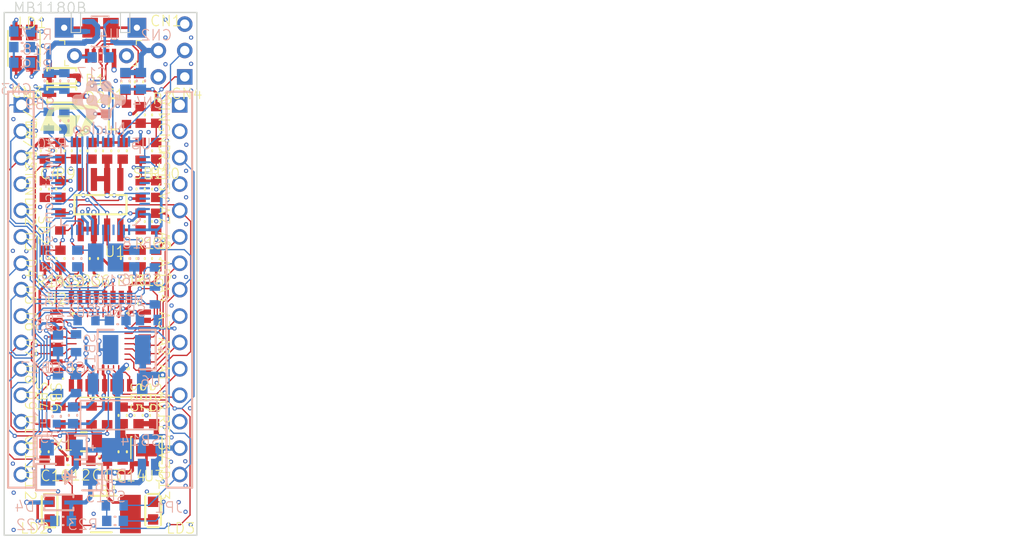
<source format=kicad_pcb>
(kicad_pcb (version 4) (host pcbnew "(2014-07-21 BZR 5016)-product")
  (layers (0 F.Cu signal) (1 In1.Cu signal) (2 In2.Cu signal) (31 B.Cu signal) (34 B.Paste user) (35 F.Paste user) (36 B.SilkS user) (37 F.SilkS user) (38 B.Mask user) (39 F.Mask user) (44 Edge.Cuts user))
  (net 0 "")
  (net 1 "Net1")
  (net 2 "NetSB11_1")
  (net 3 "NetSB13_1")
  (net 4 "NetSB12_1")
  (net 5 "U5V_ST_LINK")
  (net 6 "PF1")
  (net 7 "PF0")
  (net 8 "NetR10_1")
  (net 9 "USB_RENUMN")
  (net 10 "USB_DP")
  (net 11 "USB_DM")
  (net 12 "T_SWO")
  (net 13 "T_JTDO")
  (net 14 "T_JTDI")
  (net 15 "STM_JTMS")
  (net 16 "STM_JTCK")
  (net 17 "PB7")
  (net 18 "PB6")
  (net 19 "PB5")
  (net 20 "PB4")
  (net 21 "PB1")
  (net 22 "PB0")
  (net 23 "PA12")
  (net 24 "PA11")
  (net 25 "PA10")
  (net 26 "PA9")
  (net 27 "PA8")
  (net 28 "PA7")
  (net 29 "PA6")
  (net 30 "PA5")
  (net 31 "PA4")
  (net 32 "PA1")
  (net 33 "PA0")
  (net 34 "NetLD3_1")
  (net 35 "GND")
  (net 36 "AVDD")
  (net 37 "NetL1_2")
  (net 38 "VIN")
  (net 39 "NetR5_1")
  (net 40 "NetR13_2")
  (net 41 "NetR16_2")
  (net 42 "NetR6_2")
  (net 43 "NetCN1_4")
  (net 44 "PA14")
  (net 45 "NetC13_1")
  (net 46 "NetC17_2")
  (net 47 "AIN_1")
  (net 48 "LED_STLINK")
  (net 49 "MCO")
  (net 50 "NetC12_1")
  (net 51 "NetLD1_2")
  (net 52 "NetLD1_3")
  (net 53 "NetLD1_4")
  (net 54 "NetLD2_1")
  (net 55 "NRST")
  (net 56 "OSC_IN")
  (net 57 "OSC_OUT")
  (net 58 "PA2")
  (net 59 "PA3")
  (net 60 "PA13")
  (net 61 "PA15")
  (net 62 "PB3")
  (net 63 "STLINK_RX")
  (net 64 "STLINK_TX")
  (net 65 "STM_RST")
  (net 66 "T_SWDIO_IN")
  (net 67 "U5V")
  (net 68 "VDD")
  (net 69 "BOOT0")
  (net 70 "+3V3")
  (net 71 "+3V3_ST_LINK")
  (net 72 "NetC15_2")
  (net 73 "NetR1_2")
  (net 74 "NetR3_2")
  (net 75 "E5V")
  (net 76 "+5V")
  (net 77 "NetR7_1")
  (net 78 "NetSB7_2")
  (net 79 "NetSB4_2")
  (net 80 "PWR_ENN")
  (net 81 "T_NRST")
  (net 82 "NetR23_2")
  (net 83 "VO")
  (module "SB_0603" (layer B.Cu) (at 89.26875 -60.2272)
    (fp_text reference "SB18" hide)
    (fp_text value "SB18" (at 0 0) (layer F.SilkS) (effects (font (thickness 0.05))))
    (fp_text value "Circuit Breaker" hide)
    (pad "1" smd rect (at 0.00000 -0.85725 270) (size 0.8128 1.016) (layers B.Cu) (net 30 "PA5"))
    (pad "2" smd rect (at 0.00000 0.85725 270) (size 0.8128 1.016) (layers B.Cu) (net 17 "PB7"))
  )
  (module "SB_0603" (layer B.Cu) (at 89.2624 -56.6712)
    (fp_text reference "SB16" hide)
    (fp_text value "SB16" (at 0 0) (layer F.SilkS) (effects (font (thickness 0.05))))
    (fp_text value "Circuit Breaker" hide)
    (pad "1" smd rect (at 0.00000 -0.85725 270) (size 0.8128 1.016) (layers B.Cu) (net 29 "PA6"))
    (pad "2" smd rect (at 0.00000 0.85725 270) (size 0.8128 1.016) (layers B.Cu) (net 18 "PB6"))
  )
  (module "HDR_1x2_1R27_R_M" (layer B.Cu) (at 88.6536 -38.9166)
    (fp_text reference "JP1" hide)
    (fp_text value "JP1" (at 0 0) (layer F.SilkS) (effects (font (thickness 0.05))))
    (fp_text value "" hide)
    (pad "2" smd rect (at -0.64000 -1.24460 90) (size 1.6 0.8) (layers B.Cu) (net 68 "VDD"))
    (pad "1" smd rect (at 0.63500 -1.24460 90) (size 1.6 0.8) (layers B.Cu) (net 70 "+3V3"))
  )
  (module "XTAL_2SM_3R2x2R5" (layer B.Cu) (at 83.5728 -60.3288)
    (fp_text reference "X2" hide)
    (fp_text value "X2" (at 0 0) (layer F.SilkS) (effects (font (thickness 0.05))))
    (fp_text value "Crystal Oscillator" hide)
    (pad "1" smd rect (at 0.00000 0.00000) (size 1.5 2.7) (layers B.Cu) (net 57 "OSC_OUT"))
    (pad "2" smd rect (at 1.90000 0.00000) (size 1.5 2.7) (layers B.Cu) (net 56 "OSC_IN"))
  )
  (module "Molex_1050170001" (layer F.Cu) (at 84.03 -79.7344)
    (fp_text reference "CN1" hide)
    (fp_text value "CN1" (at 0 0) (layer F.SilkS) (effects (font (thickness 0.05))))
    (fp_text value "" hide)
    (pad "9" smd rect (at -1.00000 -2.70000 180) (size 1.5 1.9) (layers F.Cu) (net 35 "GND"))
    (pad "8" smd rect (at 1.00000 -2.70000) (size 1.5 1.9) (layers F.Cu) (net 35 "GND"))
    (pad "1" smd rect (at 1.30000 0.00000 270) (size 1.35 0.4) (layers F.Cu) (net 67 "U5V"))
    (pad "2" smd rect (at 0.65000 0.00000 270) (size 1.35 0.4) (layers F.Cu) (net 11 "USB_DM"))
    (pad "3" smd rect (at 0.00000 0.00000 270) (size 1.35 0.4) (layers F.Cu) (net 10 "USB_DP"))
    (pad "4" smd rect (at -0.65000 0.00000 270) (size 1.35 0.4) (layers F.Cu) (net 43 "NetCN1_4"))
    (pad "5" smd rect (at -1.30000 0.00000 270) (size 1.35 0.4) (layers F.Cu) (net 35 "GND"))
    (pad "10" thru_hole rect (at -3.50000 -2.70000) (size 1.8 1.9) (drill 0.6) (layers *.Cu) (net 35 "GND"))
    (pad "7" thru_hole rect (at 3.50000 -2.70000 180) (size 1.8 1.9) (drill 0.6) (layers *.Cu) (net 35 "GND"))
    (pad "6" thru_hole circle (at 2.50000 0.00000 180) (size 1.45 1.45) (drill 0.85) (layers *.Cu) (net 35 "GND"))
    (pad "11" thru_hole circle (at -2.50000 0.00000) (size 1.45 1.45) (drill 0.85) (layers *.Cu) (net 35 "GND"))
  )
  (module "SOT-223" (layer B.Cu) (at 85.681 -44.9872)
    (fp_text reference "U6" hide)
    (fp_text value "U6" (at 0 0) (layer F.SilkS) (effects (font (thickness 0.05))))
    (fp_text value "" hide)
    (pad "1" smd rect (at -2.36220 -3.17500 270) (size 2.032 1.016) (layers B.Cu) (net 35 "GND"))
    (pad "3" smd rect (at 2.36220 -3.17500 270) (size 2.032 1.016) (layers B.Cu) (net 38 "VIN"))
    (pad "4" smd rect (at 0.00000 3.17500 270) (size 2.286 3.048) (layers B.Cu) (net 75 "E5V"))
    (pad "2" smd rect (at 0.00000 -3.17500 270) (size 2.032 1.016) (layers B.Cu) (net 75 "E5V"))
  )
  (module "SOT23-3" (layer F.Cu) (at 85.5286 -74.1464)
    (fp_text reference "T1" hide)
    (fp_text value "T1" (at 0 0) (layer F.SilkS) (effects (font (thickness 0.05))))
    (fp_text value "NPN Bipolar Transistor" hide)
    (pad "2" smd rect (at 1.00000 0.98000 270) (size 0.8 0.9) (layers F.Cu) (net 74 "NetR3_2"))
    (pad "1" smd rect (at 1.00000 -0.98000 270) (size 0.8 0.9) (layers F.Cu) (net 73 "NetR1_2"))
    (pad "3" smd rect (at -1.00000 0.00000 270) (size 0.8 0.9) (layers F.Cu) (net 71 "+3V3_ST_LINK"))
  )
  (module "0603C" (layer B.Cu) (at 87.9162 -77.3214)
    (fp_text reference "C16" hide)
    (fp_text value "C16" (at 0 0) (layer F.SilkS) (effects (font (thickness 0.05))))
    (fp_text value "0603  X5R 1�" hide)
    (pad "2" smd rect (at 0.00000 0.80000 180) (size 1 0.9) (layers B.Cu) (net 35 "GND"))
    (pad "1" smd rect (at 0.00000 -0.80000 180) (size 1 0.9) (layers B.Cu) (net 71 "+3V3_ST_LINK"))
  )
  (module "0603C" (layer B.Cu) (at 86.4176 -77.3214)
    (fp_text reference "C19" hide)
    (fp_text value "C19" (at 0 0) (layer F.SilkS) (effects (font (thickness 0.05))))
    (fp_text value "Capacitor 0402 / 0603 / 0805" hide)
    (pad "2" smd rect (at 0.00000 -0.80000) (size 1 0.9) (layers B.Cu) (net 71 "+3V3_ST_LINK"))
    (pad "1" smd rect (at 0.00000 0.80000) (size 1 0.9) (layers B.Cu) (net 35 "GND"))
  )
  (module "SB_0603" (layer B.Cu) (at 82.6838 -54.309)
    (fp_text reference "SB12" hide)
    (fp_text value "SB12" (at 0 0) (layer F.SilkS) (effects (font (thickness 0.05))))
    (fp_text value "Circuit Breaker" hide)
    (pad "2" smd rect (at 0.85725 0.00000) (size 0.8128 1.016) (layers B.Cu) (net 69 "BOOT0"))
    (pad "1" smd rect (at -0.85725 0.00000) (size 0.8128 1.016) (layers B.Cu) (net 4 "NetSB12_1"))
  )
  (module "TAN_A" (layer B.Cu) (at 80.2962 -42.0408)
    (fp_text reference "C25" hide)
    (fp_text value "C25" (at 0 0) (layer F.SilkS) (effects (font (thickness 0.05))))
    (fp_text value "Polarized Capacitor (Radial)" hide)
    (pad "1" smd rect (at 1.39700 0.00000 180) (size 1.27 1.524) (layers B.Cu) (net 75 "E5V"))
    (pad "2" smd rect (at -1.39700 0.00000 180) (size 1.27 1.524) (layers B.Cu) (net 35 "GND"))
  )
  (module "TAN_B" (layer B.Cu) (at 86.5446 -51.4642)
    (fp_text reference "C22" hide)
    (fp_text value "C22" (at 0 0) (layer F.SilkS) (effects (font (thickness 0.05))))
    (fp_text value "Polarized Capacitor (Radial)" hide)
    (pad "1" smd rect (at 1.55000 0.00000 90) (size 2.8 1.5) (layers B.Cu) (net 38 "VIN"))
    (pad "2" smd rect (at -1.55000 0.00000 90) (size 2.8 1.5) (layers B.Cu) (net 35 "GND"))
  )
  (module "XTAL_2SM_3R2X1R5" (layer F.Cu) (at 82.4298 -42.5996)
    (fp_text reference "X1" hide)
    (fp_text value "X1" (at 0 0) (layer F.SilkS) (effects (font (thickness 0.05))))
    (fp_text value "Crystal" hide)
    (pad "1" smd rect (at -1.25000 0.00000) (size 1 1.8) (layers F.Cu) (net 50 "NetC12_1"))
    (pad "2" smd rect (at 1.25000 0.00000) (size 1 1.8) (layers F.Cu) (net 45 "NetC13_1"))
  )
  (module "SO-8" (layer F.Cu) (at 84.03 -65.4088)
    (fp_text reference "U1" hide)
    (fp_text value "U1" (at 0 0) (layer F.SilkS) (effects (font (thickness 0.05))))
    (fp_text value "" hide)
    (pad "1" smd rect (at -1.90500 2.42500 180) (size 0.6 2.2) (layers F.Cu) (net 67 "U5V"))
    (pad "2" smd rect (at -0.63500 2.42500 180) (size 0.6 2.2) (layers F.Cu) (net 67 "U5V"))
    (pad "3" smd rect (at 0.63500 2.42500 180) (size 0.6 2.2) (layers F.Cu) (net 80 "PWR_ENN"))
    (pad "4" smd rect (at 1.90500 2.42500 180) (size 0.6 2.2) (layers F.Cu) (net 35 "GND"))
    (pad "8" smd rect (at -1.90500 -2.42500 180) (size 0.6 2.2) (layers F.Cu))
    (pad "7" smd rect (at -0.63500 -2.42500 180) (size 0.6 2.2) (layers F.Cu) (net 5 "U5V_ST_LINK"))
    (pad "6" smd rect (at 0.63500 -2.42500 180) (size 0.6 2.2) (layers F.Cu) (net 5 "U5V_ST_LINK"))
    (pad "5" smd rect (at 1.90500 -2.42500 180) (size 0.6 2.2) (layers F.Cu) (net 77 "NetR7_1"))
  )
  (module "DFN6_0R95_3x3_TP" (layer F.Cu) (at 88.4496 -41.7868)
    (fp_text reference "U3" hide)
    (fp_text value "U3" (at 0 0) (layer F.SilkS) (effects (font (thickness 0.05))))
    (fp_text value "" hide)
    (pad "6" smd rect (at -0.95001 -1.30002) (size 0.45 0.5) (layers F.Cu) (net 76 "+5V"))
    (pad "0" smd rect (at 0.00000 0.00000 90) (size 1.2 2) (layers F.Cu) (net 35 "GND"))
    (pad "2" smd rect (at 0.00000 1.30002) (size 0.45 0.5) (layers F.Cu) (net 35 "GND"))
    (pad "1" smd rect (at -0.95001 1.30002) (size 0.45 0.5) (layers F.Cu) (net 76 "+5V"))
    (pad "3" smd rect (at 0.95001 1.30002) (size 0.45 0.5) (layers F.Cu))
    (pad "5" smd rect (at 0.00000 -1.30002) (size 0.45 0.5) (layers F.Cu))
    (pad "4" smd rect (at 0.95001 -1.30002) (size 0.45 0.5) (layers F.Cu) (net 83 "VO"))
  )
  (module "LQFP48_0R5_7x7" (layer B.Cu) (at 84.03 -67.2376)
    (fp_text reference "U5" hide)
    (fp_text value "U5" (at 0 0) (layer F.SilkS) (effects (font (thickness 0.05))))
    (fp_text value "Medium-density performance line ARM-based 32-bit MCU with 64KB Flash" hide)
    (pad "42" smd rect (at 4.25000 -0.25000 90) (size 0.2 1) (layers B.Cu))
    (pad "41" smd rect (at 4.25000 -0.75000 90) (size 0.2 1) (layers B.Cu))
    (pad "38" smd rect (at 4.25000 -2.25000 90) (size 0.2 1) (layers B.Cu) (net 9 "USB_RENUMN"))
    (pad "39" smd rect (at 4.25000 -1.75000 90) (size 0.2 1) (layers B.Cu) (net 8 "NetR10_1"))
    (pad "40" smd rect (at 4.25000 -1.25000 90) (size 0.2 1) (layers B.Cu))
    (pad "10" smd rect (at -1.75000 4.25000 180) (size 0.2 1) (layers B.Cu) (net 47 "AIN_1"))
    (pad "19" smd rect (at -4.25000 -0.25000 90) (size 0.2 1) (layers B.Cu))
    (pad "8" smd rect (at -0.75000 4.25000 180) (size 0.2 1) (layers B.Cu) (net 35 "GND"))
    (pad "47" smd rect (at 4.25000 2.25000 90) (size 0.2 1) (layers B.Cu) (net 35 "GND"))
    (pad "20" smd rect (at -4.25000 -0.75000 90) (size 0.2 1) (layers B.Cu) (net 35 "GND"))
    (pad "23" smd rect (at -4.25000 -2.25000 90) (size 0.2 1) (layers B.Cu) (net 35 "GND"))
    (pad "35" smd rect (at 2.25000 -4.25000 180) (size 0.2 1) (layers B.Cu) (net 35 "GND"))
    (pad "4" smd rect (at 1.25000 4.25000 180) (size 0.2 1) (layers B.Cu))
    (pad "11" smd rect (at -2.25000 4.25000 180) (size 0.2 1) (layers B.Cu))
    (pad "14" smd rect (at -4.25000 2.25000 90) (size 0.2 1) (layers B.Cu))
    (pad "30" smd rect (at -0.25001 -4.25000 180) (size 0.2 1) (layers B.Cu) (net 48 "LED_STLINK"))
    (pad "3" smd rect (at 1.75000 4.25000 180) (size 0.2 1) (layers B.Cu) (net 40 "NetR13_2"))
    (pad "2" smd rect (at 2.25000 4.25000 180) (size 0.2 1) (layers B.Cu) (net 41 "NetR16_2"))
    (pad "44" smd rect (at 4.25000 0.75000 90) (size 0.2 1) (layers B.Cu) (net 42 "NetR6_2"))
    (pad "29" smd rect (at -0.75000 -4.25000 180) (size 0.2 1) (layers B.Cu) (net 39 "NetR5_1"))
    (pad "5" smd rect (at 0.75000 4.25000 180) (size 0.2 1) (layers B.Cu) (net 56 "OSC_IN"))
    (pad "6" smd rect (at 0.25000 4.25000 180) (size 0.2 1) (layers B.Cu) (net 57 "OSC_OUT"))
    (pad "37" smd rect (at 4.25000 -2.75000 90) (size 0.2 1) (layers B.Cu) (net 16 "STM_JTCK"))
    (pad "34" smd rect (at 1.75000 -4.25000 180) (size 0.2 1) (layers B.Cu) (net 15 "STM_JTMS"))
    (pad "7" smd rect (at -0.25001 4.25000 180) (size 0.2 1) (layers B.Cu) (net 65 "STM_RST"))
    (pad "15" smd rect (at -4.25000 1.75000 90) (size 0.2 1) (layers B.Cu) (net 44 "PA14"))
    (pad "26" smd rect (at -2.25000 -4.25000 180) (size 0.2 1) (layers B.Cu) (net 44 "PA14"))
    (pad "17" smd rect (at -4.25000 0.75000 90) (size 0.2 1) (layers B.Cu) (net 14 "T_JTDI"))
    (pad "16" smd rect (at -4.25000 1.25000 90) (size 0.2 1) (layers B.Cu) (net 13 "T_JTDO"))
    (pad "27" smd rect (at -1.75000 -4.25000 180) (size 0.2 1) (layers B.Cu) (net 60 "PA13"))
    (pad "25" smd rect (at -2.75000 -4.25000 180) (size 0.2 1) (layers B.Cu) (net 66 "T_SWDIO_IN"))
    (pad "13" smd rect (at -4.25000 2.75000 90) (size 0.2 1) (layers B.Cu) (net 63 "STLINK_RX"))
    (pad "12" smd rect (at -2.75000 4.25000 180) (size 0.2 1) (layers B.Cu) (net 64 "STLINK_TX"))
    (pad "32" smd rect (at 0.74999 -4.25000 180) (size 0.2 1) (layers B.Cu) (net 11 "USB_DM"))
    (pad "33" smd rect (at 1.25000 -4.25000 180) (size 0.2 1) (layers B.Cu) (net 10 "USB_DP"))
    (pad "28" smd rect (at -1.25000 -4.25000 180) (size 0.2 1) (layers B.Cu) (net 80 "PWR_ENN"))
    (pad "18" smd rect (at -4.25000 0.25000 90) (size 0.2 1) (layers B.Cu) (net 81 "T_NRST"))
    (pad "31" smd rect (at 0.24999 -4.25000 180) (size 0.2 1) (layers B.Cu) (net 12 "T_SWO"))
    (pad "1" smd rect (at 2.75000 4.25000 180) (size 0.2 1) (layers B.Cu) (net 71 "+3V3_ST_LINK"))
    (pad "48" smd rect (at 4.25000 2.75000 90) (size 0.2 1) (layers B.Cu) (net 71 "+3V3_ST_LINK"))
    (pad "9" smd rect (at -1.25000 4.25000 180) (size 0.2 1) (layers B.Cu) (net 71 "+3V3_ST_LINK"))
    (pad "46" smd rect (at 4.25000 1.75000 90) (size 0.2 1) (layers B.Cu))
    (pad "21" smd rect (at -4.25000 -1.25000 90) (size 0.2 1) (layers B.Cu))
    (pad "43" smd rect (at 4.25000 0.25000 90) (size 0.2 1) (layers B.Cu))
    (pad "45" smd rect (at 4.25000 1.25000 90) (size 0.2 1) (layers B.Cu))
    (pad "22" smd rect (at -4.25000 -1.75000 90) (size 0.2 1) (layers B.Cu))
    (pad "24" smd rect (at -4.25000 -2.75000 90) (size 0.2 1) (layers B.Cu) (net 71 "+3V3_ST_LINK"))
    (pad "36" smd rect (at 2.75000 -4.25000 180) (size 0.2 1) (layers B.Cu) (net 71 "+3V3_ST_LINK"))
  )
  (module "SOT23-5L" (layer B.Cu) (at 84.0046 -82.0712)
    (fp_text reference "U4" hide)
    (fp_text value "U4" (at 0 0) (layer F.SilkS) (effects (font (thickness 0.05))))
    (fp_text value "Ultra low drop-low noise BiCMOS voltage, regulators low ESR capacitors compatible" hide)
    (pad "5" smd rect (at 1.35000 0.95000 90) (size 0.4064 0.762) (layers B.Cu) (net 71 "+3V3_ST_LINK"))
    (pad "4" smd rect (at 1.35000 -0.95000 90) (size 0.4064 0.762) (layers B.Cu) (net 46 "NetC17_2"))
    (pad "2" smd rect (at -1.35000 0.00000 90) (size 0.4064 0.762) (layers B.Cu) (net 35 "GND"))
    (pad "3" smd rect (at -1.35000 -0.95000 90) (size 0.4064 0.762) (layers B.Cu) (net 72 "NetC15_2"))
    (pad "1" smd rect (at -1.35000 0.95000 90) (size 0.4064 0.762) (layers B.Cu) (net 72 "NetC15_2"))
  )
  (module "SB_0603" (layer B.Cu) (at 88.6782 -54.309)
    (fp_text reference "SB11" hide)
    (fp_text value "SB11" (at 0 0) (layer F.SilkS) (effects (font (thickness 0.05))))
    (fp_text value "Circuit Breaker" hide)
    (pad "2" smd rect (at 0.85725 0.00000) (size 0.8128 1.016) (layers B.Cu) (net 35 "GND"))
    (pad "1" smd rect (at -0.85725 0.00000) (size 0.8128 1.016) (layers B.Cu) (net 2 "NetSB11_1"))
  )
  (module "SB_0603" (layer B.Cu) (at 81.6678 -48.1368)
    (fp_text reference "SB10" hide)
    (fp_text value "SB10" (at 0 0) (layer F.SilkS) (effects (font (thickness 0.05))))
    (fp_text value "Circuit Breaker" hide)
    (pad "2" smd rect (at 0.00000 -0.85724 90) (size 0.8128 1.016) (layers B.Cu) (net 68 "VDD"))
    (pad "1" smd rect (at 0.00000 0.85726 90) (size 0.8128 1.016) (layers B.Cu) (net 37 "NetL1_2"))
  )
  (module "SB_0603" (layer F.Cu) (at 80.1692 -45.13325)
    (fp_text reference "SB6" hide)
    (fp_text value "SB6" (at 0 0) (layer F.SilkS) (effects (font (thickness 0.05))))
    (fp_text value "Circuit Breaker" hide)
    (pad "2" smd rect (at 0.00000 -0.85725 90) (size 0.8128 1.016) (layers F.Cu) (net 79 "NetSB4_2"))
    (pad "1" smd rect (at 0.00000 0.85725 90) (size 0.8128 1.016) (layers F.Cu) (net 7 "PF0"))
  )
  (module "SB_0603" (layer F.Cu) (at 81.6678 -45.13325)
    (fp_text reference "SB5" hide)
    (fp_text value "SB5" (at 0 0) (layer F.SilkS) (effects (font (thickness 0.05))))
    (fp_text value "Circuit Breaker" hide)
    (pad "2" smd rect (at 0.00000 -0.85725 90) (size 0.8128 1.016) (layers F.Cu) (net 79 "NetSB4_2"))
    (pad "1" smd rect (at 0.00000 0.85725 90) (size 0.8128 1.016) (layers F.Cu) (net 50 "NetC12_1"))
  )
  (module "SB_0603" (layer F.Cu) (at 83.1664 -45.13325)
    (fp_text reference "SB7" hide)
    (fp_text value "SB7" (at 0 0) (layer F.SilkS) (effects (font (thickness 0.05))))
    (fp_text value "Circuit Breaker" hide)
    (pad "2" smd rect (at 0.00000 -0.85725 90) (size 0.8128 1.016) (layers F.Cu) (net 78 "NetSB7_2"))
    (pad "1" smd rect (at 0.00000 0.85725 90) (size 0.8128 1.016) (layers F.Cu) (net 45 "NetC13_1"))
  )
  (module "SB_0603" (layer B.Cu) (at 81.6678 -52.0738)
    (fp_text reference "SB13" hide)
    (fp_text value "SB13" (at 0 0) (layer F.SilkS) (effects (font (thickness 0.05))))
    (fp_text value "Circuit Breaker" hide)
    (pad "2" smd rect (at 0.00000 -0.85725 90) (size 0.8128 1.016) (layers B.Cu) (net 35 "GND"))
    (pad "1" smd rect (at 0.00000 0.85725 90) (size 0.8128 1.016) (layers B.Cu) (net 3 "NetSB13_1"))
  )
  (module "SB_0603" (layer F.Cu) (at 84.665 -45.13325)
    (fp_text reference "SB8" hide)
    (fp_text value "SB8" (at 0 0) (layer F.SilkS) (effects (font (thickness 0.05))))
    (fp_text value "Circuit Breaker" hide)
    (pad "2" smd rect (at 0.00000 -0.85725 90) (size 0.8128 1.016) (layers F.Cu) (net 78 "NetSB7_2"))
    (pad "1" smd rect (at 0.00000 0.85725 90) (size 0.8128 1.016) (layers F.Cu) (net 6 "PF1"))
  )
  (module "SB_0603" (layer F.Cu) (at 80.1692 -63.7832)
    (fp_text reference "SB2" hide)
    (fp_text value "SB2" (at 0 0) (layer F.SilkS) (effects (font (thickness 0.05))))
    (fp_text value "Circuit Breaker" hide)
    (pad "2" smd rect (at 0.00000 -0.85725 90) (size 0.8128 1.016) (layers F.Cu) (net 63 "STLINK_RX"))
    (pad "1" smd rect (at 0.00000 0.85725 90) (size 0.8128 1.016) (layers F.Cu) (net 58 "PA2"))
  )
  (module "SB_0603" (layer F.Cu) (at 87.8908 -70.5904)
    (fp_text reference "SB1" hide)
    (fp_text value "SB1" (at 0 0) (layer F.SilkS) (effects (font (thickness 0.05))))
    (fp_text value "Circuit Breaker" hide)
    (pad "2" smd rect (at 0.00000 0.85725 270) (size 0.8128 1.016) (layers F.Cu) (net 8 "NetR10_1"))
    (pad "1" smd rect (at 0.00000 -0.85725 270) (size 0.8128 1.016) (layers F.Cu) (net 71 "+3V3_ST_LINK"))
  )
  (module "0603R" (layer F.Cu) (at 86.1636 -70.5904)
    (fp_text reference "R7" hide)
    (fp_text value "R7" (at 0 0) (layer F.SilkS) (effects (font (thickness 0.05))))
    (fp_text value "Resistor" hide)
    (pad "2" smd rect (at 0.00000 -0.80000 180) (size 1 0.9) (layers F.Cu) (net 35 "GND"))
    (pad "1" smd rect (at 0.00000 0.80000 180) (size 1 0.9) (layers F.Cu) (net 77 "NetR7_1"))
  )
  (module "0603R" (layer F.Cu) (at 86.3922 -60.2272)
    (fp_text reference "R15" hide)
    (fp_text value "R15" (at 0 0) (layer F.SilkS) (effects (font (thickness 0.05))))
    (fp_text value "Resistor" hide)
    (pad "2" smd rect (at 0.00000 -0.80000 180) (size 1 0.9) (layers F.Cu) (net 80 "PWR_ENN"))
    (pad "1" smd rect (at 0.00000 0.80000 180) (size 1 0.9) (layers F.Cu) (net 67 "U5V"))
  )
  (module "0603R" (layer B.Cu) (at 85.681 -54.309)
    (fp_text reference "R21" hide)
    (fp_text value "R21" (at 0 0) (layer F.SilkS) (effects (font (thickness 0.05))))
    (fp_text value "Resistor" hide)
    (pad "2" smd rect (at 0.80000 0.00000 270) (size 1 0.9) (layers B.Cu) (net 35 "GND"))
    (pad "1" smd rect (at -0.80000 0.00000 270) (size 1 0.9) (layers B.Cu) (net 69 "BOOT0"))
  )
  (module "0603R" (layer B.Cu) (at 80.4232 -34.9796)
    (fp_text reference "R22" hide)
    (fp_text value "R22" (at 0 0) (layer F.SilkS) (effects (font (thickness 0.05))))
    (fp_text value "Resistor 0402 / 0603 / 0805" hide)
    (pad "2" smd rect (at 0.80000 0.00000 270) (size 1 0.9) (layers B.Cu) (net 76 "+5V"))
    (pad "1" smd rect (at -0.80000 0.00000 270) (size 1 0.9) (layers B.Cu) (net 54 "NetLD2_1"))
  )
  (module "0603R" (layer B.Cu) (at 85.427 -34.9796)
    (fp_text reference "R23" hide)
    (fp_text value "R23" (at 0 0) (layer F.SilkS) (effects (font (thickness 0.05))))
    (fp_text value "Resistor" hide)
    (pad "2" smd rect (at -0.80000 0.00000 90) (size 1 0.9) (layers B.Cu) (net 82 "NetR23_2"))
    (pad "1" smd rect (at 0.80000 0.00000 90) (size 1 0.9) (layers B.Cu) (net 34 "NetLD3_1"))
  )
  (module "0603R" (layer F.Cu) (at 80.16919 -60.2272)
    (fp_text reference "R12" hide)
    (fp_text value "R12" (at 0 0) (layer F.SilkS) (effects (font (thickness 0.05))))
    (fp_text value "Resistor 0402 / 0603 / 0805" hide)
    (pad "2" smd rect (at 0.00000 -0.80000 180) (size 1 0.9) (layers F.Cu) (net 47 "AIN_1"))
    (pad "1" smd rect (at 0.00000 0.80000 180) (size 1 0.9) (layers F.Cu) (net 35 "GND"))
  )
  (module "0603R" (layer F.Cu) (at 81.6678 -70.5904)
    (fp_text reference "R5" hide)
    (fp_text value "R5" (at 0 0) (layer F.SilkS) (effects (font (thickness 0.05))))
    (fp_text value "Resistor 0402 / 0603 / 0805" hide)
    (pad "2" smd rect (at 0.00000 0.80000) (size 1 0.9) (layers F.Cu) (net 49 "MCO"))
    (pad "1" smd rect (at 0.00000 -0.80000) (size 1 0.9) (layers F.Cu) (net 39 "NetR5_1"))
  )
  (module "0603R" (layer B.Cu) (at 80.5502 -73.486)
    (fp_text reference "R20" hide)
    (fp_text value "R20" (at 0 0) (layer F.SilkS) (effects (font (thickness 0.05))))
    (fp_text value "Resistor 0402 / 0603 / 0805" hide)
    (pad "2" smd rect (at 0.00000 -0.80000) (size 1 0.9) (layers B.Cu) (net 60 "PA13"))
    (pad "1" smd rect (at 0.00000 0.80000) (size 1 0.9) (layers B.Cu) (net 66 "T_SWDIO_IN"))
  )
  (module "0603R" (layer F.Cu) (at 78.6706 -60.2272)
    (fp_text reference "R14" hide)
    (fp_text value "R14" (at 0 0) (layer F.SilkS) (effects (font (thickness 0.05))))
    (fp_text value "Resistor 0402 / 0603 / 0805" hide)
    (pad "2" smd rect (at 0.00000 -0.80000 180) (size 1 0.9) (layers F.Cu) (net 47 "AIN_1"))
    (pad "1" smd rect (at 0.00000 0.80000 180) (size 1 0.9) (layers F.Cu) (net 83 "VO"))
  )
  (module "0603R" (layer B.Cu) (at 76.4862 -80.5726)
    (fp_text reference "R18" hide)
    (fp_text value "R18" (at 0 0) (layer F.SilkS) (effects (font (thickness 0.05))))
    (fp_text value "Resistor 0402 / 0603 / 0805" hide)
    (pad "2" smd rect (at 0.80000 0.00000 270) (size 1 0.9) (layers B.Cu) (net 51 "NetLD1_2"))
    (pad "1" smd rect (at -0.80000 0.00000 270) (size 1 0.9) (layers B.Cu) (net 48 "LED_STLINK"))
  )
  (module "0603R" (layer B.Cu) (at 76.4862 -79.074)
    (fp_text reference "R19" hide)
    (fp_text value "R19" (at 0 0) (layer F.SilkS) (effects (font (thickness 0.05))))
    (fp_text value "Resistor 0402 / 0603 / 0805" hide)
    (pad "2" smd rect (at 0.80000 0.00000 270) (size 1 0.9) (layers B.Cu) (net 52 "NetLD1_3"))
    (pad "1" smd rect (at -0.80000 0.00000 270) (size 1 0.9) (layers B.Cu) (net 48 "LED_STLINK"))
  )
  (module "0603R" (layer B.Cu) (at 76.4862 -82.0712)
    (fp_text reference "R17" hide)
    (fp_text value "R17" (at 0 0) (layer F.SilkS) (effects (font (thickness 0.05))))
    (fp_text value "Resistor 0402 / 0603 / 0805" hide)
    (pad "2" smd rect (at 0.80000 0.00000 270) (size 1 0.9) (layers B.Cu) (net 71 "+3V3_ST_LINK"))
    (pad "1" smd rect (at -0.80000 0.00000 270) (size 1 0.9) (layers B.Cu) (net 53 "NetLD1_4"))
  )
  (module "0603R" (layer F.Cu) (at 86.443 -77.2198)
    (fp_text reference "R1" hide)
    (fp_text value "R1" (at 0 0) (layer F.SilkS) (effects (font (thickness 0.05))))
    (fp_text value "Resistor 0402 / 0603 / 0805" hide)
    (pad "2" smd rect (at 0.00000 0.80000) (size 1 0.9) (layers F.Cu) (net 73 "NetR1_2"))
    (pad "1" smd rect (at 0.00000 -0.80000) (size 1 0.9) (layers F.Cu) (net 10 "USB_DP"))
  )
  (module "0603R" (layer F.Cu) (at 87.7384 -77.2198)
    (fp_text reference "R2" hide)
    (fp_text value "R2" (at 0 0) (layer F.SilkS) (effects (font (thickness 0.05))))
    (fp_text value "Resistor 0402 / 0603 / 0805" hide)
    (pad "2" smd rect (at 0.00000 0.80000) (size 1 0.9) (layers F.Cu) (net 35 "GND"))
    (pad "1" smd rect (at 0.00000 -0.80000) (size 1 0.9) (layers F.Cu) (net 43 "NetCN1_4"))
  )
  (module "0603R" (layer F.Cu) (at 87.8908 -74.0448)
    (fp_text reference "R4" hide)
    (fp_text value "R4" (at 0 0) (layer F.SilkS) (effects (font (thickness 0.05))))
    (fp_text value "Resistor" hide)
    (pad "2" smd rect (at 0.00000 -0.80000 180) (size 1 0.9) (layers F.Cu) (net 67 "U5V"))
    (pad "1" smd rect (at 0.00000 0.80000 180) (size 1 0.9) (layers F.Cu) (net 74 "NetR3_2"))
  )
  (module "0603R" (layer F.Cu) (at 89.3894 -70.5904)
    (fp_text reference "R8" hide)
    (fp_text value "R8" (at 0 0) (layer F.SilkS) (effects (font (thickness 0.05))))
    (fp_text value "Resistor 0402 / 0603 / 0805" hide)
    (pad "2" smd rect (at 0.00000 0.80000) (size 1 0.9) (layers F.Cu) (net 9 "USB_RENUMN"))
    (pad "1" smd rect (at 0.00000 -0.80000) (size 1 0.9) (layers F.Cu) (net 74 "NetR3_2"))
  )
  (module "0603R" (layer F.Cu) (at 89.3894 -74.0448)
    (fp_text reference "R3" hide)
    (fp_text value "R3" (at 0 0) (layer F.SilkS) (effects (font (thickness 0.05))))
    (fp_text value "Resistor" hide)
    (pad "2" smd rect (at 0.00000 0.80000) (size 1 0.9) (layers F.Cu) (net 74 "NetR3_2"))
    (pad "1" smd rect (at 0.00000 -0.80000) (size 1 0.9) (layers F.Cu) (net 35 "GND"))
  )
  (module "0603R" (layer F.Cu) (at 87.8908 -66.9074)
    (fp_text reference "R11" hide)
    (fp_text value "R11" (at 0 0) (layer F.SilkS) (effects (font (thickness 0.05))))
    (fp_text value "Resistor" hide)
    (pad "2" smd rect (at 0.00000 -0.80000 180) (size 1 0.9) (layers F.Cu) (net 8 "NetR10_1"))
    (pad "1" smd rect (at 0.00000 0.80000 180) (size 1 0.9) (layers F.Cu) (net 75 "E5V"))
  )
  (module "0603R" (layer F.Cu) (at 83.1664 -70.5904)
    (fp_text reference "R6" hide)
    (fp_text value "R6" (at 0 0) (layer F.SilkS) (effects (font (thickness 0.05))))
    (fp_text value "Resistor 0402 / 0603 / 0805" hide)
    (pad "2" smd rect (at 0.00000 0.80000) (size 1 0.9) (layers F.Cu) (net 42 "NetR6_2"))
    (pad "1" smd rect (at 0.00000 -0.80000) (size 1 0.9) (layers F.Cu) (net 35 "GND"))
  )
  (module "0603R" (layer F.Cu) (at 89.3894 -66.9074)
    (fp_text reference "R10" hide)
    (fp_text value "R10" (at 0 0) (layer F.SilkS) (effects (font (thickness 0.05))))
    (fp_text value "Resistor" hide)
    (pad "2" smd rect (at 0.00000 0.80000) (size 1 0.9) (layers F.Cu) (net 35 "GND"))
    (pad "1" smd rect (at 0.00000 -0.80000) (size 1 0.9) (layers F.Cu) (net 8 "NetR10_1"))
  )
  (module "0603R" (layer F.Cu) (at 87.8908 -60.2272)
    (fp_text reference "R16" hide)
    (fp_text value "R16" (at 0 0) (layer F.SilkS) (effects (font (thickness 0.05))))
    (fp_text value "Resistor 0402 / 0603 / 0805" hide)
    (pad "2" smd rect (at 0.00000 -0.80000 180) (size 1 0.9) (layers F.Cu) (net 41 "NetR16_2"))
    (pad "1" smd rect (at 0.00000 0.80000 180) (size 1 0.9) (layers F.Cu) (net 35 "GND"))
  )
  (module "0603R" (layer F.Cu) (at 87.8908 -63.7832)
    (fp_text reference "R13" hide)
    (fp_text value "R13" (at 0 0) (layer F.SilkS) (effects (font (thickness 0.05))))
    (fp_text value "Resistor 0402 / 0603 / 0805" hide)
    (pad "2" smd rect (at 0.00000 -0.80000 180) (size 1 0.9) (layers F.Cu) (net 40 "NetR13_2"))
    (pad "1" smd rect (at 0.00000 0.80000 180) (size 1 0.9) (layers F.Cu) (net 35 "GND"))
  )
  (module "0603D_R" (layer F.Cu) (at 79.1278 -35.9702)
    (fp_text reference "LD2" hide)
    (fp_text value "LD2" (at 0 0) (layer F.SilkS) (effects (font (thickness 0.05))))
    (fp_text value "" hide)
    (pad "2" smd rect (at 0.00000 0.85001 90) (size 1 1) (layers F.Cu) (net 35 "GND"))
    (pad "1" smd rect (at 0.00000 -0.85001 90) (size 1 1) (layers F.Cu) (net 54 "NetLD2_1"))
  )
  (module "0603D_G" (layer F.Cu) (at 89.0846 -35.9702)
    (fp_text reference "LD3" hide)
    (fp_text value "LD3" (at 0 0) (layer F.SilkS) (effects (font (thickness 0.05))))
    (fp_text value "Typical RED, GREEN, YELLOW, AMBER GaAs LED" hide)
    (pad "2" smd rect (at 0.00000 0.85001 90) (size 1 1) (layers F.Cu) (net 35 "GND"))
    (pad "1" smd rect (at 0.00000 -0.85001 90) (size 1 1) (layers F.Cu) (net 34 "NetLD3_1"))
  )
  (module "HSMF-A201" (layer F.Cu) (at 76.664 -80.471)
    (fp_text reference "LD1" hide)
    (fp_text value "LD1" (at 0 0) (layer F.SilkS) (effects (font (thickness 0.05))))
    (fp_text value "Bicolor Led" hide)
    (pad "1" smd rect (at 0.75000 -1.50000 180) (size 1.1 1.5) (layers F.Cu) (net 35 "GND"))
    (pad "2" smd rect (at 0.75000 1.50000 180) (size 1.1 1.5) (layers F.Cu) (net 51 "NetLD1_2"))
    (pad "3" smd rect (at -0.75000 1.50000 180) (size 1.1 1.5) (layers F.Cu) (net 52 "NetLD1_3"))
    (pad "4" smd rect (at -0.75000 -1.50000 180) (size 1.1 1.5) (layers F.Cu) (net 53 "NetLD1_4"))
  )
  (module "0603L" (layer B.Cu) (at 79.8136 -45.038)
    (fp_text reference "L1" hide)
    (fp_text value "L1" (at 0 0) (layer F.SilkS) (effects (font (thickness 0.05))))
    (fp_text value "Inductor" hide)
    (pad "2" smd rect (at 0.00000 -0.69850 90) (size 0.762 0.762) (layers B.Cu) (net 37 "NetL1_2"))
    (pad "1" smd rect (at 0.00000 0.69850 90) (size 0.762 0.762) (layers B.Cu) (net 36 "AVDD"))
  )
  (module "SOD-323" (layer B.Cu) (at 80.0168 -36.7576)
    (fp_text reference "D4" hide)
    (fp_text value "D4" (at 0 0) (layer F.SilkS) (effects (font (thickness 0.05))))
    (fp_text value "BAT60JFILM" hide)
    (pad "2" smd rect (at 1.20000 0.00000 90) (size 0.4 1.35) (layers B.Cu) (net 76 "+5V"))
    (pad "1" smd rect (at -1.20000 0.00000 90) (size 0.4 1.35) (layers B.Cu) (net 5 "U5V_ST_LINK"))
  )
  (module "SOD-323" (layer F.Cu) (at 80.2962 -75.9752)
    (fp_text reference "D2" hide)
    (fp_text value "D2" (at 0 0) (layer F.SilkS) (effects (font (thickness 0.05))))
    (fp_text value "BAT60JFILM" hide)
    (pad "2" smd rect (at -1.20000 0.00000 90) (size 0.4 1.35) (layers F.Cu) (net 72 "NetC15_2"))
    (pad "1" smd rect (at 1.20000 0.00000 90) (size 0.4 1.35) (layers F.Cu) (net 75 "E5V"))
  )
  (module "SOD-323" (layer F.Cu) (at 80.2962 -77.804)
    (fp_text reference "D1" hide)
    (fp_text value "D1" (at 0 0) (layer F.SilkS) (effects (font (thickness 0.05))))
    (fp_text value "BAT60JFILM" hide)
    (pad "2" smd rect (at -1.20000 0.00000 90) (size 0.4 1.35) (layers F.Cu) (net 72 "NetC15_2"))
    (pad "1" smd rect (at 1.20000 0.00000 90) (size 0.4 1.35) (layers F.Cu) (net 67 "U5V"))
  )
  (module "0603C" (layer F.Cu) (at 84.665 -70.5904)
    (fp_text reference "C1" hide)
    (fp_text value "C1" (at 0 0) (layer F.SilkS) (effects (font (thickness 0.05))))
    (fp_text value "Capacitor 0402 / 0603 / 0805" hide)
    (pad "2" smd rect (at 0.00000 0.80000) (size 1 0.9) (layers F.Cu) (net 5 "U5V_ST_LINK"))
    (pad "1" smd rect (at 0.00000 -0.80000) (size 1 0.9) (layers F.Cu) (net 35 "GND"))
  )
  (module "0603C" (layer F.Cu) (at 83.395 -60.2272)
    (fp_text reference "C6" hide)
    (fp_text value "C6" (at 0 0) (layer F.SilkS) (effects (font (thickness 0.05))))
    (fp_text value "0603  X5R 1�" hide)
    (pad "2" smd rect (at 0.00000 -0.80000 180) (size 1 0.9) (layers F.Cu) (net 67 "U5V"))
    (pad "1" smd rect (at 0.00000 0.80000 180) (size 1 0.9) (layers F.Cu) (net 35 "GND"))
  )
  (module "0603C" (layer F.Cu) (at 83.903 -40.7708)
    (fp_text reference "C13" hide)
    (fp_text value "C13" (at 0 0) (layer F.SilkS) (effects (font (thickness 0.05))))
    (fp_text value "Capacitor" hide)
    (pad "2" smd rect (at 0.80000 0.00000 90) (size 1 0.9) (layers F.Cu) (net 35 "GND"))
    (pad "1" smd rect (at -0.80000 0.00000 90) (size 1 0.9) (layers F.Cu) (net 45 "NetC13_1"))
  )
  (module "0603C" (layer F.Cu) (at 80.9058 -40.7708)
    (fp_text reference "C12" hide)
    (fp_text value "C12" (at 0 0) (layer F.SilkS) (effects (font (thickness 0.05))))
    (fp_text value "Capacitor" hide)
    (pad "2" smd rect (at -0.80000 0.00000 270) (size 1 0.9) (layers F.Cu) (net 35 "GND"))
    (pad "1" smd rect (at 0.80000 0.00000 270) (size 1 0.9) (layers F.Cu) (net 50 "NetC12_1"))
  )
  (module "0603C" (layer B.Cu) (at 81.3884 -45.1396)
    (fp_text reference "C24" hide)
    (fp_text value "C24" (at 0 0) (layer F.SilkS) (effects (font (thickness 0.05))))
    (fp_text value "Capacitor" hide)
    (pad "2" smd rect (at 0.00000 -0.80000) (size 1 0.9) (layers B.Cu) (net 35 "GND"))
    (pad "1" smd rect (at 0.00000 0.80000) (size 1 0.9) (layers B.Cu) (net 36 "AVDD"))
  )
  (module "0603C" (layer F.Cu) (at 89.3894 -60.2272)
    (fp_text reference "C7" hide)
    (fp_text value "C7" (at 0 0) (layer F.SilkS) (effects (font (thickness 0.05))))
    (fp_text value "Capacitor" hide)
    (pad "2" smd rect (at 0.00000 -0.80000 180) (size 1 0.9) (layers F.Cu) (net 35 "GND"))
    (pad "1" smd rect (at 0.00000 0.80000 180) (size 1 0.9) (layers F.Cu) (net 68 "VDD"))
  )
  (module "0603C" (layer B.Cu) (at 79.9406 -52.0738)
    (fp_text reference "C23" hide)
    (fp_text value "C23" (at 0 0) (layer F.SilkS) (effects (font (thickness 0.05))))
    (fp_text value "Capacitor" hide)
    (pad "2" smd rect (at 0.00000 -0.80000) (size 1 0.9) (layers B.Cu) (net 35 "GND"))
    (pad "1" smd rect (at 0.00000 0.80000) (size 1 0.9) (layers B.Cu) (net 68 "VDD"))
  )
  (module "0603C" (layer F.Cu) (at 86.1636 -41.6344)
    (fp_text reference "C14" hide)
    (fp_text value "C14" (at 0 0) (layer F.SilkS) (effects (font (thickness 0.05))))
    (fp_text value "0603  X5R 1�" hide)
    (pad "2" smd rect (at 0.00000 0.80000) (size 1 0.9) (layers F.Cu) (net 35 "GND"))
    (pad "1" smd rect (at 0.00000 -0.80000) (size 1 0.9) (layers F.Cu) (net 76 "+5V"))
  )
  (module "0603C" (layer F.Cu) (at 86.1636 -45.13325)
    (fp_text reference "C8" hide)
    (fp_text value "C8" (at 0 0) (layer F.SilkS) (effects (font (thickness 0.05))))
    (fp_text value "Capacitor 0402 / 0603 / 0805" hide)
    (pad "2" smd rect (at 0.00000 0.80000) (size 1 0.9) (layers F.Cu) (net 76 "+5V"))
    (pad "1" smd rect (at 0.00000 -0.80000) (size 1 0.9) (layers F.Cu) (net 35 "GND"))
  )
  (module "0603C" (layer F.Cu) (at 89.1862 -45.13325)
    (fp_text reference "C10" hide)
    (fp_text value "C10" (at 0 0) (layer F.SilkS) (effects (font (thickness 0.05))))
    (fp_text value "Capacitor 0402 / 0603 / 0805" hide)
    (pad "2" smd rect (at 0.00000 0.80000) (size 1 0.9) (layers F.Cu) (net 83 "VO"))
    (pad "1" smd rect (at 0.00000 -0.80000) (size 1 0.9) (layers F.Cu) (net 35 "GND"))
  )
  (module "0603C" (layer F.Cu) (at 87.6876 -45.13325)
    (fp_text reference "C9" hide)
    (fp_text value "C9" (at 0 0) (layer F.SilkS) (effects (font (thickness 0.05))))
    (fp_text value "0603  X5R 1�" hide)
    (pad "2" smd rect (at 0.00000 -0.80000 180) (size 1 0.9) (layers F.Cu) (net 35 "GND"))
    (pad "1" smd rect (at 0.00000 0.80000 180) (size 1 0.9) (layers F.Cu) (net 83 "VO"))
  )
  (module "0603C" (layer F.Cu) (at 78.6452 -41.6344)
    (fp_text reference "C11" hide)
    (fp_text value "C11" (at 0 0) (layer F.SilkS) (effects (font (thickness 0.05))))
    (fp_text value "Capacitor" hide)
    (pad "2" smd rect (at 0.00000 0.80000) (size 1 0.9) (layers F.Cu) (net 55 "NRST"))
    (pad "1" smd rect (at 0.00000 -0.80000) (size 1 0.9) (layers F.Cu) (net 35 "GND"))
  )
  (module "0603C" (layer F.Cu) (at 80.1692 -70.5904)
    (fp_text reference "C3" hide)
    (fp_text value "C3" (at 0 0) (layer F.SilkS) (effects (font (thickness 0.05))))
    (fp_text value "Capacitor 0402 / 0603 / 0805" hide)
    (pad "2" smd rect (at 0.00000 -0.80000 180) (size 1 0.9) (layers F.Cu) (net 35 "GND"))
    (pad "1" smd rect (at 0.00000 0.80000 180) (size 1 0.9) (layers F.Cu) (net 49 "MCO"))
  )
  (module "0603C" (layer B.Cu) (at 84.03 -79.582)
    (fp_text reference "C17" hide)
    (fp_text value "C17" (at 0 0) (layer F.SilkS) (effects (font (thickness 0.05))))
    (fp_text value "0603  X7R 10NF" hide)
    (pad "2" smd rect (at 0.80000 0.00000 270) (size 1 0.9) (layers B.Cu) (net 46 "NetC17_2"))
    (pad "1" smd rect (at -0.80000 0.00000 270) (size 1 0.9) (layers B.Cu) (net 35 "GND"))
  )
  (module "0603C" (layer B.Cu) (at 81.7948 -60.2272)
    (fp_text reference "C20" hide)
    (fp_text value "C20" (at 0 0) (layer F.SilkS) (effects (font (thickness 0.05))))
    (fp_text value "Capacitor 0402 / 0603 / 0805" hide)
    (pad "2" smd rect (at 0.00000 0.80000 180) (size 1 0.9) (layers B.Cu) (net 35 "GND"))
    (pad "1" smd rect (at 0.00000 -0.80000 180) (size 1 0.9) (layers B.Cu) (net 57 "OSC_OUT"))
  )
  (module "0603C" (layer F.Cu) (at 78.6706 -66.9074)
    (fp_text reference "C4" hide)
    (fp_text value "C4" (at 0 0) (layer F.SilkS) (effects (font (thickness 0.05))))
    (fp_text value "Capacitor 0402 / 0603 / 0805" hide)
    (pad "2" smd rect (at 0.00000 0.80000) (size 1 0.9) (layers F.Cu) (net 65 "STM_RST"))
    (pad "1" smd rect (at 0.00000 -0.80000) (size 1 0.9) (layers F.Cu) (net 35 "GND"))
  )
  (module "0603C" (layer B.Cu) (at 80.5502 -77.3214)
    (fp_text reference "C15" hide)
    (fp_text value "C15" (at 0 0) (layer F.SilkS) (effects (font (thickness 0.05))))
    (fp_text value "Capacitor 0402 / 0603 / 0805" hide)
    (pad "2" smd rect (at 0.00000 -0.80000) (size 1 0.9) (layers B.Cu) (net 72 "NetC15_2"))
    (pad "1" smd rect (at 0.00000 0.80000) (size 1 0.9) (layers B.Cu) (net 35 "GND"))
  )
  (module "0603C" (layer F.Cu) (at 89.3894 -63.7832)
    (fp_text reference "C5" hide)
    (fp_text value "C5" (at 0 0) (layer F.SilkS) (effects (font (thickness 0.05))))
    (fp_text value "Capacitor 0402 / 0603 / 0805" hide)
    (pad "2" smd rect (at 0.00000 0.80000) (size 1 0.9) (layers F.Cu) (net 71 "+3V3_ST_LINK"))
    (pad "1" smd rect (at 0.00000 -0.80000) (size 1 0.9) (layers F.Cu) (net 35 "GND"))
  )
  (module "0603C" (layer B.Cu) (at 87.2812 -60.2272)
    (fp_text reference "C21" hide)
    (fp_text value "C21" (at 0 0) (layer F.SilkS) (effects (font (thickness 0.05))))
    (fp_text value "Capacitor 0402 / 0603 / 0805" hide)
    (pad "2" smd rect (at 0.00000 0.80000 180) (size 1 0.9) (layers B.Cu) (net 35 "GND"))
    (pad "1" smd rect (at 0.00000 -0.80000 180) (size 1 0.9) (layers B.Cu) (net 56 "OSC_IN"))
  )
  (module "0603C" (layer B.Cu) (at 79.0516 -77.3214)
    (fp_text reference "C18" hide)
    (fp_text value "C18" (at 0 0) (layer F.SilkS) (effects (font (thickness 0.05))))
    (fp_text value "0603  X5R 1�" hide)
    (pad "2" smd rect (at 0.00000 -0.80000) (size 1 0.9) (layers B.Cu) (net 72 "NetC15_2"))
    (pad "1" smd rect (at 0.00000 0.80000) (size 1 0.9) (layers B.Cu) (net 35 "GND"))
  )
  (module "HDR_1x15_2R54_V_F" (layer B.Cu) (at 76.41 -75.01)
    (fp_text reference "CN3" hide)
    (fp_text value "CN3" (at 0 0) (layer F.SilkS) (effects (font (thickness 0.05))))
    (fp_text value "Header, 10-Pin, Single row,female" hide)
    (pad "6" thru_hole circle (at 0.00000 12.70000 270) (size 1.5 1.5) (drill 1.02) (layers *.Cu) (net 22 "PB0"))
    (pad "1" thru_hole rect (at 0.00000 0.00000 270) (size 1.5 1.5) (drill 1.02) (layers *.Cu) (net 26 "PA9"))
    (pad "2" thru_hole circle (at 0.00000 2.54000 270) (size 1.5 1.5) (drill 1.02) (layers *.Cu) (net 25 "PA10"))
    (pad "3" thru_hole circle (at 0.00000 5.08000 270) (size 1.5 1.5) (drill 1.02) (layers *.Cu) (net 55 "NRST"))
    (pad "4" thru_hole circle (at 0.00000 7.62000 270) (size 1.5 1.5) (drill 1.02) (layers *.Cu) (net 35 "GND"))
    (pad "5" thru_hole circle (at 0.00000 10.16000 270) (size 1.5 1.5) (drill 1.02) (layers *.Cu) (net 23 "PA12"))
    (pad "10" thru_hole circle (at 0.00000 22.86000 270) (size 1.5 1.5) (drill 1.02) (layers *.Cu) (net 7 "PF0"))
    (pad "9" thru_hole circle (at 0.00000 20.32000 270) (size 1.5 1.5) (drill 1.02) (layers *.Cu) (net 21 "PB1"))
    (pad "8" thru_hole circle (at 0.00000 17.78000 270) (size 1.5 1.5) (drill 1.02) (layers *.Cu) (net 18 "PB6"))
    (pad "7" thru_hole circle (at 0.00000 15.24000 270) (size 1.5 1.5) (drill 1.02) (layers *.Cu) (net 17 "PB7"))
    (pad "11" thru_hole circle (at 0.00000 25.40000 270) (size 1.5 1.5) (drill 1.02) (layers *.Cu) (net 6 "PF1"))
    (pad "15" thru_hole circle (at 0.00000 35.56000 270) (size 1.5 1.5) (drill 1.02) (layers *.Cu) (net 20 "PB4"))
    (pad "14" thru_hole circle (at 0.00000 33.02000 270) (size 1.5 1.5) (drill 1.02) (layers *.Cu) (net 19 "PB5"))
    (pad "13" thru_hole circle (at 0.00000 30.48000 270) (size 1.5 1.5) (drill 1.02) (layers *.Cu) (net 24 "PA11"))
    (pad "12" thru_hole circle (at 0.00000 27.94000 270) (size 1.5 1.5) (drill 1.02) (layers *.Cu) (net 27 "PA8"))
  )
  (module "HDR_1x15_2R54_V_F" (layer B.Cu) (at 91.65 -75.01)
    (fp_text reference "CN4" hide)
    (fp_text value "CN4" (at 0 0) (layer F.SilkS) (effects (font (thickness 0.05))))
    (fp_text value "Header, 10-Pin, Single row,female" hide)
    (pad "6" thru_hole circle (at 0.00000 12.70000 270) (size 1.5 1.5) (drill 1.02) (layers *.Cu) (net 28 "PA7"))
    (pad "1" thru_hole rect (at 0.00000 0.00000 270) (size 1.5 1.5) (drill 1.02) (layers *.Cu) (net 38 "VIN"))
    (pad "2" thru_hole circle (at 0.00000 2.54000 270) (size 1.5 1.5) (drill 1.02) (layers *.Cu) (net 35 "GND"))
    (pad "3" thru_hole circle (at 0.00000 5.08000 270) (size 1.5 1.5) (drill 1.02) (layers *.Cu) (net 55 "NRST"))
    (pad "4" thru_hole circle (at 0.00000 7.62000 270) (size 1.5 1.5) (drill 1.02) (layers *.Cu) (net 76 "+5V"))
    (pad "5" thru_hole circle (at 0.00000 10.16000 270) (size 1.5 1.5) (drill 1.02) (layers *.Cu) (net 58 "PA2"))
    (pad "10" thru_hole circle (at 0.00000 22.86000 270) (size 1.5 1.5) (drill 1.02) (layers *.Cu) (net 59 "PA3"))
    (pad "9" thru_hole circle (at 0.00000 20.32000 270) (size 1.5 1.5) (drill 1.02) (layers *.Cu) (net 31 "PA4"))
    (pad "8" thru_hole circle (at 0.00000 17.78000 270) (size 1.5 1.5) (drill 1.02) (layers *.Cu) (net 30 "PA5"))
    (pad "7" thru_hole circle (at 0.00000 15.24000 270) (size 1.5 1.5) (drill 1.02) (layers *.Cu) (net 29 "PA6"))
    (pad "11" thru_hole circle (at 0.00000 25.40000 270) (size 1.5 1.5) (drill 1.02) (layers *.Cu) (net 32 "PA1"))
    (pad "15" thru_hole circle (at 0.00000 35.56000 270) (size 1.5 1.5) (drill 1.02) (layers *.Cu) (net 62 "PB3"))
    (pad "14" thru_hole circle (at 0.00000 33.02000 270) (size 1.5 1.5) (drill 1.02) (layers *.Cu) (net 70 "+3V3"))
    (pad "13" thru_hole circle (at 0.00000 30.48000 270) (size 1.5 1.5) (drill 1.02) (layers *.Cu) (net 36 "AVDD"))
    (pad "12" thru_hole circle (at 0.00000 27.94000 270) (size 1.5 1.5) (drill 1.02) (layers *.Cu) (net 33 "PA0"))
  )
  (module "LQFP32_0R5_7x7" (layer F.Cu) (at 84.03 -52.277)
    (fp_text reference "U2" hide)
    (fp_text value "U2" (at 0 0) (layer F.SilkS) (effects (font (thickness 0.05))))
    (fp_text value "" hide)
    (pad "32" smd rect (at -4.25000 2.80000 90) (size 0.5 1.2) (layers F.Cu) (net 3 "NetSB13_1"))
    (pad "31" smd rect (at -4.25000 2.00000 90) (size 0.5 1.2) (layers F.Cu) (net 4 "NetSB12_1"))
    (pad "30" smd rect (at -4.25000 1.20000 90) (size 0.5 1.2) (layers F.Cu) (net 17 "PB7"))
    (pad "29" smd rect (at -4.25000 0.40000 90) (size 0.5 1.2) (layers F.Cu) (net 18 "PB6"))
    (pad "28" smd rect (at -4.25000 -0.40000 90) (size 0.5 1.2) (layers F.Cu) (net 19 "PB5"))
    (pad "27" smd rect (at -4.25000 -1.20000 90) (size 0.5 1.2) (layers F.Cu) (net 20 "PB4"))
    (pad "26" smd rect (at -4.25000 -2.00000 90) (size 0.5 1.2) (layers F.Cu) (net 62 "PB3"))
    (pad "25" smd rect (at -4.25000 -2.80000 90) (size 0.5 1.2) (layers F.Cu) (net 61 "PA15"))
    (pad "24" smd rect (at -2.80000 -4.25000 180) (size 0.5 1.2) (layers F.Cu) (net 44 "PA14"))
    (pad "23" smd rect (at -2.00000 -4.25000 180) (size 0.5 1.2) (layers F.Cu) (net 60 "PA13"))
    (pad "22" smd rect (at -1.20000 -4.25000 180) (size 0.5 1.2) (layers F.Cu) (net 23 "PA12"))
    (pad "21" smd rect (at -0.40000 -4.25000 180) (size 0.5 1.2) (layers F.Cu) (net 24 "PA11"))
    (pad "20" smd rect (at 0.40000 -4.25000 180) (size 0.5 1.2) (layers F.Cu) (net 25 "PA10"))
    (pad "19" smd rect (at 1.20000 -4.25000 180) (size 0.5 1.2) (layers F.Cu) (net 26 "PA9"))
    (pad "18" smd rect (at 2.00000 -4.25000 180) (size 0.5 1.2) (layers F.Cu) (net 27 "PA8"))
    (pad "17" smd rect (at 2.80000 -4.25000 180) (size 0.5 1.2) (layers F.Cu) (net 68 "VDD"))
    (pad "16" smd rect (at 4.25000 -2.80000 90) (size 0.5 1.2) (layers F.Cu) (net 2 "NetSB11_1"))
    (pad "15" smd rect (at 4.25000 -2.00000 90) (size 0.5 1.2) (layers F.Cu) (net 21 "PB1"))
    (pad "14" smd rect (at 4.25000 -1.20000 90) (size 0.5 1.2) (layers F.Cu) (net 22 "PB0"))
    (pad "13" smd rect (at 4.25000 -0.40000 90) (size 0.5 1.2) (layers F.Cu) (net 28 "PA7"))
    (pad "12" smd rect (at 4.25000 0.40000 90) (size 0.5 1.2) (layers F.Cu) (net 29 "PA6"))
    (pad "11" smd rect (at 4.25000 1.20000 90) (size 0.5 1.2) (layers F.Cu) (net 30 "PA5"))
    (pad "10" smd rect (at 4.25000 2.00000 90) (size 0.5 1.2) (layers F.Cu) (net 31 "PA4"))
    (pad "9" smd rect (at 4.25000 2.80000 90) (size 0.5 1.2) (layers F.Cu) (net 59 "PA3"))
    (pad "8" smd rect (at 2.80000 4.25000 180) (size 0.5 1.2) (layers F.Cu) (net 58 "PA2"))
    (pad "7" smd rect (at 2.00000 4.25000 180) (size 0.5 1.2) (layers F.Cu) (net 32 "PA1"))
    (pad "6" smd rect (at 1.20000 4.25000 180) (size 0.5 1.2) (layers F.Cu) (net 33 "PA0"))
    (pad "5" smd rect (at 0.40000 4.25000 180) (size 0.5 1.2) (layers F.Cu) (net 36 "AVDD"))
    (pad "4" smd rect (at -0.40000 4.25000 180) (size 0.5 1.2) (layers F.Cu) (net 55 "NRST"))
    (pad "3" smd rect (at -1.20000 4.25000 180) (size 0.5 1.2) (layers F.Cu) (net 78 "NetSB7_2"))
    (pad "2" smd rect (at -2.00000 4.25000 180) (size 0.5 1.2) (layers F.Cu) (net 79 "NetSB4_2"))
    (pad "1" smd rect (at -2.80000 4.25000 180) (size 0.5 1.2) (layers F.Cu) (net 68 "VDD"))
  )
  (module "0603C" (layer F.Cu) (at 78.6706 -70.5904)
    (fp_text reference "C2" hide)
    (fp_text value "C2" (at 0 0) (layer F.SilkS) (effects (font (thickness 0.05))))
    (fp_text value "Capacitor 0402 / 0603 / 0805" hide)
    (pad "2" smd rect (at 0.00000 0.80000) (size 1 0.9) (layers F.Cu) (net 71 "+3V3_ST_LINK"))
    (pad "1" smd rect (at 0.00000 -0.80000) (size 1 0.9) (layers F.Cu) (net 35 "GND"))
  )
  (module "SW2_5R6_5R5x3R1" (layer F.Cu) (at 84.1062 -35.64)
    (fp_text reference "B1" hide)
    (fp_text value "B1" (at 0 0) (layer F.SilkS) (effects (font (thickness 0.05))))
    (fp_text value "Switch" hide)
    (pad "2" smd rect (at 2.80000 0.00000 90) (size 3.7 2) (layers F.Cu) (net 35 "GND"))
    (pad "1" smd rect (at -2.80000 0.00000 90) (size 3.7 2) (layers F.Cu) (net 55 "NRST"))
  )
  (module "0603R" (layer F.Cu) (at 80.16919 -66.9074)
    (fp_text reference "R9" hide)
    (fp_text value "R9" (at 0 0) (layer F.SilkS) (effects (font (thickness 0.05))))
    (fp_text value "Resistor 0402 / 0603 / 0805" hide)
    (pad "2" smd rect (at 0.00000 -0.80000 180) (size 1 0.9) (layers F.Cu) (net 71 "+3V3_ST_LINK"))
    (pad "1" smd rect (at 0.00000 0.80000 180) (size 1 0.9) (layers F.Cu) (net 65 "STM_RST"))
  )
  (module "SB_0603" (layer B.Cu) (at 79.0516 -73.486)
    (fp_text reference "SB9" hide)
    (fp_text value "SB9" (at 0 0) (layer F.SilkS) (effects (font (thickness 0.05))))
    (fp_text value "Circuit Breaker" hide)
    (pad "1" smd rect (at 0.00000 0.85725 90) (size 0.8128 1.016) (layers B.Cu) (net 81 "T_NRST"))
    (pad "2" smd rect (at 0.00000 -0.85725 90) (size 0.8128 1.016) (layers B.Cu) (net 55 "NRST"))
  )
  (module "SB_0603" (layer B.Cu) (at 88.856 -41.99)
    (fp_text reference "SB14" hide)
    (fp_text value "SB14" (at 0 0) (layer F.SilkS) (effects (font (thickness 0.05))))
    (fp_text value "Circuit Breaker" hide)
    (pad "1" smd rect (at -0.85725 0.00000) (size 0.8128 1.016) (layers B.Cu) (net 83 "VO"))
    (pad "2" smd rect (at 0.85725 0.00000) (size 0.8128 1.016) (layers B.Cu) (net 70 "+3V3"))
  )
  (module "SB_0603" (layer F.Cu) (at 78.696 -45.2158)
    (fp_text reference "SB4" hide)
    (fp_text value "SB4" (at 0 0) (layer F.SilkS) (effects (font (thickness 0.05))))
    (fp_text value "Circuit Breaker" hide)
    (pad "1" smd rect (at 0.00000 0.85725 90) (size 0.8128 1.016) (layers F.Cu) (net 49 "MCO"))
    (pad "2" smd rect (at 0.00000 -0.85725 90) (size 0.8128 1.016) (layers F.Cu) (net 79 "NetSB4_2"))
  )
  (module "SB_0603" (layer B.Cu) (at 85.4016 -36.4782)
    (fp_text reference "SB15" hide)
    (fp_text value "SB15" (at 0 0) (layer F.SilkS) (effects (font (thickness 0.05))))
    (fp_text value "Circuit Breaker" hide)
    (pad "1" smd rect (at -0.85725 0.00000) (size 0.8128 1.016) (layers B.Cu) (net 82 "NetR23_2"))
    (pad "2" smd rect (at 0.85725 0.00000) (size 0.8128 1.016) (layers B.Cu) (net 62 "PB3"))
  )
  (module "HDR_1x5_2R54_V_M" (layer F.Cu) (at 92.1326 -77.7024)
    (fp_text reference "CN2" hide)
    (fp_text value "CN2" (at 0 0) (layer F.SilkS) (effects (font (thickness 0.05))))
    (fp_text value "Header, 3-Pin, Dual row" hide)
    (pad "1" thru_hole rect (at 0.00000 0.00000 180) (size 1.5 1.5) (drill 0.9) (layers *.Cu) (net 15 "STM_JTMS"))
    (pad "2" thru_hole circle (at -2.54000 0.00000 180) (size 1.5 1.5) (drill 0.9) (layers *.Cu) (net 35 "GND"))
    (pad "4" thru_hole circle (at -2.54000 -2.54000 180) (size 1.5 1.5) (drill 0.9) (layers *.Cu) (net 71 "+3V3_ST_LINK"))
    (pad "3" thru_hole circle (at 0.00000 -2.54000 180) (size 1.5 1.5) (drill 0.9) (layers *.Cu) (net 16 "STM_JTCK"))
    (pad "5" thru_hole circle (at 0.00000 -5.08000 180) (size 1.5 1.5) (drill 0.9) (layers *.Cu))
  )
  (module "SB_0603" (layer B.Cu) (at 79.9406 -48.1368)
    (fp_text reference "SB17" hide)
    (fp_text value "SB17" (at 0 0) (layer F.SilkS) (effects (font (thickness 0.05))))
    (fp_text value "Circuit Breaker" hide)
    (pad "1" smd rect (at 0.00000 -0.85725 270) (size 0.8128 1.016) (layers B.Cu) (net 49 "MCO"))
    (pad "2" smd rect (at 0.00000 0.85725 270) (size 0.8128 1.016) (layers B.Cu) (net 33 "PA0"))
  )
  (module "SMA" (layer B.Cu) (at 81.0074 -39.196)
    (fp_text reference "D3" hide)
    (fp_text value "D3" (at 0 0) (layer F.SilkS) (effects (font (thickness 0.05))))
    (fp_text value "STPS2L30A" hide)
    (pad "1" smd rect (at -2.03200 0.00000 270) (size 1.64 1.4) (layers B.Cu) (net 75 "E5V"))
    (pad "2" smd rect (at 2.03200 0.00000 270) (size 1.64 1.4) (layers B.Cu) (net 76 "+5V"))
  )
  (module "SB_0603" (layer F.Cu) (at 81.8964 -60.2272)
    (fp_text reference "SB3" hide)
    (fp_text value "SB3" (at 0 0) (layer F.SilkS) (effects (font (thickness 0.05))))
    (fp_text value "Circuit Breaker" hide)
    (pad "2" smd rect (at 0.00000 -0.85725 90) (size 0.8128 1.016) (layers F.Cu) (net 64 "STLINK_TX"))
    (pad "1" smd rect (at 0.00000 0.85725 90) (size 0.8128 1.016) (layers F.Cu) (net 61 "PA15"))
  )
  (arc (start 81.33560 -46.86880) (end 81.33560 -46.86880) (mid 81.08560 -46.86880) (layer F.SilkS) (width 0.0625))
  (arc (start 78.59440 -37.57190) (end 78.37850 -37.35600) (mid 78.44174 -37.50866) (layer F.SilkS) (width 0.2032))
  (arc (start 79.87710 -37.35600) (end 79.66120 -37.57190) (mid 79.81386 -37.50866) (layer F.SilkS) (width 0.2032))
  (arc (start 78.37850 -34.58440) (end 78.59440 -34.36850) (mid 78.44174 -34.43174) (layer F.SilkS) (width 0.2032))
  (arc (start 79.66120 -34.36850) (end 79.87710 -34.58440) (mid 79.81386 -34.43174) (layer F.SilkS) (width 0.2032))
  (arc (start 88.55120 -37.57190) (end 88.33530 -37.35600) (mid 88.39854 -37.50866) (layer F.SilkS) (width 0.2032))
  (arc (start 89.83390 -37.35600) (end 89.61800 -37.57190) (mid 89.77066 -37.50866) (layer F.SilkS) (width 0.2032))
  (arc (start 88.33530 -34.58440) (end 88.55120 -34.36850) (mid 88.39854 -34.43174) (layer F.SilkS) (width 0.2032))
  (arc (start 89.61800 -34.36850) (end 89.83390 -34.58440) (mid 89.77066 -34.43174) (layer F.SilkS) (width 0.2032))
  (arc (start 87.53520 -39.75480) (end 87.53520 -39.75480) (mid 87.41802 -39.75480) (layer F.SilkS) (width 0.029295))
  (arc (start 75.21620 -75.06080) (end 75.21620 -75.06080) (mid 75.07252 -75.06080) (layer F.SilkS) (width 0.03592))
  (arc (start 92.94540 -74.95920) (end 92.94540 -74.95920) (mid 92.80172 -74.95920) (layer F.SilkS) (width 0.03592))
  (arc (start 82.37900 -49.10200) (end 82.37900 -49.10200) (mid 82.12900 -49.10200) (layer F.SilkS) (width 0.0625))
  (arc (start 78.51820 -75.34020) (end 78.51820 -75.34020) (mid 78.41820 -75.34020) (layer F.SilkS) (width 0.025))
  (arc (start 78.44200 -82.80780) (end 78.44200 -82.80780) (mid 78.32482 -82.80780) (layer F.SilkS) (width 0.029295))
  (arc (start 81.54080 -62.74180) (end 81.54080 -62.74180) (mid 81.29080 -62.74180) (layer F.SilkS) (width 0.0625))
  (arc (start 86.66960 -74.27140) (end 86.66960 -74.27140) (mid 86.41960 -74.27140) (layer F.SilkS) (width 0.0625))
  (arc (start 85.47380 -78.48980) (end 85.47380 -78.48980) (mid 85.22380 -78.48980) (layer F.SilkS) (width 0.0625))
  (arc (start 78.51820 -77.27060) (end 78.51820 -77.27060) (mid 78.41820 -77.27060) (layer F.SilkS) (width 0.025))
  (arc (start 93.50420 -74.78140) (end 93.50420 -74.78140) (mid 93.38702 -74.78140) (layer B.SilkS) (width 0.029295))
  (arc (start 78.26420 -74.78140) (end 78.26420 -74.78140) (mid 78.14702 -74.78140) (layer B.SilkS) (width 0.029295))
  (arc (start 86.88059 -61.77660) (end 86.88059 -61.77660) (mid 86.76341 -61.77660) (layer B.SilkS) (width 0.029295))
  (arc (start 81.99640 -37.41800) (end 81.99640 -37.41800) (mid 81.89640 -37.41800) (layer B.SilkS) (width 0.025))
  (via (at 77.29900 -68.96480) (size 0.4064) (layers F.Cu B.Cu) (net 35) (drill 0.2032))
  (via (at 83.39500 -64.67220) (size 0.508) (layers F.Cu B.Cu) (net 67) (drill 0.3048))
  (via (at 85.93500 -64.59600) (size 0.4064) (layers F.Cu B.Cu) (net 35) (drill 0.2032))
  (via (at 86.90020 -64.57060) (size 0.4064) (layers F.Cu B.Cu) (net 40) (drill 0.2032))
  (via (at 84.66500 -64.62140) (size 0.4064) (layers F.Cu B.Cu) (net 80) (drill 0.2032))
  (via (at 82.27740 -64.72300) (size 0.4064) (layers F.Cu B.Cu) (net 71) (drill 0.2032))
  (via (at 81.18520 -64.64680) (size 0.4064) (layers F.Cu B.Cu) (net 63) (drill 0.2032))
  (via (at 82.83620 -64.97700) (size 0.4064) (layers F.Cu B.Cu) (net 35) (drill 0.2032))
  (via (at 86.97640 -72.39380) (size 0.4064) (layers F.Cu B.Cu) (net 35) (drill 0.2032))
  (via (at 83.21720 -77.47380) (size 0.4064) (layers F.Cu B.Cu) (net 10) (drill 0.2032))
  (via (at 83.21720 -76.86420) (size 0.4064) (layers F.Cu B.Cu) (net 11) (drill 0.2032))
  (via (at 91.11660 -58.47460) (size 0.4064) (layers F.Cu B.Cu) (net 35) (drill 0.2032))
  (via (at 92.25960 -58.44920) (size 0.4064) (layers F.Cu B.Cu) (net 35) (drill 0.2032))
  (via (at 87.81460 -57.33160) (size 0.4064) (layers F.Cu B.Cu) (net 22) (drill 0.2032))
  (via (at 81.22320 -58.14440) (size 0.4064) (layers F.Cu B.Cu) (net 44) (drill 0.2032))
  (via (at 90.86260 -55.70600) (size 0.4064) (layers F.Cu B.Cu) (net 35) (drill 0.2032))
  (via (at 88.65280 -58.50000) (size 0.4064) (layers F.Cu B.Cu) (net 35) (drill 0.2032))
  (via (at 76.66400 -58.47460) (size 0.4064) (layers F.Cu B.Cu) (net 35) (drill 0.2032))
  (via (at 78.67060 -58.47460) (size 0.4064) (layers F.Cu B.Cu) (net 83) (drill 0.2032))
  (via (at 87.78920 -55.88380) (size 0.4064) (layers F.Cu B.Cu) (net 21) (drill 0.2032))
  (via (at 83.75060 -55.45200) (size 0.4064) (layers F.Cu B.Cu) (net 24) (drill 0.2032))
  (via (at 82.83620 -58.11900) (size 0.4064) (layers F.Cu B.Cu) (net 23) (drill 0.2032))
  (via (at 91.14200 -53.49620) (size 0.4064) (layers F.Cu B.Cu) (net 35) (drill 0.2032))
  (via (at 81.02440 -53.88390) (size 0.4064) (layers F.Cu B.Cu) (net 62) (drill 0.2032))
  (via (at 79.02620 -48.74640) (size 0.4064) (layers F.Cu B.Cu) (net 49) (drill 0.2032))
  (via (at 81.03280 -49.91480) (size 0.4064) (layers F.Cu B.Cu) (net 3) (drill 0.2032))
  (via (at 81.59890 -49.92700) (size 0.4064) (layers F.Cu B.Cu) (net 68) (drill 0.2032))
  (via (at 80.77371 -50.44820) (size 0.4064) (layers F.Cu B.Cu) (net 4) (drill 0.2032))
  (via (at 87.33200 -55.08520) (size 0.4064) (layers F.Cu B.Cu) (net 2) (drill 0.2032))
  (via (at 81.13440 -67.69480) (size 0.4064) (layers F.Cu B.Cu) (net 71) (drill 0.2032))
  (via (at 85.40160 -39.65320) (size 0.635) (layers F.Cu B.Cu) (net 76) (drill 0.3048))
  (via (at 87.89080 -62.03760) (size 0.4064) (layers F.Cu B.Cu) (net 41) (drill 0.2032))
  (via (at 84.03000 -76.43240) (size 0.4064) (layers F.Cu B.Cu) (net 35) (drill 0.2032))
  (via (at 78.49280 -80.68653) (size 0.4064) (layers F.Cu B.Cu) (net 35) (drill 0.2032))
  (via (at 84.30940 -74.90840) (size 0.4064) (layers F.Cu B.Cu) (net 35) (drill 0.2032))
  (via (at 85.68100 -74.90840) (size 0.4064) (layers F.Cu B.Cu) (net 35) (drill 0.2032))
  (via (at 85.49680 -77.32140) (size 0.4064) (layers F.Cu B.Cu) (net 35) (drill 0.2032))
  (via (at 79.94060 -37.82440) (size 0.4064) (layers F.Cu B.Cu) (net 35) (drill 0.2032))
  (via (at 75.66691 -34.11600) (size 0.4064) (layers F.Cu B.Cu) (net 35) (drill 0.2032))
  (via (at 85.37620 -37.82440) (size 0.4064) (layers F.Cu B.Cu) (net 35) (drill 0.2032))
  (via (at 83.34420 -34.54780) (size 0.4064) (layers F.Cu B.Cu) (net 55) (drill 0.2032))
  (via (at 83.36656 -35.66540) (size 0.4064) (layers F.Cu B.Cu) (net 35) (drill 0.2032))
  (via (at 88.49016 -37.79900) (size 0.4064) (layers F.Cu B.Cu) (net 35) (drill 0.2032))
  (via (at 89.99578 -38.78164) (size 0.4064) (layers F.Cu B.Cu) (net 35) (drill 0.2032))
  (via (at 92.20880 -35.85699) (size 0.4064) (layers F.Cu B.Cu) (net 35) (drill 0.2032))
  (via (at 92.21529 -38.35780) (size 0.4064) (layers F.Cu B.Cu) (net 35) (drill 0.2032))
  (via (at 91.54840 -36.78300) (size 0.4064) (layers F.Cu B.Cu) (net 35) (drill 0.2032))
  (via (at 92.71031 -34.62400) (size 0.4064) (layers F.Cu B.Cu) (net 35) (drill 0.2032))
  (via (at 79.12780 -34.03980) (size 0.4064) (layers F.Cu B.Cu) (net 35) (drill 0.2032))
  (via (at 77.98480 -34.97960) (size 0.4064) (layers F.Cu B.Cu) (net 54) (drill 0.2032))
  (via (at 85.37620 -38.66260) (size 0.508) (layers F.Cu B.Cu) (net 68) (drill 0.3048))
  (via (at 90.13062 -43.08682) (size 0.508) (layers F.Cu B.Cu) (net 83) (drill 0.3048))
  (via (at 90.86260 -43.01740) (size 0.4064) (layers F.Cu B.Cu) (net 35) (drill 0.2032))
  (via (at 90.55780 -34.62400) (size 0.4064) (layers F.Cu B.Cu) (net 55) (drill 0.2032))
  (via (at 82.81080 -42.77740) (size 0.4064) (layers F.Cu B.Cu) (net 35) (drill 0.2032))
  (via (at 86.92560 -45.13960) (size 0.4064) (layers F.Cu B.Cu) (net 35) (drill 0.2032))
  (via (at 88.44960 -45.13960) (size 0.4064) (layers F.Cu B.Cu) (net 35) (drill 0.2032))
  (via (at 80.11840 -42.04080) (size 0.4064) (layers F.Cu B.Cu) (net 35) (drill 0.2032))
  (via (at 80.11840 -43.15840) (size 0.4064) (layers F.Cu B.Cu) (net 6) (drill 0.2032))
  (via (at 77.62920 -40.03420) (size 0.4064) (layers F.Cu B.Cu) (net 35) (drill 0.2032))
  (via (at 76.94340 -36.76620) (size 0.508) (layers F.Cu B.Cu) (net 5) (drill 0.3048))
  (via (at 90.08879 -36.82021) (size 0.4064) (layers F.Cu B.Cu) (net 34) (drill 0.2032))
  (via (at 84.78000 -49.28827) (size 0.4064) (layers F.Cu B.Cu) (net 33) (drill 0.2032))
  (via (at 84.33480 -47.04460) (size 0.4064) (layers F.Cu B.Cu) (net 36) (drill 0.2032))
  (via (at 78.18800 -53.26760) (size 0.4064) (layers F.Cu B.Cu) (net 35) (drill 0.2032))
  (via (at 82.02340 -58.11900) (size 0.4064) (layers F.Cu B.Cu) (net 60) (drill 0.2032))
  (via (at 82.45520 -58.55080) (size 0.4064) (layers F.Cu B.Cu) (net 35) (drill 0.2032))
  (via (at 83.52200 -74.14640) (size 0.4064) (layers F.Cu B.Cu) (net 71) (drill 0.2032))
  (via (at 86.87480 -74.14640) (size 0.4064) (layers F.Cu B.Cu) (net 67) (drill 0.2032))
  (via (at 87.89080 -72.39380) (size 0.4064) (layers F.Cu B.Cu) (net 71) (drill 0.2032))
  (via (at 88.65280 -72.39380) (size 0.4064) (layers F.Cu B.Cu) (net 35) (drill 0.2032))
  (via (at 89.89740 -76.50860) (size 0.4064) (layers F.Cu B.Cu) (net 15) (drill 0.2032))
  (via (at 89.02100 -76.52140) (size 0.4064) (layers F.Cu B.Cu) (net 35) (drill 0.2032))
  (via (at 79.09620 -79.18180) (size 0.508) (layers F.Cu B.Cu) (net 72) (drill 0.3048))
  (via (at 85.33000 -78.38360) (size 0.508) (layers F.Cu B.Cu) (net 67) (drill 0.3048))
  (via (at 82.70920 -75.84820) (size 0.508) (layers F.Cu B.Cu) (net 75) (drill 0.3048))
  (via (at 81.89640 -77.01660) (size 0.508) (layers F.Cu B.Cu) (net 67) (drill 0.3048))
  (via (at 82.63300 -52.27700) (size 0.508) (layers F.Cu B.Cu) (net 35) (drill 0.3048))
  (via (at 82.63300 -51.08320) (size 0.508) (layers F.Cu B.Cu) (net 35) (drill 0.3048))
  (via (at 83.87760 -52.27700) (size 0.508) (layers F.Cu B.Cu) (net 35) (drill 0.3048))
  (via (at 83.87760 -51.08320) (size 0.508) (layers F.Cu B.Cu) (net 35) (drill 0.3048))
  (via (at 78.36580 -82.07120) (size 0.4064) (layers F.Cu B.Cu) (net 71) (drill 0.2032))
  (via (at 91.16740 -45.80000) (size 0.4064) (layers F.Cu B.Cu) (net 55) (drill 0.2032))
  (via (at 92.64060 -45.82540) (size 0.4064) (layers F.Cu B.Cu) (net 35) (drill 0.2032))
  (via (at 75.92740 -83.18880) (size 0.4064) (layers F.Cu B.Cu) (net 53) (drill 0.2032))
  (via (at 77.42600 -83.23960) (size 0.4064) (layers F.Cu B.Cu) (net 35) (drill 0.2032))
  (via (at 77.40200 -77.72780) (size 0.4064) (layers F.Cu B.Cu) (net 51) (drill 0.2032))
  (via (at 75.77500 -43.15840) (size 0.4064) (layers F.Cu B.Cu) (net 6) (drill 0.2032))
  (via (at 75.59720 -40.49140) (size 0.4064) (layers F.Cu B.Cu) (net 35) (drill 0.2032))
  (via (at 89.99900 -49.02580) (size 0.508) (layers F.Cu B.Cu) (net 38) (drill 0.3048))
  (via (at 83.67440 -58.55080) (size 0.4064) (layers F.Cu B.Cu) (net 35) (drill 0.2032))
  (via (at 92.25960 -63.52920) (size 0.4064) (layers F.Cu B.Cu) (net 35) (drill 0.2032))
  (via (at 92.25960 -66.12000) (size 0.4064) (layers F.Cu B.Cu) (net 35) (drill 0.2032))
  (via (at 92.25960 -68.66000) (size 0.4064) (layers F.Cu B.Cu) (net 35) (drill 0.2032))
  (via (at 92.28500 -71.17460) (size 0.4064) (layers F.Cu B.Cu) (net 35) (drill 0.2032))
  (via (at 92.18340 -40.72000) (size 0.4064) (layers F.Cu B.Cu) (net 35) (drill 0.2032))
  (via (at 85.85880 -58.50000) (size 0.4064) (layers F.Cu B.Cu) (net 35) (drill 0.2032))
  (via (at 79.68660 -61.98660) (size 0.4064) (layers F.Cu B.Cu) (net 35) (drill 0.2032))
  (via (at 82.37900 -66.29780) (size 0.4064) (layers F.Cu B.Cu) (net 35) (drill 0.2032))
  (via (at 81.18520 -65.33260) (size 0.4064) (layers F.Cu B.Cu) (net 35) (drill 0.2032))
  (via (at 85.35080 -66.29780) (size 0.4064) (layers F.Cu B.Cu) (net 35) (drill 0.2032))
  (via (at 86.90020 -66.95820) (size 0.4064) (layers F.Cu B.Cu) (net 35) (drill 0.2032))
  (via (at 79.43260 -70.61580) (size 0.4064) (layers F.Cu B.Cu) (net 35) (drill 0.2032))
  (via (at 77.80700 -72.52080) (size 0.4064) (layers F.Cu B.Cu) (net 35) (drill 0.2032))
  (via (at 86.90020 -68.22820) (size 0.4064) (layers F.Cu B.Cu) (net 35) (drill 0.2032))
  (via (at 89.38940 -66.88200) (size 0.4064) (layers F.Cu B.Cu) (net 35) (drill 0.2032))
  (via (at 89.38940 -63.80860) (size 0.4064) (layers F.Cu B.Cu) (net 35) (drill 0.2032))
  (via (at 81.18520 -66.85660) (size 0.4064) (layers F.Cu B.Cu) (net 35) (drill 0.2032))
  (via (at 77.80700 -70.74280) (size 0.4064) (layers F.Cu B.Cu) (net 35) (drill 0.2032))
  (via (at 82.76000 -65.86600) (size 0.4064) (layers F.Cu B.Cu) (net 65) (drill 0.2032))
  (via (at 81.28680 -61.97980) (size 0.4064) (layers F.Cu B.Cu) (net 64) (drill 0.2032))
  (via (at 80.39780 -62.00520) (size 0.4064) (layers F.Cu B.Cu) (net 47) (drill 0.2032))
  (via (at 85.22380 -58.11900) (size 0.4064) (layers F.Cu B.Cu) (net 26) (drill 0.2032))
  (via (at 84.43640 -58.11900) (size 0.4064) (layers F.Cu B.Cu) (net 25) (drill 0.2032))
  (via (at 87.25580 -58.50000) (size 0.4064) (layers F.Cu B.Cu) (net 35) (drill 0.2032))
  (via (at 86.90020 -65.99300) (size 0.4064) (layers F.Cu B.Cu) (net 75) (drill 0.2032))
  (via (at 85.96040 -66.04380) (size 0.4064) (layers F.Cu B.Cu) (net 42) (drill 0.2032))
  (via (at 89.38940 -68.96480) (size 0.4064) (layers F.Cu B.Cu) (net 9) (drill 0.2032))
  (via (at 87.23040 -68.99020) (size 0.4064) (layers F.Cu B.Cu) (net 8) (drill 0.2032))
  (via (at 81.18520 -68.86320) (size 0.4064) (layers F.Cu B.Cu) (net 35) (drill 0.2032))
  (via (at 77.80700 -69.93000) (size 0.4064) (layers F.Cu B.Cu) (net 71) (drill 0.2032))
  (via (at 84.66500 -43.36160) (size 0.4064) (layers F.Cu B.Cu) (net 6) (drill 0.2032))
  (via (at 75.90200 -77.72780) (size 0.4064) (layers F.Cu B.Cu) (net 52) (drill 0.2032))
  (via (at 84.66500 -66.29780) (size 0.508) (layers F.Cu B.Cu) (net 5) (drill 0.3048))
  (via (at 82.60760 -72.54620) (size 0.4064) (layers F.Cu B.Cu) (net 39) (drill 0.2032))
  (via (at 77.85780 -51.05780) (size 0.4064) (layers F.Cu B.Cu) (net 17) (drill 0.2032))
  (via (at 75.67340 -37.69740) (size 0.4064) (layers F.Cu B.Cu) (net 35) (drill 0.2032))
  (via (at 89.44020 -48.26380) (size 0.4064) (layers F.Cu B.Cu) (net 35) (drill 0.2032))
  (via (at 90.48160 -64.03720) (size 0.4064) (layers F.Cu B.Cu) (net 35) (drill 0.2032))
  (via (at 90.27840 -81.48700) (size 0.4064) (layers F.Cu B.Cu) (net 35) (drill 0.2032))
  (via (at 92.74220 -81.48700) (size 0.4064) (layers F.Cu B.Cu) (net 35) (drill 0.2032))
  (via (at 90.27840 -83.21420) (size 0.4064) (layers F.Cu B.Cu) (net 35) (drill 0.2032))
  (via (at 90.27840 -78.92160) (size 0.4064) (layers F.Cu B.Cu) (net 35) (drill 0.2032))
  (via (at 78.36580 -83.21420) (size 0.4064) (layers F.Cu B.Cu) (net 35) (drill 0.2032))
  (via (at 75.47020 -76.78800) (size 0.4064) (layers F.Cu B.Cu) (net 35) (drill 0.2032))
  (via (at 75.64800 -73.63840) (size 0.4064) (layers F.Cu B.Cu) (net 35) (drill 0.2032))
  (via (at 92.74220 -78.96300) (size 0.4064) (layers F.Cu B.Cu) (net 35) (drill 0.2032))
  (via (at 84.38560 -72.52080) (size 0.4064) (layers F.Cu B.Cu) (net 35) (drill 0.2032))
  (via (at 92.74220 -76.38160) (size 0.4064) (layers F.Cu B.Cu) (net 35) (drill 0.2032))
  (via (at 90.40540 -71.58100) (size 0.4064) (layers F.Cu B.Cu) (net 71) (drill 0.2032))
  (via (at 90.20220 -44.02200) (size 0.4064) (layers F.Cu B.Cu) (net 35) (drill 0.2032))
  (via (at 90.20220 -45.95240) (size 0.4064) (layers F.Cu B.Cu) (net 35) (drill 0.2032))
  (via (at 78.79760 -53.29300) (size 0.4064) (layers F.Cu B.Cu) (net 20) (drill 0.2032))
  (via (at 77.80700 -51.89600) (size 0.4064) (layers F.Cu B.Cu) (net 18) (drill 0.2032))
  (via (at 78.77220 -52.65800) (size 0.4064) (layers F.Cu B.Cu) (net 19) (drill 0.2032))
  (via (at 86.51920 -49.94020) (size 0.508) (layers F.Cu B.Cu) (net 75) (drill 0.3048))
  (via (at 90.81180 -40.66920) (size 0.4064) (layers F.Cu B.Cu) (net 35) (drill 0.2032))
  (via (at 90.07520 -62.00520) (size 0.4064) (layers F.Cu B.Cu) (net 35) (drill 0.2032))
  (via (at 90.20220 -47.32400) (size 0.4064) (layers F.Cu B.Cu) (net 35) (drill 0.2032))
  (via (at 90.48160 -65.89140) (size 0.4064) (layers F.Cu B.Cu) (net 35) (drill 0.2032))
  (via (at 89.38940 -62.03060) (size 0.4064) (layers F.Cu B.Cu) (net 71) (drill 0.2032))
  (via (at 77.78160 -75.46720) (size 0.4064) (layers F.Cu B.Cu) (net 35) (drill 0.2032))
  (via (at 77.78160 -76.78800) (size 0.4064) (layers F.Cu B.Cu) (net 35) (drill 0.2032))
  (via (at 86.79860 -63.88480) (size 0.4064) (layers F.Cu B.Cu) (net 35) (drill 0.2032))
  (via (at 85.27460 -55.47740) (size 0.4064) (layers F.Cu B.Cu) (net 27) (drill 0.2032))
  (via (at 86.18900 -55.40120) (size 0.4064) (layers F.Cu B.Cu) (net 68) (drill 0.2032))
  (via (at 78.67060 -68.66000) (size 0.4064) (layers F.Cu B.Cu) (net 35) (drill 0.2032))
  (via (at 78.21340 -65.18020) (size 0.4064) (layers F.Cu B.Cu) (net 35) (drill 0.2032))
  (via (at 79.22940 -58.16980) (size 0.4064) (layers F.Cu B.Cu) (net 35) (drill 0.2032))
  (via (at 76.89260 -60.93840) (size 0.4064) (layers F.Cu B.Cu) (net 35) (drill 0.2032))
  (via (at 75.59720 -60.96380) (size 0.4064) (layers F.Cu B.Cu) (net 35) (drill 0.2032))
  (via (at 85.70640 -72.52080) (size 0.4064) (layers F.Cu B.Cu) (net 35) (drill 0.2032))
  (gr_line (start 74.75900 -83.90000) (end 93.30100 -83.90000) (layer Edge.Cuts) (width 0.127))
  (gr_line (start 74.75900 -33.60800) (end 93.30100 -33.60800) (layer Edge.Cuts) (width 0.127))
  (gr_line (start 93.30100 -33.60800) (end 93.30100 -83.90000) (layer Edge.Cuts) (width 0.127))
  (gr_line (start 74.75900 -33.60800) (end 74.75900 -83.90000) (layer Edge.Cuts) (width 0.127))
  (gr_line (start 87.63000 -55.87700) (end 87.63000 -55.90200) (layer F.SilkS) (width 0.2))
  (gr_line (start 87.63000 -55.87700) (end 87.65500 -55.87700) (layer F.SilkS) (width 0.2))
  (gr_line (start 80.40500 -55.87700) (end 80.43000 -55.87700) (layer F.SilkS) (width 0.2))
  (gr_line (start 80.43000 -55.87700) (end 80.43000 -55.90200) (layer F.SilkS) (width 0.2))
  (gr_line (start 80.43000 -48.65200) (end 80.43000 -48.67700) (layer F.SilkS) (width 0.2))
  (gr_line (start 80.40500 -48.67700) (end 80.43000 -48.67700) (layer F.SilkS) (width 0.2))
  (gr_line (start 83.10620 -33.89000) (end 85.10620 -33.89000) (layer F.SilkS) (width 0.2))
  (gr_line (start 83.10620 -37.39000) (end 85.10620 -37.39000) (layer F.SilkS) (width 0.2))
  (gr_line (start 78.37850 -34.58440) (end 78.37850 -37.35600) (layer F.SilkS) (width 0.2032))
  (gr_line (start 79.87710 -34.58440) (end 79.87710 -37.35600) (layer F.SilkS) (width 0.2032))
  (gr_line (start 78.59440 -37.57190) (end 79.66120 -37.57190) (layer F.SilkS) (width 0.2032))
  (gr_line (start 78.59440 -34.36850) (end 79.66120 -34.36850) (layer F.SilkS) (width 0.2032))
  (gr_line (start 88.33530 -34.58440) (end 88.33530 -37.35600) (layer F.SilkS) (width 0.2032))
  (gr_line (start 89.83390 -34.58440) (end 89.83390 -37.35600) (layer F.SilkS) (width 0.2032))
  (gr_line (start 88.55120 -37.57190) (end 89.61800 -37.57190) (layer F.SilkS) (width 0.2032))
  (gr_line (start 88.55120 -34.36850) (end 89.61800 -34.36850) (layer F.SilkS) (width 0.2032))
  (gr_line (start 86.94958 -40.98680) (end 86.94958 -43.08682) (layer F.SilkS) (width 0.127))
  (gr_line (start 86.94958 -43.08682) (end 87.05260 -43.08682) (layer F.SilkS) (width 0.127))
  (gr_line (start 89.87200 -40.48678) (end 89.94962 -40.48678) (layer F.SilkS) (width 0.127))
  (gr_line (start 89.94962 -40.48678) (end 89.94962 -43.08682) (layer F.SilkS) (width 0.127))
  (gr_line (start 89.87200 -43.08682) (end 89.94962 -43.08682) (layer F.SilkS) (width 0.127))
  (gr_line (start 86.58000 -49.57700) (end 86.73000 -49.57700) (layer F.SilkS) (width 0.2))
  (gr_line (start 86.73000 -49.57700) (end 86.73000 -49.72700) (layer F.SilkS) (width 0.2))
  (gr_line (start 86.73000 -54.82700) (end 86.73000 -54.97700) (layer F.SilkS) (width 0.2))
  (gr_line (start 86.58000 -54.97700) (end 86.73000 -54.97700) (layer F.SilkS) (width 0.2))
  (gr_line (start 81.33000 -54.97700) (end 81.48000 -54.97700) (layer F.SilkS) (width 0.2))
  (gr_line (start 81.33000 -54.82700) (end 81.33000 -54.97700) (layer F.SilkS) (width 0.2))
  (gr_line (start 81.33000 -49.57700) (end 81.33000 -49.72700) (layer F.SilkS) (width 0.2))
  (gr_line (start 81.33000 -49.57700) (end 81.48000 -49.57700) (layer F.SilkS) (width 0.2))
  (gr_line (start 84.26500 -70.54040) (end 84.26500 -70.64040) (layer F.SilkS) (width 0.2))
  (gr_line (start 85.06500 -70.54040) (end 85.06500 -70.64040) (layer F.SilkS) (width 0.2))
  (gr_line (start 78.89620 -76.72520) (end 81.69620 -76.72520) (layer F.SilkS) (width 0.2))
  (gr_line (start 78.89620 -75.22520) (end 81.69620 -75.22520) (layer F.SilkS) (width 0.2))
  (gr_line (start 78.89620 -76.47520) (end 78.89620 -76.72520) (layer F.SilkS) (width 0.2))
  (gr_line (start 81.69620 -76.47520) (end 81.69620 -76.72520) (layer F.SilkS) (width 0.2))
  (gr_line (start 78.89620 -75.22520) (end 78.89620 -75.47520) (layer F.SilkS) (width 0.2))
  (gr_line (start 81.69620 -75.22520) (end 81.69620 -75.47520) (layer F.SilkS) (width 0.2))
  (gr_line (start 78.21340 -78.72200) (end 78.21340 -82.12200) (layer F.SilkS) (width 0.1524))
  (gr_line (start 75.11460 -78.74740) (end 75.11460 -82.14740) (layer F.SilkS) (width 0.1524))
  (gr_line (start 85.76360 -70.54040) (end 85.76360 -70.64040) (layer F.SilkS) (width 0.2))
  (gr_line (start 86.56360 -70.54040) (end 86.56360 -70.64040) (layer F.SilkS) (width 0.2))
  (gr_line (start 81.53000 -64.48380) (end 86.53000 -64.48380) (layer F.SilkS) (width 0.2))
  (gr_line (start 81.53000 -66.33380) (end 86.53000 -66.33380) (layer F.SilkS) (width 0.2))
  (gr_line (start 81.53000 -64.48380) (end 81.53000 -66.33380) (layer F.SilkS) (width 0.2))
  (gr_line (start 86.53000 -64.48380) (end 86.53000 -66.33380) (layer F.SilkS) (width 0.2))
  (gr_line (start 82.15040 -41.68520) (end 82.70920 -41.68520) (layer F.SilkS) (width 0.2032))
  (gr_line (start 82.15040 -43.51400) (end 82.70920 -43.51400) (layer F.SilkS) (width 0.2032))
  (gr_line (start 84.82860 -72.64640) (end 85.62860 -72.64640) (layer F.SilkS) (width 0.2))
  (gr_line (start 84.82860 -72.64640) (end 84.82860 -73.44640) (layer F.SilkS) (width 0.2))
  (gr_line (start 84.82860 -75.64640) (end 85.62860 -75.64640) (layer F.SilkS) (width 0.2))
  (gr_line (start 84.82860 -74.84640) (end 84.82860 -75.64640) (layer F.SilkS) (width 0.2))
  (gr_line (start 80.58500 -78.78590) (end 80.58500 -79.29390) (layer F.SilkS) (width 0.1))
  (gr_line (start 80.58500 -78.78590) (end 80.96600 -78.78590) (layer F.SilkS) (width 0.1))
  (gr_line (start 87.09400 -78.78590) (end 87.47500 -78.78590) (layer F.SilkS) (width 0.1))
  (gr_line (start 87.47500 -78.78590) (end 87.47500 -79.29390) (layer F.SilkS) (width 0.1))
  (gr_line (start 80.07700 -81.19890) (end 80.58500 -81.19890) (layer F.SilkS) (width 0.1))
  (gr_line (start 80.58500 -80.81790) (end 80.58500 -81.19890) (layer F.SilkS) (width 0.1))
  (gr_line (start 87.47500 -80.81790) (end 87.47500 -81.19890) (layer F.SilkS) (width 0.1))
  (gr_line (start 87.47500 -81.19890) (end 87.98300 -81.19890) (layer F.SilkS) (width 0.1))
  (gr_line (start 81.90275 -71.96835) (end 82.20755 -71.96835) (layer F.SilkS) (width 0.00635))
  (gr_line (start 80.41685 -71.96835) (end 81.20425 -71.96835) (layer F.SilkS) (width 0.00635))
  (gr_line (start 81.88370 -71.97470) (end 82.28375 -71.97470) (layer F.SilkS) (width 0.00635))
  (gr_line (start 80.41050 -71.97470) (end 81.22965 -71.97470) (layer F.SilkS) (width 0.00635))
  (gr_line (start 81.87735 -71.98105) (end 82.32185 -71.98105) (layer F.SilkS) (width 0.00635))
  (gr_line (start 80.40415 -71.98105) (end 81.24870 -71.98105) (layer F.SilkS) (width 0.00635))
  (gr_line (start 81.87100 -71.98740) (end 82.35360 -71.98740) (layer F.SilkS) (width 0.00635))
  (gr_line (start 80.40415 -71.98740) (end 81.25505 -71.98740) (layer F.SilkS) (width 0.00635))
  (gr_line (start 81.87100 -71.99375) (end 82.37900 -71.99375) (layer F.SilkS) (width 0.00635))
  (gr_line (start 80.41050 -71.99375) (end 81.26140 -71.99375) (layer F.SilkS) (width 0.00635))
  (gr_line (start 81.86465 -72.00010) (end 82.39805 -72.00010) (layer F.SilkS) (width 0.00635))
  (gr_line (start 80.42320 -72.00010) (end 81.27410 -72.00010) (layer F.SilkS) (width 0.00635))
  (gr_line (start 81.86465 -72.00645) (end 82.42345 -72.00645) (layer F.SilkS) (width 0.00635))
  (gr_line (start 80.43590 -72.00645) (end 81.28045 -72.00645) (layer F.SilkS) (width 0.00635))
  (gr_line (start 81.86465 -72.01280) (end 82.43615 -72.01280) (layer F.SilkS) (width 0.00635))
  (gr_line (start 80.44860 -72.01280) (end 81.28045 -72.01280) (layer F.SilkS) (width 0.00635))
  (gr_line (start 81.86465 -72.01915) (end 82.45520 -72.01915) (layer F.SilkS) (width 0.00635))
  (gr_line (start 80.46130 -72.01915) (end 81.28680 -72.01915) (layer F.SilkS) (width 0.00635))
  (gr_line (start 81.86465 -72.02550) (end 82.47425 -72.02550) (layer F.SilkS) (width 0.00635))
  (gr_line (start 80.46765 -72.02550) (end 81.29315 -72.02550) (layer F.SilkS) (width 0.00635))
  (gr_line (start 81.87100 -72.03185) (end 82.48695 -72.03185) (layer F.SilkS) (width 0.00635))
  (gr_line (start 80.48035 -72.03185) (end 81.29315 -72.03185) (layer F.SilkS) (width 0.00635))
  (gr_line (start 81.87100 -72.03820) (end 82.49965 -72.03820) (layer F.SilkS) (width 0.00635))
  (gr_line (start 80.49305 -72.03820) (end 81.29950 -72.03820) (layer F.SilkS) (width 0.00635))
  (gr_line (start 81.87100 -72.04455) (end 82.51235 -72.04455) (layer F.SilkS) (width 0.00635))
  (gr_line (start 80.49940 -72.04455) (end 81.29950 -72.04455) (layer F.SilkS) (width 0.00635))
  (gr_line (start 81.87735 -72.05090) (end 82.52505 -72.05090) (layer F.SilkS) (width 0.00635))
  (gr_line (start 80.51210 -72.05090) (end 81.29950 -72.05090) (layer F.SilkS) (width 0.00635))
  (gr_line (start 81.87735 -72.05725) (end 82.53775 -72.05725) (layer F.SilkS) (width 0.00635))
  (gr_line (start 80.51845 -72.05725) (end 81.30585 -72.05725) (layer F.SilkS) (width 0.00635))
  (gr_line (start 81.88370 -72.06360) (end 82.55045 -72.06360) (layer F.SilkS) (width 0.00635))
  (gr_line (start 80.52480 -72.06360) (end 81.30585 -72.06360) (layer F.SilkS) (width 0.00635))
  (gr_line (start 81.88370 -72.06995) (end 82.56315 -72.06995) (layer F.SilkS) (width 0.00635))
  (gr_line (start 80.53750 -72.06995) (end 81.31220 -72.06995) (layer F.SilkS) (width 0.00635))
  (gr_line (start 81.89005 -72.07630) (end 82.57585 -72.07630) (layer F.SilkS) (width 0.00635))
  (gr_line (start 80.54385 -72.07630) (end 81.31220 -72.07630) (layer F.SilkS) (width 0.00635))
  (gr_line (start 81.89005 -72.08265) (end 82.58220 -72.08265) (layer F.SilkS) (width 0.00635))
  (gr_line (start 80.55020 -72.08265) (end 81.31220 -72.08265) (layer F.SilkS) (width 0.00635))
  (gr_line (start 81.89005 -72.08900) (end 82.59490 -72.08900) (layer F.SilkS) (width 0.00635))
  (gr_line (start 80.55655 -72.08900) (end 81.31855 -72.08900) (layer F.SilkS) (width 0.00635))
  (gr_line (start 81.89640 -72.09535) (end 82.60125 -72.09535) (layer F.SilkS) (width 0.00635))
  (gr_line (start 80.56925 -72.09535) (end 81.31855 -72.09535) (layer F.SilkS) (width 0.00635))
  (gr_line (start 81.89640 -72.10170) (end 82.61395 -72.10170) (layer F.SilkS) (width 0.00635))
  (gr_line (start 80.57560 -72.10170) (end 81.32490 -72.10170) (layer F.SilkS) (width 0.00635))
  (gr_line (start 81.90275 -72.10805) (end 82.62030 -72.10805) (layer F.SilkS) (width 0.00635))
  (gr_line (start 80.58195 -72.10805) (end 81.32490 -72.10805) (layer F.SilkS) (width 0.00635))
  (gr_line (start 81.90275 -72.11440) (end 82.63300 -72.11440) (layer F.SilkS) (width 0.00635))
  (gr_line (start 80.58830 -72.11440) (end 81.33125 -72.11440) (layer F.SilkS) (width 0.00635))
  (gr_line (start 81.90275 -72.12075) (end 82.63935 -72.12075) (layer F.SilkS) (width 0.00635))
  (gr_line (start 80.59465 -72.12075) (end 81.33125 -72.12075) (layer F.SilkS) (width 0.00635))
  (gr_line (start 81.90910 -72.12710) (end 82.64570 -72.12710) (layer F.SilkS) (width 0.00635))
  (gr_line (start 80.60100 -72.12710) (end 81.33125 -72.12710) (layer F.SilkS) (width 0.00635))
  (gr_line (start 81.90910 -72.13345) (end 82.65840 -72.13345) (layer F.SilkS) (width 0.00635))
  (gr_line (start 80.60735 -72.13345) (end 81.33760 -72.13345) (layer F.SilkS) (width 0.00635))
  (gr_line (start 81.91545 -72.13980) (end 82.66475 -72.13980) (layer F.SilkS) (width 0.00635))
  (gr_line (start 80.61370 -72.13980) (end 81.33760 -72.13980) (layer F.SilkS) (width 0.00635))
  (gr_line (start 81.91545 -72.14615) (end 82.67110 -72.14615) (layer F.SilkS) (width 0.00635))
  (gr_line (start 80.62005 -72.14615) (end 81.34395 -72.14615) (layer F.SilkS) (width 0.00635))
  (gr_line (start 81.91545 -72.15250) (end 82.67745 -72.15250) (layer F.SilkS) (width 0.00635))
  (gr_line (start 80.62640 -72.15250) (end 81.34395 -72.15250) (layer F.SilkS) (width 0.00635))
  (gr_line (start 81.92180 -72.15885) (end 82.69015 -72.15885) (layer F.SilkS) (width 0.00635))
  (gr_line (start 80.63275 -72.15885) (end 81.34395 -72.15885) (layer F.SilkS) (width 0.00635))
  (gr_line (start 81.92180 -72.16520) (end 82.69650 -72.16520) (layer F.SilkS) (width 0.00635))
  (gr_line (start 80.63910 -72.16520) (end 81.35030 -72.16520) (layer F.SilkS) (width 0.00635))
  (gr_line (start 81.92815 -72.17155) (end 82.70285 -72.17155) (layer F.SilkS) (width 0.00635))
  (gr_line (start 80.64545 -72.17155) (end 81.35030 -72.17155) (layer F.SilkS) (width 0.00635))
  (gr_line (start 81.92815 -72.17790) (end 82.70920 -72.17790) (layer F.SilkS) (width 0.00635))
  (gr_line (start 80.65180 -72.17790) (end 81.35665 -72.17790) (layer F.SilkS) (width 0.00635))
  (gr_line (start 81.93450 -72.18425) (end 82.71555 -72.18425) (layer F.SilkS) (width 0.00635))
  (gr_line (start 80.65180 -72.18425) (end 81.35665 -72.18425) (layer F.SilkS) (width 0.00635))
  (gr_line (start 81.93450 -72.19060) (end 82.72190 -72.19060) (layer F.SilkS) (width 0.00635))
  (gr_line (start 80.65815 -72.19060) (end 81.36300 -72.19060) (layer F.SilkS) (width 0.00635))
  (gr_line (start 81.93450 -72.19695) (end 82.72825 -72.19695) (layer F.SilkS) (width 0.00635))
  (gr_line (start 80.66450 -72.19695) (end 81.36300 -72.19695) (layer F.SilkS) (width 0.00635))
  (gr_line (start 81.94085 -72.20330) (end 82.73460 -72.20330) (layer F.SilkS) (width 0.00635))
  (gr_line (start 80.67085 -72.20330) (end 81.36300 -72.20330) (layer F.SilkS) (width 0.00635))
  (gr_line (start 81.94085 -72.20965) (end 82.74095 -72.20965) (layer F.SilkS) (width 0.00635))
  (gr_line (start 80.67720 -72.20965) (end 81.36935 -72.20965) (layer F.SilkS) (width 0.00635))
  (gr_line (start 81.94720 -72.21600) (end 82.74730 -72.21600) (layer F.SilkS) (width 0.00635))
  (gr_line (start 80.67720 -72.21600) (end 81.36935 -72.21600) (layer F.SilkS) (width 0.00635))
  (gr_line (start 81.94720 -72.22235) (end 82.75365 -72.22235) (layer F.SilkS) (width 0.00635))
  (gr_line (start 80.68355 -72.22235) (end 81.37570 -72.22235) (layer F.SilkS) (width 0.00635))
  (gr_line (start 81.94720 -72.22870) (end 82.76000 -72.22870) (layer F.SilkS) (width 0.00635))
  (gr_line (start 80.68990 -72.22870) (end 81.37570 -72.22870) (layer F.SilkS) (width 0.00635))
  (gr_line (start 81.95355 -72.23505) (end 82.76000 -72.23505) (layer F.SilkS) (width 0.00635))
  (gr_line (start 80.69625 -72.23505) (end 81.37570 -72.23505) (layer F.SilkS) (width 0.00635))
  (gr_line (start 81.95355 -72.24140) (end 82.76635 -72.24140) (layer F.SilkS) (width 0.00635))
  (gr_line (start 80.69625 -72.24140) (end 81.38205 -72.24140) (layer F.SilkS) (width 0.00635))
  (gr_line (start 81.95990 -72.24775) (end 82.77270 -72.24775) (layer F.SilkS) (width 0.00635))
  (gr_line (start 80.70260 -72.24775) (end 81.38205 -72.24775) (layer F.SilkS) (width 0.00635))
  (gr_line (start 81.95990 -72.25410) (end 82.77905 -72.25410) (layer F.SilkS) (width 0.00635))
  (gr_line (start 80.70895 -72.25410) (end 81.38840 -72.25410) (layer F.SilkS) (width 0.00635))
  (gr_line (start 81.96625 -72.26045) (end 82.78540 -72.26045) (layer F.SilkS) (width 0.00635))
  (gr_line (start 80.70895 -72.26045) (end 81.38840 -72.26045) (layer F.SilkS) (width 0.00635))
  (gr_line (start 81.96625 -72.26680) (end 82.79175 -72.26680) (layer F.SilkS) (width 0.00635))
  (gr_line (start 80.71530 -72.26680) (end 81.39475 -72.26680) (layer F.SilkS) (width 0.00635))
  (gr_line (start 81.96625 -72.27315) (end 82.79175 -72.27315) (layer F.SilkS) (width 0.00635))
  (gr_line (start 80.72165 -72.27315) (end 81.39475 -72.27315) (layer F.SilkS) (width 0.00635))
  (gr_line (start 81.97260 -72.27950) (end 82.79810 -72.27950) (layer F.SilkS) (width 0.00635))
  (gr_line (start 80.72165 -72.27950) (end 81.39475 -72.27950) (layer F.SilkS) (width 0.00635))
  (gr_line (start 81.97260 -72.28585) (end 82.80445 -72.28585) (layer F.SilkS) (width 0.00635))
  (gr_line (start 80.72800 -72.28585) (end 81.40110 -72.28585) (layer F.SilkS) (width 0.00635))
  (gr_line (start 81.97895 -72.29220) (end 82.81080 -72.29220) (layer F.SilkS) (width 0.00635))
  (gr_line (start 80.72800 -72.29220) (end 81.40110 -72.29220) (layer F.SilkS) (width 0.00635))
  (gr_line (start 81.97895 -72.29855) (end 82.81080 -72.29855) (layer F.SilkS) (width 0.00635))
  (gr_line (start 80.73435 -72.29855) (end 81.40745 -72.29855) (layer F.SilkS) (width 0.00635))
  (gr_line (start 81.97895 -72.30490) (end 82.81715 -72.30490) (layer F.SilkS) (width 0.00635))
  (gr_line (start 80.73435 -72.30490) (end 81.40745 -72.30490) (layer F.SilkS) (width 0.00635))
  (gr_line (start 81.98530 -72.31125) (end 82.82350 -72.31125) (layer F.SilkS) (width 0.00635))
  (gr_line (start 80.74070 -72.31125) (end 81.40745 -72.31125) (layer F.SilkS) (width 0.00635))
  (gr_line (start 81.98530 -72.31760) (end 82.82350 -72.31760) (layer F.SilkS) (width 0.00635))
  (gr_line (start 80.74705 -72.31760) (end 81.41380 -72.31760) (layer F.SilkS) (width 0.00635))
  (gr_line (start 81.99165 -72.32395) (end 82.82985 -72.32395) (layer F.SilkS) (width 0.00635))
  (gr_line (start 80.74705 -72.32395) (end 81.41380 -72.32395) (layer F.SilkS) (width 0.00635))
  (gr_line (start 81.99165 -72.33030) (end 82.82985 -72.33030) (layer F.SilkS) (width 0.00635))
  (gr_line (start 80.75340 -72.33030) (end 81.42015 -72.33030) (layer F.SilkS) (width 0.00635))
  (gr_line (start 81.99165 -72.33665) (end 82.83620 -72.33665) (layer F.SilkS) (width 0.00635))
  (gr_line (start 80.75340 -72.33665) (end 81.42015 -72.33665) (layer F.SilkS) (width 0.00635))
  (gr_line (start 81.99800 -72.34300) (end 82.84255 -72.34300) (layer F.SilkS) (width 0.00635))
  (gr_line (start 80.75975 -72.34300) (end 81.42015 -72.34300) (layer F.SilkS) (width 0.00635))
  (gr_line (start 81.99800 -72.34935) (end 82.84255 -72.34935) (layer F.SilkS) (width 0.00635))
  (gr_line (start 80.75975 -72.34935) (end 81.42650 -72.34935) (layer F.SilkS) (width 0.00635))
  (gr_line (start 82.00435 -72.35570) (end 82.84890 -72.35570) (layer F.SilkS) (width 0.00635))
  (gr_line (start 80.76610 -72.35570) (end 81.42650 -72.35570) (layer F.SilkS) (width 0.00635))
  (gr_line (start 82.00435 -72.36205) (end 82.84890 -72.36205) (layer F.SilkS) (width 0.00635))
  (gr_line (start 80.76610 -72.36205) (end 81.43285 -72.36205) (layer F.SilkS) (width 0.00635))
  (gr_line (start 82.01070 -72.36840) (end 82.85525 -72.36840) (layer F.SilkS) (width 0.00635))
  (gr_line (start 80.76610 -72.36840) (end 81.43285 -72.36840) (layer F.SilkS) (width 0.00635))
  (gr_line (start 82.01070 -72.37475) (end 82.86160 -72.37475) (layer F.SilkS) (width 0.00635))
  (gr_line (start 80.77245 -72.37475) (end 81.43920 -72.37475) (layer F.SilkS) (width 0.00635))
  (gr_line (start 82.01070 -72.38110) (end 82.86160 -72.38110) (layer F.SilkS) (width 0.00635))
  (gr_line (start 80.77245 -72.38110) (end 81.43920 -72.38110) (layer F.SilkS) (width 0.00635))
  (gr_line (start 82.01705 -72.38745) (end 82.86795 -72.38745) (layer F.SilkS) (width 0.00635))
  (gr_line (start 80.77880 -72.38745) (end 81.43920 -72.38745) (layer F.SilkS) (width 0.00635))
  (gr_line (start 82.01705 -72.39380) (end 82.86795 -72.39380) (layer F.SilkS) (width 0.00635))
  (gr_line (start 80.77880 -72.39380) (end 81.44555 -72.39380) (layer F.SilkS) (width 0.00635))
  (gr_line (start 82.02340 -72.40015) (end 82.87430 -72.40015) (layer F.SilkS) (width 0.00635))
  (gr_line (start 80.78515 -72.40015) (end 81.44555 -72.40015) (layer F.SilkS) (width 0.00635))
  (gr_line (start 82.02340 -72.40650) (end 82.87430 -72.40650) (layer F.SilkS) (width 0.00635))
  (gr_line (start 80.78515 -72.40650) (end 81.45190 -72.40650) (layer F.SilkS) (width 0.00635))
  (gr_line (start 82.02340 -72.41285) (end 82.87430 -72.41285) (layer F.SilkS) (width 0.00635))
  (gr_line (start 80.78515 -72.41285) (end 81.45190 -72.41285) (layer F.SilkS) (width 0.00635))
  (gr_line (start 82.02975 -72.41920) (end 82.88065 -72.41920) (layer F.SilkS) (width 0.00635))
  (gr_line (start 80.79150 -72.41920) (end 81.45190 -72.41920) (layer F.SilkS) (width 0.00635))
  (gr_line (start 82.02975 -72.42555) (end 82.88065 -72.42555) (layer F.SilkS) (width 0.00635))
  (gr_line (start 80.79150 -72.42555) (end 81.45825 -72.42555) (layer F.SilkS) (width 0.00635))
  (gr_line (start 82.03610 -72.43190) (end 82.88700 -72.43190) (layer F.SilkS) (width 0.00635))
  (gr_line (start 80.79150 -72.43190) (end 81.45825 -72.43190) (layer F.SilkS) (width 0.00635))
  (gr_line (start 82.03610 -72.43825) (end 82.88700 -72.43825) (layer F.SilkS) (width 0.00635))
  (gr_line (start 80.79785 -72.43825) (end 81.46460 -72.43825) (layer F.SilkS) (width 0.00635))
  (gr_line (start 82.04245 -72.44460) (end 82.89335 -72.44460) (layer F.SilkS) (width 0.00635))
  (gr_line (start 80.79785 -72.44460) (end 81.46460 -72.44460) (layer F.SilkS) (width 0.00635))
  (gr_line (start 82.04245 -72.45095) (end 82.89335 -72.45095) (layer F.SilkS) (width 0.00635))
  (gr_line (start 80.79785 -72.45095) (end 81.47095 -72.45095) (layer F.SilkS) (width 0.00635))
  (gr_line (start 82.04245 -72.45730) (end 82.89970 -72.45730) (layer F.SilkS) (width 0.00635))
  (gr_line (start 80.80420 -72.45730) (end 81.47095 -72.45730) (layer F.SilkS) (width 0.00635))
  (gr_line (start 82.04880 -72.46365) (end 82.89970 -72.46365) (layer F.SilkS) (width 0.00635))
  (gr_line (start 80.80420 -72.46365) (end 81.47095 -72.46365) (layer F.SilkS) (width 0.00635))
  (gr_line (start 82.04880 -72.47000) (end 82.89970 -72.47000) (layer F.SilkS) (width 0.00635))
  (gr_line (start 80.80420 -72.47000) (end 81.47730 -72.47000) (layer F.SilkS) (width 0.00635))
  (gr_line (start 82.05515 -72.47635) (end 82.90605 -72.47635) (layer F.SilkS) (width 0.00635))
  (gr_line (start 80.80420 -72.47635) (end 81.47730 -72.47635) (layer F.SilkS) (width 0.00635))
  (gr_line (start 82.05515 -72.48270) (end 82.90605 -72.48270) (layer F.SilkS) (width 0.00635))
  (gr_line (start 80.81055 -72.48270) (end 81.48365 -72.48270) (layer F.SilkS) (width 0.00635))
  (gr_line (start 82.05515 -72.48905) (end 82.91240 -72.48905) (layer F.SilkS) (width 0.00635))
  (gr_line (start 80.81055 -72.48905) (end 81.48365 -72.48905) (layer F.SilkS) (width 0.00635))
  (gr_line (start 82.06150 -72.49540) (end 82.91240 -72.49540) (layer F.SilkS) (width 0.00635))
  (gr_line (start 80.81055 -72.49540) (end 81.48365 -72.49540) (layer F.SilkS) (width 0.00635))
  (gr_line (start 82.06150 -72.50175) (end 82.91875 -72.50175) (layer F.SilkS) (width 0.00635))
  (gr_line (start 80.81690 -72.50175) (end 81.49000 -72.50175) (layer F.SilkS) (width 0.00635))
  (gr_line (start 82.06785 -72.50810) (end 82.91875 -72.50810) (layer F.SilkS) (width 0.00635))
  (gr_line (start 80.81690 -72.50810) (end 81.49000 -72.50810) (layer F.SilkS) (width 0.00635))
  (gr_line (start 82.06785 -72.51445) (end 82.91875 -72.51445) (layer F.SilkS) (width 0.00635))
  (gr_line (start 80.81690 -72.51445) (end 81.49635 -72.51445) (layer F.SilkS) (width 0.00635))
  (gr_line (start 82.06785 -72.52080) (end 82.92510 -72.52080) (layer F.SilkS) (width 0.00635))
  (gr_line (start 80.81690 -72.52080) (end 81.49635 -72.52080) (layer F.SilkS) (width 0.00635))
  (gr_line (start 82.07420 -72.52715) (end 82.92510 -72.52715) (layer F.SilkS) (width 0.00635))
  (gr_line (start 80.81690 -72.52715) (end 81.49635 -72.52715) (layer F.SilkS) (width 0.00635))
  (gr_line (start 78.23245 -72.52715) (end 80.17555 -72.52715) (layer F.SilkS) (width 0.00635))
  (gr_line (start 82.07420 -72.53350) (end 82.93145 -72.53350) (layer F.SilkS) (width 0.00635))
  (gr_line (start 80.82325 -72.53350) (end 81.50270 -72.53350) (layer F.SilkS) (width 0.00635))
  (gr_line (start 78.22610 -72.53350) (end 80.19460 -72.53350) (layer F.SilkS) (width 0.00635))
  (gr_line (start 82.08055 -72.53985) (end 82.93145 -72.53985) (layer F.SilkS) (width 0.00635))
  (gr_line (start 80.82325 -72.53985) (end 81.50270 -72.53985) (layer F.SilkS) (width 0.00635))
  (gr_line (start 78.21975 -72.53985) (end 80.20730 -72.53985) (layer F.SilkS) (width 0.00635))
  (gr_line (start 82.08055 -72.54620) (end 82.93145 -72.54620) (layer F.SilkS) (width 0.00635))
  (gr_line (start 80.82325 -72.54620) (end 81.50905 -72.54620) (layer F.SilkS) (width 0.00635))
  (gr_line (start 78.21340 -72.54620) (end 80.22000 -72.54620) (layer F.SilkS) (width 0.00635))
  (gr_line (start 82.08690 -72.55255) (end 82.93780 -72.55255) (layer F.SilkS) (width 0.00635))
  (gr_line (start 80.82325 -72.55255) (end 81.50905 -72.55255) (layer F.SilkS) (width 0.00635))
  (gr_line (start 78.21340 -72.55255) (end 80.23270 -72.55255) (layer F.SilkS) (width 0.00635))
  (gr_line (start 82.08690 -72.55890) (end 82.93780 -72.55890) (layer F.SilkS) (width 0.00635))
  (gr_line (start 80.82325 -72.55890) (end 81.51540 -72.55890) (layer F.SilkS) (width 0.00635))
  (gr_line (start 78.21340 -72.55890) (end 80.23905 -72.55890) (layer F.SilkS) (width 0.00635))
  (gr_line (start 82.08690 -72.56525) (end 82.94415 -72.56525) (layer F.SilkS) (width 0.00635))
  (gr_line (start 80.82960 -72.56525) (end 81.51540 -72.56525) (layer F.SilkS) (width 0.00635))
  (gr_line (start 78.21340 -72.56525) (end 80.24540 -72.56525) (layer F.SilkS) (width 0.00635))
  (gr_line (start 82.09325 -72.57160) (end 82.94415 -72.57160) (layer F.SilkS) (width 0.00635))
  (gr_line (start 80.82960 -72.57160) (end 81.51540 -72.57160) (layer F.SilkS) (width 0.00635))
  (gr_line (start 78.21340 -72.57160) (end 80.25175 -72.57160) (layer F.SilkS) (width 0.00635))
  (gr_line (start 82.09325 -72.57795) (end 82.95050 -72.57795) (layer F.SilkS) (width 0.00635))
  (gr_line (start 80.82960 -72.57795) (end 81.52175 -72.57795) (layer F.SilkS) (width 0.00635))
  (gr_line (start 78.21340 -72.57795) (end 80.25175 -72.57795) (layer F.SilkS) (width 0.00635))
  (gr_line (start 82.09960 -72.58430) (end 82.95050 -72.58430) (layer F.SilkS) (width 0.00635))
  (gr_line (start 80.82960 -72.58430) (end 81.52175 -72.58430) (layer F.SilkS) (width 0.00635))
  (gr_line (start 78.21340 -72.58430) (end 80.25810 -72.58430) (layer F.SilkS) (width 0.00635))
  (gr_line (start 82.09960 -72.59065) (end 82.95050 -72.59065) (layer F.SilkS) (width 0.00635))
  (gr_line (start 80.82960 -72.59065) (end 81.52810 -72.59065) (layer F.SilkS) (width 0.00635))
  (gr_line (start 78.21340 -72.59065) (end 80.26445 -72.59065) (layer F.SilkS) (width 0.00635))
  (gr_line (start 82.09960 -72.59700) (end 82.95685 -72.59700) (layer F.SilkS) (width 0.00635))
  (gr_line (start 80.82960 -72.59700) (end 81.52810 -72.59700) (layer F.SilkS) (width 0.00635))
  (gr_line (start 78.21975 -72.59700) (end 80.26445 -72.59700) (layer F.SilkS) (width 0.00635))
  (gr_line (start 82.10595 -72.60335) (end 82.95685 -72.60335) (layer F.SilkS) (width 0.00635))
  (gr_line (start 80.82960 -72.60335) (end 81.52810 -72.60335) (layer F.SilkS) (width 0.00635))
  (gr_line (start 78.21975 -72.60335) (end 80.26445 -72.60335) (layer F.SilkS) (width 0.00635))
  (gr_line (start 82.10595 -72.60970) (end 82.96320 -72.60970) (layer F.SilkS) (width 0.00635))
  (gr_line (start 80.82960 -72.60970) (end 81.53445 -72.60970) (layer F.SilkS) (width 0.00635))
  (gr_line (start 78.22610 -72.60970) (end 80.27080 -72.60970) (layer F.SilkS) (width 0.00635))
  (gr_line (start 82.11230 -72.61605) (end 82.96320 -72.61605) (layer F.SilkS) (width 0.00635))
  (gr_line (start 80.82960 -72.61605) (end 81.53445 -72.61605) (layer F.SilkS) (width 0.00635))
  (gr_line (start 78.22610 -72.61605) (end 80.27080 -72.61605) (layer F.SilkS) (width 0.00635))
  (gr_line (start 82.11230 -72.62240) (end 82.96320 -72.62240) (layer F.SilkS) (width 0.00635))
  (gr_line (start 80.83595 -72.62240) (end 81.54080 -72.62240) (layer F.SilkS) (width 0.00635))
  (gr_line (start 78.22610 -72.62240) (end 80.27080 -72.62240) (layer F.SilkS) (width 0.00635))
  (gr_line (start 82.11865 -72.62875) (end 82.96955 -72.62875) (layer F.SilkS) (width 0.00635))
  (gr_line (start 80.83595 -72.62875) (end 81.54080 -72.62875) (layer F.SilkS) (width 0.00635))
  (gr_line (start 78.23245 -72.62875) (end 80.27080 -72.62875) (layer F.SilkS) (width 0.00635))
  (gr_line (start 82.11865 -72.63510) (end 82.96955 -72.63510) (layer F.SilkS) (width 0.00635))
  (gr_line (start 80.83595 -72.63510) (end 81.54715 -72.63510) (layer F.SilkS) (width 0.00635))
  (gr_line (start 78.23245 -72.63510) (end 80.27080 -72.63510) (layer F.SilkS) (width 0.00635))
  (gr_line (start 82.11865 -72.64145) (end 82.97590 -72.64145) (layer F.SilkS) (width 0.00635))
  (gr_line (start 80.83595 -72.64145) (end 81.54715 -72.64145) (layer F.SilkS) (width 0.00635))
  (gr_line (start 78.23880 -72.64145) (end 80.27080 -72.64145) (layer F.SilkS) (width 0.00635))
  (gr_line (start 82.12500 -72.64780) (end 82.97590 -72.64780) (layer F.SilkS) (width 0.00635))
  (gr_line (start 80.83595 -72.64780) (end 81.54715 -72.64780) (layer F.SilkS) (width 0.00635))
  (gr_line (start 78.23880 -72.64780) (end 80.27080 -72.64780) (layer F.SilkS) (width 0.00635))
  (gr_line (start 82.12500 -72.65415) (end 82.97590 -72.65415) (layer F.SilkS) (width 0.00635))
  (gr_line (start 80.83595 -72.65415) (end 81.55350 -72.65415) (layer F.SilkS) (width 0.00635))
  (gr_line (start 78.23880 -72.65415) (end 80.27080 -72.65415) (layer F.SilkS) (width 0.00635))
  (gr_line (start 82.13135 -72.66050) (end 82.98225 -72.66050) (layer F.SilkS) (width 0.00635))
  (gr_line (start 80.83595 -72.66050) (end 81.55350 -72.66050) (layer F.SilkS) (width 0.00635))
  (gr_line (start 78.24515 -72.66050) (end 80.27080 -72.66050) (layer F.SilkS) (width 0.00635))
  (gr_line (start 82.13135 -72.66685) (end 82.98225 -72.66685) (layer F.SilkS) (width 0.00635))
  (gr_line (start 80.83595 -72.66685) (end 81.55985 -72.66685) (layer F.SilkS) (width 0.00635))
  (gr_line (start 78.24515 -72.66685) (end 80.27080 -72.66685) (layer F.SilkS) (width 0.00635))
  (gr_line (start 82.13135 -72.67320) (end 82.98860 -72.67320) (layer F.SilkS) (width 0.00635))
  (gr_line (start 80.83595 -72.67320) (end 81.55985 -72.67320) (layer F.SilkS) (width 0.00635))
  (gr_line (start 78.25150 -72.67320) (end 80.27080 -72.67320) (layer F.SilkS) (width 0.00635))
  (gr_line (start 82.13770 -72.67955) (end 82.98860 -72.67955) (layer F.SilkS) (width 0.00635))
  (gr_line (start 80.83595 -72.67955) (end 81.55985 -72.67955) (layer F.SilkS) (width 0.00635))
  (gr_line (start 78.25150 -72.67955) (end 80.27080 -72.67955) (layer F.SilkS) (width 0.00635))
  (gr_line (start 82.13770 -72.68590) (end 82.99495 -72.68590) (layer F.SilkS) (width 0.00635))
  (gr_line (start 80.83595 -72.68590) (end 81.56620 -72.68590) (layer F.SilkS) (width 0.00635))
  (gr_line (start 78.25150 -72.68590) (end 80.26445 -72.68590) (layer F.SilkS) (width 0.00635))
  (gr_line (start 82.14405 -72.69225) (end 82.99495 -72.69225) (layer F.SilkS) (width 0.00635))
  (gr_line (start 80.83595 -72.69225) (end 81.56620 -72.69225) (layer F.SilkS) (width 0.00635))
  (gr_line (start 78.25785 -72.69225) (end 80.26445 -72.69225) (layer F.SilkS) (width 0.00635))
  (gr_line (start 82.14405 -72.69860) (end 82.99495 -72.69860) (layer F.SilkS) (width 0.00635))
  (gr_line (start 80.82960 -72.69860) (end 81.57255 -72.69860) (layer F.SilkS) (width 0.00635))
  (gr_line (start 78.25785 -72.69860) (end 80.26445 -72.69860) (layer F.SilkS) (width 0.00635))
  (gr_line (start 82.14405 -72.70495) (end 83.00130 -72.70495) (layer F.SilkS) (width 0.00635))
  (gr_line (start 80.82960 -72.70495) (end 81.57255 -72.70495) (layer F.SilkS) (width 0.00635))
  (gr_line (start 78.26420 -72.70495) (end 80.25810 -72.70495) (layer F.SilkS) (width 0.00635))
  (gr_line (start 82.15040 -72.71130) (end 83.00130 -72.71130) (layer F.SilkS) (width 0.00635))
  (gr_line (start 80.82960 -72.71130) (end 81.57255 -72.71130) (layer F.SilkS) (width 0.00635))
  (gr_line (start 78.26420 -72.71130) (end 80.25810 -72.71130) (layer F.SilkS) (width 0.00635))
  (gr_line (start 82.15040 -72.71765) (end 83.00765 -72.71765) (layer F.SilkS) (width 0.00635))
  (gr_line (start 80.82960 -72.71765) (end 81.57890 -72.71765) (layer F.SilkS) (width 0.00635))
  (gr_line (start 78.27055 -72.71765) (end 80.25175 -72.71765) (layer F.SilkS) (width 0.00635))
  (gr_line (start 82.15675 -72.72400) (end 83.00765 -72.72400) (layer F.SilkS) (width 0.00635))
  (gr_line (start 80.82960 -72.72400) (end 81.57890 -72.72400) (layer F.SilkS) (width 0.00635))
  (gr_line (start 78.27055 -72.72400) (end 80.24540 -72.72400) (layer F.SilkS) (width 0.00635))
  (gr_line (start 82.15675 -72.73035) (end 83.00765 -72.73035) (layer F.SilkS) (width 0.00635))
  (gr_line (start 80.82960 -72.73035) (end 81.58525 -72.73035) (layer F.SilkS) (width 0.00635))
  (gr_line (start 78.27055 -72.73035) (end 80.24540 -72.73035) (layer F.SilkS) (width 0.00635))
  (gr_line (start 82.16310 -72.73670) (end 83.01400 -72.73670) (layer F.SilkS) (width 0.00635))
  (gr_line (start 80.82960 -72.73670) (end 81.58525 -72.73670) (layer F.SilkS) (width 0.00635))
  (gr_line (start 78.27690 -72.73670) (end 80.23905 -72.73670) (layer F.SilkS) (width 0.00635))
  (gr_line (start 82.16310 -72.74305) (end 83.01400 -72.74305) (layer F.SilkS) (width 0.00635))
  (gr_line (start 80.82960 -72.74305) (end 81.59160 -72.74305) (layer F.SilkS) (width 0.00635))
  (gr_line (start 78.27690 -72.74305) (end 80.23270 -72.74305) (layer F.SilkS) (width 0.00635))
  (gr_line (start 82.16310 -72.74940) (end 83.02035 -72.74940) (layer F.SilkS) (width 0.00635))
  (gr_line (start 80.82960 -72.74940) (end 81.59160 -72.74940) (layer F.SilkS) (width 0.00635))
  (gr_line (start 78.28325 -72.74940) (end 80.22635 -72.74940) (layer F.SilkS) (width 0.00635))
  (gr_line (start 82.16945 -72.75575) (end 83.02035 -72.75575) (layer F.SilkS) (width 0.00635))
  (gr_line (start 80.82325 -72.75575) (end 81.59160 -72.75575) (layer F.SilkS) (width 0.00635))
  (gr_line (start 78.28325 -72.75575) (end 80.22000 -72.75575) (layer F.SilkS) (width 0.00635))
  (gr_line (start 82.16945 -72.76210) (end 83.02670 -72.76210) (layer F.SilkS) (width 0.00635))
  (gr_line (start 80.82325 -72.76210) (end 81.59795 -72.76210) (layer F.SilkS) (width 0.00635))
  (gr_line (start 78.28325 -72.76210) (end 80.21365 -72.76210) (layer F.SilkS) (width 0.00635))
  (gr_line (start 82.17580 -72.76845) (end 83.02670 -72.76845) (layer F.SilkS) (width 0.00635))
  (gr_line (start 80.82325 -72.76845) (end 81.59795 -72.76845) (layer F.SilkS) (width 0.00635))
  (gr_line (start 78.28960 -72.76845) (end 80.20730 -72.76845) (layer F.SilkS) (width 0.00635))
  (gr_line (start 82.17580 -72.77480) (end 83.02670 -72.77480) (layer F.SilkS) (width 0.00635))
  (gr_line (start 80.82325 -72.77480) (end 81.60430 -72.77480) (layer F.SilkS) (width 0.00635))
  (gr_line (start 78.28960 -72.77480) (end 80.20095 -72.77480) (layer F.SilkS) (width 0.00635))
  (gr_line (start 82.17580 -72.78115) (end 83.03305 -72.78115) (layer F.SilkS) (width 0.00635))
  (gr_line (start 80.82325 -72.78115) (end 81.60430 -72.78115) (layer F.SilkS) (width 0.00635))
  (gr_line (start 78.29595 -72.78115) (end 80.19460 -72.78115) (layer F.SilkS) (width 0.00635))
  (gr_line (start 82.18215 -72.78750) (end 83.03305 -72.78750) (layer F.SilkS) (width 0.00635))
  (gr_line (start 80.81690 -72.78750) (end 81.60430 -72.78750) (layer F.SilkS) (width 0.00635))
  (gr_line (start 78.29595 -72.78750) (end 80.18825 -72.78750) (layer F.SilkS) (width 0.00635))
  (gr_line (start 82.18215 -72.79385) (end 83.03940 -72.79385) (layer F.SilkS) (width 0.00635))
  (gr_line (start 80.81690 -72.79385) (end 81.61065 -72.79385) (layer F.SilkS) (width 0.00635))
  (gr_line (start 78.30230 -72.79385) (end 80.18190 -72.79385) (layer F.SilkS) (width 0.00635))
  (gr_line (start 82.18850 -72.80020) (end 83.03940 -72.80020) (layer F.SilkS) (width 0.00635))
  (gr_line (start 80.81690 -72.80020) (end 81.61065 -72.80020) (layer F.SilkS) (width 0.00635))
  (gr_line (start 78.30230 -72.80020) (end 80.17555 -72.80020) (layer F.SilkS) (width 0.00635))
  (gr_line (start 82.18850 -72.80655) (end 83.03940 -72.80655) (layer F.SilkS) (width 0.00635))
  (gr_line (start 80.81690 -72.80655) (end 81.61700 -72.80655) (layer F.SilkS) (width 0.00635))
  (gr_line (start 78.30230 -72.80655) (end 80.16920 -72.80655) (layer F.SilkS) (width 0.00635))
  (gr_line (start 82.19485 -72.81290) (end 83.04575 -72.81290) (layer F.SilkS) (width 0.00635))
  (gr_line (start 80.81690 -72.81290) (end 81.61700 -72.81290) (layer F.SilkS) (width 0.00635))
  (gr_line (start 78.30865 -72.81290) (end 80.16285 -72.81290) (layer F.SilkS) (width 0.00635))
  (gr_line (start 82.19485 -72.81925) (end 83.04575 -72.81925) (layer F.SilkS) (width 0.00635))
  (gr_line (start 80.81055 -72.81925) (end 81.62335 -72.81925) (layer F.SilkS) (width 0.00635))
  (gr_line (start 78.30865 -72.81925) (end 80.15650 -72.81925) (layer F.SilkS) (width 0.00635))
  (gr_line (start 82.19485 -72.82560) (end 83.05210 -72.82560) (layer F.SilkS) (width 0.00635))
  (gr_line (start 80.81055 -72.82560) (end 81.62335 -72.82560) (layer F.SilkS) (width 0.00635))
  (gr_line (start 78.31500 -72.82560) (end 80.15015 -72.82560) (layer F.SilkS) (width 0.00635))
  (gr_line (start 82.20120 -72.83195) (end 83.05210 -72.83195) (layer F.SilkS) (width 0.00635))
  (gr_line (start 80.81055 -72.83195) (end 81.62335 -72.83195) (layer F.SilkS) (width 0.00635))
  (gr_line (start 78.31500 -72.83195) (end 80.14380 -72.83195) (layer F.SilkS) (width 0.00635))
  (gr_line (start 82.20120 -72.83830) (end 83.05845 -72.83830) (layer F.SilkS) (width 0.00635))
  (gr_line (start 80.80420 -72.83830) (end 81.62970 -72.83830) (layer F.SilkS) (width 0.00635))
  (gr_line (start 78.31500 -72.83830) (end 80.13745 -72.83830) (layer F.SilkS) (width 0.00635))
  (gr_line (start 82.20755 -72.84465) (end 83.05845 -72.84465) (layer F.SilkS) (width 0.00635))
  (gr_line (start 80.80420 -72.84465) (end 81.62970 -72.84465) (layer F.SilkS) (width 0.00635))
  (gr_line (start 78.32135 -72.84465) (end 80.12475 -72.84465) (layer F.SilkS) (width 0.00635))
  (gr_line (start 82.20755 -72.85100) (end 83.05845 -72.85100) (layer F.SilkS) (width 0.00635))
  (gr_line (start 80.80420 -72.85100) (end 81.63605 -72.85100) (layer F.SilkS) (width 0.00635))
  (gr_line (start 78.32135 -72.85100) (end 80.11840 -72.85100) (layer F.SilkS) (width 0.00635))
  (gr_line (start 82.20755 -72.85735) (end 83.06480 -72.85735) (layer F.SilkS) (width 0.00635))
  (gr_line (start 80.79785 -72.85735) (end 81.63605 -72.85735) (layer F.SilkS) (width 0.00635))
  (gr_line (start 78.32770 -72.85735) (end 80.11205 -72.85735) (layer F.SilkS) (width 0.00635))
  (gr_line (start 82.21390 -72.86370) (end 83.06480 -72.86370) (layer F.SilkS) (width 0.00635))
  (gr_line (start 80.79785 -72.86370) (end 81.63605 -72.86370) (layer F.SilkS) (width 0.00635))
  (gr_line (start 78.32770 -72.86370) (end 80.10570 -72.86370) (layer F.SilkS) (width 0.00635))
  (gr_line (start 82.21390 -72.87005) (end 83.07115 -72.87005) (layer F.SilkS) (width 0.00635))
  (gr_line (start 80.79785 -72.87005) (end 81.64240 -72.87005) (layer F.SilkS) (width 0.00635))
  (gr_line (start 78.33405 -72.87005) (end 80.09935 -72.87005) (layer F.SilkS) (width 0.00635))
  (gr_line (start 82.22025 -72.87640) (end 83.07115 -72.87640) (layer F.SilkS) (width 0.00635))
  (gr_line (start 80.79150 -72.87640) (end 81.64240 -72.87640) (layer F.SilkS) (width 0.00635))
  (gr_line (start 78.33405 -72.87640) (end 80.09300 -72.87640) (layer F.SilkS) (width 0.00635))
  (gr_line (start 82.22025 -72.88275) (end 83.07115 -72.88275) (layer F.SilkS) (width 0.00635))
  (gr_line (start 80.79150 -72.88275) (end 81.64875 -72.88275) (layer F.SilkS) (width 0.00635))
  (gr_line (start 78.33405 -72.88275) (end 80.08665 -72.88275) (layer F.SilkS) (width 0.00635))
  (gr_line (start 82.22025 -72.88910) (end 83.07750 -72.88910) (layer F.SilkS) (width 0.00635))
  (gr_line (start 80.79150 -72.88910) (end 81.64875 -72.88910) (layer F.SilkS) (width 0.00635))
  (gr_line (start 78.34040 -72.88910) (end 80.08030 -72.88910) (layer F.SilkS) (width 0.00635))
  (gr_line (start 82.22660 -72.89545) (end 83.07750 -72.89545) (layer F.SilkS) (width 0.00635))
  (gr_line (start 80.78515 -72.89545) (end 81.65510 -72.89545) (layer F.SilkS) (width 0.00635))
  (gr_line (start 78.34040 -72.89545) (end 80.07395 -72.89545) (layer F.SilkS) (width 0.00635))
  (gr_line (start 82.22660 -72.90180) (end 83.08385 -72.90180) (layer F.SilkS) (width 0.00635))
  (gr_line (start 80.78515 -72.90180) (end 81.65510 -72.90180) (layer F.SilkS) (width 0.00635))
  (gr_line (start 78.34675 -72.90180) (end 80.06760 -72.90180) (layer F.SilkS) (width 0.00635))
  (gr_line (start 82.23295 -72.90815) (end 83.08385 -72.90815) (layer F.SilkS) (width 0.00635))
  (gr_line (start 80.77880 -72.90815) (end 81.65510 -72.90815) (layer F.SilkS) (width 0.00635))
  (gr_line (start 78.34675 -72.90815) (end 80.06125 -72.90815) (layer F.SilkS) (width 0.00635))
  (gr_line (start 82.23295 -72.91450) (end 83.08385 -72.91450) (layer F.SilkS) (width 0.00635))
  (gr_line (start 80.77880 -72.91450) (end 81.66145 -72.91450) (layer F.SilkS) (width 0.00635))
  (gr_line (start 78.34675 -72.91450) (end 80.05490 -72.91450) (layer F.SilkS) (width 0.00635))
  (gr_line (start 82.23930 -72.92085) (end 83.09020 -72.92085) (layer F.SilkS) (width 0.00635))
  (gr_line (start 80.77880 -72.92085) (end 81.66145 -72.92085) (layer F.SilkS) (width 0.00635))
  (gr_line (start 78.35310 -72.92085) (end 80.04855 -72.92085) (layer F.SilkS) (width 0.00635))
  (gr_line (start 82.23930 -72.92720) (end 83.09020 -72.92720) (layer F.SilkS) (width 0.00635))
  (gr_line (start 80.77245 -72.92720) (end 81.66780 -72.92720) (layer F.SilkS) (width 0.00635))
  (gr_line (start 78.35310 -72.92720) (end 80.04220 -72.92720) (layer F.SilkS) (width 0.00635))
  (gr_line (start 82.23930 -72.93355) (end 83.09655 -72.93355) (layer F.SilkS) (width 0.00635))
  (gr_line (start 80.77245 -72.93355) (end 81.66780 -72.93355) (layer F.SilkS) (width 0.00635))
  (gr_line (start 78.35945 -72.93355) (end 80.03585 -72.93355) (layer F.SilkS) (width 0.00635))
  (gr_line (start 82.24565 -72.93990) (end 83.09655 -72.93990) (layer F.SilkS) (width 0.00635))
  (gr_line (start 80.76610 -72.93990) (end 81.66780 -72.93990) (layer F.SilkS) (width 0.00635))
  (gr_line (start 78.35945 -72.93990) (end 80.02315 -72.93990) (layer F.SilkS) (width 0.00635))
  (gr_line (start 82.24565 -72.94625) (end 83.10290 -72.94625) (layer F.SilkS) (width 0.00635))
  (gr_line (start 80.76610 -72.94625) (end 81.67415 -72.94625) (layer F.SilkS) (width 0.00635))
  (gr_line (start 78.36580 -72.94625) (end 80.01680 -72.94625) (layer F.SilkS) (width 0.00635))
  (gr_line (start 82.25200 -72.95260) (end 83.10290 -72.95260) (layer F.SilkS) (width 0.00635))
  (gr_line (start 80.75975 -72.95260) (end 81.67415 -72.95260) (layer F.SilkS) (width 0.00635))
  (gr_line (start 78.36580 -72.95260) (end 80.01045 -72.95260) (layer F.SilkS) (width 0.00635))
  (gr_line (start 82.25200 -72.95895) (end 83.10290 -72.95895) (layer F.SilkS) (width 0.00635))
  (gr_line (start 80.75975 -72.95895) (end 81.68050 -72.95895) (layer F.SilkS) (width 0.00635))
  (gr_line (start 78.36580 -72.95895) (end 80.00410 -72.95895) (layer F.SilkS) (width 0.00635))
  (gr_line (start 82.25200 -72.96530) (end 83.10925 -72.96530) (layer F.SilkS) (width 0.00635))
  (gr_line (start 80.75340 -72.96530) (end 81.68050 -72.96530) (layer F.SilkS) (width 0.00635))
  (gr_line (start 78.37215 -72.96530) (end 79.99775 -72.96530) (layer F.SilkS) (width 0.00635))
  (gr_line (start 82.25835 -72.97165) (end 83.10925 -72.97165) (layer F.SilkS) (width 0.00635))
  (gr_line (start 80.75340 -72.97165) (end 81.68050 -72.97165) (layer F.SilkS) (width 0.00635))
  (gr_line (start 78.37215 -72.97165) (end 79.99140 -72.97165) (layer F.SilkS) (width 0.00635))
  (gr_line (start 82.25835 -72.97800) (end 83.11560 -72.97800) (layer F.SilkS) (width 0.00635))
  (gr_line (start 80.74705 -72.97800) (end 81.68685 -72.97800) (layer F.SilkS) (width 0.00635))
  (gr_line (start 78.37850 -72.97800) (end 79.98505 -72.97800) (layer F.SilkS) (width 0.00635))
  (gr_line (start 82.26470 -72.98435) (end 83.11560 -72.98435) (layer F.SilkS) (width 0.00635))
  (gr_line (start 80.74705 -72.98435) (end 81.68685 -72.98435) (layer F.SilkS) (width 0.00635))
  (gr_line (start 78.37850 -72.98435) (end 79.97870 -72.98435) (layer F.SilkS) (width 0.00635))
  (gr_line (start 82.26470 -72.99070) (end 83.11560 -72.99070) (layer F.SilkS) (width 0.00635))
  (gr_line (start 80.74070 -72.99070) (end 81.69320 -72.99070) (layer F.SilkS) (width 0.00635))
  (gr_line (start 78.37850 -72.99070) (end 79.97235 -72.99070) (layer F.SilkS) (width 0.00635))
  (gr_line (start 82.27105 -72.99705) (end 83.12195 -72.99705) (layer F.SilkS) (width 0.00635))
  (gr_line (start 80.73435 -72.99705) (end 81.69320 -72.99705) (layer F.SilkS) (width 0.00635))
  (gr_line (start 78.38485 -72.99705) (end 79.96600 -72.99705) (layer F.SilkS) (width 0.00635))
  (gr_line (start 82.27105 -73.00340) (end 83.12195 -73.00340) (layer F.SilkS) (width 0.00635))
  (gr_line (start 80.73435 -73.00340) (end 81.69955 -73.00340) (layer F.SilkS) (width 0.00635))
  (gr_line (start 78.38485 -73.00340) (end 79.95965 -73.00340) (layer F.SilkS) (width 0.00635))
  (gr_line (start 82.27105 -73.00975) (end 83.12830 -73.00975) (layer F.SilkS) (width 0.00635))
  (gr_line (start 80.72800 -73.00975) (end 81.69955 -73.00975) (layer F.SilkS) (width 0.00635))
  (gr_line (start 78.39120 -73.00975) (end 79.95330 -73.00975) (layer F.SilkS) (width 0.00635))
  (gr_line (start 82.27740 -73.01610) (end 83.12830 -73.01610) (layer F.SilkS) (width 0.00635))
  (gr_line (start 80.72800 -73.01610) (end 81.69955 -73.01610) (layer F.SilkS) (width 0.00635))
  (gr_line (start 78.39120 -73.01610) (end 79.94695 -73.01610) (layer F.SilkS) (width 0.00635))
  (gr_line (start 82.27740 -73.02245) (end 83.13465 -73.02245) (layer F.SilkS) (width 0.00635))
  (gr_line (start 80.72165 -73.02245) (end 81.70590 -73.02245) (layer F.SilkS) (width 0.00635))
  (gr_line (start 78.39120 -73.02245) (end 79.94060 -73.02245) (layer F.SilkS) (width 0.00635))
  (gr_line (start 82.28375 -73.02880) (end 83.13465 -73.02880) (layer F.SilkS) (width 0.00635))
  (gr_line (start 80.71530 -73.02880) (end 81.70590 -73.02880) (layer F.SilkS) (width 0.00635))
  (gr_line (start 78.39755 -73.02880) (end 79.92790 -73.02880) (layer F.SilkS) (width 0.00635))
  (gr_line (start 82.28375 -73.03515) (end 83.13465 -73.03515) (layer F.SilkS) (width 0.00635))
  (gr_line (start 80.71530 -73.03515) (end 81.71225 -73.03515) (layer F.SilkS) (width 0.00635))
  (gr_line (start 78.39755 -73.03515) (end 79.92155 -73.03515) (layer F.SilkS) (width 0.00635))
  (gr_line (start 82.28375 -73.04150) (end 83.14100 -73.04150) (layer F.SilkS) (width 0.00635))
  (gr_line (start 80.70895 -73.04150) (end 81.71225 -73.04150) (layer F.SilkS) (width 0.00635))
  (gr_line (start 78.40390 -73.04150) (end 79.91520 -73.04150) (layer F.SilkS) (width 0.00635))
  (gr_line (start 82.29010 -73.04785) (end 83.14100 -73.04785) (layer F.SilkS) (width 0.00635))
  (gr_line (start 80.70260 -73.04785) (end 81.71225 -73.04785) (layer F.SilkS) (width 0.00635))
  (gr_line (start 78.40390 -73.04785) (end 79.90885 -73.04785) (layer F.SilkS) (width 0.00635))
  (gr_line (start 82.29010 -73.05420) (end 83.14735 -73.05420) (layer F.SilkS) (width 0.00635))
  (gr_line (start 80.70260 -73.05420) (end 81.71860 -73.05420) (layer F.SilkS) (width 0.00635))
  (gr_line (start 78.41025 -73.05420) (end 79.90250 -73.05420) (layer F.SilkS) (width 0.00635))
  (gr_line (start 82.29645 -73.06055) (end 83.14735 -73.06055) (layer F.SilkS) (width 0.00635))
  (gr_line (start 80.69625 -73.06055) (end 81.71860 -73.06055) (layer F.SilkS) (width 0.00635))
  (gr_line (start 78.41025 -73.06055) (end 79.89615 -73.06055) (layer F.SilkS) (width 0.00635))
  (gr_line (start 82.29645 -73.06690) (end 83.14735 -73.06690) (layer F.SilkS) (width 0.00635))
  (gr_line (start 80.68990 -73.06690) (end 81.72495 -73.06690) (layer F.SilkS) (width 0.00635))
  (gr_line (start 78.41025 -73.06690) (end 79.88980 -73.06690) (layer F.SilkS) (width 0.00635))
  (gr_line (start 82.29645 -73.07325) (end 83.15370 -73.07325) (layer F.SilkS) (width 0.00635))
  (gr_line (start 80.68355 -73.07325) (end 81.72495 -73.07325) (layer F.SilkS) (width 0.00635))
  (gr_line (start 78.41660 -73.07325) (end 79.88345 -73.07325) (layer F.SilkS) (width 0.00635))
  (gr_line (start 82.30280 -73.07960) (end 83.15370 -73.07960) (layer F.SilkS) (width 0.00635))
  (gr_line (start 80.68355 -73.07960) (end 81.73130 -73.07960) (layer F.SilkS) (width 0.00635))
  (gr_line (start 78.41660 -73.07960) (end 79.87710 -73.07960) (layer F.SilkS) (width 0.00635))
  (gr_line (start 82.30280 -73.08595) (end 83.16005 -73.08595) (layer F.SilkS) (width 0.00635))
  (gr_line (start 80.67720 -73.08595) (end 81.73130 -73.08595) (layer F.SilkS) (width 0.00635))
  (gr_line (start 78.42295 -73.08595) (end 79.87075 -73.08595) (layer F.SilkS) (width 0.00635))
  (gr_line (start 82.30915 -73.09230) (end 83.16005 -73.09230) (layer F.SilkS) (width 0.00635))
  (gr_line (start 80.67085 -73.09230) (end 81.73130 -73.09230) (layer F.SilkS) (width 0.00635))
  (gr_line (start 78.42295 -73.09230) (end 79.86440 -73.09230) (layer F.SilkS) (width 0.00635))
  (gr_line (start 82.30915 -73.09865) (end 83.16005 -73.09865) (layer F.SilkS) (width 0.00635))
  (gr_line (start 80.66450 -73.09865) (end 81.73765 -73.09865) (layer F.SilkS) (width 0.00635))
  (gr_line (start 78.42295 -73.09865) (end 79.85805 -73.09865) (layer F.SilkS) (width 0.00635))
  (gr_line (start 82.31550 -73.10500) (end 83.16640 -73.10500) (layer F.SilkS) (width 0.00635))
  (gr_line (start 80.66450 -73.10500) (end 81.73765 -73.10500) (layer F.SilkS) (width 0.00635))
  (gr_line (start 78.42930 -73.10500) (end 79.85170 -73.10500) (layer F.SilkS) (width 0.00635))
  (gr_line (start 82.31550 -73.11135) (end 83.16640 -73.11135) (layer F.SilkS) (width 0.00635))
  (gr_line (start 80.65815 -73.11135) (end 81.74400 -73.11135) (layer F.SilkS) (width 0.00635))
  (gr_line (start 78.42930 -73.11135) (end 79.84535 -73.11135) (layer F.SilkS) (width 0.00635))
  (gr_line (start 82.31550 -73.11770) (end 83.17275 -73.11770) (layer F.SilkS) (width 0.00635))
  (gr_line (start 80.65180 -73.11770) (end 81.74400 -73.11770) (layer F.SilkS) (width 0.00635))
  (gr_line (start 78.43565 -73.11770) (end 79.83900 -73.11770) (layer F.SilkS) (width 0.00635))
  (gr_line (start 82.32185 -73.12405) (end 83.17275 -73.12405) (layer F.SilkS) (width 0.00635))
  (gr_line (start 80.64545 -73.12405) (end 81.74400 -73.12405) (layer F.SilkS) (width 0.00635))
  (gr_line (start 78.43565 -73.12405) (end 79.82630 -73.12405) (layer F.SilkS) (width 0.00635))
  (gr_line (start 82.32185 -73.13040) (end 83.17910 -73.13040) (layer F.SilkS) (width 0.00635))
  (gr_line (start 80.63910 -73.13040) (end 81.75035 -73.13040) (layer F.SilkS) (width 0.00635))
  (gr_line (start 78.44200 -73.13040) (end 79.81995 -73.13040) (layer F.SilkS) (width 0.00635))
  (gr_line (start 82.32820 -73.13675) (end 83.17910 -73.13675) (layer F.SilkS) (width 0.00635))
  (gr_line (start 80.63275 -73.13675) (end 81.75035 -73.13675) (layer F.SilkS) (width 0.00635))
  (gr_line (start 78.44200 -73.13675) (end 79.81360 -73.13675) (layer F.SilkS) (width 0.00635))
  (gr_line (start 82.32820 -73.14310) (end 83.17910 -73.14310) (layer F.SilkS) (width 0.00635))
  (gr_line (start 80.62640 -73.14310) (end 81.75670 -73.14310) (layer F.SilkS) (width 0.00635))
  (gr_line (start 78.44200 -73.14310) (end 79.80725 -73.14310) (layer F.SilkS) (width 0.00635))
  (gr_line (start 82.32820 -73.14945) (end 83.18545 -73.14945) (layer F.SilkS) (width 0.00635))
  (gr_line (start 80.62005 -73.14945) (end 81.75670 -73.14945) (layer F.SilkS) (width 0.00635))
  (gr_line (start 78.44835 -73.14945) (end 79.80090 -73.14945) (layer F.SilkS) (width 0.00635))
  (gr_line (start 82.33455 -73.15580) (end 83.18545 -73.15580) (layer F.SilkS) (width 0.00635))
  (gr_line (start 80.61370 -73.15580) (end 81.75670 -73.15580) (layer F.SilkS) (width 0.00635))
  (gr_line (start 78.44835 -73.15580) (end 79.79455 -73.15580) (layer F.SilkS) (width 0.00635))
  (gr_line (start 82.33455 -73.16215) (end 83.19180 -73.16215) (layer F.SilkS) (width 0.00635))
  (gr_line (start 80.60735 -73.16215) (end 81.76305 -73.16215) (layer F.SilkS) (width 0.00635))
  (gr_line (start 78.45470 -73.16215) (end 79.78820 -73.16215) (layer F.SilkS) (width 0.00635))
  (gr_line (start 82.34090 -73.16850) (end 83.19180 -73.16850) (layer F.SilkS) (width 0.00635))
  (gr_line (start 80.60100 -73.16850) (end 81.76305 -73.16850) (layer F.SilkS) (width 0.00635))
  (gr_line (start 78.45470 -73.16850) (end 79.78185 -73.16850) (layer F.SilkS) (width 0.00635))
  (gr_line (start 82.34090 -73.17485) (end 83.19180 -73.17485) (layer F.SilkS) (width 0.00635))
  (gr_line (start 80.59465 -73.17485) (end 81.76940 -73.17485) (layer F.SilkS) (width 0.00635))
  (gr_line (start 78.45470 -73.17485) (end 79.77550 -73.17485) (layer F.SilkS) (width 0.00635))
  (gr_line (start 82.34725 -73.18120) (end 83.19815 -73.18120) (layer F.SilkS) (width 0.00635))
  (gr_line (start 80.58830 -73.18120) (end 81.76940 -73.18120) (layer F.SilkS) (width 0.00635))
  (gr_line (start 78.46105 -73.18120) (end 79.76915 -73.18120) (layer F.SilkS) (width 0.00635))
  (gr_line (start 82.34725 -73.18755) (end 83.19815 -73.18755) (layer F.SilkS) (width 0.00635))
  (gr_line (start 80.58195 -73.18755) (end 81.77575 -73.18755) (layer F.SilkS) (width 0.00635))
  (gr_line (start 78.46105 -73.18755) (end 79.76280 -73.18755) (layer F.SilkS) (width 0.00635))
  (gr_line (start 82.34725 -73.19390) (end 83.20450 -73.19390) (layer F.SilkS) (width 0.00635))
  (gr_line (start 80.57560 -73.19390) (end 81.77575 -73.19390) (layer F.SilkS) (width 0.00635))
  (gr_line (start 78.46740 -73.19390) (end 79.75645 -73.19390) (layer F.SilkS) (width 0.00635))
  (gr_line (start 82.35360 -73.20025) (end 83.20450 -73.20025) (layer F.SilkS) (width 0.00635))
  (gr_line (start 80.56925 -73.20025) (end 81.77575 -73.20025) (layer F.SilkS) (width 0.00635))
  (gr_line (start 78.46740 -73.20025) (end 79.75010 -73.20025) (layer F.SilkS) (width 0.00635))
  (gr_line (start 82.35360 -73.20660) (end 83.21085 -73.20660) (layer F.SilkS) (width 0.00635))
  (gr_line (start 80.56290 -73.20660) (end 81.78210 -73.20660) (layer F.SilkS) (width 0.00635))
  (gr_line (start 78.47375 -73.20660) (end 79.74375 -73.20660) (layer F.SilkS) (width 0.00635))
  (gr_line (start 82.35995 -73.21295) (end 83.21085 -73.21295) (layer F.SilkS) (width 0.00635))
  (gr_line (start 80.55020 -73.21295) (end 81.78210 -73.21295) (layer F.SilkS) (width 0.00635))
  (gr_line (start 78.47375 -73.21295) (end 79.73105 -73.21295) (layer F.SilkS) (width 0.00635))
  (gr_line (start 82.35995 -73.21930) (end 83.21085 -73.21930) (layer F.SilkS) (width 0.00635))
  (gr_line (start 80.54385 -73.21930) (end 81.78845 -73.21930) (layer F.SilkS) (width 0.00635))
  (gr_line (start 78.47375 -73.21930) (end 79.72470 -73.21930) (layer F.SilkS) (width 0.00635))
  (gr_line (start 82.35995 -73.22565) (end 83.21720 -73.22565) (layer F.SilkS) (width 0.00635))
  (gr_line (start 80.53750 -73.22565) (end 81.78845 -73.22565) (layer F.SilkS) (width 0.00635))
  (gr_line (start 78.48010 -73.22565) (end 79.71835 -73.22565) (layer F.SilkS) (width 0.00635))
  (gr_line (start 82.36630 -73.23200) (end 83.21720 -73.23200) (layer F.SilkS) (width 0.00635))
  (gr_line (start 80.53115 -73.23200) (end 81.78845 -73.23200) (layer F.SilkS) (width 0.00635))
  (gr_line (start 78.48010 -73.23200) (end 79.71200 -73.23200) (layer F.SilkS) (width 0.00635))
  (gr_line (start 82.36630 -73.23835) (end 83.22355 -73.23835) (layer F.SilkS) (width 0.00635))
  (gr_line (start 80.52480 -73.23835) (end 81.79480 -73.23835) (layer F.SilkS) (width 0.00635))
  (gr_line (start 78.48645 -73.23835) (end 79.70565 -73.23835) (layer F.SilkS) (width 0.00635))
  (gr_line (start 82.37265 -73.24470) (end 83.22355 -73.24470) (layer F.SilkS) (width 0.00635))
  (gr_line (start 80.51845 -73.24470) (end 81.79480 -73.24470) (layer F.SilkS) (width 0.00635))
  (gr_line (start 78.48645 -73.24470) (end 79.69930 -73.24470) (layer F.SilkS) (width 0.00635))
  (gr_line (start 82.37265 -73.25105) (end 83.22355 -73.25105) (layer F.SilkS) (width 0.00635))
  (gr_line (start 80.51210 -73.25105) (end 81.80115 -73.25105) (layer F.SilkS) (width 0.00635))
  (gr_line (start 78.48645 -73.25105) (end 79.69295 -73.25105) (layer F.SilkS) (width 0.00635))
  (gr_line (start 82.37265 -73.25740) (end 83.22990 -73.25740) (layer F.SilkS) (width 0.00635))
  (gr_line (start 80.50575 -73.25740) (end 81.80115 -73.25740) (layer F.SilkS) (width 0.00635))
  (gr_line (start 78.49280 -73.25740) (end 79.68660 -73.25740) (layer F.SilkS) (width 0.00635))
  (gr_line (start 82.37900 -73.26375) (end 83.22990 -73.26375) (layer F.SilkS) (width 0.00635))
  (gr_line (start 80.49940 -73.26375) (end 81.80750 -73.26375) (layer F.SilkS) (width 0.00635))
  (gr_line (start 78.49280 -73.26375) (end 79.68025 -73.26375) (layer F.SilkS) (width 0.00635))
  (gr_line (start 82.37900 -73.27010) (end 83.23625 -73.27010) (layer F.SilkS) (width 0.00635))
  (gr_line (start 80.49305 -73.27010) (end 81.80750 -73.27010) (layer F.SilkS) (width 0.00635))
  (gr_line (start 78.49915 -73.27010) (end 79.67390 -73.27010) (layer F.SilkS) (width 0.00635))
  (gr_line (start 82.38535 -73.27645) (end 83.23625 -73.27645) (layer F.SilkS) (width 0.00635))
  (gr_line (start 80.48670 -73.27645) (end 81.80750 -73.27645) (layer F.SilkS) (width 0.00635))
  (gr_line (start 78.49915 -73.27645) (end 79.66755 -73.27645) (layer F.SilkS) (width 0.00635))
  (gr_line (start 82.38535 -73.28280) (end 83.24260 -73.28280) (layer F.SilkS) (width 0.00635))
  (gr_line (start 80.48035 -73.28280) (end 81.81385 -73.28280) (layer F.SilkS) (width 0.00635))
  (gr_line (start 78.50550 -73.28280) (end 79.66120 -73.28280) (layer F.SilkS) (width 0.00635))
  (gr_line (start 82.39170 -73.28915) (end 83.24260 -73.28915) (layer F.SilkS) (width 0.00635))
  (gr_line (start 80.47400 -73.28915) (end 81.81385 -73.28915) (layer F.SilkS) (width 0.00635))
  (gr_line (start 78.50550 -73.28915) (end 79.65485 -73.28915) (layer F.SilkS) (width 0.00635))
  (gr_line (start 82.39170 -73.29550) (end 83.24260 -73.29550) (layer F.SilkS) (width 0.00635))
  (gr_line (start 80.46130 -73.29550) (end 81.82020 -73.29550) (layer F.SilkS) (width 0.00635))
  (gr_line (start 78.50550 -73.29550) (end 79.64850 -73.29550) (layer F.SilkS) (width 0.00635))
  (gr_line (start 82.39170 -73.30185) (end 83.24895 -73.30185) (layer F.SilkS) (width 0.00635))
  (gr_line (start 80.45495 -73.30185) (end 81.82020 -73.30185) (layer F.SilkS) (width 0.00635))
  (gr_line (start 78.51185 -73.30185) (end 79.64215 -73.30185) (layer F.SilkS) (width 0.00635))
  (gr_line (start 82.39805 -73.30820) (end 83.24895 -73.30820) (layer F.SilkS) (width 0.00635))
  (gr_line (start 80.44860 -73.30820) (end 81.82020 -73.30820) (layer F.SilkS) (width 0.00635))
  (gr_line (start 78.51185 -73.30820) (end 79.62945 -73.30820) (layer F.SilkS) (width 0.00635))
  (gr_line (start 82.39805 -73.31455) (end 83.25530 -73.31455) (layer F.SilkS) (width 0.00635))
  (gr_line (start 80.44225 -73.31455) (end 81.82655 -73.31455) (layer F.SilkS) (width 0.00635))
  (gr_line (start 78.51820 -73.31455) (end 79.62310 -73.31455) (layer F.SilkS) (width 0.00635))
  (gr_line (start 82.40440 -73.32090) (end 83.25530 -73.32090) (layer F.SilkS) (width 0.00635))
  (gr_line (start 80.43590 -73.32090) (end 81.82655 -73.32090) (layer F.SilkS) (width 0.00635))
  (gr_line (start 78.51820 -73.32090) (end 79.61675 -73.32090) (layer F.SilkS) (width 0.00635))
  (gr_line (start 82.40440 -73.32725) (end 83.25530 -73.32725) (layer F.SilkS) (width 0.00635))
  (gr_line (start 80.42955 -73.32725) (end 81.83290 -73.32725) (layer F.SilkS) (width 0.00635))
  (gr_line (start 78.51820 -73.32725) (end 79.61040 -73.32725) (layer F.SilkS) (width 0.00635))
  (gr_line (start 82.40440 -73.33360) (end 83.26165 -73.33360) (layer F.SilkS) (width 0.00635))
  (gr_line (start 80.42320 -73.33360) (end 81.83290 -73.33360) (layer F.SilkS) (width 0.00635))
  (gr_line (start 78.52455 -73.33360) (end 79.60405 -73.33360) (layer F.SilkS) (width 0.00635))
  (gr_line (start 82.41075 -73.33995) (end 83.26165 -73.33995) (layer F.SilkS) (width 0.00635))
  (gr_line (start 80.41685 -73.33995) (end 81.83925 -73.33995) (layer F.SilkS) (width 0.00635))
  (gr_line (start 78.52455 -73.33995) (end 79.59770 -73.33995) (layer F.SilkS) (width 0.00635))
  (gr_line (start 82.41075 -73.34630) (end 83.26800 -73.34630) (layer F.SilkS) (width 0.00635))
  (gr_line (start 80.41050 -73.34630) (end 81.83925 -73.34630) (layer F.SilkS) (width 0.00635))
  (gr_line (start 78.53090 -73.34630) (end 79.59135 -73.34630) (layer F.SilkS) (width 0.00635))
  (gr_line (start 82.41710 -73.35265) (end 83.26800 -73.35265) (layer F.SilkS) (width 0.00635))
  (gr_line (start 80.40415 -73.35265) (end 81.83925 -73.35265) (layer F.SilkS) (width 0.00635))
  (gr_line (start 78.53090 -73.35265) (end 79.58500 -73.35265) (layer F.SilkS) (width 0.00635))
  (gr_line (start 82.41710 -73.35900) (end 83.26800 -73.35900) (layer F.SilkS) (width 0.00635))
  (gr_line (start 80.39780 -73.35900) (end 81.84560 -73.35900) (layer F.SilkS) (width 0.00635))
  (gr_line (start 78.53090 -73.35900) (end 79.57865 -73.35900) (layer F.SilkS) (width 0.00635))
  (gr_line (start 82.42345 -73.36535) (end 83.27435 -73.36535) (layer F.SilkS) (width 0.00635))
  (gr_line (start 80.39145 -73.36535) (end 81.84560 -73.36535) (layer F.SilkS) (width 0.00635))
  (gr_line (start 78.53725 -73.36535) (end 79.57230 -73.36535) (layer F.SilkS) (width 0.00635))
  (gr_line (start 82.42345 -73.37170) (end 83.27435 -73.37170) (layer F.SilkS) (width 0.00635))
  (gr_line (start 80.38510 -73.37170) (end 81.85195 -73.37170) (layer F.SilkS) (width 0.00635))
  (gr_line (start 78.53725 -73.37170) (end 79.56595 -73.37170) (layer F.SilkS) (width 0.00635))
  (gr_line (start 82.42345 -73.37805) (end 83.28070 -73.37805) (layer F.SilkS) (width 0.00635))
  (gr_line (start 80.37875 -73.37805) (end 81.85195 -73.37805) (layer F.SilkS) (width 0.00635))
  (gr_line (start 78.54360 -73.37805) (end 79.55960 -73.37805) (layer F.SilkS) (width 0.00635))
  (gr_line (start 82.42980 -73.38440) (end 83.28070 -73.38440) (layer F.SilkS) (width 0.00635))
  (gr_line (start 80.36605 -73.38440) (end 81.85195 -73.38440) (layer F.SilkS) (width 0.00635))
  (gr_line (start 78.54360 -73.38440) (end 79.55325 -73.38440) (layer F.SilkS) (width 0.00635))
  (gr_line (start 82.42980 -73.39075) (end 83.28705 -73.39075) (layer F.SilkS) (width 0.00635))
  (gr_line (start 80.35970 -73.39075) (end 81.85830 -73.39075) (layer F.SilkS) (width 0.00635))
  (gr_line (start 78.54995 -73.39075) (end 79.54690 -73.39075) (layer F.SilkS) (width 0.00635))
  (gr_line (start 82.43615 -73.39710) (end 83.28705 -73.39710) (layer F.SilkS) (width 0.00635))
  (gr_line (start 80.35335 -73.39710) (end 81.85830 -73.39710) (layer F.SilkS) (width 0.00635))
  (gr_line (start 78.54995 -73.39710) (end 79.54055 -73.39710) (layer F.SilkS) (width 0.00635))
  (gr_line (start 82.43615 -73.40345) (end 83.28705 -73.40345) (layer F.SilkS) (width 0.00635))
  (gr_line (start 80.34700 -73.40345) (end 81.86465 -73.40345) (layer F.SilkS) (width 0.00635))
  (gr_line (start 78.54995 -73.40345) (end 79.52785 -73.40345) (layer F.SilkS) (width 0.00635))
  (gr_line (start 82.43615 -73.40980) (end 83.29340 -73.40980) (layer F.SilkS) (width 0.00635))
  (gr_line (start 80.34065 -73.40980) (end 81.86465 -73.40980) (layer F.SilkS) (width 0.00635))
  (gr_line (start 78.55630 -73.40980) (end 79.52150 -73.40980) (layer F.SilkS) (width 0.00635))
  (gr_line (start 82.44250 -73.41615) (end 83.29340 -73.41615) (layer F.SilkS) (width 0.00635))
  (gr_line (start 80.33430 -73.41615) (end 81.86465 -73.41615) (layer F.SilkS) (width 0.00635))
  (gr_line (start 78.55630 -73.41615) (end 79.51515 -73.41615) (layer F.SilkS) (width 0.00635))
  (gr_line (start 82.44250 -73.42250) (end 83.29975 -73.42250) (layer F.SilkS) (width 0.00635))
  (gr_line (start 80.32795 -73.42250) (end 81.87100 -73.42250) (layer F.SilkS) (width 0.00635))
  (gr_line (start 78.56265 -73.42250) (end 79.51515 -73.42250) (layer F.SilkS) (width 0.00635))
  (gr_line (start 82.44885 -73.42885) (end 83.29975 -73.42885) (layer F.SilkS) (width 0.00635))
  (gr_line (start 80.32160 -73.42885) (end 81.87100 -73.42885) (layer F.SilkS) (width 0.00635))
  (gr_line (start 78.56265 -73.42885) (end 79.50880 -73.42885) (layer F.SilkS) (width 0.00635))
  (gr_line (start 82.44885 -73.43520) (end 83.29975 -73.43520) (layer F.SilkS) (width 0.00635))
  (gr_line (start 80.31525 -73.43520) (end 81.87735 -73.43520) (layer F.SilkS) (width 0.00635))
  (gr_line (start 78.56265 -73.43520) (end 79.50245 -73.43520) (layer F.SilkS) (width 0.00635))
  (gr_line (start 82.44885 -73.44155) (end 83.30610 -73.44155) (layer F.SilkS) (width 0.00635))
  (gr_line (start 80.30890 -73.44155) (end 81.87735 -73.44155) (layer F.SilkS) (width 0.00635))
  (gr_line (start 78.56900 -73.44155) (end 79.49610 -73.44155) (layer F.SilkS) (width 0.00635))
  (gr_line (start 82.45520 -73.44790) (end 83.30610 -73.44790) (layer F.SilkS) (width 0.00635))
  (gr_line (start 80.30255 -73.44790) (end 81.88370 -73.44790) (layer F.SilkS) (width 0.00635))
  (gr_line (start 78.56900 -73.44790) (end 79.48975 -73.44790) (layer F.SilkS) (width 0.00635))
  (gr_line (start 82.45520 -73.45425) (end 83.31245 -73.45425) (layer F.SilkS) (width 0.00635))
  (gr_line (start 80.29620 -73.45425) (end 81.88370 -73.45425) (layer F.SilkS) (width 0.00635))
  (gr_line (start 78.57535 -73.45425) (end 79.48340 -73.45425) (layer F.SilkS) (width 0.00635))
  (gr_line (start 82.46155 -73.46060) (end 83.31245 -73.46060) (layer F.SilkS) (width 0.00635))
  (gr_line (start 80.28985 -73.46060) (end 81.88370 -73.46060) (layer F.SilkS) (width 0.00635))
  (gr_line (start 78.57535 -73.46060) (end 79.47705 -73.46060) (layer F.SilkS) (width 0.00635))
  (gr_line (start 82.46155 -73.46695) (end 83.31880 -73.46695) (layer F.SilkS) (width 0.00635))
  (gr_line (start 80.27715 -73.46695) (end 81.89005 -73.46695) (layer F.SilkS) (width 0.00635))
  (gr_line (start 78.58170 -73.46695) (end 79.47705 -73.46695) (layer F.SilkS) (width 0.00635))
  (gr_line (start 82.46790 -73.47330) (end 83.31880 -73.47330) (layer F.SilkS) (width 0.00635))
  (gr_line (start 80.27080 -73.47330) (end 81.89005 -73.47330) (layer F.SilkS) (width 0.00635))
  (gr_line (start 78.58170 -73.47330) (end 79.47070 -73.47330) (layer F.SilkS) (width 0.00635))
  (gr_line (start 82.46790 -73.47965) (end 83.31880 -73.47965) (layer F.SilkS) (width 0.00635))
  (gr_line (start 80.26445 -73.47965) (end 81.89640 -73.47965) (layer F.SilkS) (width 0.00635))
  (gr_line (start 78.58170 -73.47965) (end 79.46435 -73.47965) (layer F.SilkS) (width 0.00635))
  (gr_line (start 82.46790 -73.48600) (end 83.32515 -73.48600) (layer F.SilkS) (width 0.00635))
  (gr_line (start 80.25810 -73.48600) (end 81.89640 -73.48600) (layer F.SilkS) (width 0.00635))
  (gr_line (start 78.58805 -73.48600) (end 79.46435 -73.48600) (layer F.SilkS) (width 0.00635))
  (gr_line (start 82.47425 -73.49235) (end 83.32515 -73.49235) (layer F.SilkS) (width 0.00635))
  (gr_line (start 80.25175 -73.49235) (end 81.89640 -73.49235) (layer F.SilkS) (width 0.00635))
  (gr_line (start 78.58805 -73.49235) (end 79.45800 -73.49235) (layer F.SilkS) (width 0.00635))
  (gr_line (start 82.47425 -73.49870) (end 83.33150 -73.49870) (layer F.SilkS) (width 0.00635))
  (gr_line (start 80.24540 -73.49870) (end 81.90275 -73.49870) (layer F.SilkS) (width 0.00635))
  (gr_line (start 78.59440 -73.49870) (end 79.45165 -73.49870) (layer F.SilkS) (width 0.00635))
  (gr_line (start 82.48060 -73.50505) (end 83.33150 -73.50505) (layer F.SilkS) (width 0.00635))
  (gr_line (start 80.23905 -73.50505) (end 81.90275 -73.50505) (layer F.SilkS) (width 0.00635))
  (gr_line (start 78.59440 -73.50505) (end 79.45165 -73.50505) (layer F.SilkS) (width 0.00635))
  (gr_line (start 82.48060 -73.51140) (end 83.33150 -73.51140) (layer F.SilkS) (width 0.00635))
  (gr_line (start 80.23270 -73.51140) (end 81.90910 -73.51140) (layer F.SilkS) (width 0.00635))
  (gr_line (start 78.59440 -73.51140) (end 79.44530 -73.51140) (layer F.SilkS) (width 0.00635))
  (gr_line (start 82.48060 -73.51775) (end 83.33785 -73.51775) (layer F.SilkS) (width 0.00635))
  (gr_line (start 80.22635 -73.51775) (end 81.90910 -73.51775) (layer F.SilkS) (width 0.00635))
  (gr_line (start 78.60075 -73.51775) (end 79.43895 -73.51775) (layer F.SilkS) (width 0.00635))
  (gr_line (start 82.48695 -73.52410) (end 83.33785 -73.52410) (layer F.SilkS) (width 0.00635))
  (gr_line (start 80.22000 -73.52410) (end 81.91545 -73.52410) (layer F.SilkS) (width 0.00635))
  (gr_line (start 78.60075 -73.52410) (end 79.43895 -73.52410) (layer F.SilkS) (width 0.00635))
  (gr_line (start 82.48695 -73.53045) (end 83.34420 -73.53045) (layer F.SilkS) (width 0.00635))
  (gr_line (start 80.21365 -73.53045) (end 81.91545 -73.53045) (layer F.SilkS) (width 0.00635))
  (gr_line (start 78.60710 -73.53045) (end 79.43260 -73.53045) (layer F.SilkS) (width 0.00635))
  (gr_line (start 82.49330 -73.53680) (end 83.34420 -73.53680) (layer F.SilkS) (width 0.00635))
  (gr_line (start 80.20730 -73.53680) (end 81.91545 -73.53680) (layer F.SilkS) (width 0.00635))
  (gr_line (start 78.60710 -73.53680) (end 79.43260 -73.53680) (layer F.SilkS) (width 0.00635))
  (gr_line (start 82.49330 -73.54315) (end 83.34420 -73.54315) (layer F.SilkS) (width 0.00635))
  (gr_line (start 80.20095 -73.54315) (end 81.92180 -73.54315) (layer F.SilkS) (width 0.00635))
  (gr_line (start 78.61345 -73.54315) (end 79.42625 -73.54315) (layer F.SilkS) (width 0.00635))
  (gr_line (start 82.49965 -73.54950) (end 83.35055 -73.54950) (layer F.SilkS) (width 0.00635))
  (gr_line (start 80.19460 -73.54950) (end 81.92180 -73.54950) (layer F.SilkS) (width 0.00635))
  (gr_line (start 78.61345 -73.54950) (end 79.42625 -73.54950) (layer F.SilkS) (width 0.00635))
  (gr_line (start 82.49965 -73.55585) (end 83.35055 -73.55585) (layer F.SilkS) (width 0.00635))
  (gr_line (start 80.18190 -73.55585) (end 81.92815 -73.55585) (layer F.SilkS) (width 0.00635))
  (gr_line (start 78.61345 -73.55585) (end 79.41990 -73.55585) (layer F.SilkS) (width 0.00635))
  (gr_line (start 82.49965 -73.56220) (end 83.35690 -73.56220) (layer F.SilkS) (width 0.00635))
  (gr_line (start 80.17555 -73.56220) (end 81.92815 -73.56220) (layer F.SilkS) (width 0.00635))
  (gr_line (start 78.61980 -73.56220) (end 79.41990 -73.56220) (layer F.SilkS) (width 0.00635))
  (gr_line (start 82.50600 -73.56855) (end 83.35690 -73.56855) (layer F.SilkS) (width 0.00635))
  (gr_line (start 80.16920 -73.56855) (end 81.92815 -73.56855) (layer F.SilkS) (width 0.00635))
  (gr_line (start 78.61980 -73.56855) (end 79.41355 -73.56855) (layer F.SilkS) (width 0.00635))
  (gr_line (start 82.50600 -73.57490) (end 83.36325 -73.57490) (layer F.SilkS) (width 0.00635))
  (gr_line (start 80.16285 -73.57490) (end 81.93450 -73.57490) (layer F.SilkS) (width 0.00635))
  (gr_line (start 78.62615 -73.57490) (end 79.41355 -73.57490) (layer F.SilkS) (width 0.00635))
  (gr_line (start 82.51235 -73.58125) (end 83.36325 -73.58125) (layer F.SilkS) (width 0.00635))
  (gr_line (start 80.15650 -73.58125) (end 81.93450 -73.58125) (layer F.SilkS) (width 0.00635))
  (gr_line (start 78.62615 -73.58125) (end 79.40720 -73.58125) (layer F.SilkS) (width 0.00635))
  (gr_line (start 82.51235 -73.58760) (end 83.36325 -73.58760) (layer F.SilkS) (width 0.00635))
  (gr_line (start 80.15015 -73.58760) (end 81.94085 -73.58760) (layer F.SilkS) (width 0.00635))
  (gr_line (start 78.62615 -73.58760) (end 79.40720 -73.58760) (layer F.SilkS) (width 0.00635))
  (gr_line (start 82.51235 -73.59395) (end 83.36960 -73.59395) (layer F.SilkS) (width 0.00635))
  (gr_line (start 80.14380 -73.59395) (end 81.94085 -73.59395) (layer F.SilkS) (width 0.00635))
  (gr_line (start 78.63250 -73.59395) (end 79.40085 -73.59395) (layer F.SilkS) (width 0.00635))
  (gr_line (start 82.51870 -73.60030) (end 83.36960 -73.60030) (layer F.SilkS) (width 0.00635))
  (gr_line (start 80.13745 -73.60030) (end 81.94085 -73.60030) (layer F.SilkS) (width 0.00635))
  (gr_line (start 78.63250 -73.60030) (end 79.40085 -73.60030) (layer F.SilkS) (width 0.00635))
  (gr_line (start 82.51870 -73.60665) (end 83.37595 -73.60665) (layer F.SilkS) (width 0.00635))
  (gr_line (start 80.13110 -73.60665) (end 81.94720 -73.60665) (layer F.SilkS) (width 0.00635))
  (gr_line (start 78.63885 -73.60665) (end 79.39450 -73.60665) (layer F.SilkS) (width 0.00635))
  (gr_line (start 82.52505 -73.61300) (end 83.37595 -73.61300) (layer F.SilkS) (width 0.00635))
  (gr_line (start 80.12475 -73.61300) (end 81.94720 -73.61300) (layer F.SilkS) (width 0.00635))
  (gr_line (start 78.63885 -73.61300) (end 79.39450 -73.61300) (layer F.SilkS) (width 0.00635))
  (gr_line (start 82.52505 -73.61935) (end 83.37595 -73.61935) (layer F.SilkS) (width 0.00635))
  (gr_line (start 80.11840 -73.61935) (end 81.95355 -73.61935) (layer F.SilkS) (width 0.00635))
  (gr_line (start 78.64520 -73.61935) (end 79.39450 -73.61935) (layer F.SilkS) (width 0.00635))
  (gr_line (start 82.52505 -73.62570) (end 83.38230 -73.62570) (layer F.SilkS) (width 0.00635))
  (gr_line (start 80.11205 -73.62570) (end 81.95355 -73.62570) (layer F.SilkS) (width 0.00635))
  (gr_line (start 78.64520 -73.62570) (end 79.38815 -73.62570) (layer F.SilkS) (width 0.00635))
  (gr_line (start 82.53140 -73.63205) (end 83.38230 -73.63205) (layer F.SilkS) (width 0.00635))
  (gr_line (start 80.10570 -73.63205) (end 81.95990 -73.63205) (layer F.SilkS) (width 0.00635))
  (gr_line (start 78.64520 -73.63205) (end 79.38815 -73.63205) (layer F.SilkS) (width 0.00635))
  (gr_line (start 82.53140 -73.63840) (end 83.38865 -73.63840) (layer F.SilkS) (width 0.00635))
  (gr_line (start 80.09300 -73.63840) (end 81.95990 -73.63840) (layer F.SilkS) (width 0.00635))
  (gr_line (start 78.65155 -73.63840) (end 79.38815 -73.63840) (layer F.SilkS) (width 0.00635))
  (gr_line (start 82.53775 -73.64475) (end 83.38865 -73.64475) (layer F.SilkS) (width 0.00635))
  (gr_line (start 80.08665 -73.64475) (end 81.95990 -73.64475) (layer F.SilkS) (width 0.00635))
  (gr_line (start 78.65155 -73.64475) (end 79.38180 -73.64475) (layer F.SilkS) (width 0.00635))
  (gr_line (start 82.53775 -73.65110) (end 83.39500 -73.65110) (layer F.SilkS) (width 0.00635))
  (gr_line (start 80.08030 -73.65110) (end 81.96625 -73.65110) (layer F.SilkS) (width 0.00635))
  (gr_line (start 78.65790 -73.65110) (end 79.38180 -73.65110) (layer F.SilkS) (width 0.00635))
  (gr_line (start 82.54410 -73.65745) (end 83.39500 -73.65745) (layer F.SilkS) (width 0.00635))
  (gr_line (start 80.07395 -73.65745) (end 81.96625 -73.65745) (layer F.SilkS) (width 0.00635))
  (gr_line (start 78.65790 -73.65745) (end 79.38180 -73.65745) (layer F.SilkS) (width 0.00635))
  (gr_line (start 82.54410 -73.66380) (end 83.39500 -73.66380) (layer F.SilkS) (width 0.00635))
  (gr_line (start 80.06760 -73.66380) (end 81.97260 -73.66380) (layer F.SilkS) (width 0.00635))
  (gr_line (start 78.65790 -73.66380) (end 79.37545 -73.66380) (layer F.SilkS) (width 0.00635))
  (gr_line (start 82.54410 -73.67015) (end 83.40135 -73.67015) (layer F.SilkS) (width 0.00635))
  (gr_line (start 80.06125 -73.67015) (end 81.97260 -73.67015) (layer F.SilkS) (width 0.00635))
  (gr_line (start 78.66425 -73.67015) (end 79.37545 -73.67015) (layer F.SilkS) (width 0.00635))
  (gr_line (start 82.55045 -73.67650) (end 83.40135 -73.67650) (layer F.SilkS) (width 0.00635))
  (gr_line (start 80.05490 -73.67650) (end 81.97260 -73.67650) (layer F.SilkS) (width 0.00635))
  (gr_line (start 78.66425 -73.67650) (end 79.37545 -73.67650) (layer F.SilkS) (width 0.00635))
  (gr_line (start 82.55045 -73.68285) (end 83.40770 -73.68285) (layer F.SilkS) (width 0.00635))
  (gr_line (start 80.04855 -73.68285) (end 81.97895 -73.68285) (layer F.SilkS) (width 0.00635))
  (gr_line (start 78.67060 -73.68285) (end 79.36910 -73.68285) (layer F.SilkS) (width 0.00635))
  (gr_line (start 82.55680 -73.68920) (end 83.40770 -73.68920) (layer F.SilkS) (width 0.00635))
  (gr_line (start 80.04220 -73.68920) (end 81.97895 -73.68920) (layer F.SilkS) (width 0.00635))
  (gr_line (start 78.67060 -73.68920) (end 79.36910 -73.68920) (layer F.SilkS) (width 0.00635))
  (gr_line (start 82.55680 -73.69555) (end 83.40770 -73.69555) (layer F.SilkS) (width 0.00635))
  (gr_line (start 80.03585 -73.69555) (end 81.98530 -73.69555) (layer F.SilkS) (width 0.00635))
  (gr_line (start 78.67060 -73.69555) (end 79.36910 -73.69555) (layer F.SilkS) (width 0.00635))
  (gr_line (start 82.55680 -73.70190) (end 83.41405 -73.70190) (layer F.SilkS) (width 0.00635))
  (gr_line (start 80.02950 -73.70190) (end 81.98530 -73.70190) (layer F.SilkS) (width 0.00635))
  (gr_line (start 78.67695 -73.70190) (end 79.36910 -73.70190) (layer F.SilkS) (width 0.00635))
  (gr_line (start 82.56315 -73.70825) (end 83.41405 -73.70825) (layer F.SilkS) (width 0.00635))
  (gr_line (start 80.02315 -73.70825) (end 81.99165 -73.70825) (layer F.SilkS) (width 0.00635))
  (gr_line (start 78.67695 -73.70825) (end 79.36275 -73.70825) (layer F.SilkS) (width 0.00635))
  (gr_line (start 82.56315 -73.71460) (end 83.42040 -73.71460) (layer F.SilkS) (width 0.00635))
  (gr_line (start 80.01680 -73.71460) (end 81.99165 -73.71460) (layer F.SilkS) (width 0.00635))
  (gr_line (start 78.68330 -73.71460) (end 79.36275 -73.71460) (layer F.SilkS) (width 0.00635))
  (gr_line (start 82.56950 -73.72095) (end 83.42040 -73.72095) (layer F.SilkS) (width 0.00635))
  (gr_line (start 80.00410 -73.72095) (end 81.99165 -73.72095) (layer F.SilkS) (width 0.00635))
  (gr_line (start 78.68330 -73.72095) (end 79.36275 -73.72095) (layer F.SilkS) (width 0.00635))
  (gr_line (start 82.56950 -73.72730) (end 83.42675 -73.72730) (layer F.SilkS) (width 0.00635))
  (gr_line (start 79.99775 -73.72730) (end 81.99800 -73.72730) (layer F.SilkS) (width 0.00635))
  (gr_line (start 78.68965 -73.72730) (end 79.36275 -73.72730) (layer F.SilkS) (width 0.00635))
  (gr_line (start 82.57585 -73.73365) (end 83.42675 -73.73365) (layer F.SilkS) (width 0.00635))
  (gr_line (start 79.99140 -73.73365) (end 81.99800 -73.73365) (layer F.SilkS) (width 0.00635))
  (gr_line (start 78.68965 -73.73365) (end 79.35640 -73.73365) (layer F.SilkS) (width 0.00635))
  (gr_line (start 82.57585 -73.74000) (end 83.42675 -73.74000) (layer F.SilkS) (width 0.00635))
  (gr_line (start 79.98505 -73.74000) (end 82.00435 -73.74000) (layer F.SilkS) (width 0.00635))
  (gr_line (start 78.68965 -73.74000) (end 79.35640 -73.74000) (layer F.SilkS) (width 0.00635))
  (gr_line (start 82.57585 -73.74635) (end 83.43310 -73.74635) (layer F.SilkS) (width 0.00635))
  (gr_line (start 79.97870 -73.74635) (end 82.00435 -73.74635) (layer F.SilkS) (width 0.00635))
  (gr_line (start 78.69600 -73.74635) (end 79.35640 -73.74635) (layer F.SilkS) (width 0.00635))
  (gr_line (start 82.58220 -73.75270) (end 83.43310 -73.75270) (layer F.SilkS) (width 0.00635))
  (gr_line (start 79.97235 -73.75270) (end 82.00435 -73.75270) (layer F.SilkS) (width 0.00635))
  (gr_line (start 78.69600 -73.75270) (end 79.35640 -73.75270) (layer F.SilkS) (width 0.00635))
  (gr_line (start 82.58220 -73.75905) (end 83.43945 -73.75905) (layer F.SilkS) (width 0.00635))
  (gr_line (start 79.96600 -73.75905) (end 82.01070 -73.75905) (layer F.SilkS) (width 0.00635))
  (gr_line (start 78.70235 -73.75905) (end 79.35640 -73.75905) (layer F.SilkS) (width 0.00635))
  (gr_line (start 82.58855 -73.76540) (end 83.43945 -73.76540) (layer F.SilkS) (width 0.00635))
  (gr_line (start 79.95965 -73.76540) (end 82.01070 -73.76540) (layer F.SilkS) (width 0.00635))
  (gr_line (start 78.70235 -73.76540) (end 79.35640 -73.76540) (layer F.SilkS) (width 0.00635))
  (gr_line (start 82.58855 -73.77175) (end 83.43945 -73.77175) (layer F.SilkS) (width 0.00635))
  (gr_line (start 79.95330 -73.77175) (end 82.01705 -73.77175) (layer F.SilkS) (width 0.00635))
  (gr_line (start 78.70235 -73.77175) (end 79.35005 -73.77175) (layer F.SilkS) (width 0.00635))
  (gr_line (start 82.58855 -73.77810) (end 83.44580 -73.77810) (layer F.SilkS) (width 0.00635))
  (gr_line (start 79.94695 -73.77810) (end 82.01705 -73.77810) (layer F.SilkS) (width 0.00635))
  (gr_line (start 78.70870 -73.77810) (end 79.35005 -73.77810) (layer F.SilkS) (width 0.00635))
  (gr_line (start 82.59490 -73.78445) (end 83.44580 -73.78445) (layer F.SilkS) (width 0.00635))
  (gr_line (start 79.94060 -73.78445) (end 82.01705 -73.78445) (layer F.SilkS) (width 0.00635))
  (gr_line (start 78.70870 -73.78445) (end 79.35005 -73.78445) (layer F.SilkS) (width 0.00635))
  (gr_line (start 82.59490 -73.79080) (end 83.45215 -73.79080) (layer F.SilkS) (width 0.00635))
  (gr_line (start 79.93425 -73.79080) (end 82.02340 -73.79080) (layer F.SilkS) (width 0.00635))
  (gr_line (start 78.71505 -73.79080) (end 79.35005 -73.79080) (layer F.SilkS) (width 0.00635))
  (gr_line (start 82.60125 -73.79715) (end 83.45215 -73.79715) (layer F.SilkS) (width 0.00635))
  (gr_line (start 79.92790 -73.79715) (end 82.02340 -73.79715) (layer F.SilkS) (width 0.00635))
  (gr_line (start 78.71505 -73.79715) (end 79.35005 -73.79715) (layer F.SilkS) (width 0.00635))
  (gr_line (start 82.60125 -73.80350) (end 83.45215 -73.80350) (layer F.SilkS) (width 0.00635))
  (gr_line (start 79.92790 -73.80350) (end 82.02975 -73.80350) (layer F.SilkS) (width 0.00635))
  (gr_line (start 78.72140 -73.80350) (end 79.35005 -73.80350) (layer F.SilkS) (width 0.00635))
  (gr_line (start 82.60125 -73.80985) (end 83.45850 -73.80985) (layer F.SilkS) (width 0.00635))
  (gr_line (start 79.92155 -73.80985) (end 82.02975 -73.80985) (layer F.SilkS) (width 0.00635))
  (gr_line (start 78.72140 -73.80985) (end 79.35005 -73.80985) (layer F.SilkS) (width 0.00635))
  (gr_line (start 82.60760 -73.81620) (end 83.45850 -73.81620) (layer F.SilkS) (width 0.00635))
  (gr_line (start 79.92155 -73.81620) (end 82.03610 -73.81620) (layer F.SilkS) (width 0.00635))
  (gr_line (start 78.72140 -73.81620) (end 79.35005 -73.81620) (layer F.SilkS) (width 0.00635))
  (gr_line (start 82.60760 -73.82255) (end 83.46485 -73.82255) (layer F.SilkS) (width 0.00635))
  (gr_line (start 79.91520 -73.82255) (end 82.03610 -73.82255) (layer F.SilkS) (width 0.00635))
  (gr_line (start 78.72775 -73.82255) (end 79.35005 -73.82255) (layer F.SilkS) (width 0.00635))
  (gr_line (start 82.61395 -73.82890) (end 83.46485 -73.82890) (layer F.SilkS) (width 0.00635))
  (gr_line (start 79.91520 -73.82890) (end 82.03610 -73.82890) (layer F.SilkS) (width 0.00635))
  (gr_line (start 78.72775 -73.82890) (end 79.35005 -73.82890) (layer F.SilkS) (width 0.00635))
  (gr_line (start 82.61395 -73.83525) (end 83.47120 -73.83525) (layer F.SilkS) (width 0.00635))
  (gr_line (start 79.90885 -73.83525) (end 82.04245 -73.83525) (layer F.SilkS) (width 0.00635))
  (gr_line (start 78.73410 -73.83525) (end 79.34370 -73.83525) (layer F.SilkS) (width 0.00635))
  (gr_line (start 82.62030 -73.84160) (end 83.47120 -73.84160) (layer F.SilkS) (width 0.00635))
  (gr_line (start 79.90885 -73.84160) (end 82.04245 -73.84160) (layer F.SilkS) (width 0.00635))
  (gr_line (start 78.73410 -73.84160) (end 79.34370 -73.84160) (layer F.SilkS) (width 0.00635))
  (gr_line (start 82.62030 -73.84795) (end 83.47120 -73.84795) (layer F.SilkS) (width 0.00635))
  (gr_line (start 79.90885 -73.84795) (end 82.04880 -73.84795) (layer F.SilkS) (width 0.00635))
  (gr_line (start 78.73410 -73.84795) (end 79.34370 -73.84795) (layer F.SilkS) (width 0.00635))
  (gr_line (start 82.62030 -73.85430) (end 83.47755 -73.85430) (layer F.SilkS) (width 0.00635))
  (gr_line (start 79.90885 -73.85430) (end 82.04880 -73.85430) (layer F.SilkS) (width 0.00635))
  (gr_line (start 78.74045 -73.85430) (end 79.34370 -73.85430) (layer F.SilkS) (width 0.00635))
  (gr_line (start 82.62665 -73.86065) (end 83.47755 -73.86065) (layer F.SilkS) (width 0.00635))
  (gr_line (start 79.90250 -73.86065) (end 82.04880 -73.86065) (layer F.SilkS) (width 0.00635))
  (gr_line (start 78.74045 -73.86065) (end 79.34370 -73.86065) (layer F.SilkS) (width 0.00635))
  (gr_line (start 82.62665 -73.86700) (end 83.48390 -73.86700) (layer F.SilkS) (width 0.00635))
  (gr_line (start 79.90250 -73.86700) (end 82.05515 -73.86700) (layer F.SilkS) (width 0.00635))
  (gr_line (start 78.74680 -73.86700) (end 79.34370 -73.86700) (layer F.SilkS) (width 0.00635))
  (gr_line (start 82.63300 -73.87335) (end 83.48390 -73.87335) (layer F.SilkS) (width 0.00635))
  (gr_line (start 79.90250 -73.87335) (end 82.05515 -73.87335) (layer F.SilkS) (width 0.00635))
  (gr_line (start 78.74680 -73.87335) (end 79.34370 -73.87335) (layer F.SilkS) (width 0.00635))
  (gr_line (start 82.63300 -73.87970) (end 83.48390 -73.87970) (layer F.SilkS) (width 0.00635))
  (gr_line (start 79.90250 -73.87970) (end 82.06150 -73.87970) (layer F.SilkS) (width 0.00635))
  (gr_line (start 78.75315 -73.87970) (end 79.34370 -73.87970) (layer F.SilkS) (width 0.00635))
  (gr_line (start 82.63300 -73.88605) (end 83.49025 -73.88605) (layer F.SilkS) (width 0.00635))
  (gr_line (start 79.90250 -73.88605) (end 82.06150 -73.88605) (layer F.SilkS) (width 0.00635))
  (gr_line (start 78.75315 -73.88605) (end 79.34370 -73.88605) (layer F.SilkS) (width 0.00635))
  (gr_line (start 82.63935 -73.89240) (end 83.49025 -73.89240) (layer F.SilkS) (width 0.00635))
  (gr_line (start 79.90250 -73.89240) (end 82.06785 -73.89240) (layer F.SilkS) (width 0.00635))
  (gr_line (start 78.75315 -73.89240) (end 79.34370 -73.89240) (layer F.SilkS) (width 0.00635))
  (gr_line (start 82.63935 -73.89875) (end 83.49660 -73.89875) (layer F.SilkS) (width 0.00635))
  (gr_line (start 79.90885 -73.89875) (end 82.06785 -73.89875) (layer F.SilkS) (width 0.00635))
  (gr_line (start 78.75950 -73.89875) (end 79.34370 -73.89875) (layer F.SilkS) (width 0.00635))
  (gr_line (start 82.64570 -73.90510) (end 83.49660 -73.90510) (layer F.SilkS) (width 0.00635))
  (gr_line (start 79.90885 -73.90510) (end 82.06785 -73.90510) (layer F.SilkS) (width 0.00635))
  (gr_line (start 78.75950 -73.90510) (end 79.34370 -73.90510) (layer F.SilkS) (width 0.00635))
  (gr_line (start 82.64570 -73.91145) (end 83.50295 -73.91145) (layer F.SilkS) (width 0.00635))
  (gr_line (start 79.90885 -73.91145) (end 82.07420 -73.91145) (layer F.SilkS) (width 0.00635))
  (gr_line (start 78.76585 -73.91145) (end 79.34370 -73.91145) (layer F.SilkS) (width 0.00635))
  (gr_line (start 82.65205 -73.91780) (end 83.50295 -73.91780) (layer F.SilkS) (width 0.00635))
  (gr_line (start 79.90885 -73.91780) (end 82.07420 -73.91780) (layer F.SilkS) (width 0.00635))
  (gr_line (start 78.76585 -73.91780) (end 79.35005 -73.91780) (layer F.SilkS) (width 0.00635))
  (gr_line (start 82.65205 -73.92415) (end 83.50295 -73.92415) (layer F.SilkS) (width 0.00635))
  (gr_line (start 79.91520 -73.92415) (end 82.08055 -73.92415) (layer F.SilkS) (width 0.00635))
  (gr_line (start 78.76585 -73.92415) (end 79.35005 -73.92415) (layer F.SilkS) (width 0.00635))
  (gr_line (start 82.65205 -73.93050) (end 83.50930 -73.93050) (layer F.SilkS) (width 0.00635))
  (gr_line (start 79.91520 -73.93050) (end 82.08055 -73.93050) (layer F.SilkS) (width 0.00635))
  (gr_line (start 78.77220 -73.93050) (end 79.35005 -73.93050) (layer F.SilkS) (width 0.00635))
  (gr_line (start 82.65840 -73.93685) (end 83.50930 -73.93685) (layer F.SilkS) (width 0.00635))
  (gr_line (start 79.92155 -73.93685) (end 82.08055 -73.93685) (layer F.SilkS) (width 0.00635))
  (gr_line (start 78.77220 -73.93685) (end 79.35005 -73.93685) (layer F.SilkS) (width 0.00635))
  (gr_line (start 82.65840 -73.94320) (end 83.51565 -73.94320) (layer F.SilkS) (width 0.00635))
  (gr_line (start 79.92155 -73.94320) (end 82.08690 -73.94320) (layer F.SilkS) (width 0.00635))
  (gr_line (start 78.77855 -73.94320) (end 79.35005 -73.94320) (layer F.SilkS) (width 0.00635))
  (gr_line (start 82.66475 -73.94955) (end 83.51565 -73.94955) (layer F.SilkS) (width 0.00635))
  (gr_line (start 79.92790 -73.94955) (end 82.08690 -73.94955) (layer F.SilkS) (width 0.00635))
  (gr_line (start 78.77855 -73.94955) (end 79.35005 -73.94955) (layer F.SilkS) (width 0.00635))
  (gr_line (start 82.66475 -73.95590) (end 83.51565 -73.95590) (layer F.SilkS) (width 0.00635))
  (gr_line (start 79.93425 -73.95590) (end 82.08690 -73.95590) (layer F.SilkS) (width 0.00635))
  (gr_line (start 78.78490 -73.95590) (end 79.35005 -73.95590) (layer F.SilkS) (width 0.00635))
  (gr_line (start 82.67110 -73.96225) (end 83.51565 -73.96225) (layer F.SilkS) (width 0.00635))
  (gr_line (start 79.93425 -73.96225) (end 82.09325 -73.96225) (layer F.SilkS) (width 0.00635))
  (gr_line (start 78.78490 -73.96225) (end 79.35005 -73.96225) (layer F.SilkS) (width 0.00635))
  (gr_line (start 82.67745 -73.96860) (end 83.51565 -73.96860) (layer F.SilkS) (width 0.00635))
  (gr_line (start 79.94060 -73.96860) (end 82.09325 -73.96860) (layer F.SilkS) (width 0.00635))
  (gr_line (start 78.78490 -73.96860) (end 79.35005 -73.96860) (layer F.SilkS) (width 0.00635))
  (gr_line (start 82.67745 -73.97495) (end 83.51565 -73.97495) (layer F.SilkS) (width 0.00635))
  (gr_line (start 79.94695 -73.97495) (end 82.09325 -73.97495) (layer F.SilkS) (width 0.00635))
  (gr_line (start 78.79125 -73.97495) (end 79.35005 -73.97495) (layer F.SilkS) (width 0.00635))
  (gr_line (start 82.68380 -73.98130) (end 83.51565 -73.98130) (layer F.SilkS) (width 0.00635))
  (gr_line (start 79.95965 -73.98130) (end 82.08690 -73.98130) (layer F.SilkS) (width 0.00635))
  (gr_line (start 78.79125 -73.98130) (end 79.35640 -73.98130) (layer F.SilkS) (width 0.00635))
  (gr_line (start 82.69650 -73.98765) (end 83.51565 -73.98765) (layer F.SilkS) (width 0.00635))
  (gr_line (start 79.96600 -73.98765) (end 82.08690 -73.98765) (layer F.SilkS) (width 0.00635))
  (gr_line (start 78.79760 -73.98765) (end 79.35640 -73.98765) (layer F.SilkS) (width 0.00635))
  (gr_line (start 82.70285 -73.99400) (end 83.50930 -73.99400) (layer F.SilkS) (width 0.00635))
  (gr_line (start 79.97870 -73.99400) (end 82.08055 -73.99400) (layer F.SilkS) (width 0.00635))
  (gr_line (start 78.79760 -73.99400) (end 79.35640 -73.99400) (layer F.SilkS) (width 0.00635))
  (gr_line (start 82.71555 -74.00035) (end 83.50295 -74.00035) (layer F.SilkS) (width 0.00635))
  (gr_line (start 79.99140 -74.00035) (end 82.08055 -74.00035) (layer F.SilkS) (width 0.00635))
  (gr_line (start 78.79760 -74.00035) (end 79.35640 -74.00035) (layer F.SilkS) (width 0.00635))
  (gr_line (start 82.72825 -74.00670) (end 83.49660 -74.00670) (layer F.SilkS) (width 0.00635))
  (gr_line (start 80.00410 -74.00670) (end 82.06785 -74.00670) (layer F.SilkS) (width 0.00635))
  (gr_line (start 78.80395 -74.00670) (end 79.35640 -74.00670) (layer F.SilkS) (width 0.00635))
  (gr_line (start 78.80395 -74.01305) (end 79.35640 -74.01305) (layer F.SilkS) (width 0.00635))
  (gr_line (start 78.81030 -74.01940) (end 79.36275 -74.01940) (layer F.SilkS) (width 0.00635))
  (gr_line (start 78.81030 -74.02575) (end 79.36275 -74.02575) (layer F.SilkS) (width 0.00635))
  (gr_line (start 78.81030 -74.03210) (end 79.36275 -74.03210) (layer F.SilkS) (width 0.00635))
  (gr_line (start 78.81665 -74.03845) (end 79.36275 -74.03845) (layer F.SilkS) (width 0.00635))
  (gr_line (start 78.81665 -74.04480) (end 79.36910 -74.04480) (layer F.SilkS) (width 0.00635))
  (gr_line (start 78.82300 -74.05115) (end 79.36910 -74.05115) (layer F.SilkS) (width 0.00635))
  (gr_line (start 78.82300 -74.05750) (end 79.36910 -74.05750) (layer F.SilkS) (width 0.00635))
  (gr_line (start 78.82935 -74.06385) (end 79.36910 -74.06385) (layer F.SilkS) (width 0.00635))
  (gr_line (start 78.82935 -74.07020) (end 79.37545 -74.07020) (layer F.SilkS) (width 0.00635))
  (gr_line (start 78.82935 -74.07655) (end 79.37545 -74.07655) (layer F.SilkS) (width 0.00635))
  (gr_line (start 78.83570 -74.08290) (end 79.37545 -74.08290) (layer F.SilkS) (width 0.00635))
  (gr_line (start 78.83570 -74.08925) (end 79.37545 -74.08925) (layer F.SilkS) (width 0.00635))
  (gr_line (start 78.84205 -74.09560) (end 79.38180 -74.09560) (layer F.SilkS) (width 0.00635))
  (gr_line (start 78.84205 -74.10195) (end 79.38180 -74.10195) (layer F.SilkS) (width 0.00635))
  (gr_line (start 78.84205 -74.10830) (end 79.38180 -74.10830) (layer F.SilkS) (width 0.00635))
  (gr_line (start 78.84840 -74.11465) (end 79.38815 -74.11465) (layer F.SilkS) (width 0.00635))
  (gr_line (start 78.84840 -74.12100) (end 79.38815 -74.12100) (layer F.SilkS) (width 0.00635))
  (gr_line (start 78.85475 -74.12735) (end 79.38815 -74.12735) (layer F.SilkS) (width 0.00635))
  (gr_line (start 78.85475 -74.13370) (end 79.39450 -74.13370) (layer F.SilkS) (width 0.00635))
  (gr_line (start 78.86110 -74.14005) (end 79.39450 -74.14005) (layer F.SilkS) (width 0.00635))
  (gr_line (start 78.86110 -74.14640) (end 79.40085 -74.14640) (layer F.SilkS) (width 0.00635))
  (gr_line (start 78.86110 -74.15275) (end 79.40085 -74.15275) (layer F.SilkS) (width 0.00635))
  (gr_line (start 78.86745 -74.15910) (end 79.40085 -74.15910) (layer F.SilkS) (width 0.00635))
  (gr_line (start 78.86745 -74.16545) (end 79.40720 -74.16545) (layer F.SilkS) (width 0.00635))
  (gr_line (start 78.87380 -74.17180) (end 79.40720 -74.17180) (layer F.SilkS) (width 0.00635))
  (gr_line (start 78.87380 -74.17815) (end 79.41355 -74.17815) (layer F.SilkS) (width 0.00635))
  (gr_line (start 78.87380 -74.18450) (end 79.41355 -74.18450) (layer F.SilkS) (width 0.00635))
  (gr_line (start 78.88015 -74.19085) (end 79.41990 -74.19085) (layer F.SilkS) (width 0.00635))
  (gr_line (start 78.88015 -74.19720) (end 79.41990 -74.19720) (layer F.SilkS) (width 0.00635))
  (gr_line (start 78.88650 -74.20355) (end 79.42625 -74.20355) (layer F.SilkS) (width 0.00635))
  (gr_line (start 78.88650 -74.20990) (end 79.42625 -74.20990) (layer F.SilkS) (width 0.00635))
  (gr_line (start 78.89285 -74.21625) (end 79.43260 -74.21625) (layer F.SilkS) (width 0.00635))
  (gr_line (start 78.89285 -74.22260) (end 79.43260 -74.22260) (layer F.SilkS) (width 0.00635))
  (gr_line (start 78.89285 -74.22895) (end 79.43895 -74.22895) (layer F.SilkS) (width 0.00635))
  (gr_line (start 78.89920 -74.23530) (end 79.43895 -74.23530) (layer F.SilkS) (width 0.00635))
  (gr_line (start 78.89920 -74.24165) (end 79.44530 -74.24165) (layer F.SilkS) (width 0.00635))
  (gr_line (start 78.90555 -74.24800) (end 79.45165 -74.24800) (layer F.SilkS) (width 0.00635))
  (gr_line (start 78.90555 -74.25435) (end 79.45165 -74.25435) (layer F.SilkS) (width 0.00635))
  (gr_line (start 78.90555 -74.26070) (end 79.45800 -74.26070) (layer F.SilkS) (width 0.00635))
  (gr_line (start 78.91190 -74.26705) (end 79.45800 -74.26705) (layer F.SilkS) (width 0.00635))
  (gr_line (start 78.91190 -74.27340) (end 79.46435 -74.27340) (layer F.SilkS) (width 0.00635))
  (gr_line (start 78.91825 -74.27975) (end 79.47070 -74.27975) (layer F.SilkS) (width 0.00635))
  (gr_line (start 78.91825 -74.28610) (end 79.47705 -74.28610) (layer F.SilkS) (width 0.00635))
  (gr_line (start 78.92460 -74.29245) (end 79.47705 -74.29245) (layer F.SilkS) (width 0.00635))
  (gr_line (start 78.92460 -74.29880) (end 79.48340 -74.29880) (layer F.SilkS) (width 0.00635))
  (gr_line (start 78.92460 -74.30515) (end 79.48975 -74.30515) (layer F.SilkS) (width 0.00635))
  (gr_line (start 78.93095 -74.31150) (end 79.48975 -74.31150) (layer F.SilkS) (width 0.00635))
  (gr_line (start 78.93095 -74.31785) (end 79.49610 -74.31785) (layer F.SilkS) (width 0.00635))
  (gr_line (start 78.93730 -74.32420) (end 79.50245 -74.32420) (layer F.SilkS) (width 0.00635))
  (gr_line (start 78.93730 -74.33055) (end 79.50880 -74.33055) (layer F.SilkS) (width 0.00635))
  (gr_line (start 78.93730 -74.33690) (end 79.51515 -74.33690) (layer F.SilkS) (width 0.00635))
  (gr_line (start 78.94365 -74.34325) (end 79.52150 -74.34325) (layer F.SilkS) (width 0.00635))
  (gr_line (start 78.94365 -74.34960) (end 79.52785 -74.34960) (layer F.SilkS) (width 0.00635))
  (gr_line (start 78.95000 -74.35595) (end 79.52785 -74.35595) (layer F.SilkS) (width 0.00635))
  (gr_line (start 78.95000 -74.36230) (end 79.53420 -74.36230) (layer F.SilkS) (width 0.00635))
  (gr_line (start 78.95000 -74.36865) (end 79.54055 -74.36865) (layer F.SilkS) (width 0.00635))
  (gr_line (start 78.95635 -74.37500) (end 79.54690 -74.37500) (layer F.SilkS) (width 0.00635))
  (gr_line (start 78.95635 -74.38135) (end 79.55325 -74.38135) (layer F.SilkS) (width 0.00635))
  (gr_line (start 78.96270 -74.38770) (end 79.55960 -74.38770) (layer F.SilkS) (width 0.00635))
  (gr_line (start 78.96270 -74.39405) (end 79.57230 -74.39405) (layer F.SilkS) (width 0.00635))
  (gr_line (start 78.96905 -74.40040) (end 79.57865 -74.40040) (layer F.SilkS) (width 0.00635))
  (gr_line (start 78.96905 -74.40675) (end 79.58500 -74.40675) (layer F.SilkS) (width 0.00635))
  (gr_line (start 78.96905 -74.41310) (end 79.59135 -74.41310) (layer F.SilkS) (width 0.00635))
  (gr_line (start 78.97540 -74.41945) (end 79.59770 -74.41945) (layer F.SilkS) (width 0.00635))
  (gr_line (start 78.97540 -74.42580) (end 79.61040 -74.42580) (layer F.SilkS) (width 0.00635))
  (gr_line (start 78.98175 -74.43215) (end 79.61675 -74.43215) (layer F.SilkS) (width 0.00635))
  (gr_line (start 78.98175 -74.43850) (end 79.62310 -74.43850) (layer F.SilkS) (width 0.00635))
  (gr_line (start 78.98175 -74.44485) (end 79.63580 -74.44485) (layer F.SilkS) (width 0.00635))
  (gr_line (start 78.98810 -74.45120) (end 79.64215 -74.45120) (layer F.SilkS) (width 0.00635))
  (gr_line (start 78.98810 -74.45755) (end 79.65485 -74.45755) (layer F.SilkS) (width 0.00635))
  (gr_line (start 78.99445 -74.46390) (end 79.66120 -74.46390) (layer F.SilkS) (width 0.00635))
  (gr_line (start 78.99445 -74.47025) (end 79.67390 -74.47025) (layer F.SilkS) (width 0.00635))
  (gr_line (start 79.00080 -74.47660) (end 79.68660 -74.47660) (layer F.SilkS) (width 0.00635))
  (gr_line (start 79.00080 -74.48295) (end 79.69295 -74.48295) (layer F.SilkS) (width 0.00635))
  (gr_line (start 79.00080 -74.48930) (end 79.70565 -74.48930) (layer F.SilkS) (width 0.00635))
  (gr_line (start 79.00715 -74.49565) (end 79.71835 -74.49565) (layer F.SilkS) (width 0.00635))
  (gr_line (start 79.00715 -74.50200) (end 79.73105 -74.50200) (layer F.SilkS) (width 0.00635))
  (gr_line (start 79.01350 -74.50835) (end 79.75010 -74.50835) (layer F.SilkS) (width 0.00635))
  (gr_line (start 79.01350 -74.51470) (end 79.76280 -74.51470) (layer F.SilkS) (width 0.00635))
  (gr_line (start 79.01350 -74.52105) (end 79.78185 -74.52105) (layer F.SilkS) (width 0.00635))
  (gr_line (start 79.01985 -74.52740) (end 79.79455 -74.52740) (layer F.SilkS) (width 0.00635))
  (gr_line (start 79.01985 -74.53375) (end 79.81360 -74.53375) (layer F.SilkS) (width 0.00635))
  (gr_line (start 79.02620 -74.54010) (end 79.83900 -74.54010) (layer F.SilkS) (width 0.00635))
  (gr_line (start 79.02620 -74.54645) (end 79.86440 -74.54645) (layer F.SilkS) (width 0.00635))
  (gr_line (start 79.03255 -74.55280) (end 79.88980 -74.55280) (layer F.SilkS) (width 0.00635))
  (gr_line (start 79.03255 -74.55915) (end 79.92155 -74.55915) (layer F.SilkS) (width 0.00635))
  (gr_line (start 79.03255 -74.56550) (end 79.96600 -74.56550) (layer F.SilkS) (width 0.00635))
  (gr_line (start 79.03890 -74.57185) (end 83.74425 -74.57185) (layer F.SilkS) (width 0.00635))
  (gr_line (start 79.03890 -74.57820) (end 83.76330 -74.57820) (layer F.SilkS) (width 0.00635))
  (gr_line (start 79.04525 -74.58455) (end 83.77600 -74.58455) (layer F.SilkS) (width 0.00635))
  (gr_line (start 79.04525 -74.59090) (end 83.77600 -74.59090) (layer F.SilkS) (width 0.00635))
  (gr_line (start 79.05160 -74.59725) (end 83.78235 -74.59725) (layer F.SilkS) (width 0.00635))
  (gr_line (start 79.05160 -74.60360) (end 83.78235 -74.60360) (layer F.SilkS) (width 0.00635))
  (gr_line (start 79.05795 -74.60995) (end 83.78870 -74.60995) (layer F.SilkS) (width 0.00635))
  (gr_line (start 79.05795 -74.61630) (end 83.78870 -74.61630) (layer F.SilkS) (width 0.00635))
  (gr_line (start 79.06430 -74.62265) (end 83.79505 -74.62265) (layer F.SilkS) (width 0.00635))
  (gr_line (start 79.06430 -74.62900) (end 83.79505 -74.62900) (layer F.SilkS) (width 0.00635))
  (gr_line (start 79.07065 -74.63535) (end 83.79505 -74.63535) (layer F.SilkS) (width 0.00635))
  (gr_line (start 79.07700 -74.64170) (end 83.80140 -74.64170) (layer F.SilkS) (width 0.00635))
  (gr_line (start 79.07700 -74.64805) (end 83.80140 -74.64805) (layer F.SilkS) (width 0.00635))
  (gr_line (start 79.08335 -74.65440) (end 83.80775 -74.65440) (layer F.SilkS) (width 0.00635))
  (gr_line (start 79.08335 -74.66075) (end 83.80775 -74.66075) (layer F.SilkS) (width 0.00635))
  (gr_line (start 79.08970 -74.66710) (end 83.80775 -74.66710) (layer F.SilkS) (width 0.00635))
  (gr_line (start 79.09605 -74.67345) (end 83.81410 -74.67345) (layer F.SilkS) (width 0.00635))
  (gr_line (start 79.09605 -74.67980) (end 83.81410 -74.67980) (layer F.SilkS) (width 0.00635))
  (gr_line (start 79.10240 -74.68615) (end 83.82045 -74.68615) (layer F.SilkS) (width 0.00635))
  (gr_line (start 79.10875 -74.69250) (end 83.82045 -74.69250) (layer F.SilkS) (width 0.00635))
  (gr_line (start 79.11510 -74.69885) (end 83.82680 -74.69885) (layer F.SilkS) (width 0.00635))
  (gr_line (start 79.11510 -74.70520) (end 83.82680 -74.70520) (layer F.SilkS) (width 0.00635))
  (gr_line (start 79.12145 -74.71155) (end 83.82680 -74.71155) (layer F.SilkS) (width 0.00635))
  (gr_line (start 79.12780 -74.71790) (end 83.83315 -74.71790) (layer F.SilkS) (width 0.00635))
  (gr_line (start 79.13415 -74.72425) (end 83.83315 -74.72425) (layer F.SilkS) (width 0.00635))
  (gr_line (start 79.13415 -74.73060) (end 83.83950 -74.73060) (layer F.SilkS) (width 0.00635))
  (gr_line (start 79.14050 -74.73695) (end 83.83950 -74.73695) (layer F.SilkS) (width 0.00635))
  (gr_line (start 79.14685 -74.74330) (end 83.83950 -74.74330) (layer F.SilkS) (width 0.00635))
  (gr_line (start 79.15320 -74.74965) (end 83.84585 -74.74965) (layer F.SilkS) (width 0.00635))
  (gr_line (start 79.15955 -74.75600) (end 83.84585 -74.75600) (layer F.SilkS) (width 0.00635))
  (gr_line (start 79.16590 -74.76235) (end 83.85220 -74.76235) (layer F.SilkS) (width 0.00635))
  (gr_line (start 79.17225 -74.76870) (end 83.85220 -74.76870) (layer F.SilkS) (width 0.00635))
  (gr_line (start 79.17225 -74.77505) (end 83.85220 -74.77505) (layer F.SilkS) (width 0.00635))
  (gr_line (start 79.17860 -74.78140) (end 83.85855 -74.78140) (layer F.SilkS) (width 0.00635))
  (gr_line (start 79.18495 -74.78775) (end 83.85855 -74.78775) (layer F.SilkS) (width 0.00635))
  (gr_line (start 79.19130 -74.79410) (end 83.86490 -74.79410) (layer F.SilkS) (width 0.00635))
  (gr_line (start 79.19765 -74.80045) (end 83.86490 -74.80045) (layer F.SilkS) (width 0.00635))
  (gr_line (start 79.20400 -74.80680) (end 83.87125 -74.80680) (layer F.SilkS) (width 0.00635))
  (gr_line (start 79.21670 -74.81315) (end 83.87125 -74.81315) (layer F.SilkS) (width 0.00635))
  (gr_line (start 79.22305 -74.81950) (end 83.87125 -74.81950) (layer F.SilkS) (width 0.00635))
  (gr_line (start 79.22940 -74.82585) (end 83.87760 -74.82585) (layer F.SilkS) (width 0.00635))
  (gr_line (start 79.23575 -74.83220) (end 83.87760 -74.83220) (layer F.SilkS) (width 0.00635))
  (gr_line (start 79.24210 -74.83855) (end 83.88395 -74.83855) (layer F.SilkS) (width 0.00635))
  (gr_line (start 79.24845 -74.84490) (end 83.88395 -74.84490) (layer F.SilkS) (width 0.00635))
  (gr_line (start 79.26115 -74.85125) (end 83.88395 -74.85125) (layer F.SilkS) (width 0.00635))
  (gr_line (start 79.26750 -74.85760) (end 83.89030 -74.85760) (layer F.SilkS) (width 0.00635))
  (gr_line (start 79.27385 -74.86395) (end 83.89030 -74.86395) (layer F.SilkS) (width 0.00635))
  (gr_line (start 79.28655 -74.87030) (end 83.89665 -74.87030) (layer F.SilkS) (width 0.00635))
  (gr_line (start 79.29290 -74.87665) (end 83.89665 -74.87665) (layer F.SilkS) (width 0.00635))
  (gr_line (start 79.29925 -74.88300) (end 83.90300 -74.88300) (layer F.SilkS) (width 0.00635))
  (gr_line (start 79.31195 -74.88935) (end 83.90300 -74.88935) (layer F.SilkS) (width 0.00635))
  (gr_line (start 79.31830 -74.89570) (end 83.90300 -74.89570) (layer F.SilkS) (width 0.00635))
  (gr_line (start 79.33100 -74.90205) (end 83.90935 -74.90205) (layer F.SilkS) (width 0.00635))
  (gr_line (start 79.34370 -74.90840) (end 83.90935 -74.90840) (layer F.SilkS) (width 0.00635))
  (gr_line (start 79.35005 -74.91475) (end 83.91570 -74.91475) (layer F.SilkS) (width 0.00635))
  (gr_line (start 79.36275 -74.92110) (end 83.91570 -74.92110) (layer F.SilkS) (width 0.00635))
  (gr_line (start 79.37545 -74.92745) (end 83.91570 -74.92745) (layer F.SilkS) (width 0.00635))
  (gr_line (start 79.38815 -74.93380) (end 83.92205 -74.93380) (layer F.SilkS) (width 0.00635))
  (gr_line (start 79.40085 -74.94015) (end 83.92205 -74.94015) (layer F.SilkS) (width 0.00635))
  (gr_line (start 79.41355 -74.94650) (end 83.92840 -74.94650) (layer F.SilkS) (width 0.00635))
  (gr_line (start 79.42625 -74.95285) (end 83.92840 -74.95285) (layer F.SilkS) (width 0.00635))
  (gr_line (start 79.44530 -74.95920) (end 83.92840 -74.95920) (layer F.SilkS) (width 0.00635))
  (gr_line (start 79.45800 -74.96555) (end 83.92840 -74.96555) (layer F.SilkS) (width 0.00635))
  (gr_line (start 79.47705 -74.97190) (end 83.92840 -74.97190) (layer F.SilkS) (width 0.00635))
  (gr_line (start 79.49610 -74.97825) (end 83.92840 -74.97825) (layer F.SilkS) (width 0.00635))
  (gr_line (start 79.51515 -74.98460) (end 83.92840 -74.98460) (layer F.SilkS) (width 0.00635))
  (gr_line (start 79.54055 -74.99095) (end 83.92840 -74.99095) (layer F.SilkS) (width 0.00635))
  (gr_line (start 79.56595 -74.99730) (end 83.92205 -74.99730) (layer F.SilkS) (width 0.00635))
  (gr_line (start 79.59770 -75.00365) (end 83.91570 -75.00365) (layer F.SilkS) (width 0.00635))
  (gr_line (start 79.64215 -75.01000) (end 83.90935 -75.01000) (layer F.SilkS) (width 0.00635))
  (gr_line (start 79.76920 -60.17720) (end 79.76920 -60.27720) (layer F.SilkS) (width 0.2))
  (gr_line (start 80.56919 -60.17720) (end 80.56919 -60.27720) (layer F.SilkS) (width 0.2))
  (gr_line (start 88.98940 -63.73320) (end 88.98940 -63.83320) (layer F.SilkS) (width 0.2))
  (gr_line (start 89.78940 -63.73320) (end 89.78940 -63.83320) (layer F.SilkS) (width 0.2))
  (gr_line (start 88.13840 -77.16980) (end 88.13840 -77.26980) (layer F.SilkS) (width 0.2))
  (gr_line (start 87.33840 -77.16980) (end 87.33840 -77.26980) (layer F.SilkS) (width 0.2))
  (gr_line (start 78.89620 -78.55400) (end 81.69620 -78.55400) (layer F.SilkS) (width 0.2))
  (gr_line (start 78.89620 -77.05400) (end 81.69620 -77.05400) (layer F.SilkS) (width 0.2))
  (gr_line (start 78.89620 -78.30400) (end 78.89620 -78.55400) (layer F.SilkS) (width 0.2))
  (gr_line (start 81.69620 -78.30400) (end 81.69620 -78.55400) (layer F.SilkS) (width 0.2))
  (gr_line (start 78.89620 -77.05400) (end 78.89620 -77.30400) (layer F.SilkS) (width 0.2))
  (gr_line (start 81.69620 -77.05400) (end 81.69620 -77.30400) (layer F.SilkS) (width 0.2))
  (gr_line (start 89.78940 -66.85740) (end 89.78940 -66.95740) (layer F.SilkS) (width 0.2))
  (gr_line (start 88.98940 -66.85740) (end 88.98940 -66.95740) (layer F.SilkS) (width 0.2))
  (gr_line (start 87.49080 -66.85740) (end 87.49080 -66.95740) (layer F.SilkS) (width 0.2))
  (gr_line (start 88.29080 -66.85740) (end 88.29080 -66.95740) (layer F.SilkS) (width 0.2))
  (gr_line (start 88.08760 -45.08326) (end 88.08760 -45.18325) (layer F.SilkS) (width 0.2))
  (gr_line (start 87.28760 -45.08326) (end 87.28760 -45.18325) (layer F.SilkS) (width 0.2))
  (gr_line (start 88.78620 -45.08325) (end 88.78620 -45.18325) (layer F.SilkS) (width 0.2))
  (gr_line (start 89.58620 -45.08325) (end 89.58620 -45.18325) (layer F.SilkS) (width 0.2))
  (gr_line (start 85.76360 -45.08325) (end 85.76360 -45.18325) (layer F.SilkS) (width 0.2))
  (gr_line (start 86.56360 -45.08325) (end 86.56360 -45.18325) (layer F.SilkS) (width 0.2))
  (gr_line (start 85.76360 -41.58440) (end 85.76360 -41.68440) (layer F.SilkS) (width 0.2))
  (gr_line (start 86.56360 -41.58440) (end 86.56360 -41.68440) (layer F.SilkS) (width 0.2))
  (gr_line (start 78.24520 -41.58440) (end 78.24520 -41.68440) (layer F.SilkS) (width 0.2))
  (gr_line (start 79.04520 -41.58440) (end 79.04520 -41.68440) (layer F.SilkS) (width 0.2))
  (gr_line (start 80.85580 -41.17080) (end 80.95580 -41.17080) (layer F.SilkS) (width 0.2))
  (gr_line (start 80.85580 -40.37080) (end 80.95580 -40.37080) (layer F.SilkS) (width 0.2))
  (gr_line (start 83.85300 -40.37080) (end 83.95300 -40.37080) (layer F.SilkS) (width 0.2))
  (gr_line (start 83.85300 -41.17080) (end 83.95300 -41.17080) (layer F.SilkS) (width 0.2))
  (gr_line (start 78.27060 -66.85740) (end 78.27060 -66.95740) (layer F.SilkS) (width 0.2))
  (gr_line (start 79.07060 -66.85740) (end 79.07060 -66.95740) (layer F.SilkS) (width 0.2))
  (gr_line (start 83.79500 -60.17720) (end 83.79500 -60.27720) (layer F.SilkS) (width 0.2))
  (gr_line (start 82.99500 -60.17720) (end 82.99500 -60.27720) (layer F.SilkS) (width 0.2))
  (gr_line (start 85.99220 -60.17720) (end 85.99220 -60.27720) (layer F.SilkS) (width 0.2))
  (gr_line (start 86.79220 -60.17720) (end 86.79220 -60.27720) (layer F.SilkS) (width 0.2))
  (gr_line (start 87.49080 -60.17720) (end 87.49080 -60.27720) (layer F.SilkS) (width 0.2))
  (gr_line (start 88.29080 -60.17720) (end 88.29080 -60.27720) (layer F.SilkS) (width 0.2))
  (gr_line (start 87.49080 -63.73320) (end 87.49080 -63.83320) (layer F.SilkS) (width 0.2))
  (gr_line (start 88.29080 -63.73320) (end 88.29080 -63.83320) (layer F.SilkS) (width 0.2))
  (gr_line (start 80.56920 -70.54040) (end 80.56920 -70.64040) (layer F.SilkS) (width 0.2))
  (gr_line (start 79.76920 -70.54040) (end 79.76920 -70.64040) (layer F.SilkS) (width 0.2))
  (gr_line (start 82.06780 -70.54040) (end 82.06780 -70.64040) (layer F.SilkS) (width 0.2))
  (gr_line (start 81.26780 -70.54040) (end 81.26780 -70.64040) (layer F.SilkS) (width 0.2))
  (gr_line (start 89.78940 -73.99480) (end 89.78940 -74.09480) (layer F.SilkS) (width 0.2))
  (gr_line (start 88.98940 -73.99480) (end 88.98940 -74.09480) (layer F.SilkS) (width 0.2))
  (gr_line (start 87.49080 -73.99480) (end 87.49080 -74.09480) (layer F.SilkS) (width 0.2))
  (gr_line (start 88.29080 -73.99480) (end 88.29080 -74.09480) (layer F.SilkS) (width 0.2))
  (gr_line (start 86.84300 -77.16980) (end 86.84300 -77.26980) (layer F.SilkS) (width 0.2))
  (gr_line (start 86.04300 -77.16980) (end 86.04300 -77.26980) (layer F.SilkS) (width 0.2))
  (gr_line (start 83.56640 -70.54040) (end 83.56640 -70.64040) (layer F.SilkS) (width 0.2))
  (gr_line (start 82.76640 -70.54040) (end 82.76640 -70.64040) (layer F.SilkS) (width 0.2))
  (gr_line (start 78.27060 -70.54040) (end 78.27060 -70.64040) (layer F.SilkS) (width 0.2))
  (gr_line (start 79.07060 -70.54040) (end 79.07060 -70.64040) (layer F.SilkS) (width 0.2))
  (gr_line (start 85.04600 -46.86680) (end 87.25580 -46.86680) (layer F.SilkS) (width 0.127))
  (gr_line (start 84.84280 -46.66360) (end 85.04600 -46.86680) (layer F.SilkS) (width 0.127))
  (gr_line (start 89.78940 -70.54040) (end 89.78940 -70.64040) (layer F.SilkS) (width 0.2))
  (gr_line (start 88.98940 -70.54040) (end 88.98940 -70.64040) (layer F.SilkS) (width 0.2))
  (gr_line (start 89.78940 -60.17720) (end 89.78940 -60.27720) (layer F.SilkS) (width 0.2))
  (gr_line (start 88.98940 -60.17720) (end 88.98940 -60.27720) (layer F.SilkS) (width 0.2))
  (gr_line (start 79.76920 -66.85740) (end 79.76920 -66.95740) (layer F.SilkS) (width 0.2))
  (gr_line (start 80.56919 -66.85740) (end 80.56919 -66.95740) (layer F.SilkS) (width 0.2))
  (gr_line (start 78.27060 -60.17720) (end 78.27060 -60.27720) (layer F.SilkS) (width 0.2))
  (gr_line (start 79.07060 -60.17720) (end 79.07060 -60.27720) (layer F.SilkS) (width 0.2))
  (gr_line (start 82.15040 -46.86680) (end 85.04600 -46.86680) (layer F.SilkS) (width 0.127))
  (gr_line (start 82.09960 -46.86680) (end 82.15040 -46.86680) (layer F.SilkS) (width 0.127))
  (gr_line (start 81.97260 -46.73980) (end 82.09960 -46.86680) (layer F.SilkS) (width 0.127))
  (gr_line (start 83.36960 -46.86680) (end 83.47120 -46.86680) (layer F.SilkS) (width 0.0508))
  (gr_line (start 83.16640 -46.66360) (end 83.36960 -46.86680) (layer F.SilkS) (width 0.127))
  (gr_line (start 81.74400 -72.16520) (end 81.87100 -72.16520) (layer B.SilkS) (width 0.0254))
  (gr_line (start 82.55680 -72.16520) (end 82.73460 -72.16520) (layer B.SilkS) (width 0.0254))
  (gr_line (start 83.77600 -72.16520) (end 83.90300 -72.16520) (layer B.SilkS) (width 0.0254))
  (gr_line (start 84.79200 -72.16520) (end 84.94440 -72.16520) (layer B.SilkS) (width 0.0254))
  (gr_line (start 81.61700 -72.19060) (end 81.97260 -72.19060) (layer B.SilkS) (width 0.0254))
  (gr_line (start 82.42980 -72.19060) (end 82.83620 -72.19060) (layer B.SilkS) (width 0.0254))
  (gr_line (start 83.26800 -72.19060) (end 83.42040 -72.19060) (layer B.SilkS) (width 0.0254))
  (gr_line (start 83.64900 -72.19060) (end 84.03000 -72.19060) (layer B.SilkS) (width 0.0254))
  (gr_line (start 84.46180 -72.19060) (end 84.56340 -72.19060) (layer B.SilkS) (width 0.0254))
  (gr_line (start 84.71580 -72.19060) (end 85.02060 -72.19060) (layer B.SilkS) (width 0.0254))
  (gr_line (start 85.42700 -72.19060) (end 85.57940 -72.19060) (layer B.SilkS) (width 0.0254))
  (gr_line (start 86.16360 -72.19060) (end 86.29060 -72.19060) (layer B.SilkS) (width 0.0254))
  (gr_line (start 81.56620 -72.21600) (end 82.02340 -72.21600) (layer B.SilkS) (width 0.0254))
  (gr_line (start 82.37900 -72.21600) (end 82.88700 -72.21600) (layer B.SilkS) (width 0.0254))
  (gr_line (start 83.26800 -72.21600) (end 83.42040 -72.21600) (layer B.SilkS) (width 0.0254))
  (gr_line (start 83.62360 -72.21600) (end 84.08080 -72.21600) (layer B.SilkS) (width 0.0254))
  (gr_line (start 84.46180 -72.21600) (end 84.56340 -72.21600) (layer B.SilkS) (width 0.0254))
  (gr_line (start 84.66500 -72.21600) (end 85.04600 -72.21600) (layer B.SilkS) (width 0.0254))
  (gr_line (start 85.42700 -72.21600) (end 85.60480 -72.21600) (layer B.SilkS) (width 0.0254))
  (gr_line (start 86.16360 -72.21600) (end 86.29060 -72.21600) (layer B.SilkS) (width 0.0254))
  (gr_line (start 81.54080 -72.24140) (end 82.04880 -72.24140) (layer B.SilkS) (width 0.0254))
  (gr_line (start 82.37900 -72.24140) (end 82.93780 -72.24140) (layer B.SilkS) (width 0.0254))
  (gr_line (start 83.26800 -72.24140) (end 83.42040 -72.24140) (layer B.SilkS) (width 0.0254))
  (gr_line (start 83.62360 -72.24140) (end 84.13160 -72.24140) (layer B.SilkS) (width 0.0254))
  (gr_line (start 84.46180 -72.24140) (end 84.56340 -72.24140) (layer B.SilkS) (width 0.0254))
  (gr_line (start 84.63960 -72.24140) (end 85.07140 -72.24140) (layer B.SilkS) (width 0.0254))
  (gr_line (start 85.42700 -72.24140) (end 85.63020 -72.24140) (layer B.SilkS) (width 0.0254))
  (gr_line (start 86.16360 -72.24140) (end 86.29060 -72.24140) (layer B.SilkS) (width 0.0254))
  (gr_line (start 81.51540 -72.26680) (end 81.74400 -72.26680) (layer B.SilkS) (width 0.0254))
  (gr_line (start 81.84560 -72.26680) (end 82.07420 -72.26680) (layer B.SilkS) (width 0.0254))
  (gr_line (start 82.40440 -72.26680) (end 82.55680 -72.26680) (layer B.SilkS) (width 0.0254))
  (gr_line (start 82.70920 -72.26680) (end 82.96320 -72.26680) (layer B.SilkS) (width 0.0254))
  (gr_line (start 83.26800 -72.26680) (end 83.42040 -72.26680) (layer B.SilkS) (width 0.0254))
  (gr_line (start 83.62360 -72.26680) (end 83.75060 -72.26680) (layer B.SilkS) (width 0.0254))
  (gr_line (start 83.87760 -72.26680) (end 84.15700 -72.26680) (layer B.SilkS) (width 0.0254))
  (gr_line (start 84.46180 -72.26680) (end 84.58880 -72.26680) (layer B.SilkS) (width 0.0254))
  (gr_line (start 84.61420 -72.26680) (end 85.09680 -72.26680) (layer B.SilkS) (width 0.0254))
  (gr_line (start 85.42700 -72.26680) (end 85.63020 -72.26680) (layer B.SilkS) (width 0.0254))
  (gr_line (start 86.16360 -72.26680) (end 86.29060 -72.26680) (layer B.SilkS) (width 0.0254))
  (gr_line (start 81.49000 -72.29220) (end 81.66780 -72.29220) (layer B.SilkS) (width 0.0254))
  (gr_line (start 81.89640 -72.29220) (end 82.09960 -72.29220) (layer B.SilkS) (width 0.0254))
  (gr_line (start 82.40440 -72.29220) (end 82.45520 -72.29220) (layer B.SilkS) (width 0.0254))
  (gr_line (start 82.78540 -72.29220) (end 82.98860 -72.29220) (layer B.SilkS) (width 0.0254))
  (gr_line (start 83.26800 -72.29220) (end 83.42040 -72.29220) (layer B.SilkS) (width 0.0254))
  (gr_line (start 83.64900 -72.29220) (end 83.67440 -72.29220) (layer B.SilkS) (width 0.0254))
  (gr_line (start 83.95380 -72.29220) (end 84.18240 -72.29220) (layer B.SilkS) (width 0.0254))
  (gr_line (start 84.46180 -72.29220) (end 84.74120 -72.29220) (layer B.SilkS) (width 0.0254))
  (gr_line (start 84.89360 -72.29220) (end 85.12220 -72.29220) (layer B.SilkS) (width 0.0254))
  (gr_line (start 85.42700 -72.29220) (end 85.65560 -72.29220) (layer B.SilkS) (width 0.0254))
  (gr_line (start 86.16360 -72.29220) (end 86.29060 -72.29220) (layer B.SilkS) (width 0.0254))
  (gr_line (start 81.46460 -72.31760) (end 81.64240 -72.31760) (layer B.SilkS) (width 0.0254))
  (gr_line (start 81.94720 -72.31760) (end 82.12500 -72.31760) (layer B.SilkS) (width 0.0254))
  (gr_line (start 82.81080 -72.31760) (end 83.01400 -72.31760) (layer B.SilkS) (width 0.0254))
  (gr_line (start 83.26800 -72.31760) (end 83.42040 -72.31760) (layer B.SilkS) (width 0.0254))
  (gr_line (start 84.00460 -72.31760) (end 84.20780 -72.31760) (layer B.SilkS) (width 0.0254))
  (gr_line (start 84.46180 -72.31760) (end 84.69040 -72.31760) (layer B.SilkS) (width 0.0254))
  (gr_line (start 84.94440 -72.31760) (end 85.12220 -72.31760) (layer B.SilkS) (width 0.0254))
  (gr_line (start 85.42700 -72.31760) (end 85.68100 -72.31760) (layer B.SilkS) (width 0.0254))
  (gr_line (start 86.16360 -72.31760) (end 86.29060 -72.31760) (layer B.SilkS) (width 0.0254))
  (gr_line (start 81.43920 -72.34300) (end 81.61700 -72.34300) (layer B.SilkS) (width 0.0254))
  (gr_line (start 81.97260 -72.34300) (end 82.12500 -72.34300) (layer B.SilkS) (width 0.0254))
  (gr_line (start 82.83620 -72.34300) (end 83.01400 -72.34300) (layer B.SilkS) (width 0.0254))
  (gr_line (start 83.26800 -72.34300) (end 83.42040 -72.34300) (layer B.SilkS) (width 0.0254))
  (gr_line (start 84.03000 -72.34300) (end 84.20780 -72.34300) (layer B.SilkS) (width 0.0254))
  (gr_line (start 84.46180 -72.34300) (end 84.66500 -72.34300) (layer B.SilkS) (width 0.0254))
  (gr_line (start 84.96980 -72.34300) (end 85.12220 -72.34300) (layer B.SilkS) (width 0.0254))
  (gr_line (start 85.42700 -72.34300) (end 85.68100 -72.34300) (layer B.SilkS) (width 0.0254))
  (gr_line (start 86.16360 -72.34300) (end 86.29060 -72.34300) (layer B.SilkS) (width 0.0254))
  (gr_line (start 81.43920 -72.36840) (end 81.59160 -72.36840) (layer B.SilkS) (width 0.0254))
  (gr_line (start 81.99800 -72.36840) (end 82.15040 -72.36840) (layer B.SilkS) (width 0.0254))
  (gr_line (start 82.86160 -72.36840) (end 83.03940 -72.36840) (layer B.SilkS) (width 0.0254))
  (gr_line (start 83.26800 -72.36840) (end 83.42040 -72.36840) (layer B.SilkS) (width 0.0254))
  (gr_line (start 84.05540 -72.36840) (end 84.23320 -72.36840) (layer B.SilkS) (width 0.0254))
  (gr_line (start 84.46180 -72.36840) (end 84.63960 -72.36840) (layer B.SilkS) (width 0.0254))
  (gr_line (start 84.96980 -72.36840) (end 85.14760 -72.36840) (layer B.SilkS) (width 0.0254))
  (gr_line (start 85.42700 -72.36840) (end 85.70640 -72.36840) (layer B.SilkS) (width 0.0254))
  (gr_line (start 86.16360 -72.36840) (end 86.29060 -72.36840) (layer B.SilkS) (width 0.0254))
  (gr_line (start 81.41380 -72.39380) (end 81.56620 -72.39380) (layer B.SilkS) (width 0.0254))
  (gr_line (start 81.99800 -72.39380) (end 82.15040 -72.39380) (layer B.SilkS) (width 0.0254))
  (gr_line (start 82.88700 -72.39380) (end 83.03940 -72.39380) (layer B.SilkS) (width 0.0254))
  (gr_line (start 83.26800 -72.39380) (end 83.42040 -72.39380) (layer B.SilkS) (width 0.0254))
  (gr_line (start 84.08080 -72.39380) (end 84.23320 -72.39380) (layer B.SilkS) (width 0.0254))
  (gr_line (start 84.46180 -72.39380) (end 84.61420 -72.39380) (layer B.SilkS) (width 0.0254))
  (gr_line (start 84.99520 -72.39380) (end 85.14760 -72.39380) (layer B.SilkS) (width 0.0254))
  (gr_line (start 85.42700 -72.39380) (end 85.55400 -72.39380) (layer B.SilkS) (width 0.0254))
  (gr_line (start 85.57940 -72.39380) (end 85.70640 -72.39380) (layer B.SilkS) (width 0.0254))
  (gr_line (start 86.16360 -72.39380) (end 86.29060 -72.39380) (layer B.SilkS) (width 0.0254))
  (gr_line (start 81.41380 -72.41920) (end 81.56620 -72.41920) (layer B.SilkS) (width 0.0254))
  (gr_line (start 82.02340 -72.41920) (end 82.17580 -72.41920) (layer B.SilkS) (width 0.0254))
  (gr_line (start 82.91240 -72.41920) (end 83.03940 -72.41920) (layer B.SilkS) (width 0.0254))
  (gr_line (start 83.26800 -72.41920) (end 83.42040 -72.41920) (layer B.SilkS) (width 0.0254))
  (gr_line (start 84.08080 -72.41920) (end 84.23320 -72.41920) (layer B.SilkS) (width 0.0254))
  (gr_line (start 84.46180 -72.41920) (end 84.61420 -72.41920) (layer B.SilkS) (width 0.0254))
  (gr_line (start 84.99520 -72.41920) (end 85.14760 -72.41920) (layer B.SilkS) (width 0.0254))
  (gr_line (start 85.42700 -72.41920) (end 85.55400 -72.41920) (layer B.SilkS) (width 0.0254))
  (gr_line (start 85.57940 -72.41920) (end 85.73180 -72.41920) (layer B.SilkS) (width 0.0254))
  (gr_line (start 86.16360 -72.41920) (end 86.29060 -72.41920) (layer B.SilkS) (width 0.0254))
  (gr_line (start 81.38840 -72.44460) (end 81.54080 -72.44460) (layer B.SilkS) (width 0.0254))
  (gr_line (start 82.02340 -72.44460) (end 82.17580 -72.44460) (layer B.SilkS) (width 0.0254))
  (gr_line (start 82.91240 -72.44460) (end 83.06480 -72.44460) (layer B.SilkS) (width 0.0254))
  (gr_line (start 83.26800 -72.44460) (end 83.42040 -72.44460) (layer B.SilkS) (width 0.0254))
  (gr_line (start 84.10620 -72.44460) (end 84.25860 -72.44460) (layer B.SilkS) (width 0.0254))
  (gr_line (start 84.46180 -72.44460) (end 84.61420 -72.44460) (layer B.SilkS) (width 0.0254))
  (gr_line (start 84.99520 -72.44460) (end 85.14760 -72.44460) (layer B.SilkS) (width 0.0254))
  (gr_line (start 85.42700 -72.44460) (end 85.55400 -72.44460) (layer B.SilkS) (width 0.0254))
  (gr_line (start 85.60480 -72.44460) (end 85.75720 -72.44460) (layer B.SilkS) (width 0.0254))
  (gr_line (start 86.16360 -72.44460) (end 86.29060 -72.44460) (layer B.SilkS) (width 0.0254))
  (gr_line (start 81.38840 -72.47000) (end 81.54080 -72.47000) (layer B.SilkS) (width 0.0254))
  (gr_line (start 82.04880 -72.47000) (end 82.17580 -72.47000) (layer B.SilkS) (width 0.0254))
  (gr_line (start 82.91240 -72.47000) (end 83.06480 -72.47000) (layer B.SilkS) (width 0.0254))
  (gr_line (start 83.26800 -72.47000) (end 83.42040 -72.47000) (layer B.SilkS) (width 0.0254))
  (gr_line (start 84.10620 -72.47000) (end 84.25860 -72.47000) (layer B.SilkS) (width 0.0254))
  (gr_line (start 84.46180 -72.47000) (end 84.58880 -72.47000) (layer B.SilkS) (width 0.0254))
  (gr_line (start 85.02060 -72.47000) (end 85.14760 -72.47000) (layer B.SilkS) (width 0.0254))
  (gr_line (start 85.42700 -72.47000) (end 85.55400 -72.47000) (layer B.SilkS) (width 0.0254))
  (gr_line (start 85.60480 -72.47000) (end 85.75720 -72.47000) (layer B.SilkS) (width 0.0254))
  (gr_line (start 86.16360 -72.47000) (end 86.29060 -72.47000) (layer B.SilkS) (width 0.0254))
  (gr_line (start 81.38840 -72.49540) (end 81.54080 -72.49540) (layer B.SilkS) (width 0.0254))
  (gr_line (start 82.04880 -72.49540) (end 82.17580 -72.49540) (layer B.SilkS) (width 0.0254))
  (gr_line (start 82.93780 -72.49540) (end 83.06480 -72.49540) (layer B.SilkS) (width 0.0254))
  (gr_line (start 83.26800 -72.49540) (end 83.42040 -72.49540) (layer B.SilkS) (width 0.0254))
  (gr_line (start 84.10620 -72.49540) (end 84.25860 -72.49540) (layer B.SilkS) (width 0.0254))
  (gr_line (start 84.46180 -72.49540) (end 84.58880 -72.49540) (layer B.SilkS) (width 0.0254))
  (gr_line (start 85.02060 -72.49540) (end 85.14760 -72.49540) (layer B.SilkS) (width 0.0254))
  (gr_line (start 85.42700 -72.49540) (end 85.55400 -72.49540) (layer B.SilkS) (width 0.0254))
  (gr_line (start 85.63020 -72.49540) (end 85.78260 -72.49540) (layer B.SilkS) (width 0.0254))
  (gr_line (start 86.16360 -72.49540) (end 86.29060 -72.49540) (layer B.SilkS) (width 0.0254))
  (gr_line (start 81.38840 -72.52080) (end 81.51540 -72.52080) (layer B.SilkS) (width 0.0254))
  (gr_line (start 82.04880 -72.52080) (end 82.20120 -72.52080) (layer B.SilkS) (width 0.0254))
  (gr_line (start 82.93780 -72.52080) (end 83.06480 -72.52080) (layer B.SilkS) (width 0.0254))
  (gr_line (start 83.26800 -72.52080) (end 83.42040 -72.52080) (layer B.SilkS) (width 0.0254))
  (gr_line (start 84.13160 -72.52080) (end 84.25860 -72.52080) (layer B.SilkS) (width 0.0254))
  (gr_line (start 84.46180 -72.52080) (end 84.58880 -72.52080) (layer B.SilkS) (width 0.0254))
  (gr_line (start 85.02060 -72.52080) (end 85.14760 -72.52080) (layer B.SilkS) (width 0.0254))
  (gr_line (start 85.42700 -72.52080) (end 85.55400 -72.52080) (layer B.SilkS) (width 0.0254))
  (gr_line (start 85.63020 -72.52080) (end 85.80800 -72.52080) (layer B.SilkS) (width 0.0254))
  (gr_line (start 86.16360 -72.52080) (end 86.29060 -72.52080) (layer B.SilkS) (width 0.0254))
  (gr_line (start 81.38840 -72.54620) (end 81.51540 -72.54620) (layer B.SilkS) (width 0.0254))
  (gr_line (start 82.04880 -72.54620) (end 82.20120 -72.54620) (layer B.SilkS) (width 0.0254))
  (gr_line (start 82.93780 -72.54620) (end 83.06480 -72.54620) (layer B.SilkS) (width 0.0254))
  (gr_line (start 83.26800 -72.54620) (end 83.42040 -72.54620) (layer B.SilkS) (width 0.0254))
  (gr_line (start 84.13160 -72.54620) (end 84.25860 -72.54620) (layer B.SilkS) (width 0.0254))
  (gr_line (start 84.46180 -72.54620) (end 84.58880 -72.54620) (layer B.SilkS) (width 0.0254))
  (gr_line (start 85.02060 -72.54620) (end 85.14760 -72.54620) (layer B.SilkS) (width 0.0254))
  (gr_line (start 85.42700 -72.54620) (end 85.55400 -72.54620) (layer B.SilkS) (width 0.0254))
  (gr_line (start 85.65560 -72.54620) (end 85.80800 -72.54620) (layer B.SilkS) (width 0.0254))
  (gr_line (start 86.16360 -72.54620) (end 86.29060 -72.54620) (layer B.SilkS) (width 0.0254))
  (gr_line (start 81.38840 -72.57160) (end 81.51540 -72.57160) (layer B.SilkS) (width 0.0254))
  (gr_line (start 82.04880 -72.57160) (end 82.20120 -72.57160) (layer B.SilkS) (width 0.0254))
  (gr_line (start 82.32820 -72.57160) (end 83.06480 -72.57160) (layer B.SilkS) (width 0.0254))
  (gr_line (start 83.26800 -72.57160) (end 83.42040 -72.57160) (layer B.SilkS) (width 0.0254))
  (gr_line (start 84.13160 -72.57160) (end 84.25860 -72.57160) (layer B.SilkS) (width 0.0254))
  (gr_line (start 84.46180 -72.57160) (end 84.58880 -72.57160) (layer B.SilkS) (width 0.0254))
  (gr_line (start 85.02060 -72.57160) (end 85.14760 -72.57160) (layer B.SilkS) (width 0.0254))
  (gr_line (start 85.42700 -72.57160) (end 85.55400 -72.57160) (layer B.SilkS) (width 0.0254))
  (gr_line (start 85.65560 -72.57160) (end 85.83340 -72.57160) (layer B.SilkS) (width 0.0254))
  (gr_line (start 86.16360 -72.57160) (end 86.29060 -72.57160) (layer B.SilkS) (width 0.0254))
  (gr_line (start 81.38840 -72.59700) (end 81.51540 -72.59700) (layer B.SilkS) (width 0.0254))
  (gr_line (start 82.04880 -72.59700) (end 82.20120 -72.59700) (layer B.SilkS) (width 0.0254))
  (gr_line (start 82.32820 -72.59700) (end 83.06480 -72.59700) (layer B.SilkS) (width 0.0254))
  (gr_line (start 83.26800 -72.59700) (end 83.42040 -72.59700) (layer B.SilkS) (width 0.0254))
  (gr_line (start 84.13160 -72.59700) (end 84.25860 -72.59700) (layer B.SilkS) (width 0.0254))
  (gr_line (start 84.46180 -72.59700) (end 84.58880 -72.59700) (layer B.SilkS) (width 0.0254))
  (gr_line (start 85.02060 -72.59700) (end 85.14760 -72.59700) (layer B.SilkS) (width 0.0254))
  (gr_line (start 85.42700 -72.59700) (end 85.55400 -72.59700) (layer B.SilkS) (width 0.0254))
  (gr_line (start 85.68100 -72.59700) (end 85.83340 -72.59700) (layer B.SilkS) (width 0.0254))
  (gr_line (start 86.16360 -72.59700) (end 86.29060 -72.59700) (layer B.SilkS) (width 0.0254))
  (gr_line (start 81.38840 -72.62240) (end 81.51540 -72.62240) (layer B.SilkS) (width 0.0254))
  (gr_line (start 82.04880 -72.62240) (end 82.20120 -72.62240) (layer B.SilkS) (width 0.0254))
  (gr_line (start 82.32820 -72.62240) (end 83.06480 -72.62240) (layer B.SilkS) (width 0.0254))
  (gr_line (start 83.26800 -72.62240) (end 83.42040 -72.62240) (layer B.SilkS) (width 0.0254))
  (gr_line (start 84.13160 -72.62240) (end 84.25860 -72.62240) (layer B.SilkS) (width 0.0254))
  (gr_line (start 84.46180 -72.62240) (end 84.58880 -72.62240) (layer B.SilkS) (width 0.0254))
  (gr_line (start 85.02060 -72.62240) (end 85.14760 -72.62240) (layer B.SilkS) (width 0.0254))
  (gr_line (start 85.42700 -72.62240) (end 85.55400 -72.62240) (layer B.SilkS) (width 0.0254))
  (gr_line (start 85.68100 -72.62240) (end 85.85880 -72.62240) (layer B.SilkS) (width 0.0254))
  (gr_line (start 86.16360 -72.62240) (end 86.29060 -72.62240) (layer B.SilkS) (width 0.0254))
  (gr_line (start 81.38840 -72.64780) (end 81.51540 -72.64780) (layer B.SilkS) (width 0.0254))
  (gr_line (start 82.04880 -72.64780) (end 82.20120 -72.64780) (layer B.SilkS) (width 0.0254))
  (gr_line (start 82.32820 -72.64780) (end 83.06480 -72.64780) (layer B.SilkS) (width 0.0254))
  (gr_line (start 83.26800 -72.64780) (end 83.42040 -72.64780) (layer B.SilkS) (width 0.0254))
  (gr_line (start 84.13160 -72.64780) (end 84.25860 -72.64780) (layer B.SilkS) (width 0.0254))
  (gr_line (start 84.46180 -72.64780) (end 84.58880 -72.64780) (layer B.SilkS) (width 0.0254))
  (gr_line (start 85.02060 -72.64780) (end 85.14760 -72.64780) (layer B.SilkS) (width 0.0254))
  (gr_line (start 85.42700 -72.64780) (end 85.55400 -72.64780) (layer B.SilkS) (width 0.0254))
  (gr_line (start 85.70640 -72.64780) (end 85.88420 -72.64780) (layer B.SilkS) (width 0.0254))
  (gr_line (start 86.16360 -72.64780) (end 86.29060 -72.64780) (layer B.SilkS) (width 0.0254))
  (gr_line (start 81.38840 -72.67320) (end 81.54080 -72.67320) (layer B.SilkS) (width 0.0254))
  (gr_line (start 82.04880 -72.67320) (end 82.17580 -72.67320) (layer B.SilkS) (width 0.0254))
  (gr_line (start 82.32820 -72.67320) (end 82.48060 -72.67320) (layer B.SilkS) (width 0.0254))
  (gr_line (start 82.91240 -72.67320) (end 83.06480 -72.67320) (layer B.SilkS) (width 0.0254))
  (gr_line (start 83.26800 -72.67320) (end 83.42040 -72.67320) (layer B.SilkS) (width 0.0254))
  (gr_line (start 84.10620 -72.67320) (end 84.25860 -72.67320) (layer B.SilkS) (width 0.0254))
  (gr_line (start 84.46180 -72.67320) (end 84.58880 -72.67320) (layer B.SilkS) (width 0.0254))
  (gr_line (start 85.02060 -72.67320) (end 85.14760 -72.67320) (layer B.SilkS) (width 0.0254))
  (gr_line (start 85.42700 -72.67320) (end 85.55400 -72.67320) (layer B.SilkS) (width 0.0254))
  (gr_line (start 85.73180 -72.67320) (end 85.88420 -72.67320) (layer B.SilkS) (width 0.0254))
  (gr_line (start 86.16360 -72.67320) (end 86.29060 -72.67320) (layer B.SilkS) (width 0.0254))
  (gr_line (start 81.38840 -72.69860) (end 81.54080 -72.69860) (layer B.SilkS) (width 0.0254))
  (gr_line (start 82.04880 -72.69860) (end 82.17580 -72.69860) (layer B.SilkS) (width 0.0254))
  (gr_line (start 82.32820 -72.69860) (end 82.48060 -72.69860) (layer B.SilkS) (width 0.0254))
  (gr_line (start 82.93780 -72.69860) (end 83.06480 -72.69860) (layer B.SilkS) (width 0.0254))
  (gr_line (start 83.26800 -72.69860) (end 83.42040 -72.69860) (layer B.SilkS) (width 0.0254))
  (gr_line (start 84.10620 -72.69860) (end 84.25860 -72.69860) (layer B.SilkS) (width 0.0254))
  (gr_line (start 84.46180 -72.69860) (end 84.58880 -72.69860) (layer B.SilkS) (width 0.0254))
  (gr_line (start 85.02060 -72.69860) (end 85.14760 -72.69860) (layer B.SilkS) (width 0.0254))
  (gr_line (start 85.42700 -72.69860) (end 85.55400 -72.69860) (layer B.SilkS) (width 0.0254))
  (gr_line (start 85.73180 -72.69860) (end 85.90960 -72.69860) (layer B.SilkS) (width 0.0254))
  (gr_line (start 86.16360 -72.69860) (end 86.29060 -72.69860) (layer B.SilkS) (width 0.0254))
  (gr_line (start 81.38840 -72.72400) (end 81.54080 -72.72400) (layer B.SilkS) (width 0.0254))
  (gr_line (start 82.02340 -72.72400) (end 82.17580 -72.72400) (layer B.SilkS) (width 0.0254))
  (gr_line (start 82.35360 -72.72400) (end 82.48060 -72.72400) (layer B.SilkS) (width 0.0254))
  (gr_line (start 82.91240 -72.72400) (end 83.03940 -72.72400) (layer B.SilkS) (width 0.0254))
  (gr_line (start 83.26800 -72.72400) (end 83.42040 -72.72400) (layer B.SilkS) (width 0.0254))
  (gr_line (start 84.10620 -72.72400) (end 84.23320 -72.72400) (layer B.SilkS) (width 0.0254))
  (gr_line (start 84.46180 -72.72400) (end 84.58880 -72.72400) (layer B.SilkS) (width 0.0254))
  (gr_line (start 85.02060 -72.72400) (end 85.14760 -72.72400) (layer B.SilkS) (width 0.0254))
  (gr_line (start 85.42700 -72.72400) (end 85.55400 -72.72400) (layer B.SilkS) (width 0.0254))
  (gr_line (start 85.75720 -72.72400) (end 85.93500 -72.72400) (layer B.SilkS) (width 0.0254))
  (gr_line (start 86.16360 -72.72400) (end 86.29060 -72.72400) (layer B.SilkS) (width 0.0254))
  (gr_line (start 81.41380 -72.74940) (end 81.56620 -72.74940) (layer B.SilkS) (width 0.0254))
  (gr_line (start 82.02340 -72.74940) (end 82.17580 -72.74940) (layer B.SilkS) (width 0.0254))
  (gr_line (start 82.35360 -72.74940) (end 82.48060 -72.74940) (layer B.SilkS) (width 0.0254))
  (gr_line (start 82.91240 -72.74940) (end 83.03940 -72.74940) (layer B.SilkS) (width 0.0254))
  (gr_line (start 83.26800 -72.74940) (end 83.42040 -72.74940) (layer B.SilkS) (width 0.0254))
  (gr_line (start 84.08080 -72.74940) (end 84.23320 -72.74940) (layer B.SilkS) (width 0.0254))
  (gr_line (start 84.46180 -72.74940) (end 84.58880 -72.74940) (layer B.SilkS) (width 0.0254))
  (gr_line (start 85.02060 -72.74940) (end 85.14760 -72.74940) (layer B.SilkS) (width 0.0254))
  (gr_line (start 85.42700 -72.74940) (end 85.55400 -72.74940) (layer B.SilkS) (width 0.0254))
  (gr_line (start 85.75720 -72.74940) (end 85.93500 -72.74940) (layer B.SilkS) (width 0.0254))
  (gr_line (start 86.16360 -72.74940) (end 86.29060 -72.74940) (layer B.SilkS) (width 0.0254))
  (gr_line (start 81.41380 -72.77480) (end 81.56620 -72.77480) (layer B.SilkS) (width 0.0254))
  (gr_line (start 81.99800 -72.77480) (end 82.15040 -72.77480) (layer B.SilkS) (width 0.0254))
  (gr_line (start 82.35360 -72.77480) (end 82.48060 -72.77480) (layer B.SilkS) (width 0.0254))
  (gr_line (start 82.88700 -72.77480) (end 83.03940 -72.77480) (layer B.SilkS) (width 0.0254))
  (gr_line (start 83.26800 -72.77480) (end 83.42040 -72.77480) (layer B.SilkS) (width 0.0254))
  (gr_line (start 84.05540 -72.77480) (end 84.23320 -72.77480) (layer B.SilkS) (width 0.0254))
  (gr_line (start 84.46180 -72.77480) (end 84.58880 -72.77480) (layer B.SilkS) (width 0.0254))
  (gr_line (start 85.02060 -72.77480) (end 85.14760 -72.77480) (layer B.SilkS) (width 0.0254))
  (gr_line (start 85.42700 -72.77480) (end 85.55400 -72.77480) (layer B.SilkS) (width 0.0254))
  (gr_line (start 85.78260 -72.77480) (end 85.96040 -72.77480) (layer B.SilkS) (width 0.0254))
  (gr_line (start 86.16360 -72.77480) (end 86.29060 -72.77480) (layer B.SilkS) (width 0.0254))
  (gr_line (start 81.41380 -72.80020) (end 81.59160 -72.80020) (layer B.SilkS) (width 0.0254))
  (gr_line (start 81.99800 -72.80020) (end 82.15040 -72.80020) (layer B.SilkS) (width 0.0254))
  (gr_line (start 82.35360 -72.80020) (end 82.50600 -72.80020) (layer B.SilkS) (width 0.0254))
  (gr_line (start 82.88700 -72.80020) (end 83.01400 -72.80020) (layer B.SilkS) (width 0.0254))
  (gr_line (start 83.26800 -72.80020) (end 83.42040 -72.80020) (layer B.SilkS) (width 0.0254))
  (gr_line (start 84.05540 -72.80020) (end 84.20780 -72.80020) (layer B.SilkS) (width 0.0254))
  (gr_line (start 84.46180 -72.80020) (end 84.58880 -72.80020) (layer B.SilkS) (width 0.0254))
  (gr_line (start 85.02060 -72.80020) (end 85.14760 -72.80020) (layer B.SilkS) (width 0.0254))
  (gr_line (start 85.42700 -72.80020) (end 85.55400 -72.80020) (layer B.SilkS) (width 0.0254))
  (gr_line (start 85.80800 -72.80020) (end 85.96040 -72.80020) (layer B.SilkS) (width 0.0254))
  (gr_line (start 86.16360 -72.80020) (end 86.29060 -72.80020) (layer B.SilkS) (width 0.0254))
  (gr_line (start 81.43920 -72.82560) (end 81.61700 -72.82560) (layer B.SilkS) (width 0.0254))
  (gr_line (start 81.97260 -72.82560) (end 82.12500 -72.82560) (layer B.SilkS) (width 0.0254))
  (gr_line (start 82.37900 -72.82560) (end 82.53140 -72.82560) (layer B.SilkS) (width 0.0254))
  (gr_line (start 82.86160 -72.82560) (end 83.01400 -72.82560) (layer B.SilkS) (width 0.0254))
  (gr_line (start 83.26800 -72.82560) (end 83.42040 -72.82560) (layer B.SilkS) (width 0.0254))
  (gr_line (start 84.03000 -72.82560) (end 84.20780 -72.82560) (layer B.SilkS) (width 0.0254))
  (gr_line (start 84.46180 -72.82560) (end 84.58880 -72.82560) (layer B.SilkS) (width 0.0254))
  (gr_line (start 85.02060 -72.82560) (end 85.14760 -72.82560) (layer B.SilkS) (width 0.0254))
  (gr_line (start 85.42700 -72.82560) (end 85.55400 -72.82560) (layer B.SilkS) (width 0.0254))
  (gr_line (start 85.80800 -72.82560) (end 85.98580 -72.82560) (layer B.SilkS) (width 0.0254))
  (gr_line (start 86.16360 -72.82560) (end 86.29060 -72.82560) (layer B.SilkS) (width 0.0254))
  (gr_line (start 81.46460 -72.85100) (end 81.64240 -72.85100) (layer B.SilkS) (width 0.0254))
  (gr_line (start 81.94720 -72.85100) (end 82.12500 -72.85100) (layer B.SilkS) (width 0.0254))
  (gr_line (start 82.37900 -72.85100) (end 82.53140 -72.85100) (layer B.SilkS) (width 0.0254))
  (gr_line (start 82.83620 -72.85100) (end 82.98860 -72.85100) (layer B.SilkS) (width 0.0254))
  (gr_line (start 83.26800 -72.85100) (end 83.42040 -72.85100) (layer B.SilkS) (width 0.0254))
  (gr_line (start 84.00460 -72.85100) (end 84.18240 -72.85100) (layer B.SilkS) (width 0.0254))
  (gr_line (start 84.46180 -72.85100) (end 84.58880 -72.85100) (layer B.SilkS) (width 0.0254))
  (gr_line (start 85.02060 -72.85100) (end 85.14760 -72.85100) (layer B.SilkS) (width 0.0254))
  (gr_line (start 85.42700 -72.85100) (end 85.55400 -72.85100) (layer B.SilkS) (width 0.0254))
  (gr_line (start 85.83340 -72.85100) (end 86.01120 -72.85100) (layer B.SilkS) (width 0.0254))
  (gr_line (start 86.16360 -72.85100) (end 86.29060 -72.85100) (layer B.SilkS) (width 0.0254))
  (gr_line (start 81.46460 -72.87640) (end 81.66780 -72.87640) (layer B.SilkS) (width 0.0254))
  (gr_line (start 81.89640 -72.87640) (end 82.09960 -72.87640) (layer B.SilkS) (width 0.0254))
  (gr_line (start 82.40440 -72.87640) (end 82.58220 -72.87640) (layer B.SilkS) (width 0.0254))
  (gr_line (start 82.81080 -72.87640) (end 82.96320 -72.87640) (layer B.SilkS) (width 0.0254))
  (gr_line (start 83.26800 -72.87640) (end 83.42040 -72.87640) (layer B.SilkS) (width 0.0254))
  (gr_line (start 83.64900 -72.87640) (end 83.67440 -72.87640) (layer B.SilkS) (width 0.0254))
  (gr_line (start 83.95380 -72.87640) (end 84.15700 -72.87640) (layer B.SilkS) (width 0.0254))
  (gr_line (start 84.46180 -72.87640) (end 84.58880 -72.87640) (layer B.SilkS) (width 0.0254))
  (gr_line (start 85.02060 -72.87640) (end 85.14760 -72.87640) (layer B.SilkS) (width 0.0254))
  (gr_line (start 85.42700 -72.87640) (end 85.55400 -72.87640) (layer B.SilkS) (width 0.0254))
  (gr_line (start 85.85880 -72.87640) (end 86.01120 -72.87640) (layer B.SilkS) (width 0.0254))
  (gr_line (start 86.16360 -72.87640) (end 86.29060 -72.87640) (layer B.SilkS) (width 0.0254))
  (gr_line (start 81.49000 -72.90180) (end 81.74400 -72.90180) (layer B.SilkS) (width 0.0254))
  (gr_line (start 81.82020 -72.90180) (end 82.07420 -72.90180) (layer B.SilkS) (width 0.0254))
  (gr_line (start 82.42980 -72.90180) (end 82.63300 -72.90180) (layer B.SilkS) (width 0.0254))
  (gr_line (start 82.76000 -72.90180) (end 82.96320 -72.90180) (layer B.SilkS) (width 0.0254))
  (gr_line (start 83.26800 -72.90180) (end 83.42040 -72.90180) (layer B.SilkS) (width 0.0254))
  (gr_line (start 83.62360 -72.90180) (end 83.75060 -72.90180) (layer B.SilkS) (width 0.0254))
  (gr_line (start 83.87760 -72.90180) (end 84.13160 -72.90180) (layer B.SilkS) (width 0.0254))
  (gr_line (start 84.46180 -72.90180) (end 84.58880 -72.90180) (layer B.SilkS) (width 0.0254))
  (gr_line (start 85.02060 -72.90180) (end 85.14760 -72.90180) (layer B.SilkS) (width 0.0254))
  (gr_line (start 85.42700 -72.90180) (end 85.55400 -72.90180) (layer B.SilkS) (width 0.0254))
  (gr_line (start 85.85880 -72.90180) (end 86.03660 -72.90180) (layer B.SilkS) (width 0.0254))
  (gr_line (start 86.16360 -72.90180) (end 86.29060 -72.90180) (layer B.SilkS) (width 0.0254))
  (gr_line (start 81.51540 -72.92720) (end 82.04880 -72.92720) (layer B.SilkS) (width 0.0254))
  (gr_line (start 82.42980 -72.92720) (end 82.93780 -72.92720) (layer B.SilkS) (width 0.0254))
  (gr_line (start 83.26800 -72.92720) (end 83.42040 -72.92720) (layer B.SilkS) (width 0.0254))
  (gr_line (start 83.62360 -72.92720) (end 84.10620 -72.92720) (layer B.SilkS) (width 0.0254))
  (gr_line (start 84.46180 -72.92720) (end 84.58880 -72.92720) (layer B.SilkS) (width 0.0254))
  (gr_line (start 85.02060 -72.92720) (end 85.14760 -72.92720) (layer B.SilkS) (width 0.0254))
  (gr_line (start 85.42700 -72.92720) (end 85.55400 -72.92720) (layer B.SilkS) (width 0.0254))
  (gr_line (start 85.88420 -72.92720) (end 86.03660 -72.92720) (layer B.SilkS) (width 0.0254))
  (gr_line (start 86.16360 -72.92720) (end 86.29060 -72.92720) (layer B.SilkS) (width 0.0254))
  (gr_line (start 81.56620 -72.95260) (end 81.99800 -72.95260) (layer B.SilkS) (width 0.0254))
  (gr_line (start 82.48060 -72.95260) (end 82.88700 -72.95260) (layer B.SilkS) (width 0.0254))
  (gr_line (start 83.26800 -72.95260) (end 83.42040 -72.95260) (layer B.SilkS) (width 0.0254))
  (gr_line (start 83.62360 -72.95260) (end 84.05540 -72.95260) (layer B.SilkS) (width 0.0254))
  (gr_line (start 84.46180 -72.95260) (end 84.58880 -72.95260) (layer B.SilkS) (width 0.0254))
  (gr_line (start 85.02060 -72.95260) (end 85.14760 -72.95260) (layer B.SilkS) (width 0.0254))
  (gr_line (start 85.42700 -72.95260) (end 85.55400 -72.95260) (layer B.SilkS) (width 0.0254))
  (gr_line (start 85.88420 -72.95260) (end 86.06200 -72.95260) (layer B.SilkS) (width 0.0254))
  (gr_line (start 86.16360 -72.95260) (end 86.29060 -72.95260) (layer B.SilkS) (width 0.0254))
  (gr_line (start 81.61700 -72.97800) (end 81.94720 -72.97800) (layer B.SilkS) (width 0.0254))
  (gr_line (start 82.50600 -72.97800) (end 82.83620 -72.97800) (layer B.SilkS) (width 0.0254))
  (gr_line (start 83.26800 -72.97800) (end 83.42040 -72.97800) (layer B.SilkS) (width 0.0254))
  (gr_line (start 83.62360 -72.97800) (end 84.00460 -72.97800) (layer B.SilkS) (width 0.0254))
  (gr_line (start 84.46180 -72.97800) (end 84.58880 -72.97800) (layer B.SilkS) (width 0.0254))
  (gr_line (start 85.02060 -72.97800) (end 85.14760 -72.97800) (layer B.SilkS) (width 0.0254))
  (gr_line (start 85.42700 -72.97800) (end 85.55400 -72.97800) (layer B.SilkS) (width 0.0254))
  (gr_line (start 85.90960 -72.97800) (end 86.06200 -72.97800) (layer B.SilkS) (width 0.0254))
  (gr_line (start 86.16360 -72.97800) (end 86.29060 -72.97800) (layer B.SilkS) (width 0.0254))
  (gr_line (start 81.71860 -73.00340) (end 81.84560 -73.00340) (layer B.SilkS) (width 0.0254))
  (gr_line (start 82.60760 -73.00340) (end 82.76000 -73.00340) (layer B.SilkS) (width 0.0254))
  (gr_line (start 83.26800 -73.00340) (end 83.42040 -73.00340) (layer B.SilkS) (width 0.0254))
  (gr_line (start 83.75060 -73.00340) (end 83.90300 -73.00340) (layer B.SilkS) (width 0.0254))
  (gr_line (start 85.42700 -73.00340) (end 85.55400 -73.00340) (layer B.SilkS) (width 0.0254))
  (gr_line (start 85.93500 -73.00340) (end 86.08740 -73.00340) (layer B.SilkS) (width 0.0254))
  (gr_line (start 86.16360 -73.00340) (end 86.29060 -73.00340) (layer B.SilkS) (width 0.0254))
  (gr_line (start 83.26800 -73.02880) (end 83.42040 -73.02880) (layer B.SilkS) (width 0.0254))
  (gr_line (start 85.42700 -73.02880) (end 85.55400 -73.02880) (layer B.SilkS) (width 0.0254))
  (gr_line (start 85.93500 -73.02880) (end 86.11280 -73.02880) (layer B.SilkS) (width 0.0254))
  (gr_line (start 86.16360 -73.02880) (end 86.29060 -73.02880) (layer B.SilkS) (width 0.0254))
  (gr_line (start 83.26800 -73.05420) (end 83.42040 -73.05420) (layer B.SilkS) (width 0.0254))
  (gr_line (start 85.42700 -73.05420) (end 85.55400 -73.05420) (layer B.SilkS) (width 0.0254))
  (gr_line (start 85.96040 -73.05420) (end 86.11280 -73.05420) (layer B.SilkS) (width 0.0254))
  (gr_line (start 86.16360 -73.05420) (end 86.29060 -73.05420) (layer B.SilkS) (width 0.0254))
  (gr_line (start 83.26800 -73.07960) (end 83.42040 -73.07960) (layer B.SilkS) (width 0.0254))
  (gr_line (start 85.42700 -73.07960) (end 85.55400 -73.07960) (layer B.SilkS) (width 0.0254))
  (gr_line (start 85.98580 -73.07960) (end 86.13820 -73.07960) (layer B.SilkS) (width 0.0254))
  (gr_line (start 86.18900 -73.07960) (end 86.29060 -73.07960) (layer B.SilkS) (width 0.0254))
  (gr_line (start 83.26800 -73.10500) (end 83.42040 -73.10500) (layer B.SilkS) (width 0.0254))
  (gr_line (start 85.42700 -73.10500) (end 85.55400 -73.10500) (layer B.SilkS) (width 0.0254))
  (gr_line (start 85.98580 -73.10500) (end 86.13820 -73.10500) (layer B.SilkS) (width 0.0254))
  (gr_line (start 86.18900 -73.10500) (end 86.29060 -73.10500) (layer B.SilkS) (width 0.0254))
  (gr_line (start 83.26800 -73.13040) (end 83.42040 -73.13040) (layer B.SilkS) (width 0.0254))
  (gr_line (start 85.42700 -73.13040) (end 85.55400 -73.13040) (layer B.SilkS) (width 0.0254))
  (gr_line (start 86.01120 -73.13040) (end 86.16360 -73.13040) (layer B.SilkS) (width 0.0254))
  (gr_line (start 86.18900 -73.13040) (end 86.29060 -73.13040) (layer B.SilkS) (width 0.0254))
  (gr_line (start 83.26800 -73.15580) (end 83.42040 -73.15580) (layer B.SilkS) (width 0.0254))
  (gr_line (start 85.42700 -73.15580) (end 85.55400 -73.15580) (layer B.SilkS) (width 0.0254))
  (gr_line (start 86.01120 -73.15580) (end 86.29060 -73.15580) (layer B.SilkS) (width 0.0254))
  (gr_line (start 83.26800 -73.18120) (end 83.42040 -73.18120) (layer B.SilkS) (width 0.0254))
  (gr_line (start 85.42700 -73.18120) (end 85.55400 -73.18120) (layer B.SilkS) (width 0.0254))
  (gr_line (start 86.03660 -73.18120) (end 86.29060 -73.18120) (layer B.SilkS) (width 0.0254))
  (gr_line (start 83.26800 -73.20660) (end 83.42040 -73.20660) (layer B.SilkS) (width 0.0254))
  (gr_line (start 85.42700 -73.20660) (end 85.55400 -73.20660) (layer B.SilkS) (width 0.0254))
  (gr_line (start 86.06200 -73.20660) (end 86.29060 -73.20660) (layer B.SilkS) (width 0.0254))
  (gr_line (start 83.26800 -73.23200) (end 83.42040 -73.23200) (layer B.SilkS) (width 0.0254))
  (gr_line (start 85.42700 -73.23200) (end 85.55400 -73.23200) (layer B.SilkS) (width 0.0254))
  (gr_line (start 86.06200 -73.23200) (end 86.29060 -73.23200) (layer B.SilkS) (width 0.0254))
  (gr_line (start 83.26800 -73.25740) (end 83.42040 -73.25740) (layer B.SilkS) (width 0.0254))
  (gr_line (start 85.42700 -73.25740) (end 85.55400 -73.25740) (layer B.SilkS) (width 0.0254))
  (gr_line (start 86.08740 -73.25740) (end 86.29060 -73.25740) (layer B.SilkS) (width 0.0254))
  (gr_line (start 83.26800 -73.28280) (end 83.42040 -73.28280) (layer B.SilkS) (width 0.0254))
  (gr_line (start 85.42700 -73.28280) (end 85.55400 -73.28280) (layer B.SilkS) (width 0.0254))
  (gr_line (start 86.11280 -73.28280) (end 86.29060 -73.28280) (layer B.SilkS) (width 0.0254))
  (gr_line (start 83.26800 -73.30820) (end 83.42040 -73.30820) (layer B.SilkS) (width 0.0254))
  (gr_line (start 85.42700 -73.30820) (end 85.55400 -73.30820) (layer B.SilkS) (width 0.0254))
  (gr_line (start 86.11280 -73.30820) (end 86.29060 -73.30820) (layer B.SilkS) (width 0.0254))
  (gr_line (start 83.26800 -73.33360) (end 83.42040 -73.33360) (layer B.SilkS) (width 0.0254))
  (gr_line (start 85.42700 -73.33360) (end 85.55400 -73.33360) (layer B.SilkS) (width 0.0254))
  (gr_line (start 86.13820 -73.33360) (end 86.29060 -73.33360) (layer B.SilkS) (width 0.0254))
  (gr_line (start 83.26800 -73.35900) (end 83.42040 -73.35900) (layer B.SilkS) (width 0.0254))
  (gr_line (start 83.26800 -73.38440) (end 83.42040 -73.38440) (layer B.SilkS) (width 0.0254))
  (gr_line (start 84.43640 -73.56220) (end 84.69040 -73.56220) (layer B.SilkS) (width 0.0254))
  (gr_line (start 83.09020 -73.58760) (end 83.26800 -73.58760) (layer B.SilkS) (width 0.0254))
  (gr_line (start 84.36020 -73.58760) (end 84.79200 -73.58760) (layer B.SilkS) (width 0.0254))
  (gr_line (start 82.98860 -73.61300) (end 83.36960 -73.61300) (layer B.SilkS) (width 0.0254))
  (gr_line (start 84.30940 -73.61300) (end 84.84280 -73.61300) (layer B.SilkS) (width 0.0254))
  (gr_line (start 82.93780 -73.63840) (end 83.42040 -73.63840) (layer B.SilkS) (width 0.0254))
  (gr_line (start 84.25860 -73.63840) (end 84.86820 -73.63840) (layer B.SilkS) (width 0.0254))
  (gr_line (start 82.88700 -73.66380) (end 83.47120 -73.66380) (layer B.SilkS) (width 0.0254))
  (gr_line (start 84.23320 -73.66380) (end 84.91900 -73.66380) (layer B.SilkS) (width 0.0254))
  (gr_line (start 82.83620 -73.68920) (end 83.49660 -73.68920) (layer B.SilkS) (width 0.0254))
  (gr_line (start 84.20780 -73.68920) (end 84.94440 -73.68920) (layer B.SilkS) (width 0.0254))
  (gr_line (start 82.81080 -73.71460) (end 83.54740 -73.71460) (layer B.SilkS) (width 0.0254))
  (gr_line (start 84.18240 -73.71460) (end 84.96980 -73.71460) (layer B.SilkS) (width 0.0254))
  (gr_line (start 82.78540 -73.74000) (end 83.57280 -73.74000) (layer B.SilkS) (width 0.0254))
  (gr_line (start 84.15700 -73.74000) (end 84.99520 -73.74000) (layer B.SilkS) (width 0.0254))
  (gr_line (start 82.76000 -73.76540) (end 83.57280 -73.76540) (layer B.SilkS) (width 0.0254))
  (gr_line (start 84.13160 -73.76540) (end 84.99520 -73.76540) (layer B.SilkS) (width 0.0254))
  (gr_line (start 82.76000 -73.79080) (end 83.59820 -73.79080) (layer B.SilkS) (width 0.0254))
  (gr_line (start 84.10620 -73.79080) (end 85.02060 -73.79080) (layer B.SilkS) (width 0.0254))
  (gr_line (start 82.73460 -73.81620) (end 83.62360 -73.81620) (layer B.SilkS) (width 0.0254))
  (gr_line (start 84.10620 -73.81620) (end 85.02060 -73.81620) (layer B.SilkS) (width 0.0254))
  (gr_line (start 82.70920 -73.84160) (end 83.62360 -73.84160) (layer B.SilkS) (width 0.0254))
  (gr_line (start 84.08080 -73.84160) (end 85.04600 -73.84160) (layer B.SilkS) (width 0.0254))
  (gr_line (start 82.70920 -73.86700) (end 83.64900 -73.86700) (layer B.SilkS) (width 0.0254))
  (gr_line (start 84.08080 -73.86700) (end 85.04600 -73.86700) (layer B.SilkS) (width 0.0254))
  (gr_line (start 82.68380 -73.89240) (end 83.64900 -73.89240) (layer B.SilkS) (width 0.0254))
  (gr_line (start 84.08080 -73.89240) (end 85.07140 -73.89240) (layer B.SilkS) (width 0.0254))
  (gr_line (start 82.68380 -73.91780) (end 83.67440 -73.91780) (layer B.SilkS) (width 0.0254))
  (gr_line (start 84.05540 -73.91780) (end 85.07140 -73.91780) (layer B.SilkS) (width 0.0254))
  (gr_line (start 82.68380 -73.94320) (end 83.67440 -73.94320) (layer B.SilkS) (width 0.0254))
  (gr_line (start 84.05540 -73.94320) (end 85.07140 -73.94320) (layer B.SilkS) (width 0.0254))
  (gr_line (start 82.65840 -73.96860) (end 83.67440 -73.96860) (layer B.SilkS) (width 0.0254))
  (gr_line (start 84.05540 -73.96860) (end 85.07140 -73.96860) (layer B.SilkS) (width 0.0254))
  (gr_line (start 82.65840 -73.99400) (end 83.69980 -73.99400) (layer B.SilkS) (width 0.0254))
  (gr_line (start 84.05540 -73.99400) (end 85.09680 -73.99400) (layer B.SilkS) (width 0.0254))
  (gr_line (start 82.65840 -74.01940) (end 83.69980 -74.01940) (layer B.SilkS) (width 0.0254))
  (gr_line (start 84.05540 -74.01940) (end 85.09680 -74.01940) (layer B.SilkS) (width 0.0254))
  (gr_line (start 82.65840 -74.04480) (end 83.69980 -74.04480) (layer B.SilkS) (width 0.0254))
  (gr_line (start 84.05540 -74.04480) (end 85.09680 -74.04480) (layer B.SilkS) (width 0.0254))
  (gr_line (start 82.65840 -74.07020) (end 83.69980 -74.07020) (layer B.SilkS) (width 0.0254))
  (gr_line (start 84.05540 -74.07020) (end 85.09680 -74.07020) (layer B.SilkS) (width 0.0254))
  (gr_line (start 82.65840 -74.09560) (end 83.69980 -74.09560) (layer B.SilkS) (width 0.0254))
  (gr_line (start 84.05540 -74.09560) (end 85.09680 -74.09560) (layer B.SilkS) (width 0.0254))
  (gr_line (start 82.65840 -74.12100) (end 83.69980 -74.12100) (layer B.SilkS) (width 0.0254))
  (gr_line (start 84.05540 -74.12100) (end 85.09680 -74.12100) (layer B.SilkS) (width 0.0254))
  (gr_line (start 82.65840 -74.14640) (end 83.69980 -74.14640) (layer B.SilkS) (width 0.0254))
  (gr_line (start 84.05540 -74.14640) (end 85.09680 -74.14640) (layer B.SilkS) (width 0.0254))
  (gr_line (start 82.65840 -74.17180) (end 83.69980 -74.17180) (layer B.SilkS) (width 0.0254))
  (gr_line (start 84.05540 -74.17180) (end 85.09680 -74.17180) (layer B.SilkS) (width 0.0254))
  (gr_line (start 82.65840 -74.19720) (end 83.69980 -74.19720) (layer B.SilkS) (width 0.0254))
  (gr_line (start 84.03000 -74.19720) (end 85.09680 -74.19720) (layer B.SilkS) (width 0.0254))
  (gr_line (start 82.65840 -74.22260) (end 83.69980 -74.22260) (layer B.SilkS) (width 0.0254))
  (gr_line (start 84.03000 -74.22260) (end 85.09680 -74.22260) (layer B.SilkS) (width 0.0254))
  (gr_line (start 82.65840 -74.24800) (end 83.67440 -74.24800) (layer B.SilkS) (width 0.0254))
  (gr_line (start 84.03000 -74.24800) (end 85.09680 -74.24800) (layer B.SilkS) (width 0.0254))
  (gr_line (start 82.63300 -74.27340) (end 83.67440 -74.27340) (layer B.SilkS) (width 0.0254))
  (gr_line (start 84.03000 -74.27340) (end 85.09680 -74.27340) (layer B.SilkS) (width 0.0254))
  (gr_line (start 82.63300 -74.29880) (end 83.67440 -74.29880) (layer B.SilkS) (width 0.0254))
  (gr_line (start 84.03000 -74.29880) (end 85.09680 -74.29880) (layer B.SilkS) (width 0.0254))
  (gr_line (start 82.63300 -74.32420) (end 83.64900 -74.32420) (layer B.SilkS) (width 0.0254))
  (gr_line (start 84.03000 -74.32420) (end 85.09680 -74.32420) (layer B.SilkS) (width 0.0254))
  (gr_line (start 82.63300 -74.34960) (end 83.64900 -74.34960) (layer B.SilkS) (width 0.0254))
  (gr_line (start 84.03000 -74.34960) (end 85.12220 -74.34960) (layer B.SilkS) (width 0.0254))
  (gr_line (start 82.63300 -74.37500) (end 83.62360 -74.37500) (layer B.SilkS) (width 0.0254))
  (gr_line (start 84.00460 -74.37500) (end 85.12220 -74.37500) (layer B.SilkS) (width 0.0254))
  (gr_line (start 82.63300 -74.40040) (end 83.62360 -74.40040) (layer B.SilkS) (width 0.0254))
  (gr_line (start 84.00460 -74.40040) (end 85.12220 -74.40040) (layer B.SilkS) (width 0.0254))
  (gr_line (start 82.60760 -74.42580) (end 83.59820 -74.42580) (layer B.SilkS) (width 0.0254))
  (gr_line (start 84.00460 -74.42580) (end 85.12220 -74.42580) (layer B.SilkS) (width 0.0254))
  (gr_line (start 82.60760 -74.45120) (end 83.57280 -74.45120) (layer B.SilkS) (width 0.0254))
  (gr_line (start 84.00460 -74.45120) (end 85.14760 -74.45120) (layer B.SilkS) (width 0.0254))
  (gr_line (start 82.60760 -74.47660) (end 83.57280 -74.47660) (layer B.SilkS) (width 0.0254))
  (gr_line (start 83.97920 -74.47660) (end 85.14760 -74.47660) (layer B.SilkS) (width 0.0254))
  (gr_line (start 82.60760 -74.50200) (end 83.52200 -74.50200) (layer B.SilkS) (width 0.0254))
  (gr_line (start 83.97920 -74.50200) (end 85.14760 -74.50200) (layer B.SilkS) (width 0.0254))
  (gr_line (start 82.58220 -74.52740) (end 83.49660 -74.52740) (layer B.SilkS) (width 0.0254))
  (gr_line (start 83.97920 -74.52740) (end 85.17300 -74.52740) (layer B.SilkS) (width 0.0254))
  (gr_line (start 82.58220 -74.55280) (end 83.47120 -74.55280) (layer B.SilkS) (width 0.0254))
  (gr_line (start 83.95380 -74.55280) (end 85.17300 -74.55280) (layer B.SilkS) (width 0.0254))
  (gr_line (start 82.55680 -74.57820) (end 83.42040 -74.57820) (layer B.SilkS) (width 0.0254))
  (gr_line (start 83.95380 -74.57820) (end 85.19840 -74.57820) (layer B.SilkS) (width 0.0254))
  (gr_line (start 82.55680 -74.60360) (end 83.36960 -74.60360) (layer B.SilkS) (width 0.0254))
  (gr_line (start 83.92840 -74.60360) (end 84.38560 -74.60360) (layer B.SilkS) (width 0.0254))
  (gr_line (start 84.74120 -74.60360) (end 85.19840 -74.60360) (layer B.SilkS) (width 0.0254))
  (gr_line (start 82.53140 -74.62900) (end 83.24260 -74.62900) (layer B.SilkS) (width 0.0254))
  (gr_line (start 83.90300 -74.62900) (end 84.23320 -74.62900) (layer B.SilkS) (width 0.0254))
  (gr_line (start 84.89360 -74.62900) (end 85.22380 -74.62900) (layer B.SilkS) (width 0.0254))
  (gr_line (start 82.53140 -74.65440) (end 82.88700 -74.65440) (layer B.SilkS) (width 0.0254))
  (gr_line (start 83.90300 -74.65440) (end 84.15700 -74.65440) (layer B.SilkS) (width 0.0254))
  (gr_line (start 84.96980 -74.65440) (end 85.24920 -74.65440) (layer B.SilkS) (width 0.0254))
  (gr_line (start 82.50600 -74.67980) (end 82.78540 -74.67980) (layer B.SilkS) (width 0.0254))
  (gr_line (start 83.87760 -74.67980) (end 84.10620 -74.67980) (layer B.SilkS) (width 0.0254))
  (gr_line (start 85.04600 -74.67980) (end 85.27460 -74.67980) (layer B.SilkS) (width 0.0254))
  (gr_line (start 82.48060 -74.70520) (end 82.73460 -74.70520) (layer B.SilkS) (width 0.0254))
  (gr_line (start 83.85220 -74.70520) (end 84.05540 -74.70520) (layer B.SilkS) (width 0.0254))
  (gr_line (start 85.09680 -74.70520) (end 85.27460 -74.70520) (layer B.SilkS) (width 0.0254))
  (gr_line (start 82.45520 -74.73060) (end 82.68380 -74.73060) (layer B.SilkS) (width 0.0254))
  (gr_line (start 83.82680 -74.73060) (end 84.00460 -74.73060) (layer B.SilkS) (width 0.0254))
  (gr_line (start 85.12220 -74.73060) (end 85.30000 -74.73060) (layer B.SilkS) (width 0.0254))
  (gr_line (start 82.45520 -74.75600) (end 82.63300 -74.75600) (layer B.SilkS) (width 0.0254))
  (gr_line (start 83.80140 -74.75600) (end 83.97920 -74.75600) (layer B.SilkS) (width 0.0254))
  (gr_line (start 85.17300 -74.75600) (end 85.35080 -74.75600) (layer B.SilkS) (width 0.0254))
  (gr_line (start 82.40440 -74.78140) (end 82.58220 -74.78140) (layer B.SilkS) (width 0.0254))
  (gr_line (start 83.77600 -74.78140) (end 83.95380 -74.78140) (layer B.SilkS) (width 0.0254))
  (gr_line (start 85.19840 -74.78140) (end 85.37620 -74.78140) (layer B.SilkS) (width 0.0254))
  (gr_line (start 82.37900 -74.80680) (end 82.55680 -74.80680) (layer B.SilkS) (width 0.0254))
  (gr_line (start 83.72520 -74.80680) (end 83.92840 -74.80680) (layer B.SilkS) (width 0.0254))
  (gr_line (start 85.22380 -74.80680) (end 85.40160 -74.80680) (layer B.SilkS) (width 0.0254))
  (gr_line (start 82.35360 -74.83220) (end 82.53140 -74.83220) (layer B.SilkS) (width 0.0254))
  (gr_line (start 83.67440 -74.83220) (end 83.90300 -74.83220) (layer B.SilkS) (width 0.0254))
  (gr_line (start 85.24920 -74.83220) (end 85.45240 -74.83220) (layer B.SilkS) (width 0.0254))
  (gr_line (start 82.30280 -74.85760) (end 82.50600 -74.85760) (layer B.SilkS) (width 0.0254))
  (gr_line (start 83.62360 -74.85760) (end 83.87760 -74.85760) (layer B.SilkS) (width 0.0254))
  (gr_line (start 85.27460 -74.85760) (end 85.50320 -74.85760) (layer B.SilkS) (width 0.0254))
  (gr_line (start 82.25200 -74.88300) (end 82.48060 -74.88300) (layer B.SilkS) (width 0.0254))
  (gr_line (start 83.54740 -74.88300) (end 83.85220 -74.88300) (layer B.SilkS) (width 0.0254))
  (gr_line (start 85.27460 -74.88300) (end 85.57940 -74.88300) (layer B.SilkS) (width 0.0254))
  (gr_line (start 82.20120 -74.90840) (end 82.48060 -74.90840) (layer B.SilkS) (width 0.0254))
  (gr_line (start 83.42040 -74.90840) (end 83.82680 -74.90840) (layer B.SilkS) (width 0.0254))
  (gr_line (start 85.30000 -74.90840) (end 85.70640 -74.90840) (layer B.SilkS) (width 0.0254))
  (gr_line (start 82.09960 -74.93380) (end 82.45520 -74.93380) (layer B.SilkS) (width 0.0254))
  (gr_line (start 83.09020 -74.93380) (end 83.82680 -74.93380) (layer B.SilkS) (width 0.0254))
  (gr_line (start 85.32540 -74.93380) (end 86.06200 -74.93380) (layer B.SilkS) (width 0.0254))
  (gr_line (start 81.89640 -74.95920) (end 82.42980 -74.95920) (layer B.SilkS) (width 0.0254))
  (gr_line (start 82.98860 -74.95920) (end 83.80140 -74.95920) (layer B.SilkS) (width 0.0254))
  (gr_line (start 85.32540 -74.95920) (end 86.13820 -74.95920) (layer B.SilkS) (width 0.0254))
  (gr_line (start 81.61700 -74.98460) (end 82.42980 -74.98460) (layer B.SilkS) (width 0.0254))
  (gr_line (start 82.93780 -74.98460) (end 83.80140 -74.98460) (layer B.SilkS) (width 0.0254))
  (gr_line (start 84.38560 -74.98460) (end 84.71580 -74.98460) (layer B.SilkS) (width 0.0254))
  (gr_line (start 85.35080 -74.98460) (end 86.18900 -74.98460) (layer B.SilkS) (width 0.0254))
  (gr_line (start 81.56620 -75.01000) (end 82.40440 -75.01000) (layer B.SilkS) (width 0.0254))
  (gr_line (start 82.88700 -75.01000) (end 83.77600 -75.01000) (layer B.SilkS) (width 0.0254))
  (gr_line (start 84.30940 -75.01000) (end 84.79200 -75.01000) (layer B.SilkS) (width 0.0254))
  (gr_line (start 85.35080 -75.01000) (end 86.23980 -75.01000) (layer B.SilkS) (width 0.0254))
  (gr_line (start 81.51540 -75.03540) (end 82.40440 -75.03540) (layer B.SilkS) (width 0.0254))
  (gr_line (start 82.86160 -75.03540) (end 83.77600 -75.03540) (layer B.SilkS) (width 0.0254))
  (gr_line (start 84.25860 -75.03540) (end 84.84280 -75.03540) (layer B.SilkS) (width 0.0254))
  (gr_line (start 85.35080 -75.03540) (end 86.29060 -75.03540) (layer B.SilkS) (width 0.0254))
  (gr_line (start 81.46460 -75.06080) (end 82.37900 -75.06080) (layer B.SilkS) (width 0.0254))
  (gr_line (start 82.83620 -75.06080) (end 83.77600 -75.06080) (layer B.SilkS) (width 0.0254))
  (gr_line (start 84.23320 -75.06080) (end 84.86820 -75.06080) (layer B.SilkS) (width 0.0254))
  (gr_line (start 85.37620 -75.06080) (end 86.31600 -75.06080) (layer B.SilkS) (width 0.0254))
  (gr_line (start 81.43920 -75.08620) (end 82.37900 -75.08620) (layer B.SilkS) (width 0.0254))
  (gr_line (start 82.81080 -75.08620) (end 83.75060 -75.08620) (layer B.SilkS) (width 0.0254))
  (gr_line (start 84.20780 -75.08620) (end 84.91900 -75.08620) (layer B.SilkS) (width 0.0254))
  (gr_line (start 85.37620 -75.08620) (end 86.34140 -75.08620) (layer B.SilkS) (width 0.0254))
  (gr_line (start 81.41380 -75.11160) (end 82.37900 -75.11160) (layer B.SilkS) (width 0.0254))
  (gr_line (start 82.78540 -75.11160) (end 83.75060 -75.11160) (layer B.SilkS) (width 0.0254))
  (gr_line (start 84.18240 -75.11160) (end 84.94440 -75.11160) (layer B.SilkS) (width 0.0254))
  (gr_line (start 85.37620 -75.11160) (end 86.36680 -75.11160) (layer B.SilkS) (width 0.0254))
  (gr_line (start 81.38840 -75.13700) (end 82.35360 -75.13700) (layer B.SilkS) (width 0.0254))
  (gr_line (start 82.76000 -75.13700) (end 83.75060 -75.13700) (layer B.SilkS) (width 0.0254))
  (gr_line (start 84.15700 -75.13700) (end 84.94440 -75.13700) (layer B.SilkS) (width 0.0254))
  (gr_line (start 85.40160 -75.13700) (end 86.36680 -75.13700) (layer B.SilkS) (width 0.0254))
  (gr_line (start 81.36300 -75.16240) (end 82.35360 -75.16240) (layer B.SilkS) (width 0.0254))
  (gr_line (start 82.73460 -75.16240) (end 83.75060 -75.16240) (layer B.SilkS) (width 0.0254))
  (gr_line (start 84.13160 -75.16240) (end 84.96980 -75.16240) (layer B.SilkS) (width 0.0254))
  (gr_line (start 85.40160 -75.16240) (end 86.39220 -75.16240) (layer B.SilkS) (width 0.0254))
  (gr_line (start 81.36300 -75.18780) (end 82.35360 -75.18780) (layer B.SilkS) (width 0.0254))
  (gr_line (start 82.73460 -75.18780) (end 83.72520 -75.18780) (layer B.SilkS) (width 0.0254))
  (gr_line (start 84.10620 -75.18780) (end 84.99520 -75.18780) (layer B.SilkS) (width 0.0254))
  (gr_line (start 85.40160 -75.18780) (end 86.41760 -75.18780) (layer B.SilkS) (width 0.0254))
  (gr_line (start 81.33760 -75.21320) (end 82.35360 -75.21320) (layer B.SilkS) (width 0.0254))
  (gr_line (start 82.70920 -75.21320) (end 83.72520 -75.21320) (layer B.SilkS) (width 0.0254))
  (gr_line (start 84.10620 -75.21320) (end 85.02060 -75.21320) (layer B.SilkS) (width 0.0254))
  (gr_line (start 85.40160 -75.21320) (end 86.41760 -75.21320) (layer B.SilkS) (width 0.0254))
  (gr_line (start 81.33760 -75.23860) (end 82.32820 -75.23860) (layer B.SilkS) (width 0.0254))
  (gr_line (start 82.70920 -75.23860) (end 83.72520 -75.23860) (layer B.SilkS) (width 0.0254))
  (gr_line (start 84.08080 -75.23860) (end 85.02060 -75.23860) (layer B.SilkS) (width 0.0254))
  (gr_line (start 85.40160 -75.23860) (end 86.41760 -75.23860) (layer B.SilkS) (width 0.0254))
  (gr_line (start 81.31220 -75.26400) (end 82.32820 -75.26400) (layer B.SilkS) (width 0.0254))
  (gr_line (start 82.68380 -75.26400) (end 83.72520 -75.26400) (layer B.SilkS) (width 0.0254))
  (gr_line (start 84.08080 -75.26400) (end 85.04600 -75.26400) (layer B.SilkS) (width 0.0254))
  (gr_line (start 85.40160 -75.26400) (end 86.44300 -75.26400) (layer B.SilkS) (width 0.0254))
  (gr_line (start 81.31220 -75.28940) (end 82.32820 -75.28940) (layer B.SilkS) (width 0.0254))
  (gr_line (start 82.68380 -75.28940) (end 83.72520 -75.28940) (layer B.SilkS) (width 0.0254))
  (gr_line (start 84.05540 -75.28940) (end 85.04600 -75.28940) (layer B.SilkS) (width 0.0254))
  (gr_line (start 85.40160 -75.28940) (end 86.44300 -75.28940) (layer B.SilkS) (width 0.0254))
  (gr_line (start 81.28680 -75.31480) (end 82.32820 -75.31480) (layer B.SilkS) (width 0.0254))
  (gr_line (start 82.68380 -75.31480) (end 83.72520 -75.31480) (layer B.SilkS) (width 0.0254))
  (gr_line (start 84.05540 -75.31480) (end 85.04600 -75.31480) (layer B.SilkS) (width 0.0254))
  (gr_line (start 85.42700 -75.31480) (end 86.44300 -75.31480) (layer B.SilkS) (width 0.0254))
  (gr_line (start 81.28680 -75.34020) (end 82.32820 -75.34020) (layer B.SilkS) (width 0.0254))
  (gr_line (start 82.68380 -75.34020) (end 83.72520 -75.34020) (layer B.SilkS) (width 0.0254))
  (gr_line (start 84.05540 -75.34020) (end 85.07140 -75.34020) (layer B.SilkS) (width 0.0254))
  (gr_line (start 85.42700 -75.34020) (end 86.46840 -75.34020) (layer B.SilkS) (width 0.0254))
  (gr_line (start 81.28680 -75.36560) (end 82.32820 -75.36560) (layer B.SilkS) (width 0.0254))
  (gr_line (start 82.68380 -75.36560) (end 83.72520 -75.36560) (layer B.SilkS) (width 0.0254))
  (gr_line (start 84.03000 -75.36560) (end 85.07140 -75.36560) (layer B.SilkS) (width 0.0254))
  (gr_line (start 85.42700 -75.36560) (end 86.46840 -75.36560) (layer B.SilkS) (width 0.0254))
  (gr_line (start 81.28680 -75.39100) (end 82.32820 -75.39100) (layer B.SilkS) (width 0.0254))
  (gr_line (start 82.65840 -75.39100) (end 83.72520 -75.39100) (layer B.SilkS) (width 0.0254))
  (gr_line (start 84.03000 -75.39100) (end 85.07140 -75.39100) (layer B.SilkS) (width 0.0254))
  (gr_line (start 85.42700 -75.39100) (end 86.46840 -75.39100) (layer B.SilkS) (width 0.0254))
  (gr_line (start 81.28680 -75.41640) (end 82.32820 -75.41640) (layer B.SilkS) (width 0.0254))
  (gr_line (start 82.65840 -75.41640) (end 83.72520 -75.41640) (layer B.SilkS) (width 0.0254))
  (gr_line (start 84.03000 -75.41640) (end 85.07140 -75.41640) (layer B.SilkS) (width 0.0254))
  (gr_line (start 85.42700 -75.41640) (end 86.46840 -75.41640) (layer B.SilkS) (width 0.0254))
  (gr_line (start 81.28680 -75.44180) (end 82.32820 -75.44180) (layer B.SilkS) (width 0.0254))
  (gr_line (start 82.65840 -75.44180) (end 83.72520 -75.44180) (layer B.SilkS) (width 0.0254))
  (gr_line (start 84.03000 -75.44180) (end 85.07140 -75.44180) (layer B.SilkS) (width 0.0254))
  (gr_line (start 85.42700 -75.44180) (end 86.46840 -75.44180) (layer B.SilkS) (width 0.0254))
  (gr_line (start 81.28680 -75.46720) (end 82.32820 -75.46720) (layer B.SilkS) (width 0.0254))
  (gr_line (start 82.65840 -75.46720) (end 83.72520 -75.46720) (layer B.SilkS) (width 0.0254))
  (gr_line (start 84.03000 -75.46720) (end 85.07140 -75.46720) (layer B.SilkS) (width 0.0254))
  (gr_line (start 85.42700 -75.46720) (end 86.46840 -75.46720) (layer B.SilkS) (width 0.0254))
  (gr_line (start 81.28680 -75.49260) (end 82.32820 -75.49260) (layer B.SilkS) (width 0.0254))
  (gr_line (start 82.65840 -75.49260) (end 83.72520 -75.49260) (layer B.SilkS) (width 0.0254))
  (gr_line (start 84.03000 -75.49260) (end 85.07140 -75.49260) (layer B.SilkS) (width 0.0254))
  (gr_line (start 85.42700 -75.49260) (end 86.46840 -75.49260) (layer B.SilkS) (width 0.0254))
  (gr_line (start 81.28680 -75.51800) (end 82.32820 -75.51800) (layer B.SilkS) (width 0.0254))
  (gr_line (start 82.65840 -75.51800) (end 83.69980 -75.51800) (layer B.SilkS) (width 0.0254))
  (gr_line (start 84.03000 -75.51800) (end 85.07140 -75.51800) (layer B.SilkS) (width 0.0254))
  (gr_line (start 85.42700 -75.51800) (end 86.46840 -75.51800) (layer B.SilkS) (width 0.0254))
  (gr_line (start 81.28680 -75.54340) (end 82.32820 -75.54340) (layer B.SilkS) (width 0.0254))
  (gr_line (start 82.68380 -75.54340) (end 83.69980 -75.54340) (layer B.SilkS) (width 0.0254))
  (gr_line (start 84.03000 -75.54340) (end 85.07140 -75.54340) (layer B.SilkS) (width 0.0254))
  (gr_line (start 85.42700 -75.54340) (end 86.46840 -75.54340) (layer B.SilkS) (width 0.0254))
  (gr_line (start 81.28680 -75.56880) (end 82.32820 -75.56880) (layer B.SilkS) (width 0.0254))
  (gr_line (start 82.68380 -75.56880) (end 83.69980 -75.56880) (layer B.SilkS) (width 0.0254))
  (gr_line (start 84.03000 -75.56880) (end 85.07140 -75.56880) (layer B.SilkS) (width 0.0254))
  (gr_line (start 85.42700 -75.56880) (end 86.46840 -75.56880) (layer B.SilkS) (width 0.0254))
  (gr_line (start 81.28680 -75.59420) (end 82.32820 -75.59420) (layer B.SilkS) (width 0.0254))
  (gr_line (start 82.68380 -75.59420) (end 83.69980 -75.59420) (layer B.SilkS) (width 0.0254))
  (gr_line (start 84.03000 -75.59420) (end 85.07140 -75.59420) (layer B.SilkS) (width 0.0254))
  (gr_line (start 85.42700 -75.59420) (end 86.44300 -75.59420) (layer B.SilkS) (width 0.0254))
  (gr_line (start 81.28680 -75.61960) (end 82.32820 -75.61960) (layer B.SilkS) (width 0.0254))
  (gr_line (start 82.68380 -75.61960) (end 83.69980 -75.61960) (layer B.SilkS) (width 0.0254))
  (gr_line (start 84.03000 -75.61960) (end 85.07140 -75.61960) (layer B.SilkS) (width 0.0254))
  (gr_line (start 85.40160 -75.61960) (end 86.44300 -75.61960) (layer B.SilkS) (width 0.0254))
  (gr_line (start 81.28680 -75.64500) (end 82.32820 -75.64500) (layer B.SilkS) (width 0.0254))
  (gr_line (start 82.70920 -75.64500) (end 83.67440 -75.64500) (layer B.SilkS) (width 0.0254))
  (gr_line (start 84.03000 -75.64500) (end 85.04600 -75.64500) (layer B.SilkS) (width 0.0254))
  (gr_line (start 85.40160 -75.64500) (end 86.44300 -75.64500) (layer B.SilkS) (width 0.0254))
  (gr_line (start 81.31220 -75.67040) (end 82.32820 -75.67040) (layer B.SilkS) (width 0.0254))
  (gr_line (start 82.70920 -75.67040) (end 83.67440 -75.67040) (layer B.SilkS) (width 0.0254))
  (gr_line (start 84.03000 -75.67040) (end 85.04600 -75.67040) (layer B.SilkS) (width 0.0254))
  (gr_line (start 85.40160 -75.67040) (end 86.41760 -75.67040) (layer B.SilkS) (width 0.0254))
  (gr_line (start 81.31220 -75.69580) (end 82.32820 -75.69580) (layer B.SilkS) (width 0.0254))
  (gr_line (start 82.70920 -75.69580) (end 83.64900 -75.69580) (layer B.SilkS) (width 0.0254))
  (gr_line (start 84.00460 -75.69580) (end 85.04600 -75.69580) (layer B.SilkS) (width 0.0254))
  (gr_line (start 85.40160 -75.69580) (end 86.41760 -75.69580) (layer B.SilkS) (width 0.0254))
  (gr_line (start 81.33760 -75.72120) (end 82.32820 -75.72120) (layer B.SilkS) (width 0.0254))
  (gr_line (start 82.73460 -75.72120) (end 83.64900 -75.72120) (layer B.SilkS) (width 0.0254))
  (gr_line (start 84.00460 -75.72120) (end 85.02060 -75.72120) (layer B.SilkS) (width 0.0254))
  (gr_line (start 85.40160 -75.72120) (end 86.39220 -75.72120) (layer B.SilkS) (width 0.0254))
  (gr_line (start 81.33760 -75.74660) (end 82.35360 -75.74660) (layer B.SilkS) (width 0.0254))
  (gr_line (start 82.76000 -75.74660) (end 83.62360 -75.74660) (layer B.SilkS) (width 0.0254))
  (gr_line (start 84.00460 -75.74660) (end 85.02060 -75.74660) (layer B.SilkS) (width 0.0254))
  (gr_line (start 85.40160 -75.74660) (end 86.39220 -75.74660) (layer B.SilkS) (width 0.0254))
  (gr_line (start 81.36300 -75.77200) (end 82.35360 -75.77200) (layer B.SilkS) (width 0.0254))
  (gr_line (start 82.76000 -75.77200) (end 83.62360 -75.77200) (layer B.SilkS) (width 0.0254))
  (gr_line (start 84.00460 -75.77200) (end 84.99520 -75.77200) (layer B.SilkS) (width 0.0254))
  (gr_line (start 85.37620 -75.77200) (end 86.36680 -75.77200) (layer B.SilkS) (width 0.0254))
  (gr_line (start 81.36300 -75.79740) (end 82.35360 -75.79740) (layer B.SilkS) (width 0.0254))
  (gr_line (start 82.78540 -75.79740) (end 83.59820 -75.79740) (layer B.SilkS) (width 0.0254))
  (gr_line (start 84.00460 -75.79740) (end 84.96980 -75.79740) (layer B.SilkS) (width 0.0254))
  (gr_line (start 85.37620 -75.79740) (end 86.34140 -75.79740) (layer B.SilkS) (width 0.0254))
  (gr_line (start 81.38840 -75.82280) (end 82.35360 -75.82280) (layer B.SilkS) (width 0.0254))
  (gr_line (start 82.81080 -75.82280) (end 83.57280 -75.82280) (layer B.SilkS) (width 0.0254))
  (gr_line (start 83.97920 -75.82280) (end 84.96980 -75.82280) (layer B.SilkS) (width 0.0254))
  (gr_line (start 85.37620 -75.82280) (end 86.31600 -75.82280) (layer B.SilkS) (width 0.0254))
  (gr_line (start 81.41380 -75.84820) (end 82.37900 -75.84820) (layer B.SilkS) (width 0.0254))
  (gr_line (start 82.83620 -75.84820) (end 83.54740 -75.84820) (layer B.SilkS) (width 0.0254))
  (gr_line (start 83.97920 -75.84820) (end 84.94440 -75.84820) (layer B.SilkS) (width 0.0254))
  (gr_line (start 85.37620 -75.84820) (end 86.29060 -75.84820) (layer B.SilkS) (width 0.0254))
  (gr_line (start 81.43920 -75.87360) (end 82.37900 -75.87360) (layer B.SilkS) (width 0.0254))
  (gr_line (start 82.86160 -75.87360) (end 83.52200 -75.87360) (layer B.SilkS) (width 0.0254))
  (gr_line (start 83.97920 -75.87360) (end 84.91900 -75.87360) (layer B.SilkS) (width 0.0254))
  (gr_line (start 85.35080 -75.87360) (end 86.26520 -75.87360) (layer B.SilkS) (width 0.0254))
  (gr_line (start 81.46460 -75.89900) (end 82.37900 -75.89900) (layer B.SilkS) (width 0.0254))
  (gr_line (start 82.91240 -75.89900) (end 83.47120 -75.89900) (layer B.SilkS) (width 0.0254))
  (gr_line (start 83.97920 -75.89900) (end 84.89360 -75.89900) (layer B.SilkS) (width 0.0254))
  (gr_line (start 85.35080 -75.89900) (end 86.21440 -75.89900) (layer B.SilkS) (width 0.0254))
  (gr_line (start 81.49000 -75.92440) (end 82.40440 -75.92440) (layer B.SilkS) (width 0.0254))
  (gr_line (start 82.96320 -75.92440) (end 83.42040 -75.92440) (layer B.SilkS) (width 0.0254))
  (gr_line (start 83.95380 -75.92440) (end 84.84280 -75.92440) (layer B.SilkS) (width 0.0254))
  (gr_line (start 85.32540 -75.92440) (end 86.18900 -75.92440) (layer B.SilkS) (width 0.0254))
  (gr_line (start 81.54080 -75.94980) (end 82.40440 -75.94980) (layer B.SilkS) (width 0.0254))
  (gr_line (start 83.01400 -75.94980) (end 83.36960 -75.94980) (layer B.SilkS) (width 0.0254))
  (gr_line (start 83.95380 -75.94980) (end 84.81740 -75.94980) (layer B.SilkS) (width 0.0254))
  (gr_line (start 85.32540 -75.94980) (end 86.11280 -75.94980) (layer B.SilkS) (width 0.0254))
  (gr_line (start 81.59160 -75.97520) (end 82.40440 -75.97520) (layer B.SilkS) (width 0.0254))
  (gr_line (start 83.92840 -75.97520) (end 84.74120 -75.97520) (layer B.SilkS) (width 0.0254))
  (gr_line (start 85.30000 -75.97520) (end 85.83340 -75.97520) (layer B.SilkS) (width 0.0254))
  (gr_line (start 81.69320 -76.00060) (end 82.42980 -76.00060) (layer B.SilkS) (width 0.0254))
  (gr_line (start 83.92840 -76.00060) (end 84.66500 -76.00060) (layer B.SilkS) (width 0.0254))
  (gr_line (start 85.30000 -76.00060) (end 85.63020 -76.00060) (layer B.SilkS) (width 0.0254))
  (gr_line (start 82.04880 -76.02600) (end 82.45520 -76.02600) (layer B.SilkS) (width 0.0254))
  (gr_line (start 83.90300 -76.02600) (end 84.30940 -76.02600) (layer B.SilkS) (width 0.0254))
  (gr_line (start 85.27460 -76.02600) (end 85.55400 -76.02600) (layer B.SilkS) (width 0.0254))
  (gr_line (start 82.15040 -76.05140) (end 82.45520 -76.05140) (layer B.SilkS) (width 0.0254))
  (gr_line (start 83.87760 -76.05140) (end 84.18240 -76.05140) (layer B.SilkS) (width 0.0254))
  (gr_line (start 85.24920 -76.05140) (end 85.47780 -76.05140) (layer B.SilkS) (width 0.0254))
  (gr_line (start 82.22660 -76.07680) (end 82.48060 -76.07680) (layer B.SilkS) (width 0.0254))
  (gr_line (start 83.87760 -76.07680) (end 84.10620 -76.07680) (layer B.SilkS) (width 0.0254))
  (gr_line (start 85.22380 -76.07680) (end 85.42700 -76.07680) (layer B.SilkS) (width 0.0254))
  (gr_line (start 82.30280 -76.10220) (end 82.50600 -76.10220) (layer B.SilkS) (width 0.0254))
  (gr_line (start 83.85220 -76.10220) (end 84.05540 -76.10220) (layer B.SilkS) (width 0.0254))
  (gr_line (start 85.19840 -76.10220) (end 85.40160 -76.10220) (layer B.SilkS) (width 0.0254))
  (gr_line (start 82.32820 -76.12760) (end 82.53140 -76.12760) (layer B.SilkS) (width 0.0254))
  (gr_line (start 83.82680 -76.12760) (end 84.00460 -76.12760) (layer B.SilkS) (width 0.0254))
  (gr_line (start 85.17300 -76.12760) (end 85.35080 -76.12760) (layer B.SilkS) (width 0.0254))
  (gr_line (start 82.37900 -76.15300) (end 82.55680 -76.15300) (layer B.SilkS) (width 0.0254))
  (gr_line (start 83.80140 -76.15300) (end 83.97920 -76.15300) (layer B.SilkS) (width 0.0254))
  (gr_line (start 85.14760 -76.15300) (end 85.32540 -76.15300) (layer B.SilkS) (width 0.0254))
  (gr_line (start 82.40440 -76.17840) (end 82.58220 -76.17840) (layer B.SilkS) (width 0.0254))
  (gr_line (start 83.77600 -76.17840) (end 83.95380 -76.17840) (layer B.SilkS) (width 0.0254))
  (gr_line (start 85.12220 -76.17840) (end 85.30000 -76.17840) (layer B.SilkS) (width 0.0254))
  (gr_line (start 82.42980 -76.20380) (end 82.60760 -76.20380) (layer B.SilkS) (width 0.0254))
  (gr_line (start 83.72520 -76.20380) (end 83.92840 -76.20380) (layer B.SilkS) (width 0.0254))
  (gr_line (start 85.07140 -76.20380) (end 85.27460 -76.20380) (layer B.SilkS) (width 0.0254))
  (gr_line (start 82.45520 -76.22920) (end 82.65840 -76.22920) (layer B.SilkS) (width 0.0254))
  (gr_line (start 83.69980 -76.22920) (end 83.90300 -76.22920) (layer B.SilkS) (width 0.0254))
  (gr_line (start 85.02060 -76.22920) (end 85.24920 -76.22920) (layer B.SilkS) (width 0.0254))
  (gr_line (start 82.48060 -76.25460) (end 82.70920 -76.25460) (layer B.SilkS) (width 0.0254))
  (gr_line (start 83.64900 -76.25460) (end 83.87760 -76.25460) (layer B.SilkS) (width 0.0254))
  (gr_line (start 84.94440 -76.25460) (end 85.22380 -76.25460) (layer B.SilkS) (width 0.0254))
  (gr_line (start 82.50600 -76.28000) (end 82.76000 -76.28000) (layer B.SilkS) (width 0.0254))
  (gr_line (start 83.57280 -76.28000) (end 83.85220 -76.28000) (layer B.SilkS) (width 0.0254))
  (gr_line (start 84.84280 -76.28000) (end 85.22380 -76.28000) (layer B.SilkS) (width 0.0254))
  (gr_line (start 82.53140 -76.30540) (end 82.86160 -76.30540) (layer B.SilkS) (width 0.0254))
  (gr_line (start 83.49660 -76.30540) (end 83.82680 -76.30540) (layer B.SilkS) (width 0.0254))
  (gr_line (start 84.48720 -76.30540) (end 85.19840 -76.30540) (layer B.SilkS) (width 0.0254))
  (gr_line (start 82.53140 -76.33080) (end 83.01400 -76.33080) (layer B.SilkS) (width 0.0254))
  (gr_line (start 83.34420 -76.33080) (end 83.82680 -76.33080) (layer B.SilkS) (width 0.0254))
  (gr_line (start 84.38560 -76.33080) (end 85.19840 -76.33080) (layer B.SilkS) (width 0.0254))
  (gr_line (start 82.55680 -76.35620) (end 83.80140 -76.35620) (layer B.SilkS) (width 0.0254))
  (gr_line (start 84.30940 -76.35620) (end 85.17300 -76.35620) (layer B.SilkS) (width 0.0254))
  (gr_line (start 82.55680 -76.38160) (end 83.77600 -76.38160) (layer B.SilkS) (width 0.0254))
  (gr_line (start 84.28400 -76.38160) (end 85.17300 -76.38160) (layer B.SilkS) (width 0.0254))
  (gr_line (start 82.58220 -76.40700) (end 83.77600 -76.40700) (layer B.SilkS) (width 0.0254))
  (gr_line (start 84.23320 -76.40700) (end 85.14760 -76.40700) (layer B.SilkS) (width 0.0254))
  (gr_line (start 82.58220 -76.43240) (end 83.77600 -76.43240) (layer B.SilkS) (width 0.0254))
  (gr_line (start 84.20780 -76.43240) (end 85.14760 -76.43240) (layer B.SilkS) (width 0.0254))
  (gr_line (start 82.60760 -76.45780) (end 83.75060 -76.45780) (layer B.SilkS) (width 0.0254))
  (gr_line (start 84.18240 -76.45780) (end 85.14760 -76.45780) (layer B.SilkS) (width 0.0254))
  (gr_line (start 82.60760 -76.48320) (end 83.75060 -76.48320) (layer B.SilkS) (width 0.0254))
  (gr_line (start 84.15700 -76.48320) (end 85.12220 -76.48320) (layer B.SilkS) (width 0.0254))
  (gr_line (start 82.60760 -76.50860) (end 83.75060 -76.50860) (layer B.SilkS) (width 0.0254))
  (gr_line (start 84.13160 -76.50860) (end 85.12220 -76.50860) (layer B.SilkS) (width 0.0254))
  (gr_line (start 82.60760 -76.53400) (end 83.72520 -76.53400) (layer B.SilkS) (width 0.0254))
  (gr_line (start 84.13160 -76.53400) (end 85.12220 -76.53400) (layer B.SilkS) (width 0.0254))
  (gr_line (start 82.63300 -76.55940) (end 83.72520 -76.55940) (layer B.SilkS) (width 0.0254))
  (gr_line (start 84.10620 -76.55940) (end 85.12220 -76.55940) (layer B.SilkS) (width 0.0254))
  (gr_line (start 82.63300 -76.58480) (end 83.72520 -76.58480) (layer B.SilkS) (width 0.0254))
  (gr_line (start 84.10620 -76.58480) (end 85.09680 -76.58480) (layer B.SilkS) (width 0.0254))
  (gr_line (start 82.63300 -76.61020) (end 83.72520 -76.61020) (layer B.SilkS) (width 0.0254))
  (gr_line (start 84.08080 -76.61020) (end 85.09680 -76.61020) (layer B.SilkS) (width 0.0254))
  (gr_line (start 82.63300 -76.63560) (end 83.72520 -76.63560) (layer B.SilkS) (width 0.0254))
  (gr_line (start 84.08080 -76.63560) (end 85.09680 -76.63560) (layer B.SilkS) (width 0.0254))
  (gr_line (start 82.63300 -76.66100) (end 83.69980 -76.66100) (layer B.SilkS) (width 0.0254))
  (gr_line (start 84.05540 -76.66100) (end 85.09680 -76.66100) (layer B.SilkS) (width 0.0254))
  (gr_line (start 82.63300 -76.68640) (end 83.69980 -76.68640) (layer B.SilkS) (width 0.0254))
  (gr_line (start 84.05540 -76.68640) (end 85.09680 -76.68640) (layer B.SilkS) (width 0.0254))
  (gr_line (start 82.65840 -76.71180) (end 83.69980 -76.71180) (layer B.SilkS) (width 0.0254))
  (gr_line (start 84.05540 -76.71180) (end 85.09680 -76.71180) (layer B.SilkS) (width 0.0254))
  (gr_line (start 82.65840 -76.73720) (end 83.69980 -76.73720) (layer B.SilkS) (width 0.0254))
  (gr_line (start 84.05540 -76.73720) (end 85.09680 -76.73720) (layer B.SilkS) (width 0.0254))
  (gr_line (start 82.65840 -76.76260) (end 83.69980 -76.76260) (layer B.SilkS) (width 0.0254))
  (gr_line (start 84.05540 -76.76260) (end 85.09680 -76.76260) (layer B.SilkS) (width 0.0254))
  (gr_line (start 82.65840 -76.78800) (end 83.69980 -76.78800) (layer B.SilkS) (width 0.0254))
  (gr_line (start 84.05540 -76.78800) (end 85.09680 -76.78800) (layer B.SilkS) (width 0.0254))
  (gr_line (start 82.65840 -76.81340) (end 83.69980 -76.81340) (layer B.SilkS) (width 0.0254))
  (gr_line (start 84.05540 -76.81340) (end 85.09680 -76.81340) (layer B.SilkS) (width 0.0254))
  (gr_line (start 82.65840 -76.83880) (end 83.69980 -76.83880) (layer B.SilkS) (width 0.0254))
  (gr_line (start 84.05540 -76.83880) (end 85.09680 -76.83880) (layer B.SilkS) (width 0.0254))
  (gr_line (start 82.65840 -76.86420) (end 83.69980 -76.86420) (layer B.SilkS) (width 0.0254))
  (gr_line (start 84.05540 -76.86420) (end 85.09680 -76.86420) (layer B.SilkS) (width 0.0254))
  (gr_line (start 82.65840 -76.88960) (end 83.69980 -76.88960) (layer B.SilkS) (width 0.0254))
  (gr_line (start 84.05540 -76.88960) (end 85.09680 -76.88960) (layer B.SilkS) (width 0.0254))
  (gr_line (start 82.65840 -76.91500) (end 83.69980 -76.91500) (layer B.SilkS) (width 0.0254))
  (gr_line (start 84.05540 -76.91500) (end 85.09680 -76.91500) (layer B.SilkS) (width 0.0254))
  (gr_line (start 82.65840 -76.94040) (end 83.69980 -76.94040) (layer B.SilkS) (width 0.0254))
  (gr_line (start 84.05540 -76.94040) (end 85.07140 -76.94040) (layer B.SilkS) (width 0.0254))
  (gr_line (start 82.65840 -76.96580) (end 83.69980 -76.96580) (layer B.SilkS) (width 0.0254))
  (gr_line (start 84.05540 -76.96580) (end 85.07140 -76.96580) (layer B.SilkS) (width 0.0254))
  (gr_line (start 82.65840 -76.99120) (end 83.67440 -76.99120) (layer B.SilkS) (width 0.0254))
  (gr_line (start 84.05540 -76.99120) (end 85.07140 -76.99120) (layer B.SilkS) (width 0.0254))
  (gr_line (start 82.68380 -77.01660) (end 83.67440 -77.01660) (layer B.SilkS) (width 0.0254))
  (gr_line (start 84.08080 -77.01660) (end 85.07140 -77.01660) (layer B.SilkS) (width 0.0254))
  (gr_line (start 82.68380 -77.04200) (end 83.67440 -77.04200) (layer B.SilkS) (width 0.0254))
  (gr_line (start 84.08080 -77.04200) (end 85.04600 -77.04200) (layer B.SilkS) (width 0.0254))
  (gr_line (start 82.68380 -77.06740) (end 83.67440 -77.06740) (layer B.SilkS) (width 0.0254))
  (gr_line (start 84.10620 -77.06740) (end 85.04600 -77.06740) (layer B.SilkS) (width 0.0254))
  (gr_line (start 82.70920 -77.09280) (end 83.64900 -77.09280) (layer B.SilkS) (width 0.0254))
  (gr_line (start 84.10620 -77.09280) (end 85.02060 -77.09280) (layer B.SilkS) (width 0.0254))
  (gr_line (start 82.70920 -77.11820) (end 83.64900 -77.11820) (layer B.SilkS) (width 0.0254))
  (gr_line (start 84.13160 -77.11820) (end 85.02060 -77.11820) (layer B.SilkS) (width 0.0254))
  (gr_line (start 82.73460 -77.14360) (end 83.62360 -77.14360) (layer B.SilkS) (width 0.0254))
  (gr_line (start 84.13160 -77.14360) (end 84.99520 -77.14360) (layer B.SilkS) (width 0.0254))
  (gr_line (start 82.73460 -77.16900) (end 83.59820 -77.16900) (layer B.SilkS) (width 0.0254))
  (gr_line (start 84.15700 -77.16900) (end 84.96980 -77.16900) (layer B.SilkS) (width 0.0254))
  (gr_line (start 82.76000 -77.19440) (end 83.59820 -77.19440) (layer B.SilkS) (width 0.0254))
  (gr_line (start 84.18240 -77.19440) (end 84.94440 -77.19440) (layer B.SilkS) (width 0.0254))
  (gr_line (start 82.78540 -77.21980) (end 83.57280 -77.21980) (layer B.SilkS) (width 0.0254))
  (gr_line (start 84.20780 -77.21980) (end 84.91900 -77.21980) (layer B.SilkS) (width 0.0254))
  (gr_line (start 82.81080 -77.24520) (end 83.54740 -77.24520) (layer B.SilkS) (width 0.0254))
  (gr_line (start 84.23320 -77.24520) (end 84.89360 -77.24520) (layer B.SilkS) (width 0.0254))
  (gr_line (start 82.83620 -77.27060) (end 83.52200 -77.27060) (layer B.SilkS) (width 0.0254))
  (gr_line (start 84.28400 -77.27060) (end 84.86820 -77.27060) (layer B.SilkS) (width 0.0254))
  (gr_line (start 82.86160 -77.29600) (end 83.47120 -77.29600) (layer B.SilkS) (width 0.0254))
  (gr_line (start 84.33480 -77.29600) (end 84.81740 -77.29600) (layer B.SilkS) (width 0.0254))
  (gr_line (start 82.91240 -77.32140) (end 83.44580 -77.32140) (layer B.SilkS) (width 0.0254))
  (gr_line (start 84.38560 -77.32140) (end 84.74120 -77.32140) (layer B.SilkS) (width 0.0254))
  (gr_line (start 82.96320 -77.34680) (end 83.39500 -77.34680) (layer B.SilkS) (width 0.0254))
  (gr_line (start 84.48720 -77.34680) (end 84.63960 -77.34680) (layer B.SilkS) (width 0.0254))
  (gr_line (start 83.03940 -77.37220) (end 83.29340 -77.37220) (layer B.SilkS) (width 0.0254))
  (gr_line (start 92.84380 -38.18000) (end 92.84380 -76.28000) (layer B.SilkS) (width 0.2))
  (gr_line (start 90.38000 -76.28000) (end 92.84380 -76.28000) (layer B.SilkS) (width 0.2))
  (gr_line (start 90.38000 -38.18000) (end 90.38000 -76.28000) (layer B.SilkS) (width 0.2))
  (gr_line (start 90.38000 -38.18000) (end 92.84380 -38.18000) (layer B.SilkS) (width 0.2))
  (gr_line (start 77.60380 -38.18000) (end 77.60380 -76.28000) (layer B.SilkS) (width 0.2))
  (gr_line (start 75.14000 -76.28000) (end 77.60380 -76.28000) (layer B.SilkS) (width 0.2))
  (gr_line (start 75.14000 -38.18000) (end 75.14000 -76.28000) (layer B.SilkS) (width 0.2))
  (gr_line (start 75.14000 -38.18000) (end 77.60380 -38.18000) (layer B.SilkS) (width 0.2))
  (gr_line (start 87.15419 -63.42760) (end 87.33199 -63.42760) (layer B.SilkS) (width 0.1524))
  (gr_line (start 87.33199 -63.42760) (end 87.83999 -63.93560) (layer B.SilkS) (width 0.1524))
  (gr_line (start 87.83999 -63.93560) (end 87.83999 -64.11340) (layer B.SilkS) (width 0.1524))
  (gr_line (start 87.83999 -70.36180) (end 87.83999 -71.04760) (layer B.SilkS) (width 0.1524))
  (gr_line (start 87.20499 -71.04760) (end 87.83999 -71.04760) (layer B.SilkS) (width 0.1524))
  (gr_line (start 80.21999 -71.04760) (end 80.88039 -71.04760) (layer B.SilkS) (width 0.1524))
  (gr_line (start 80.21999 -70.36180) (end 80.21999 -71.04760) (layer B.SilkS) (width 0.1524))
  (gr_line (start 80.21999 -63.42760) (end 80.21999 -64.08800) (layer B.SilkS) (width 0.1524))
  (gr_line (start 80.21999 -63.42760) (end 80.88039 -63.42760) (layer B.SilkS) (width 0.1524))
  (gr_line (start 85.37700 -35.37960) (end 85.47700 -35.37960) (layer B.SilkS) (width 0.2))
  (gr_line (start 85.37700 -34.57960) (end 85.47700 -34.57960) (layer B.SilkS) (width 0.2))
  (gr_line (start 79.41352 -44.98792) (end 79.41352 -45.08792) (layer B.SilkS) (width 0.2))
  (gr_line (start 80.21352 -44.98792) (end 80.21352 -45.08792) (layer B.SilkS) (width 0.2))
  (gr_line (start 80.21360 -44.98800) (end 80.21360 -45.08800) (layer B.SilkS) (width 0.2))
  (gr_line (start 79.41360 -44.98800) (end 79.41360 -45.08800) (layer B.SilkS) (width 0.2))
  (gr_line (start 84.81360 -80.61320) (end 84.81360 -80.69960) (layer B.SilkS) (width 0.1524))
  (gr_line (start 83.16260 -80.61320) (end 83.16260 -80.67420) (layer B.SilkS) (width 0.1524))
  (gr_line (start 83.16260 -83.46820) (end 83.16260 -83.53420) (layer B.SilkS) (width 0.1524))
  (gr_line (start 83.16260 -83.53420) (end 84.81360 -83.53420) (layer B.SilkS) (width 0.1524))
  (gr_line (start 84.81360 -83.46820) (end 84.81360 -83.53420) (layer B.SilkS) (width 0.1524))
  (gr_line (start 83.16260 -80.61320) (end 84.81360 -80.61320) (layer B.SilkS) (width 0.1524))
  (gr_line (start 89.33860 -49.55919) (end 89.33860 -53.36919) (layer B.SilkS) (width 0.2032))
  (gr_line (start 87.81460 -49.55919) (end 89.33860 -49.55919) (layer B.SilkS) (width 0.2032))
  (gr_line (start 87.81460 -53.36919) (end 89.33860 -53.36919) (layer B.SilkS) (width 0.2032))
  (gr_line (start 83.75060 -49.55919) (end 85.27460 -49.55919) (layer B.SilkS) (width 0.2032))
  (gr_line (start 83.75060 -53.36919) (end 85.27460 -53.36919) (layer B.SilkS) (width 0.2032))
  (gr_line (start 83.75060 -49.55919) (end 83.75060 -53.36919) (layer B.SilkS) (width 0.2032))
  (gr_line (start 89.59260 -51.46419) (end 90.10060 -51.46419) (layer B.SilkS) (width 0.127))
  (gr_line (start 89.84660 -51.21019) (end 89.84660 -51.71819) (layer B.SilkS) (width 0.127))
  (gr_line (start 83.03940 -42.01540) (end 83.52200 -42.01540) (layer B.SilkS) (width 0.127))
  (gr_line (start 81.56620 -40.89780) (end 82.70920 -40.89780) (layer B.SilkS) (width 0.2032))
  (gr_line (start 81.56620 -43.18380) (end 82.70920 -43.18380) (layer B.SilkS) (width 0.2032))
  (gr_line (start 77.88320 -43.18380) (end 79.15320 -43.18380) (layer B.SilkS) (width 0.2032))
  (gr_line (start 77.88320 -40.89780) (end 77.88320 -43.18380) (layer B.SilkS) (width 0.2032))
  (gr_line (start 77.88320 -40.89780) (end 79.15320 -40.89780) (layer B.SilkS) (width 0.2032))
  (gr_line (start 82.70920 -40.89780) (end 82.70920 -43.18380) (layer B.SilkS) (width 0.2032))
  (gr_line (start 83.29340 -41.76140) (end 83.29340 -42.24400) (layer B.SilkS) (width 0.127))
  (gr_line (start 82.09960 -46.56200) (end 89.46560 -46.56200) (layer B.SilkS) (width 0.1524))
  (gr_line (start 82.09960 -43.76800) (end 82.09960 -46.56200) (layer B.SilkS) (width 0.1524))
  (gr_line (start 82.09960 -43.76800) (end 89.46560 -43.76800) (layer B.SilkS) (width 0.1524))
  (gr_line (start 89.46560 -43.76800) (end 89.46560 -46.56200) (layer B.SilkS) (width 0.1524))
  (gr_line (start 76.43620 -78.67400) (end 76.53620 -78.67400) (layer B.SilkS) (width 0.2))
  (gr_line (start 76.43620 -79.47400) (end 76.53620 -79.47400) (layer B.SilkS) (width 0.2))
  (gr_line (start 76.43620 -80.17260) (end 76.53620 -80.17260) (layer B.SilkS) (width 0.2))
  (gr_line (start 76.43620 -80.97260) (end 76.53620 -80.97260) (layer B.SilkS) (width 0.2))
  (gr_line (start 76.43620 -81.67120) (end 76.53620 -81.67120) (layer B.SilkS) (width 0.2))
  (gr_line (start 76.43620 -82.47120) (end 76.53620 -82.47120) (layer B.SilkS) (width 0.2))
  (gr_line (start 79.54060 -52.02380) (end 79.54060 -52.12380) (layer B.SilkS) (width 0.2))
  (gr_line (start 80.34060 -52.02380) (end 80.34060 -52.12380) (layer B.SilkS) (width 0.2))
  (gr_line (start 78.65160 -77.27140) (end 78.65160 -77.37140) (layer B.SilkS) (width 0.2))
  (gr_line (start 79.45160 -77.27140) (end 79.45160 -77.37140) (layer B.SilkS) (width 0.2))
  (gr_line (start 80.15020 -77.27140) (end 80.15020 -77.37140) (layer B.SilkS) (width 0.2))
  (gr_line (start 80.95020 -77.27140) (end 80.95020 -77.37140) (layer B.SilkS) (width 0.2))
  (gr_line (start 83.98000 -79.98200) (end 84.08000 -79.98200) (layer B.SilkS) (width 0.2))
  (gr_line (start 83.98000 -79.18200) (end 84.08000 -79.18200) (layer B.SilkS) (width 0.2))
  (gr_line (start 80.37320 -34.57960) (end 80.47320 -34.57960) (layer B.SilkS) (width 0.2))
  (gr_line (start 80.37320 -35.37960) (end 80.47320 -35.37960) (layer B.SilkS) (width 0.2))
  (gr_line (start 78.61680 -37.50760) (end 81.41680 -37.50760) (layer B.SilkS) (width 0.2))
  (gr_line (start 78.61680 -36.00760) (end 81.41680 -36.00760) (layer B.SilkS) (width 0.2))
  (gr_line (start 81.41680 -37.25760) (end 81.41680 -37.50760) (layer B.SilkS) (width 0.2))
  (gr_line (start 78.61680 -37.25760) (end 78.61680 -37.50760) (layer B.SilkS) (width 0.2))
  (gr_line (start 81.41680 -36.00760) (end 81.41680 -36.25760) (layer B.SilkS) (width 0.2))
  (gr_line (start 78.61680 -36.00760) (end 78.61680 -36.25760) (layer B.SilkS) (width 0.2))
  (gr_line (start 85.63100 -53.90900) (end 85.73100 -53.90900) (layer B.SilkS) (width 0.2))
  (gr_line (start 85.63100 -54.70900) (end 85.73100 -54.70900) (layer B.SilkS) (width 0.2))
  (gr_line (start 80.98840 -45.08960) (end 80.98840 -45.18960) (layer B.SilkS) (width 0.2))
  (gr_line (start 81.78840 -45.08960) (end 81.78840 -45.18960) (layer B.SilkS) (width 0.2))
  (gr_line (start 87.68120 -60.17720) (end 87.68120 -60.27720) (layer B.SilkS) (width 0.2))
  (gr_line (start 86.88120 -60.17720) (end 86.88120 -60.27720) (layer B.SilkS) (width 0.2))
  (gr_line (start 82.19480 -60.17720) (end 82.19480 -60.27720) (layer B.SilkS) (width 0.2))
  (gr_line (start 81.39480 -60.17720) (end 81.39480 -60.27720) (layer B.SilkS) (width 0.2))
  (gr_line (start 80.95020 -73.43600) (end 80.95020 -73.53600) (layer B.SilkS) (width 0.2))
  (gr_line (start 80.15020 -73.43600) (end 80.15020 -73.53600) (layer B.SilkS) (width 0.2))
  (gr_line (start 86.01760 -77.27140) (end 86.01760 -77.37140) (layer B.SilkS) (width 0.2))
  (gr_line (start 86.81760 -77.27140) (end 86.81760 -77.37140) (layer B.SilkS) (width 0.2))
  (gr_line (start 88.31620 -77.27140) (end 88.31620 -77.37140) (layer B.SilkS) (width 0.2))
  (gr_line (start 87.51620 -77.27140) (end 87.51620 -77.37140) (layer B.SilkS) (width 0.2))
  (gr_line (start 77.83240 -37.92600) (end 77.83240 -40.46600) (layer B.SilkS) (width 0.2032))
  (gr_line (start 77.83240 -40.46600) (end 79.73740 -40.46600) (layer B.SilkS) (width 0.2032))
  (gr_line (start 77.83240 -37.92600) (end 79.73740 -37.92600) (layer B.SilkS) (width 0.2032))
  (gr_line (start 82.27740 -40.46600) (end 84.18240 -40.46600) (layer B.SilkS) (width 0.2032))
  (gr_line (start 84.18240 -37.92600) (end 84.18240 -40.46600) (layer B.SilkS) (width 0.2032))
  (gr_line (start 82.27740 -37.92600) (end 84.18240 -37.92600) (layer B.SilkS) (width 0.2032))
  (gr_line (start 80.37240 -39.19600) (end 81.64240 -39.19600) (layer B.SilkS) (width 0.2032))
  (gr_line (start 81.26140 -38.56100) (end 81.26140 -39.83100) (layer B.SilkS) (width 0.2032))
  (gr_line (start 80.62640 -38.56100) (end 81.26140 -39.19600) (layer B.SilkS) (width 0.2032))
  (gr_line (start 80.62640 -39.83100) (end 81.26140 -39.19600) (layer B.SilkS) (width 0.2032))
  (gr_line (start 80.62640 -38.56100) (end 80.62640 -39.83100) (layer B.SilkS) (width 0.2032))
  (segment (start 91.65000 -57.23000) (end 92.74220 -58.32220) (width 0.127) (layer B.Cu) (net 30))
  (segment (start 91.65000 -69.93000) (end 93.02160 -68.55840) (width 0.127) (layer B.Cu) (net 55))
  (segment (start 91.85320 -45.80000) (end 93.02160 -46.96840) (width 0.127) (layer B.Cu) (net 55))
  (segment (start 93.02160 -46.96840) (end 93.02160 -68.55840) (width 0.127) (layer B.Cu) (net 55))
  (segment (start 92.74220 -58.32220) (end 92.74220 -60.43040) (width 0.127) (layer B.Cu) (net 30))
  (segment (start 92.08815 -61.08445) (end 92.74220 -60.43040) (width 0.127) (layer B.Cu) (net 30))
  (segment (start 89.26875 -61.08445) (end 92.08815 -61.08445) (width 0.127) (layer B.Cu) (net 30))
  (segment (start 91.59920 -59.71920) (end 91.65000 -59.77000) (width 0.127) (layer B.Cu) (net 29))
  (segment (start 90.48160 -59.71920) (end 91.59920 -59.71920) (width 0.127) (layer B.Cu) (net 29))
  (segment (start 90.30380 -59.54140) (end 90.48160 -59.71920) (width 0.127) (layer B.Cu) (net 29))
  (segment (start 90.30380 -57.86500) (end 90.30380 -59.54140) (width 0.127) (layer B.Cu) (net 29))
  (segment (start 89.96725 -57.52845) (end 90.30380 -57.86500) (width 0.127) (layer B.Cu) (net 29))
  (segment (start 89.26240 -57.52845) (end 89.96725 -57.52845) (width 0.127) (layer B.Cu) (net 29))
  (segment (start 83.86490 -63.54190) (end 83.86490 -64.86684) (width 0.127) (layer B.Cu) (net 65))
  (segment (start 83.28000 -62.98760) (end 83.28000 -63.92360) (width 0.254) (layer B.Cu) (net 35))
  (segment (start 82.81080 -64.39280) (end 83.28000 -63.92360) (width 0.254) (layer B.Cu) (net 35))
  (segment (start 85.78000 -63.72980) (end 86.62080 -64.57060) (width 0.127) (layer B.Cu) (net 40))
  (segment (start 81.74400 -64.57060) (end 81.74400 -66.27240) (width 0.127) (layer B.Cu) (net 60))
  (segment (start 81.28680 -64.11340) (end 81.74400 -64.57060) (width 0.127) (layer B.Cu) (net 60))
  (segment (start 81.02600 -64.48760) (end 81.18520 -64.64680) (width 0.127) (layer B.Cu) (net 63))
  (segment (start 85.78000 -71.48760) (end 85.78000 -71.98480) (width 0.127) (layer B.Cu) (net 15))
  (segment (start 85.20780 -72.15740) (end 85.28000 -72.08520) (width 0.1524) (layer B.Cu) (net 10))
  (segment (start 85.20780 -72.15740) (end 85.20780 -76.64650) (width 0.1524) (layer B.Cu) (net 10))
  (segment (start 84.77999 -72.08520) (end 84.85220 -72.15740) (width 0.1524) (layer B.Cu) (net 11))
  (segment (start 84.85220 -72.15740) (end 84.85220 -76.49921) (width 0.1524) (layer B.Cu) (net 11))
  (segment (start 84.50750 -77.34680) (end 85.20780 -76.64650) (width 0.1524) (layer B.Cu) (net 10))
  (segment (start 83.34420 -77.34680) (end 84.50750 -77.34680) (width 0.1524) (layer B.Cu) (net 10))
  (segment (start 83.21720 -77.47380) (end 83.34420 -77.34680) (width 0.1524) (layer B.Cu) (net 10))
  (segment (start 83.34420 -76.99120) (end 84.36020 -76.99120) (width 0.1524) (layer B.Cu) (net 11))
  (segment (start 83.21720 -76.86420) (end 83.34420 -76.99120) (width 0.1524) (layer B.Cu) (net 11))
  (segment (start 84.36020 -76.99120) (end 84.85220 -76.49921) (width 0.1524) (layer B.Cu) (net 11))
  (segment (start 85.28000 -71.48760) (end 85.28000 -72.08520) (width 0.1524) (layer B.Cu) (net 10))
  (segment (start 84.77999 -71.48760) (end 84.77999 -72.08520) (width 0.1524) (layer B.Cu) (net 11))
  (segment (start 82.28000 -71.48760) (end 82.28000 -72.13020) (width 0.127) (layer B.Cu) (net 60))
  (segment (start 81.69320 -72.71700) (end 82.28000 -72.13020) (width 0.127) (layer B.Cu) (net 60))
  (segment (start 81.69320 -72.71700) (end 81.69320 -73.86700) (width 0.127) (layer B.Cu) (net 60))
  (segment (start 81.27420 -74.28600) (end 81.69320 -73.86700) (width 0.127) (layer B.Cu) (net 60))
  (segment (start 83.77999 -71.48760) (end 83.77999 -72.61840) (width 0.2032) (layer B.Cu) (net 48))
  (segment (start 80.55020 -71.86040) (end 80.92300 -71.48760) (width 0.127) (layer B.Cu) (net 66))
  (segment (start 80.55020 -71.86040) (end 80.55020 -72.68600) (width 0.127) (layer B.Cu) (net 66))
  (segment (start 80.92300 -71.48760) (end 81.28000 -71.48760) (width 0.127) (layer B.Cu) (net 66))
  (segment (start 78.67060 -69.21880) (end 78.93940 -69.48760) (width 0.254) (layer B.Cu) (net 35))
  (segment (start 78.67060 -68.66000) (end 78.67060 -69.21880) (width 0.254) (layer B.Cu) (net 35))
  (segment (start 78.93940 -69.48760) (end 79.78000 -69.48760) (width 0.254) (layer B.Cu) (net 35))
  (segment (start 77.29900 -68.96480) (end 77.32440 -68.93940) (width 0.254) (layer B.Cu) (net 35))
  (segment (start 78.51820 -60.04940) (end 78.51820 -62.74180) (width 0.127) (layer B.Cu) (net 23))
  (segment (start 78.21340 -59.82080) (end 78.21340 -62.45113) (width 0.127) (layer B.Cu) (net 25))
  (segment (start 78.21340 -59.82080) (end 80.61370 -57.42050) (width 0.127) (layer B.Cu) (net 25))
  (segment (start 77.90860 -58.44920) (end 77.90860 -62.36080) (width 0.127) (layer B.Cu) (net 26))
  (segment (start 77.90860 -58.44920) (end 79.21670 -57.14110) (width 0.127) (layer B.Cu) (net 26))
  (segment (start 76.41000 -64.85000) (end 78.51820 -62.74180) (width 0.127) (layer B.Cu) (net 23))
  (segment (start 77.05913 -63.60540) (end 78.21340 -62.45113) (width 0.127) (layer B.Cu) (net 25))
  (segment (start 76.94340 -63.32600) (end 77.90860 -62.36080) (width 0.127) (layer B.Cu) (net 26))
  (segment (start 76.41000 -62.31000) (end 77.55300 -61.16700) (width 0.127) (layer B.Cu) (net 22))
  (segment (start 77.55300 -58.39840) (end 77.55300 -61.16700) (width 0.127) (layer B.Cu) (net 22))
  (segment (start 88.86660 -69.48760) (end 89.38940 -68.96480) (width 0.127) (layer B.Cu) (net 9))
  (segment (start 88.28000 -69.48760) (end 88.86660 -69.48760) (width 0.127) (layer B.Cu) (net 9))
  (segment (start 89.89740 -72.31760) (end 89.89740 -75.56880) (width 0.127) (layer B.Cu) (net 16))
  (segment (start 88.28000 -70.70020) (end 89.89740 -72.31760) (width 0.127) (layer B.Cu) (net 16))
  (segment (start 88.28000 -69.98760) (end 88.28000 -70.70020) (width 0.127) (layer B.Cu) (net 16))
  (segment (start 91.35155 -57.52845) (end 91.65000 -57.23000) (width 0.127) (layer B.Cu) (net 30))
  (segment (start 83.73790 -57.42050) (end 84.43640 -58.11900) (width 0.127) (layer B.Cu) (net 25))
  (segment (start 80.61370 -57.42050) (end 83.73790 -57.42050) (width 0.127) (layer B.Cu) (net 25))
  (segment (start 84.24590 -57.14110) (end 85.22380 -58.11900) (width 0.127) (layer B.Cu) (net 26))
  (segment (start 79.21670 -57.14110) (end 84.24590 -57.14110) (width 0.127) (layer B.Cu) (net 26))
  (segment (start 79.08970 -56.86170) (end 87.34470 -56.86170) (width 0.127) (layer B.Cu) (net 22))
  (segment (start 83.07759 -56.58230) (end 87.90350 -56.58230) (width 0.127) (layer B.Cu) (net 17))
  (segment (start 78.86110 -56.58230) (end 83.07759 -56.58230) (width 0.127) (layer B.Cu) (net 17))
  (segment (start 77.33710 -56.30290) (end 87.97970 -56.30290) (width 0.127) (layer B.Cu) (net 18))
  (segment (start 77.55300 -58.39840) (end 79.08970 -56.86170) (width 0.127) (layer B.Cu) (net 22))
  (segment (start 77.27360 -58.16980) (end 78.86110 -56.58230) (width 0.127) (layer B.Cu) (net 17))
  (segment (start 76.41000 -57.23000) (end 77.33710 -56.30290) (width 0.127) (layer B.Cu) (net 18))
  (segment (start 87.34470 -56.86170) (end 87.81460 -57.33160) (width 0.127) (layer B.Cu) (net 22))
  (segment (start 77.62920 -55.90920) (end 87.76380 -55.90920) (width 0.127) (layer B.Cu) (net 21))
  (segment (start 88.23370 -56.91250) (end 88.23370 -59.07150) (width 0.127) (layer B.Cu) (net 17))
  (segment (start 87.90350 -56.58230) (end 88.23370 -56.91250) (width 0.127) (layer B.Cu) (net 17))
  (segment (start 88.23370 -59.07150) (end 88.53215 -59.36995) (width 0.127) (layer B.Cu) (net 17))
  (segment (start 87.97970 -56.30290) (end 88.46865 -55.81395) (width 0.127) (layer B.Cu) (net 18))
  (segment (start 88.46865 -55.81395) (end 89.26240 -55.81395) (width 0.127) (layer B.Cu) (net 18))
  (segment (start 88.53215 -59.36995) (end 89.26875 -59.36995) (width 0.127) (layer B.Cu) (net 17))
  (segment (start 80.49940 -53.72480) (end 80.77371 -53.45049) (width 0.127) (layer B.Cu) (net 4))
  (segment (start 80.77371 -50.44820) (end 80.77371 -53.45049) (width 0.127) (layer B.Cu) (net 4))
  (segment (start 80.49940 -53.72480) (end 80.49940 -54.18200) (width 0.127) (layer B.Cu) (net 4))
  (segment (start 80.49940 -54.18200) (end 80.62640 -54.30900) (width 0.127) (layer B.Cu) (net 4))
  (segment (start 80.62640 -54.30900) (end 81.82655 -54.30900) (width 0.127) (layer B.Cu) (net 4))
  (segment (start 77.27360 -58.16980) (end 77.27360 -58.90640) (width 0.127) (layer B.Cu) (net 17))
  (segment (start 79.12780 -60.74580) (end 79.12780 -63.52920) (width 0.127) (layer B.Cu) (net 60))
  (segment (start 79.12780 -60.74580) (end 81.14640 -58.72720) (width 0.127) (layer B.Cu) (net 60))
  (segment (start 78.84840 -60.51920) (end 78.84840 -65.07860) (width 0.127) (layer B.Cu) (net 44))
  (segment (start 78.84840 -60.51920) (end 81.22320 -58.14440) (width 0.127) (layer B.Cu) (net 44))
  (segment (start 78.51820 -60.04940) (end 80.86770 -57.69990) (width 0.127) (layer B.Cu) (net 23))
  (segment (start 81.14640 -58.72720) (end 81.41520 -58.72720) (width 0.127) (layer B.Cu) (net 60))
  (segment (start 81.41520 -58.72720) (end 82.02340 -58.11900) (width 0.127) (layer B.Cu) (net 60))
  (segment (start 80.86770 -57.69990) (end 82.41710 -57.69990) (width 0.127) (layer B.Cu) (net 23))
  (segment (start 82.41710 -57.69990) (end 82.83620 -58.11900) (width 0.127) (layer B.Cu) (net 23))
  (segment (start 76.41000 -59.77000) (end 77.27360 -58.90640) (width 0.127) (layer B.Cu) (net 17))
  (segment (start 76.41000 -54.69000) (end 77.62920 -55.90920) (width 0.127) (layer B.Cu) (net 21))
  (segment (start 78.51820 -55.45200) (end 83.75060 -55.45200) (width 0.127) (layer B.Cu) (net 24))
  (segment (start 77.47680 -54.41060) (end 78.51820 -55.45200) (width 0.127) (layer B.Cu) (net 24))
  (segment (start 78.68330 -55.03290) (end 84.83010 -55.03290) (width 0.127) (layer B.Cu) (net 27))
  (segment (start 77.76890 -54.11850) (end 78.68330 -55.03290) (width 0.127) (layer B.Cu) (net 27))
  (segment (start 78.46740 -53.97880) (end 79.58500 -53.97880) (width 0.254) (layer B.Cu) (net 35))
  (segment (start 78.18800 -53.69940) (end 78.46740 -53.97880) (width 0.254) (layer B.Cu) (net 35))
  (segment (start 77.47680 -52.86120) (end 77.47680 -54.41060) (width 0.127) (layer B.Cu) (net 24))
  (segment (start 77.76890 -53.06860) (end 77.76890 -54.11850) (width 0.127) (layer B.Cu) (net 27))
  (segment (start 78.18800 -53.26760) (end 78.18800 -53.69940) (width 0.254) (layer B.Cu) (net 35))
  (segment (start 87.76380 -55.90920) (end 87.78920 -55.88380) (width 0.127) (layer B.Cu) (net 21))
  (segment (start 86.48100 -53.80040) (end 86.75980 -53.52160) (width 0.254) (layer B.Cu) (net 35))
  (segment (start 86.48100 -53.80040) (end 86.48100 -54.30900) (width 0.254) (layer B.Cu) (net 35))
  (segment (start 81.32391 -53.58440) (end 82.36065 -53.58440) (width 0.127) (layer B.Cu) (net 62))
  (segment (start 82.36065 -53.58440) (end 82.77905 -53.16600) (width 0.127) (layer B.Cu) (net 62))
  (segment (start 82.77905 -53.16600) (end 89.60530 -53.16600) (width 0.127) (layer B.Cu) (net 62))
  (segment (start 89.60530 -53.16600) (end 90.62130 -52.15000) (width 0.127) (layer B.Cu) (net 62))
  (segment (start 90.62130 -43.85690) (end 90.62130 -52.15000) (width 0.127) (layer B.Cu) (net 62))
  (segment (start 83.54105 -54.30900) (end 83.54105 -54.30900) (width 0.127) (layer B.Cu) (net 69))
  (segment (start 83.54105 -54.30900) (end 84.88100 -54.30900) (width 0.127) (layer B.Cu) (net 69))
  (segment (start 75.16470 -48.36470) (end 76.41000 -49.61000) (width 0.127) (layer B.Cu) (net 6))
  (segment (start 75.16470 -43.76870) (end 75.77500 -43.15840) (width 0.127) (layer B.Cu) (net 6))
  (segment (start 75.44410 -47.65984) (end 76.07980 -48.29554) (width 0.127) (layer B.Cu) (net 24))
  (segment (start 75.44410 -45.49590) (end 75.44410 -47.65984) (width 0.127) (layer B.Cu) (net 24))
  (segment (start 75.44410 -45.49590) (end 76.41000 -44.53000) (width 0.127) (layer B.Cu) (net 24))
  (segment (start 75.16470 -43.76870) (end 75.16470 -48.36470) (width 0.127) (layer B.Cu) (net 6))
  (segment (start 84.83010 -55.03290) (end 85.27460 -55.47740) (width 0.127) (layer B.Cu) (net 27))
  (segment (start 77.47680 -52.86120) (end 78.31500 -52.02300) (width 0.127) (layer B.Cu) (net 24))
  (segment (start 78.31500 -50.75300) (end 78.31500 -52.02300) (width 0.127) (layer B.Cu) (net 24))
  (segment (start 78.80380 -52.65800) (end 78.87380 -52.58800) (width 0.127) (layer B.Cu) (net 19))
  (segment (start 78.13720 -49.77367) (end 78.87380 -50.51027) (width 0.127) (layer B.Cu) (net 19))
  (segment (start 77.76890 -53.06860) (end 78.59440 -52.24310) (width 0.127) (layer B.Cu) (net 27))
  (segment (start 77.85780 -49.88940) (end 78.59440 -50.62600) (width 0.127) (layer B.Cu) (net 27))
  (segment (start 78.59440 -50.62600) (end 78.59440 -52.24310) (width 0.127) (layer B.Cu) (net 27))
  (segment (start 78.87380 -50.51027) (end 78.87380 -52.58800) (width 0.127) (layer B.Cu) (net 19))
  (segment (start 77.50220 -49.94020) (end 78.31500 -50.75300) (width 0.127) (layer B.Cu) (net 24))
  (segment (start 79.19130 -50.43264) (end 79.19130 -52.89930) (width 0.127) (layer B.Cu) (net 20))
  (segment (start 78.41660 -49.65794) (end 79.19130 -50.43264) (width 0.127) (layer B.Cu) (net 20))
  (segment (start 78.79760 -53.29300) (end 79.19130 -52.89930) (width 0.127) (layer B.Cu) (net 20))
  (segment (start 78.41660 -43.60147) (end 78.41660 -49.65794) (width 0.127) (layer B.Cu) (net 20))
  (segment (start 77.50220 -48.72100) (end 77.50220 -49.94020) (width 0.127) (layer B.Cu) (net 24))
  (segment (start 77.85780 -48.34000) (end 77.85780 -49.88940) (width 0.127) (layer B.Cu) (net 27))
  (segment (start 78.13720 -43.71720) (end 78.13720 -49.77367) (width 0.127) (layer B.Cu) (net 19))
  (segment (start 76.58780 -47.07000) (end 77.85780 -48.34000) (width 0.127) (layer B.Cu) (net 27))
  (segment (start 76.41000 -41.99000) (end 78.13720 -43.71720) (width 0.127) (layer B.Cu) (net 19))
  (segment (start 77.83240 -43.01727) (end 78.41660 -43.60147) (width 0.127) (layer B.Cu) (net 20))
  (segment (start 77.07674 -48.29554) (end 77.50220 -48.72100) (width 0.127) (layer B.Cu) (net 24))
  (segment (start 76.07980 -48.29554) (end 77.07674 -48.29554) (width 0.127) (layer B.Cu) (net 24))
  (segment (start 76.41000 -47.07000) (end 76.58780 -47.07000) (width 0.127) (layer B.Cu) (net 27))
  (segment (start 87.33200 -55.08520) (end 87.61140 -54.80580) (width 0.254) (layer B.Cu) (net 2))
  (segment (start 87.61140 -54.54395) (end 87.61140 -54.80580) (width 0.254) (layer B.Cu) (net 2))
  (segment (start 87.61140 -54.54395) (end 87.82095 -54.33440) (width 0.254) (layer B.Cu) (net 2))
  (segment (start 87.82095 -54.20740) (end 87.82095 -54.33440) (width 0.254) (layer B.Cu) (net 2))
  (segment (start 81.02440 -53.88390) (end 81.32391 -53.58440) (width 0.127) (layer B.Cu) (net 62))
  (segment (start 78.84840 -65.07860) (end 79.25740 -65.48760) (width 0.127) (layer B.Cu) (net 44))
  (segment (start 79.12780 -63.52920) (end 79.71200 -64.11340) (width 0.127) (layer B.Cu) (net 60))
  (segment (start 79.02620 -48.74640) (end 79.27385 -48.99405) (width 0.127) (layer B.Cu) (net 49))
  (segment (start 79.27385 -48.99405) (end 79.94060 -48.99405) (width 0.127) (layer B.Cu) (net 49))
  (segment (start 81.43920 -45.93325) (end 82.76625 -45.93325) (width 0.254) (layer B.Cu) (net 35))
  (segment (start 82.76625 -45.93325) (end 83.31880 -46.48580) (width 0.254) (layer B.Cu) (net 35))
  (segment (start 83.31880 -46.48580) (end 83.31880 -48.16220) (width 0.254) (layer B.Cu) (net 35))
  (segment (start 84.33480 -45.74920) (end 84.33480 -46.39620) (width 0.254) (layer B.Cu) (net 36))
  (segment (start 82.91885 -44.33325) (end 84.33480 -45.74920) (width 0.254) (layer B.Cu) (net 36))
  (segment (start 84.78000 -44.08620) (end 84.78000 -49.28827) (width 0.127) (layer B.Cu) (net 33))
  (segment (start 84.33480 -43.64100) (end 84.78000 -44.08620) (width 0.127) (layer B.Cu) (net 33))
  (segment (start 81.43920 -44.33325) (end 82.91885 -44.33325) (width 0.254) (layer B.Cu) (net 36))
  (segment (start 81.43296 -44.33950) (end 81.43920 -44.33325) (width 0.254) (layer B.Cu) (net 36))
  (segment (start 79.81360 -44.33950) (end 81.43296 -44.33950) (width 0.254) (layer B.Cu) (net 36))
  (segment (start 79.25480 -43.64100) (end 80.06760 -43.64100) (width 0.127) (layer B.Cu) (net 33))
  (segment (start 78.84840 -44.04740) (end 79.25480 -43.64100) (width 0.127) (layer B.Cu) (net 33))
  (segment (start 78.84840 -44.04740) (end 78.84840 -46.91760) (width 0.127) (layer B.Cu) (net 33))
  (segment (start 78.84840 -46.91760) (end 79.21035 -47.27955) (width 0.127) (layer B.Cu) (net 33))
  (segment (start 79.21035 -47.27955) (end 79.94060 -47.27955) (width 0.127) (layer B.Cu) (net 33))
  (segment (start 79.94060 -50.32450) (end 79.94060 -51.27380) (width 0.254) (layer B.Cu) (net 68))
  (segment (start 79.94060 -50.32450) (end 81.27106 -48.99404) (width 0.254) (layer B.Cu) (net 68))
  (segment (start 81.27106 -48.99404) (end 81.43920 -48.99404) (width 0.254) (layer B.Cu) (net 68))
  (segment (start 81.03280 -49.90519) (end 81.03280 -49.91480) (width 0.127) (layer B.Cu) (net 3))
  (segment (start 80.98034 -49.85273) (end 81.03280 -49.90519) (width 0.127) (layer B.Cu) (net 3))
  (segment (start 81.59890 -49.15375) (end 81.59890 -49.92700) (width 0.254) (layer B.Cu) (net 68))
  (segment (start 80.98034 -49.90113) (end 81.66780 -50.58859) (width 0.127) (layer B.Cu) (net 3))
  (segment (start 80.98034 -49.85273) (end 80.98034 -49.90113) (width 0.127) (layer B.Cu) (net 3))
  (segment (start 81.66780 -50.58859) (end 81.66780 -50.71490) (width 0.127) (layer B.Cu) (net 3))
  (segment (start 81.66780 -50.71490) (end 81.66780 -51.21655) (width 0.127) (layer B.Cu) (net 3))
  (segment (start 81.66780 -51.21655) (end 81.69320 -51.19115) (width 0.127) (layer B.Cu) (net 3))
  (segment (start 84.33480 -46.39620) (end 84.33480 -47.04460) (width 0.254) (layer B.Cu) (net 36))
  (segment (start 79.58500 -53.97880) (end 79.94060 -53.62320) (width 0.254) (layer B.Cu) (net 35))
  (segment (start 79.94060 -52.87380) (end 79.94060 -53.62320) (width 0.254) (layer B.Cu) (net 35))
  (segment (start 81.82655 -54.13755) (end 81.82655 -54.20740) (width 0.127) (layer B.Cu) (net 4))
  (segment (start 80.31525 -43.35525) (end 84.65865 -43.35525) (width 0.127) (layer B.Cu) (net 6))
  (segment (start 80.11840 -43.15840) (end 80.31525 -43.35525) (width 0.127) (layer B.Cu) (net 6))
  (segment (start 84.65865 -43.35525) (end 84.66500 -43.36160) (width 0.127) (layer B.Cu) (net 6))
  (segment (start 80.06760 -43.64100) (end 84.33480 -43.64100) (width 0.127) (layer B.Cu) (net 33))
  (segment (start 90.62130 -43.85690) (end 91.06580 -43.41240) (width 0.127) (layer B.Cu) (net 62))
  (segment (start 83.49660 -39.65320) (end 85.40160 -39.65320) (width 0.4064) (layer B.Cu) (net 76))
  (segment (start 83.03940 -39.19600) (end 83.49660 -39.65320) (width 0.4064) (layer B.Cu) (net 76))
  (segment (start 82.45520 -58.55080) (end 82.45520 -58.55080) (width 0.254) (layer B.Cu) (net 35))
  (segment (start 82.14630 -58.85970) (end 82.45520 -58.55080) (width 0.254) (layer B.Cu) (net 35))
  (segment (start 82.14630 -58.85970) (end 82.14630 -59.07570) (width 0.254) (layer B.Cu) (net 35))
  (segment (start 81.79480 -59.42720) (end 82.14630 -59.07570) (width 0.254) (layer B.Cu) (net 35))
  (segment (start 87.25580 -58.50000) (end 87.28120 -58.52540) (width 0.254) (layer B.Cu) (net 35))
  (segment (start 87.28120 -58.52540) (end 87.28120 -59.42720) (width 0.254) (layer B.Cu) (net 35))
  (segment (start 86.52700 -62.03760) (end 87.89080 -62.03760) (width 0.127) (layer B.Cu) (net 41))
  (segment (start 86.28000 -62.28460) (end 86.52700 -62.03760) (width 0.127) (layer B.Cu) (net 41))
  (segment (start 83.59820 -60.32880) (end 83.59820 -60.98920) (width 0.127) (layer B.Cu) (net 57))
  (segment (start 82.87440 -61.02720) (end 83.57280 -60.32880) (width 0.127) (layer B.Cu) (net 57))
  (segment (start 81.79480 -61.02720) (end 82.87440 -61.02720) (width 0.127) (layer B.Cu) (net 57))
  (segment (start 85.49820 -60.32880) (end 85.49820 -60.94975) (width 0.127) (layer B.Cu) (net 56))
  (segment (start 85.49820 -60.32880) (end 86.19660 -61.02720) (width 0.127) (layer B.Cu) (net 56))
  (segment (start 86.19660 -61.02720) (end 87.28120 -61.02720) (width 0.127) (layer B.Cu) (net 56))
  (segment (start 84.78000 -61.66795) (end 85.49820 -60.94975) (width 0.127) (layer B.Cu) (net 56))
  (segment (start 84.78000 -61.66795) (end 84.78000 -62.98760) (width 0.127) (layer B.Cu) (net 56))
  (segment (start 84.28000 -61.67100) (end 84.28000 -62.98760) (width 0.127) (layer B.Cu) (net 57))
  (segment (start 83.59820 -60.98920) (end 84.28000 -61.67100) (width 0.127) (layer B.Cu) (net 57))
  (segment (start 81.69320 -40.15397) (end 81.69320 -42.04080) (width 0.508) (layer B.Cu) (net 75))
  (segment (start 80.73523 -39.19600) (end 81.69320 -40.15397) (width 0.508) (layer B.Cu) (net 75))
  (segment (start 78.97540 -39.19600) (end 80.73523 -39.19600) (width 0.508) (layer B.Cu) (net 75))
  (segment (start 83.34420 -34.54780) (end 83.62830 -34.26370) (width 0.127) (layer B.Cu) (net 55))
  (segment (start 83.62830 -34.26370) (end 90.19750 -34.26370) (width 0.127) (layer B.Cu) (net 55))
  (segment (start 90.19750 -34.26370) (end 90.55780 -34.62400) (width 0.127) (layer B.Cu) (net 55))
  (segment (start 87.99875 -41.99000) (end 87.99875 -42.88535) (width 0.508) (layer B.Cu) (net 83))
  (segment (start 87.99875 -42.88535) (end 88.20022 -43.08682) (width 0.508) (layer B.Cu) (net 83))
  (segment (start 88.20022 -43.08682) (end 90.13062 -43.08682) (width 0.508) (layer B.Cu) (net 83))
  (segment (start 89.71325 -41.01845) (end 89.71325 -41.99000) (width 0.508) (layer B.Cu) (net 70))
  (segment (start 89.28860 -40.59380) (end 89.71325 -41.01845) (width 0.508) (layer B.Cu) (net 70))
  (segment (start 89.28860 -40.16120) (end 89.28860 -40.59380) (width 0.508) (layer B.Cu) (net 70))
  (segment (start 89.71325 -41.99000) (end 91.65000 -41.99000) (width 0.508) (layer B.Cu) (net 70))
  (segment (start 77.98480 -34.97960) (end 79.62320 -34.97960) (width 0.254) (layer B.Cu) (net 54))
  (segment (start 76.94340 -36.76620) (end 76.95200 -36.75760) (width 0.4064) (layer B.Cu) (net 5))
  (segment (start 76.95200 -36.75760) (end 78.81680 -36.75760) (width 0.4064) (layer B.Cu) (net 5))
  (segment (start 88.67820 -36.47820) (end 91.65000 -39.45000) (width 0.127) (layer B.Cu) (net 62))
  (segment (start 86.25885 -36.47820) (end 88.67820 -36.47820) (width 0.127) (layer B.Cu) (net 62))
  (segment (start 90.08879 -35.72979) (end 90.08879 -36.82021) (width 0.127) (layer B.Cu) (net 34))
  (segment (start 89.33860 -34.97960) (end 90.08879 -35.72979) (width 0.127) (layer B.Cu) (net 34))
  (segment (start 86.22700 -34.97960) (end 89.33860 -34.97960) (width 0.127) (layer B.Cu) (net 34))
  (segment (start 84.62700 -34.97960) (end 84.62700 -36.39555) (width 0.127) (layer B.Cu) (net 82))
  (segment (start 81.21680 -36.75760) (end 81.22320 -36.75120) (width 0.4064) (layer B.Cu) (net 76))
  (segment (start 81.22320 -34.97960) (end 81.22320 -36.75120) (width 0.4064) (layer B.Cu) (net 76))
  (segment (start 81.21680 -36.75760) (end 82.58220 -36.75760) (width 0.4064) (layer B.Cu) (net 76))
  (segment (start 82.58220 -36.75760) (end 83.03940 -37.21480) (width 0.4064) (layer B.Cu) (net 76))
  (segment (start 83.03940 -37.21480) (end 83.03940 -39.19600) (width 0.4064) (layer B.Cu) (net 76))
  (segment (start 85.37620 -38.66260) (end 87.73160 -38.66260) (width 0.508) (layer B.Cu) (net 68))
  (segment (start 87.73160 -38.66260) (end 88.01280 -38.94380) (width 0.508) (layer B.Cu) (net 68))
  (segment (start 91.06580 -43.41240) (end 92.13260 -43.41240) (width 0.127) (layer B.Cu) (net 62))
  (segment (start 77.83240 -41.18371) (end 77.83240 -43.01727) (width 0.127) (layer B.Cu) (net 20))
  (segment (start 76.41000 -39.76131) (end 77.83240 -41.18371) (width 0.127) (layer B.Cu) (net 20))
  (segment (start 78.89920 -42.04080) (end 78.95000 -42.09160) (width 0.254) (layer B.Cu) (net 35))
  (segment (start 81.92180 -41.81220) (end 85.68100 -41.81220) (width 0.508) (layer B.Cu) (net 75))
  (segment (start 92.69140 -40.49140) (end 92.69140 -42.85360) (width 0.127) (layer B.Cu) (net 62))
  (segment (start 91.65000 -39.45000) (end 92.69140 -40.49140) (width 0.127) (layer B.Cu) (net 62))
  (segment (start 92.13260 -43.41240) (end 92.69140 -42.85360) (width 0.127) (layer B.Cu) (net 62))
  (segment (start 83.31880 -48.16220) (end 83.31880 -49.45760) (width 0.254) (layer B.Cu) (net 35))
  (segment (start 82.63300 -50.14340) (end 83.31880 -49.45760) (width 0.254) (layer B.Cu) (net 35))
  (segment (start 82.63300 -50.14340) (end 82.63300 -51.08320) (width 0.254) (layer B.Cu) (net 35))
  (segment (start 84.29740 -47.08200) (end 84.33480 -47.04460) (width 0.254) (layer B.Cu) (net 36))
  (segment (start 82.63300 -52.27700) (end 82.63300 -52.60720) (width 0.254) (layer B.Cu) (net 35))
  (segment (start 86.18265 -55.39485) (end 86.18900 -55.40120) (width 0.254) (layer B.Cu) (net 68))
  (segment (start 90.76100 -76.43240) (end 90.76100 -78.87080) (width 0.127) (layer B.Cu) (net 16))
  (segment (start 89.89740 -75.56880) (end 90.76100 -76.43240) (width 0.127) (layer B.Cu) (net 16))
  (segment (start 89.54180 -76.15300) (end 89.89740 -76.50860) (width 0.127) (layer B.Cu) (net 15))
  (segment (start 89.87200 -63.35140) (end 89.87200 -66.57720) (width 0.254) (layer B.Cu) (net 71))
  (segment (start 89.87200 -66.57720) (end 90.40540 -67.11060) (width 0.254) (layer B.Cu) (net 71))
  (segment (start 90.40540 -67.11060) (end 90.40540 -71.58100) (width 0.254) (layer B.Cu) (net 71))
  (segment (start 80.55020 -74.28600) (end 81.27420 -74.28600) (width 0.127) (layer B.Cu) (net 60))
  (segment (start 79.68660 -80.95360) (end 82.48700 -80.95360) (width 0.508) (layer B.Cu) (net 72))
  (segment (start 79.05160 -80.31860) (end 79.68660 -80.95360) (width 0.508) (layer B.Cu) (net 72))
  (segment (start 79.05160 -78.12140) (end 79.05160 -80.31860) (width 0.508) (layer B.Cu) (net 72))
  (segment (start 75.94000 -77.72780) (end 77.28620 -79.07400) (width 0.254) (layer B.Cu) (net 52))
  (segment (start 75.90200 -77.72780) (end 75.94000 -77.72780) (width 0.254) (layer B.Cu) (net 52))
  (segment (start 75.41940 -77.56382) (end 76.65242 -76.33080) (width 0.2032) (layer B.Cu) (net 48))
  (segment (start 76.65242 -76.33080) (end 77.60380 -76.33080) (width 0.2032) (layer B.Cu) (net 48))
  (segment (start 77.78160 -76.78800) (end 78.04820 -76.52140) (width 0.254) (layer B.Cu) (net 35))
  (segment (start 78.04820 -76.52140) (end 79.05160 -76.52140) (width 0.254) (layer B.Cu) (net 35))
  (segment (start 79.05160 -76.52140) (end 80.55020 -76.52140) (width 0.254) (layer B.Cu) (net 35))
  (segment (start 87.91620 -76.52140) (end 89.02100 -76.52140) (width 0.254) (layer B.Cu) (net 35))
  (segment (start 87.94160 -79.81060) (end 88.37340 -80.24240) (width 0.508) (layer B.Cu) (net 71))
  (segment (start 87.94160 -78.12140) (end 87.94160 -79.81060) (width 0.508) (layer B.Cu) (net 71))
  (segment (start 87.63680 -80.97900) (end 88.37340 -80.24240) (width 0.508) (layer B.Cu) (net 71))
  (segment (start 85.49680 -80.97900) (end 87.63680 -80.97900) (width 0.508) (layer B.Cu) (net 71))
  (segment (start 88.37340 -80.24240) (end 89.59260 -80.24240) (width 0.508) (layer B.Cu) (net 71))
  (segment (start 86.41760 -78.12140) (end 87.94160 -78.12140) (width 0.508) (layer B.Cu) (net 71))
  (segment (start 85.35460 -81.12120) (end 85.49680 -80.97900) (width 0.508) (layer B.Cu) (net 71))
  (segment (start 81.53000 -79.73440) (end 81.68240 -79.58200) (width 0.254) (layer B.Cu) (net 35))
  (segment (start 81.68240 -79.58200) (end 83.23000 -79.58200) (width 0.254) (layer B.Cu) (net 35))
  (segment (start 84.43640 -79.97560) (end 84.83000 -79.58200) (width 0.254) (layer B.Cu) (net 46))
  (segment (start 84.43640 -79.97560) (end 84.43640 -82.65540) (width 0.254) (layer B.Cu) (net 46))
  (segment (start 84.43640 -82.65540) (end 84.80220 -83.02120) (width 0.254) (layer B.Cu) (net 46))
  (segment (start 84.80220 -83.02120) (end 85.35460 -83.02120) (width 0.254) (layer B.Cu) (net 46))
  (segment (start 80.53000 -82.43440) (end 80.89320 -82.07120) (width 0.254) (layer B.Cu) (net 35))
  (segment (start 80.89320 -82.07120) (end 82.65460 -82.07120) (width 0.508) (layer B.Cu) (net 35))
  (segment (start 82.48700 -80.95360) (end 82.65460 -81.12120) (width 0.508) (layer B.Cu) (net 72))
  (segment (start 82.65460 -81.12120) (end 83.28320 -81.12120) (width 0.508) (layer B.Cu) (net 72))
  (segment (start 83.28320 -81.12120) (end 83.75060 -81.58860) (width 0.508) (layer B.Cu) (net 72))
  (segment (start 83.75060 -81.58860) (end 83.75060 -82.55380) (width 0.508) (layer B.Cu) (net 72))
  (segment (start 83.28320 -83.02120) (end 83.75060 -82.55380) (width 0.508) (layer B.Cu) (net 72))
  (segment (start 82.65460 -83.02120) (end 83.28320 -83.02120) (width 0.508) (layer B.Cu) (net 72))
  (segment (start 79.05160 -78.12140) (end 80.55020 -78.12140) (width 0.508) (layer B.Cu) (net 72))
  (segment (start 78.25785 -74.34325) (end 79.05160 -74.34325) (width 0.127) (layer B.Cu) (net 55))
  (segment (start 77.38790 -73.47330) (end 78.25785 -74.34325) (width 0.127) (layer B.Cu) (net 55))
  (segment (start 77.38790 -70.90790) (end 77.38790 -73.47330) (width 0.127) (layer B.Cu) (net 55))
  (segment (start 80.65180 -67.36460) (end 80.65180 -70.64120) (width 0.127) (layer B.Cu) (net 81))
  (segment (start 79.05160 -72.24140) (end 80.65180 -70.64120) (width 0.127) (layer B.Cu) (net 81))
  (segment (start 79.05160 -72.24140) (end 79.05160 -73.13675) (width 0.127) (layer B.Cu) (net 81))
  (segment (start 77.86460 -69.98760) (end 79.78000 -69.98760) (width 0.254) (layer B.Cu) (net 71))
  (segment (start 77.28620 -82.07120) (end 78.36580 -82.07120) (width 0.254) (layer B.Cu) (net 71))
  (segment (start 91.16740 -45.80000) (end 91.85320 -45.80000) (width 0.127) (layer B.Cu) (net 55))
  (segment (start 75.41940 -78.80720) (end 75.68620 -79.07400) (width 0.2032) (layer B.Cu) (net 48))
  (segment (start 75.41940 -77.56382) (end 75.41940 -78.80720) (width 0.2032) (layer B.Cu) (net 48))
  (segment (start 75.68620 -79.07400) (end 75.68620 -80.57260) (width 0.2032) (layer B.Cu) (net 48))
  (segment (start 77.75620 -80.57260) (end 78.06100 -80.26780) (width 0.254) (layer B.Cu) (net 51))
  (segment (start 78.06100 -78.42206) (end 78.06100 -80.26780) (width 0.254) (layer B.Cu) (net 51))
  (segment (start 77.40200 -77.76307) (end 78.06100 -78.42206) (width 0.254) (layer B.Cu) (net 51))
  (segment (start 77.40200 -77.72780) (end 77.40200 -77.76307) (width 0.254) (layer B.Cu) (net 51))
  (segment (start 77.28620 -80.57260) (end 77.75620 -80.57260) (width 0.254) (layer B.Cu) (net 51))
  (segment (start 75.68620 -82.07120) (end 75.68620 -82.94760) (width 0.254) (layer B.Cu) (net 53))
  (segment (start 75.68620 -82.94760) (end 75.92740 -83.18880) (width 0.254) (layer B.Cu) (net 53))
  (segment (start 82.88700 -72.54620) (end 83.28000 -72.15320) (width 0.127) (layer B.Cu) (net 39))
  (segment (start 82.60760 -72.54620) (end 82.88700 -72.54620) (width 0.127) (layer B.Cu) (net 39))
  (segment (start 76.41000 -69.93000) (end 77.38790 -70.90790) (width 0.127) (layer B.Cu) (net 55))
  (segment (start 82.28000 -66.80840) (end 82.28000 -71.48760) (width 0.127) (layer B.Cu) (net 60))
  (segment (start 81.74400 -66.27240) (end 82.28000 -66.80840) (width 0.127) (layer B.Cu) (net 60))
  (segment (start 81.78000 -66.81640) (end 81.78000 -71.48760) (width 0.127) (layer B.Cu) (net 44))
  (segment (start 80.45120 -65.48760) (end 81.78000 -66.81640) (width 0.127) (layer B.Cu) (net 44))
  (segment (start 79.78000 -65.48760) (end 80.45120 -65.48760) (width 0.127) (layer B.Cu) (net 44))
  (segment (start 82.86574 -65.86600) (end 83.86490 -64.86684) (width 0.127) (layer B.Cu) (net 65))
  (segment (start 82.76000 -65.86600) (end 82.86574 -65.86600) (width 0.127) (layer B.Cu) (net 65))
  (segment (start 87.67280 -64.98760) (end 88.28000 -64.98760) (width 0.254) (layer B.Cu) (net 35))
  (segment (start 82.81080 -64.39280) (end 82.81080 -64.95160) (width 0.254) (layer B.Cu) (net 35))
  (segment (start 82.81080 -64.95160) (end 82.83620 -64.97700) (width 0.254) (layer B.Cu) (net 35))
  (segment (start 82.27740 -64.16420) (end 82.27740 -64.72300) (width 0.254) (layer B.Cu) (net 71))
  (segment (start 82.27740 -64.16420) (end 82.78000 -63.66160) (width 0.254) (layer B.Cu) (net 71))
  (segment (start 79.71200 -64.11340) (end 81.28680 -64.11340) (width 0.127) (layer B.Cu) (net 60))
  (segment (start 80.77880 -63.83400) (end 82.09960 -63.83400) (width 0.127) (layer B.Cu) (net 47))
  (segment (start 82.09960 -63.83400) (end 82.28000 -63.65360) (width 0.127) (layer B.Cu) (net 47))
  (segment (start 82.78000 -66.50640) (end 82.78000 -71.48760) (width 0.127) (layer B.Cu) (net 80))
  (segment (start 81.28000 -61.98660) (end 81.28680 -61.97980) (width 0.127) (layer B.Cu) (net 64))
  (segment (start 81.28000 -61.98660) (end 81.28000 -62.98760) (width 0.127) (layer B.Cu) (net 64))
  (segment (start 80.39780 -62.00520) (end 80.39780 -63.45300) (width 0.127) (layer B.Cu) (net 47))
  (segment (start 80.39780 -63.45300) (end 80.77880 -63.83400) (width 0.127) (layer B.Cu) (net 47))
  (segment (start 82.28000 -62.98760) (end 82.28000 -63.65360) (width 0.127) (layer B.Cu) (net 47))
  (segment (start 79.78000 -64.48760) (end 81.02600 -64.48760) (width 0.127) (layer B.Cu) (net 63))
  (segment (start 83.77999 -63.45700) (end 83.86490 -63.54190) (width 0.127) (layer B.Cu) (net 65))
  (segment (start 82.78000 -62.98760) (end 82.78000 -63.66160) (width 0.254) (layer B.Cu) (net 71))
  (segment (start 86.40420 -66.48760) (end 88.28000 -66.48760) (width 0.127) (layer B.Cu) (net 42))
  (segment (start 85.96040 -66.04380) (end 86.40420 -66.48760) (width 0.127) (layer B.Cu) (net 42))
  (segment (start 83.77999 -62.98760) (end 83.77999 -63.45700) (width 0.127) (layer B.Cu) (net 65))
  (segment (start 86.62080 -64.57060) (end 86.90020 -64.57060) (width 0.127) (layer B.Cu) (net 40))
  (segment (start 86.78000 -62.98760) (end 88.75440 -62.98760) (width 0.254) (layer B.Cu) (net 71))
  (segment (start 83.87760 -51.08320) (end 83.87760 -52.27700) (width 0.254) (layer B.Cu) (net 35))
  (segment (start 75.89073 -50.93080) (end 76.84180 -50.93080) (width 0.127) (layer B.Cu) (net 18))
  (segment (start 75.41940 -51.40213) (end 75.89073 -50.93080) (width 0.127) (layer B.Cu) (net 18))
  (segment (start 75.14000 -51.28640) (end 75.14000 -58.50000) (width 0.127) (layer B.Cu) (net 17))
  (segment (start 75.14000 -51.28640) (end 75.77500 -50.65140) (width 0.127) (layer B.Cu) (net 17))
  (segment (start 75.77500 -50.65140) (end 77.45140 -50.65140) (width 0.127) (layer B.Cu) (net 17))
  (segment (start 77.45140 -50.65140) (end 77.85780 -51.05780) (width 0.127) (layer B.Cu) (net 17))
  (segment (start 86.78000 -71.48760) (end 87.56880 -71.48760) (width 0.254) (layer B.Cu) (net 71))
  (segment (start 87.89080 -71.80960) (end 87.89080 -72.39380) (width 0.254) (layer B.Cu) (net 71))
  (segment (start 87.56880 -71.48760) (end 87.89080 -71.80960) (width 0.254) (layer B.Cu) (net 71))
  (segment (start 87.23300 -68.98760) (end 88.28000 -68.98760) (width 0.254) (layer B.Cu) (net 8))
  (segment (start 87.23040 -68.99020) (end 87.23300 -68.98760) (width 0.127) (layer B.Cu) (net 8))
  (segment (start 88.71040 -64.48760) (end 88.75440 -64.44360) (width 0.254) (layer B.Cu) (net 71))
  (segment (start 88.28000 -64.48760) (end 88.71040 -64.48760) (width 0.254) (layer B.Cu) (net 71))
  (segment (start 77.80700 -69.93000) (end 77.86460 -69.98760) (width 0.254) (layer B.Cu) (net 71))
  (segment (start 75.41940 -56.23940) (end 76.41000 -57.23000) (width 0.127) (layer B.Cu) (net 18))
  (segment (start 75.14000 -58.50000) (end 76.41000 -59.77000) (width 0.127) (layer B.Cu) (net 17))
  (segment (start 75.34320 -75.01000) (end 76.41000 -75.01000) (width 0.127) (layer B.Cu) (net 26))
  (segment (start 76.35920 -72.47000) (end 76.41000 -72.47000) (width 0.127) (layer B.Cu) (net 25))
  (segment (start 75.41940 -51.40213) (end 75.41940 -56.23940) (width 0.127) (layer B.Cu) (net 18))
  (segment (start 75.77500 -63.32600) (end 76.94340 -63.32600) (width 0.127) (layer B.Cu) (net 26))
  (segment (start 75.89073 -63.60540) (end 77.05913 -63.60540) (width 0.127) (layer B.Cu) (net 25))
  (segment (start 75.39400 -71.50480) (end 76.35920 -72.47000) (width 0.127) (layer B.Cu) (net 25))
  (segment (start 75.39400 -64.10213) (end 75.89073 -63.60540) (width 0.127) (layer B.Cu) (net 25))
  (segment (start 75.39400 -64.10213) (end 75.39400 -71.50480) (width 0.127) (layer B.Cu) (net 25))
  (segment (start 75.68620 -82.07120) (end 75.77360 -82.15860) (width 0.254) (layer B.Cu) (net 53))
  (segment (start 75.11460 -74.78140) (end 75.34320 -75.01000) (width 0.127) (layer B.Cu) (net 26))
  (segment (start 75.11460 -63.98640) (end 75.77500 -63.32600) (width 0.127) (layer B.Cu) (net 26))
  (segment (start 75.11460 -63.98640) (end 75.11460 -74.78140) (width 0.127) (layer B.Cu) (net 26))
  (segment (start 88.28000 -69.48760) (end 88.29479 -69.47280) (width 0.127) (layer B.Cu) (net 9))
  (segment (start 86.28000 -62.28460) (end 86.28000 -62.98760) (width 0.127) (layer B.Cu) (net 41))
  (segment (start 83.28000 -71.48760) (end 83.28000 -72.15320) (width 0.127) (layer B.Cu) (net 39))
  (segment (start 82.63300 -51.08320) (end 82.63300 -52.27700) (width 0.254) (layer B.Cu) (net 35))
  (segment (start 88.17020 -49.02580) (end 89.99900 -49.02580) (width 0.635) (layer B.Cu) (net 38))
  (segment (start 79.78000 -66.98760) (end 80.27480 -66.98760) (width 0.127) (layer B.Cu) (net 81))
  (segment (start 80.27480 -66.98760) (end 80.65180 -67.36460) (width 0.127) (layer B.Cu) (net 81))
  (segment (start 83.92840 -51.46420) (end 84.99460 -51.46420) (width 0.254) (layer B.Cu) (net 35))
  (segment (start 88.09460 -48.23780) (end 88.09460 -51.46420) (width 0.635) (layer B.Cu) (net 38))
  (segment (start 82.78000 -66.50640) (end 84.66500 -64.62140) (width 0.127) (layer B.Cu) (net 80))
  (segment (start 85.78000 -62.98760) (end 85.78000 -63.72980) (width 0.127) (layer B.Cu) (net 40))
  (segment (start 89.50820 -62.98760) (end 89.87200 -63.35140) (width 0.254) (layer B.Cu) (net 71))
  (segment (start 88.75440 -62.98760) (end 88.75440 -64.44360) (width 0.254) (layer B.Cu) (net 71))
  (segment (start 89.38940 -62.03060) (end 89.38940 -62.98760) (width 0.254) (layer B.Cu) (net 71))
  (segment (start 88.75440 -62.98760) (end 89.38940 -62.98760) (width 0.254) (layer B.Cu) (net 71))
  (segment (start 89.38940 -62.98760) (end 89.50820 -62.98760) (width 0.254) (layer B.Cu) (net 71))
  (segment (start 90.76100 -78.87080) (end 92.13260 -80.24240) (width 0.127) (layer B.Cu) (net 16))
  (segment (start 76.84180 -50.93080) (end 77.80700 -51.89600) (width 0.127) (layer B.Cu) (net 18))
  (segment (start 78.77220 -52.65800) (end 78.80380 -52.65800) (width 0.127) (layer B.Cu) (net 19))
  (segment (start 85.68100 -49.10200) (end 86.51920 -49.94020) (width 0.508) (layer B.Cu) (net 75))
  (segment (start 85.68100 -48.16220) (end 85.68100 -49.10200) (width 0.508) (layer B.Cu) (net 75))
  (segment (start 85.68100 -41.81220) (end 85.68100 -42.04080) (width 0.508) (layer B.Cu) (net 75))
  (segment (start 85.68100 -42.04080) (end 85.68100 -48.16220) (width 0.508) (layer B.Cu) (net 75))
  (segment (start 85.07140 -42.65040) (end 85.68100 -42.04080) (width 0.254) (layer B.Cu) (net 75))
  (segment (start 76.41000 -39.45000) (end 76.41000 -39.76131) (width 0.127) (layer B.Cu) (net 20))
  (segment (start 87.50059 -64.81539) (end 87.67280 -64.98760) (width 0.254) (layer B.Cu) (net 35))
  (segment (start 87.50059 -64.25659) (end 87.50059 -64.81539) (width 0.254) (layer B.Cu) (net 35))
  (segment (start 86.79860 -63.88480) (end 87.12880 -63.88480) (width 0.254) (layer B.Cu) (net 35))
  (segment (start 87.12880 -63.88480) (end 87.50059 -64.25659) (width 0.254) (layer B.Cu) (net 35))
  (segment (start 78.67060 -68.12660) (end 78.80960 -67.98760) (width 0.254) (layer B.Cu) (net 35))
  (segment (start 78.67060 -68.12660) (end 78.67060 -68.66000) (width 0.254) (layer B.Cu) (net 35))
  (segment (start 78.80960 -67.98760) (end 79.78000 -67.98760) (width 0.254) (layer B.Cu) (net 35))
  (segment (start 79.25740 -65.48760) (end 79.78000 -65.48760) (width 0.127) (layer B.Cu) (net 44))
  (segment (start 86.69107 -72.39380) (end 86.97640 -72.39380) (width 0.254) (layer B.Cu) (net 35))
  (segment (start 86.28000 -71.48760) (end 86.28000 -71.98273) (width 0.254) (layer B.Cu) (net 35))
  (segment (start 86.28000 -71.98273) (end 86.69107 -72.39380) (width 0.254) (layer B.Cu) (net 35))
  (segment (start 89.54180 -75.74660) (end 89.54180 -76.15300) (width 0.127) (layer B.Cu) (net 15))
  (segment (start 85.78000 -71.98480) (end 89.54180 -75.74660) (width 0.127) (layer B.Cu) (net 15))
  (segment (start 79.81360 -45.73650) (end 79.84017 -45.73650) (width 0.254) (layer B.Cu) (net 37))
  (segment (start 79.84017 -45.73650) (end 81.38321 -47.27954) (width 0.254) (layer B.Cu) (net 37))
  (segment (start 81.38321 -47.27954) (end 81.66780 -47.27954) (width 0.254) (layer B.Cu) (net 37))
  (segment (start 81.43920 -48.99404) (end 81.59890 -49.15375) (width 0.254) (layer B.Cu) (net 68))
  (segment (start 88.01280 -38.94380) (end 88.01280 -40.16120) (width 0.508) (layer B.Cu) (net 68))
  (segment (start 86.48100 -54.30900) (end 86.48100 -55.01070) (width 0.254) (layer B.Cu) (net 35))
  (segment (start 86.48100 -55.01070) (end 86.62836 -55.15806) (width 0.254) (layer B.Cu) (net 35))
  (segment (start 86.41760 -76.52140) (end 87.91620 -76.52140) (width 0.254) (layer B.Cu) (net 35))
  (segment (start 81.80500 -79.40940) (end 81.92680 -79.53120) (width 0.254) (layer B.Cu) (net 35))
  (segment (start 84.99460 -52.27700) (end 85.42640 -51.84520) (width 0.254) (layer B.Cu) (net 35))
  (segment (start 86.75980 -53.52160) (end 91.14200 -53.52160) (width 0.254) (layer B.Cu) (net 35))
  (segment (start 77.60380 -76.33080) (end 78.81030 -75.12430) (width 0.2032) (layer B.Cu) (net 48))
  (segment (start 81.27410 -75.12430) (end 83.77999 -72.61840) (width 0.2032) (layer B.Cu) (net 48))
  (segment (start 78.81030 -75.12430) (end 81.27410 -75.12430) (width 0.2032) (layer B.Cu) (net 48))
  (segment (start 90.48160 -64.03720) (end 90.48160 -64.34835) (width 0.254) (layer F.Cu) (net 35))
  (segment (start 90.24675 -64.58320) (end 90.48160 -64.34835) (width 0.254) (layer F.Cu) (net 35))
  (segment (start 89.38940 -64.58320) (end 90.24675 -64.58320) (width 0.254) (layer F.Cu) (net 35))
  (segment (start 79.22940 -58.16980) (end 79.71200 -58.16980) (width 0.254) (layer F.Cu) (net 35))
  (segment (start 79.71200 -58.16980) (end 80.16919 -58.62699) (width 0.254) (layer F.Cu) (net 35))
  (segment (start 80.16919 -58.62699) (end 80.16919 -59.42720) (width 0.254) (layer F.Cu) (net 35))
  (segment (start 77.75620 -52.48020) (end 77.75620 -68.55840) (width 0.127) (layer F.Cu) (net 49))
  (segment (start 91.10390 -65.39610) (end 91.65000 -64.85000) (width 0.127) (layer F.Cu) (net 58))
  (segment (start 81.98530 -65.39610) (end 91.10390 -65.39610) (width 0.127) (layer F.Cu) (net 58))
  (segment (start 81.60430 -63.61810) (end 81.60430 -65.01510) (width 0.127) (layer F.Cu) (net 58))
  (segment (start 84.66500 -63.06000) (end 84.66500 -64.62140) (width 0.127) (layer F.Cu) (net 80))
  (segment (start 87.66220 -79.23900) (end 87.66220 -80.18953) (width 0.1524) (layer F.Cu) (net 10))
  (segment (start 86.98703 -80.86470) (end 87.66220 -80.18953) (width 0.1524) (layer F.Cu) (net 10))
  (segment (start 86.44300 -78.01980) (end 87.66220 -79.23900) (width 0.1524) (layer F.Cu) (net 10))
  (segment (start 84.29670 -80.86470) (end 86.98703 -80.86470) (width 0.1524) (layer F.Cu) (net 10))
  (segment (start 84.17720 -77.55000) (end 84.17720 -78.82140) (width 0.1524) (layer F.Cu) (net 10))
  (segment (start 84.03000 -80.59800) (end 84.29670 -80.86470) (width 0.1524) (layer F.Cu) (net 10))
  (segment (start 84.03000 -78.96860) (end 84.17720 -78.82140) (width 0.1524) (layer F.Cu) (net 10))
  (segment (start 84.03000 -78.96860) (end 84.03000 -79.73440) (width 0.1524) (layer F.Cu) (net 10))
  (segment (start 84.03000 -79.73440) (end 84.03000 -80.59800) (width 0.1524) (layer F.Cu) (net 10))
  (segment (start 83.21720 -77.47380) (end 83.34420 -77.34680) (width 0.1524) (layer F.Cu) (net 10))
  (segment (start 83.97400 -77.34680) (end 84.17720 -77.55000) (width 0.1524) (layer F.Cu) (net 10))
  (segment (start 83.34420 -77.34680) (end 83.97400 -77.34680) (width 0.1524) (layer F.Cu) (net 10))
  (segment (start 84.68000 -78.96860) (end 84.68000 -79.73440) (width 0.1524) (layer F.Cu) (net 11))
  (segment (start 84.53280 -78.82140) (end 84.68000 -78.96860) (width 0.1524) (layer F.Cu) (net 11))
  (segment (start 84.53280 -77.40271) (end 84.53280 -78.82140) (width 0.1524) (layer F.Cu) (net 11))
  (segment (start 84.12129 -76.99120) (end 84.53280 -77.40271) (width 0.1524) (layer F.Cu) (net 11))
  (segment (start 83.34420 -76.99120) (end 84.12129 -76.99120) (width 0.1524) (layer F.Cu) (net 11))
  (segment (start 83.21720 -76.86420) (end 83.34420 -76.99120) (width 0.1524) (layer F.Cu) (net 11))
  (segment (start 89.49100 -53.85180) (end 89.49100 -56.68250) (width 0.127) (layer F.Cu) (net 22))
  (segment (start 87.81460 -57.33160) (end 88.84189 -57.33160) (width 0.127) (layer F.Cu) (net 22))
  (segment (start 88.84189 -57.33160) (end 89.49100 -56.68250) (width 0.127) (layer F.Cu) (net 22))
  (segment (start 78.18800 -53.26760) (end 78.18800 -57.12840) (width 0.254) (layer F.Cu) (net 35))
  (segment (start 78.18800 -57.12840) (end 79.22940 -58.16980) (width 0.254) (layer F.Cu) (net 35))
  (segment (start 79.78000 -55.07700) (end 79.78000 -57.38220) (width 0.127) (layer F.Cu) (net 61))
  (segment (start 81.13910 -58.74130) (end 81.80750 -58.74130) (width 0.127) (layer F.Cu) (net 61))
  (segment (start 79.78000 -57.38220) (end 81.13910 -58.74130) (width 0.127) (layer F.Cu) (net 61))
  (segment (start 81.22320 -58.14440) (end 81.23000 -58.13760) (width 0.127) (layer F.Cu) (net 44))
  (segment (start 81.23000 -56.52700) (end 81.23000 -58.13760) (width 0.127) (layer F.Cu) (net 44))
  (segment (start 82.03000 -56.52700) (end 82.03000 -58.11240) (width 0.127) (layer F.Cu) (net 60))
  (segment (start 82.02340 -58.11900) (end 82.03000 -58.11240) (width 0.127) (layer F.Cu) (net 60))
  (segment (start 82.83000 -56.52700) (end 82.83000 -58.11280) (width 0.127) (layer F.Cu) (net 23))
  (segment (start 84.43000 -56.52700) (end 84.43000 -58.11260) (width 0.127) (layer F.Cu) (net 25))
  (segment (start 85.23000 -56.52700) (end 85.23000 -58.11280) (width 0.127) (layer F.Cu) (net 26))
  (segment (start 85.22380 -58.11900) (end 85.23000 -58.11280) (width 0.127) (layer F.Cu) (net 26))
  (segment (start 89.38940 -58.22200) (end 89.38940 -59.42720) (width 0.254) (layer F.Cu) (net 68))
  (segment (start 89.38940 -58.14440) (end 89.38940 -58.22200) (width 0.254) (layer F.Cu) (net 68))
  (segment (start 89.03239 -57.86500) (end 89.38940 -58.22200) (width 0.254) (layer F.Cu) (net 68))
  (segment (start 86.83000 -56.52700) (end 86.83000 -57.51540) (width 0.254) (layer F.Cu) (net 68))
  (segment (start 87.17960 -57.86500) (end 89.03239 -57.86500) (width 0.254) (layer F.Cu) (net 68))
  (segment (start 86.83000 -57.51540) (end 87.17960 -57.86500) (width 0.254) (layer F.Cu) (net 68))
  (segment (start 90.25300 -56.62326) (end 90.25300 -60.89787) (width 0.127) (layer F.Cu) (net 28))
  (segment (start 89.77040 -56.14066) (end 90.25300 -56.62326) (width 0.127) (layer F.Cu) (net 28))
  (segment (start 90.53240 -56.50753) (end 90.53240 -58.65240) (width 0.127) (layer F.Cu) (net 29))
  (segment (start 90.04980 -56.02493) (end 90.53240 -56.50753) (width 0.127) (layer F.Cu) (net 29))
  (segment (start 90.32920 -55.90920) (end 91.65000 -57.23000) (width 0.127) (layer F.Cu) (net 30))
  (segment (start 81.80750 -58.74130) (end 81.89640 -58.83020) (width 0.127) (layer F.Cu) (net 61))
  (segment (start 88.83060 -55.88380) (end 89.21160 -55.50280) (width 0.127) (layer F.Cu) (net 21))
  (segment (start 89.21160 -54.51220) (end 89.21160 -55.50280) (width 0.127) (layer F.Cu) (net 21))
  (segment (start 87.78920 -55.88380) (end 88.83060 -55.88380) (width 0.127) (layer F.Cu) (net 21))
  (segment (start 83.63000 -55.59800) (end 83.78000 -55.44800) (width 0.127) (layer F.Cu) (net 24))
  (segment (start 83.78000 -54.62700) (end 83.78000 -55.44800) (width 0.127) (layer F.Cu) (net 24))
  (segment (start 84.28000 -55.49880) (end 84.43000 -55.64880) (width 0.127) (layer F.Cu) (net 25))
  (segment (start 84.28000 -54.62700) (end 84.28000 -55.49880) (width 0.127) (layer F.Cu) (net 25))
  (segment (start 82.83000 -58.11280) (end 82.83620 -58.11900) (width 0.127) (layer F.Cu) (net 23))
  (segment (start 81.02440 -53.88390) (end 81.38131 -53.52700) (width 0.127) (layer F.Cu) (net 62))
  (segment (start 81.38131 -53.52700) (end 81.68000 -53.52700) (width 0.127) (layer F.Cu) (net 62))
  (segment (start 79.78000 -54.27700) (end 80.63130 -54.27700) (width 0.127) (layer F.Cu) (net 62))
  (segment (start 80.63130 -54.27700) (end 81.02440 -53.88390) (width 0.127) (layer F.Cu) (net 62))
  (segment (start 80.64560 -53.47700) (end 81.09560 -53.02700) (width 0.127) (layer F.Cu) (net 20))
  (segment (start 79.78000 -53.47700) (end 80.64560 -53.47700) (width 0.127) (layer F.Cu) (net 20))
  (segment (start 81.09560 -53.02700) (end 81.68000 -53.02700) (width 0.127) (layer F.Cu) (net 20))
  (segment (start 79.02620 -48.74640) (end 79.02620 -48.79720) (width 0.127) (layer F.Cu) (net 49))
  (segment (start 79.02620 -48.11140) (end 79.02620 -48.74640) (width 0.127) (layer F.Cu) (net 49))
  (segment (start 81.03280 -49.90519) (end 81.03280 -49.91480) (width 0.127) (layer F.Cu) (net 3))
  (segment (start 80.98034 -49.85273) (end 81.03280 -49.90519) (width 0.127) (layer F.Cu) (net 3))
  (segment (start 80.60461 -49.47700) (end 80.98034 -49.85273) (width 0.127) (layer F.Cu) (net 3))
  (segment (start 81.60621 -50.52700) (end 81.68000 -50.52700) (width 0.127) (layer F.Cu) (net 3))
  (segment (start 80.98034 -49.90113) (end 81.60621 -50.52700) (width 0.127) (layer F.Cu) (net 3))
  (segment (start 80.98034 -49.85273) (end 80.98034 -49.90113) (width 0.127) (layer F.Cu) (net 3))
  (segment (start 81.59890 -49.92700) (end 82.28000 -49.92700) (width 0.254) (layer F.Cu) (net 68))
  (segment (start 80.77371 -50.44820) (end 81.35251 -51.02700) (width 0.127) (layer F.Cu) (net 4))
  (segment (start 81.35251 -51.02700) (end 81.68000 -51.02700) (width 0.127) (layer F.Cu) (net 4))
  (segment (start 79.78000 -49.47700) (end 80.60461 -49.47700) (width 0.127) (layer F.Cu) (net 3))
  (segment (start 82.28000 -49.81580) (end 82.28000 -49.92700) (width 0.254) (layer F.Cu) (net 68))
  (segment (start 90.32920 -51.81360) (end 90.32920 -55.90920) (width 0.127) (layer F.Cu) (net 30))
  (segment (start 90.04980 -52.40400) (end 90.04980 -56.02493) (width 0.127) (layer F.Cu) (net 29))
  (segment (start 89.77040 -53.34380) (end 89.77040 -56.14066) (width 0.127) (layer F.Cu) (net 28))
  (segment (start 87.33200 -55.08520) (end 88.27180 -55.08520) (width 0.254) (layer F.Cu) (net 2))
  (segment (start 86.96520 -55.08520) (end 87.33200 -55.08520) (width 0.254) (layer F.Cu) (net 2))
  (segment (start 87.33200 -55.08520) (end 87.34020 -55.07700) (width 0.254) (layer F.Cu) (net 2))
  (segment (start 87.34020 -55.07700) (end 88.28000 -55.07700) (width 0.254) (layer F.Cu) (net 2))
  (segment (start 84.99500 -59.42720) (end 86.39220 -59.42720) (width 0.254) (layer F.Cu) (net 67))
  (segment (start 83.39500 -61.02720) (end 84.99500 -59.42720) (width 0.254) (layer F.Cu) (net 67))
  (segment (start 85.00800 -61.02720) (end 86.39220 -61.02720) (width 0.127) (layer F.Cu) (net 80))
  (segment (start 84.66500 -61.37020) (end 85.00800 -61.02720) (width 0.127) (layer F.Cu) (net 80))
  (segment (start 81.28680 -61.69405) (end 81.89640 -61.08445) (width 0.127) (layer F.Cu) (net 64))
  (segment (start 81.28680 -61.69405) (end 81.28680 -61.97980) (width 0.127) (layer F.Cu) (net 64))
  (segment (start 80.11840 -41.86300) (end 80.11840 -42.04080) (width 0.254) (layer F.Cu) (net 35))
  (segment (start 80.83552 -40.82160) (end 80.83552 -41.14588) (width 0.254) (layer F.Cu) (net 35))
  (segment (start 84.76660 -40.83440) (end 86.16360 -40.83440) (width 0.254) (layer F.Cu) (net 35))
  (segment (start 81.17980 -41.29680) (end 81.17980 -41.42380) (width 0.127) (layer F.Cu) (net 50))
  (segment (start 81.17980 -41.29680) (end 81.70580 -40.77080) (width 0.127) (layer F.Cu) (net 50))
  (segment (start 83.67980 -41.34760) (end 83.67980 -42.59960) (width 0.127) (layer F.Cu) (net 45))
  (segment (start 83.10300 -40.77080) (end 83.67980 -41.34760) (width 0.127) (layer F.Cu) (net 45))
  (segment (start 84.74120 -37.24020) (end 85.22380 -36.75760) (width 0.254) (layer F.Cu) (net 35))
  (segment (start 85.40160 -39.65320) (end 86.85709 -39.65320) (width 0.4064) (layer F.Cu) (net 76))
  (segment (start 86.85709 -39.65320) (end 87.05260 -39.84871) (width 0.4064) (layer F.Cu) (net 76))
  (segment (start 87.05260 -39.84871) (end 87.05260 -40.38980) (width 0.4064) (layer F.Cu) (net 76))
  (segment (start 79.12780 -35.12019) (end 79.12780 -35.20909) (width 0.254) (layer F.Cu) (net 35))
  (segment (start 79.12780 -34.03980) (end 79.12780 -35.12019) (width 0.254) (layer F.Cu) (net 35))
  (segment (start 87.89080 -61.02720) (end 87.89080 -62.03760) (width 0.127) (layer F.Cu) (net 41))
  (segment (start 91.85320 -45.80000) (end 92.64060 -45.01260) (width 0.127) (layer F.Cu) (net 55))
  (segment (start 92.64060 -35.53840) (end 92.64060 -45.01260) (width 0.127) (layer F.Cu) (net 55))
  (segment (start 91.72620 -34.62400) (end 92.64060 -35.53840) (width 0.127) (layer F.Cu) (net 55))
  (segment (start 91.00653 -50.90540) (end 92.33580 -50.90540) (width 0.127) (layer F.Cu) (net 58))
  (segment (start 88.12813 -48.02700) (end 91.00653 -50.90540) (width 0.127) (layer F.Cu) (net 58))
  (segment (start 86.83000 -48.02700) (end 88.12813 -48.02700) (width 0.127) (layer F.Cu) (net 58))
  (segment (start 87.95430 -78.23570) (end 87.95430 -80.31052) (width 0.127) (layer F.Cu) (net 43))
  (segment (start 87.10802 -81.15680) (end 87.95430 -80.31052) (width 0.127) (layer F.Cu) (net 43))
  (segment (start 84.08080 -81.15680) (end 87.10802 -81.15680) (width 0.127) (layer F.Cu) (net 43))
  (segment (start 78.23880 -40.92320) (end 78.64520 -40.51680) (width 0.127) (layer F.Cu) (net 55))
  (segment (start 81.93197 -34.54780) (end 83.34420 -34.54780) (width 0.127) (layer F.Cu) (net 55))
  (segment (start 81.38240 -35.09737) (end 81.93197 -34.54780) (width 0.127) (layer F.Cu) (net 55))
  (segment (start 81.38240 -35.09737) (end 81.38240 -35.56380) (width 0.127) (layer F.Cu) (net 55))
  (segment (start 81.30620 -35.64000) (end 81.38240 -35.56380) (width 0.127) (layer F.Cu) (net 55))
  (segment (start 81.30620 -35.64000) (end 81.30620 -38.36380) (width 0.127) (layer F.Cu) (net 55))
  (segment (start 87.05260 -40.38980) (end 87.05260 -43.08682) (width 0.4064) (layer F.Cu) (net 76))
  (segment (start 87.05260 -40.38980) (end 87.14958 -40.48678) (width 0.4064) (layer F.Cu) (net 76))
  (segment (start 87.14958 -40.48678) (end 87.49959 -40.48678) (width 0.4064) (layer F.Cu) (net 76))
  (segment (start 78.64520 -40.51680) (end 78.64520 -40.83440) (width 0.127) (layer F.Cu) (net 55))
  (segment (start 78.64520 -39.74680) (end 78.64520 -40.51680) (width 0.127) (layer F.Cu) (net 55))
  (segment (start 80.80420 -38.86580) (end 81.30620 -38.36380) (width 0.127) (layer F.Cu) (net 55))
  (segment (start 79.52620 -38.86580) (end 80.80420 -38.86580) (width 0.127) (layer F.Cu) (net 55))
  (segment (start 78.64520 -39.74680) (end 79.52620 -38.86580) (width 0.127) (layer F.Cu) (net 55))
  (segment (start 78.27601 -36.82021) (end 79.12780 -36.82021) (width 0.254) (layer F.Cu) (net 54))
  (segment (start 77.98480 -36.52900) (end 78.27601 -36.82021) (width 0.254) (layer F.Cu) (net 54))
  (segment (start 77.98480 -34.97960) (end 77.98480 -36.52900) (width 0.254) (layer F.Cu) (net 54))
  (segment (start 90.55780 -34.62400) (end 91.72620 -34.62400) (width 0.127) (layer F.Cu) (net 55))
  (segment (start 89.39961 -43.08682) (end 90.13062 -43.08682) (width 0.508) (layer F.Cu) (net 83))
  (segment (start 89.39961 -43.08682) (end 89.39961 -44.11984) (width 0.508) (layer F.Cu) (net 83))
  (segment (start 75.77500 -43.15840) (end 80.11840 -43.15840) (width 0.127) (layer F.Cu) (net 6))
  (segment (start 77.83240 -44.27600) (end 78.67060 -44.27600) (width 0.127) (layer F.Cu) (net 49))
  (segment (start 77.60592 -44.50248) (end 77.83240 -44.27600) (width 0.127) (layer F.Cu) (net 49))
  (segment (start 89.08460 -36.82021) (end 90.08879 -36.82021) (width 0.127) (layer F.Cu) (net 34))
  (segment (start 77.60592 -46.69112) (end 79.02620 -48.11140) (width 0.127) (layer F.Cu) (net 49))
  (segment (start 77.38790 -50.43550) (end 77.38790 -52.11190) (width 0.127) (layer F.Cu) (net 49))
  (segment (start 77.38790 -50.43550) (end 79.02620 -48.79720) (width 0.127) (layer F.Cu) (net 49))
  (segment (start 78.79760 -53.29300) (end 78.98160 -53.47700) (width 0.127) (layer F.Cu) (net 20))
  (segment (start 78.98160 -53.47700) (end 79.78000 -53.47700) (width 0.127) (layer F.Cu) (net 20))
  (segment (start 77.60592 -44.50248) (end 77.60592 -46.69112) (width 0.127) (layer F.Cu) (net 49))
  (segment (start 75.41940 -51.15940) (end 76.41000 -52.15000) (width 0.127) (layer F.Cu) (net 7))
  (segment (start 75.41940 -44.12360) (end 75.41940 -51.15940) (width 0.127) (layer F.Cu) (net 7))
  (segment (start 75.41940 -44.12360) (end 75.97890 -43.56410) (width 0.127) (layer F.Cu) (net 7))
  (segment (start 84.15700 -46.61280) (end 90.35460 -46.61280) (width 0.127) (layer F.Cu) (net 55))
  (segment (start 83.63000 -47.13980) (end 84.15700 -46.61280) (width 0.127) (layer F.Cu) (net 55))
  (segment (start 83.63000 -47.13980) (end 83.63000 -48.02700) (width 0.127) (layer F.Cu) (net 55))
  (segment (start 84.33480 -47.04460) (end 84.43000 -47.13980) (width 0.254) (layer F.Cu) (net 36))
  (segment (start 84.43000 -47.13980) (end 84.43000 -48.02700) (width 0.254) (layer F.Cu) (net 36))
  (segment (start 84.28000 -49.10600) (end 84.29740 -49.08860) (width 0.254) (layer F.Cu) (net 36))
  (segment (start 84.29740 -49.08837) (end 84.29740 -49.08860) (width 0.254) (layer F.Cu) (net 36))
  (segment (start 84.29740 -49.08837) (end 84.43000 -48.95577) (width 0.254) (layer F.Cu) (net 36))
  (segment (start 84.43000 -48.02700) (end 84.43000 -48.95577) (width 0.254) (layer F.Cu) (net 36))
  (segment (start 84.78000 -49.24100) (end 84.78000 -49.28827) (width 0.127) (layer F.Cu) (net 33))
  (segment (start 84.78000 -49.28827) (end 84.78000 -49.92700) (width 0.127) (layer F.Cu) (net 33))
  (segment (start 85.52860 -46.89220) (end 91.47220 -46.89220) (width 0.127) (layer F.Cu) (net 33))
  (segment (start 85.23000 -47.19080) (end 85.23000 -48.02700) (width 0.127) (layer F.Cu) (net 33))
  (segment (start 85.23000 -47.19080) (end 85.52860 -46.89220) (width 0.127) (layer F.Cu) (net 33))
  (segment (start 90.35460 -46.61280) (end 91.16740 -45.80000) (width 0.127) (layer F.Cu) (net 55))
  (segment (start 84.28000 -49.10600) (end 84.28000 -49.92700) (width 0.254) (layer F.Cu) (net 36))
  (segment (start 80.65820 -52.67700) (end 80.77880 -52.55640) (width 0.127) (layer F.Cu) (net 19))
  (segment (start 79.78000 -52.67700) (end 80.65820 -52.67700) (width 0.127) (layer F.Cu) (net 19))
  (segment (start 80.77880 -52.55640) (end 81.65060 -52.55640) (width 0.127) (layer F.Cu) (net 19))
  (segment (start 83.52200 -74.14640) (end 83.52200 -74.14640) (width 0.254) (layer F.Cu) (net 71))
  (segment (start 83.52200 -74.14640) (end 84.52860 -74.14640) (width 0.254) (layer F.Cu) (net 71))
  (segment (start 81.89640 -77.01660) (end 81.89640 -77.80400) (width 0.4572) (layer F.Cu) (net 67))
  (segment (start 86.87480 -74.14640) (end 87.19240 -74.14640) (width 0.254) (layer F.Cu) (net 67))
  (segment (start 87.19240 -74.14640) (end 87.89080 -74.84480) (width 0.254) (layer F.Cu) (net 67))
  (segment (start 86.44300 -76.41980) (end 86.52860 -76.33420) (width 0.127) (layer F.Cu) (net 73))
  (segment (start 86.52860 -75.12640) (end 86.52860 -76.33420) (width 0.127) (layer F.Cu) (net 73))
  (segment (start 86.60700 -73.24480) (end 89.38940 -73.24480) (width 0.127) (layer F.Cu) (net 74))
  (segment (start 89.38940 -71.54280) (end 89.38940 -73.24480) (width 0.127) (layer F.Cu) (net 74))
  (segment (start 86.22380 -73.16640) (end 86.52860 -73.16640) (width 0.127) (layer F.Cu) (net 74))
  (segment (start 86.52860 -73.16640) (end 86.60700 -73.24480) (width 0.127) (layer F.Cu) (net 74))
  (segment (start 89.02100 -76.52140) (end 89.38940 -76.15300) (width 0.254) (layer F.Cu) (net 35))
  (segment (start 89.38940 -74.84480) (end 89.38940 -76.15300) (width 0.254) (layer F.Cu) (net 35))
  (segment (start 87.89080 -71.60005) (end 87.89080 -72.39380) (width 0.254) (layer F.Cu) (net 71))
  (segment (start 91.16740 -77.70240) (end 92.13260 -77.70240) (width 0.127) (layer F.Cu) (net 15))
  (segment (start 89.97360 -76.50860) (end 91.16740 -77.70240) (width 0.127) (layer F.Cu) (net 15))
  (segment (start 89.89740 -76.50860) (end 89.97360 -76.50860) (width 0.127) (layer F.Cu) (net 15))
  (segment (start 88.91940 -76.41980) (end 89.02100 -76.52140) (width 0.254) (layer F.Cu) (net 35))
  (segment (start 87.73840 -76.41980) (end 88.91940 -76.41980) (width 0.254) (layer F.Cu) (net 35))
  (segment (start 81.53000 -79.73440) (end 82.73000 -79.73440) (width 0.254) (layer F.Cu) (net 35))
  (segment (start 86.22380 -76.20060) (end 86.44300 -76.41980) (width 0.127) (layer F.Cu) (net 73))
  (segment (start 87.73840 -78.01980) (end 87.95430 -78.23570) (width 0.127) (layer F.Cu) (net 43))
  (segment (start 83.38000 -80.45600) (end 84.08080 -81.15680) (width 0.127) (layer F.Cu) (net 43))
  (segment (start 83.38000 -79.73440) (end 83.38000 -80.45600) (width 0.127) (layer F.Cu) (net 43))
  (segment (start 80.53000 -82.43440) (end 83.03000 -82.43440) (width 0.254) (layer F.Cu) (net 35))
  (segment (start 85.03000 -82.43440) (end 87.53000 -82.43440) (width 0.254) (layer F.Cu) (net 35))
  (segment (start 83.03000 -82.43440) (end 85.03000 -82.43440) (width 0.254) (layer F.Cu) (net 35))
  (segment (start 79.09620 -77.80400) (end 79.09620 -79.18180) (width 0.508) (layer F.Cu) (net 72))
  (segment (start 79.09620 -75.84820) (end 79.09620 -77.80400) (width 0.508) (layer F.Cu) (net 72))
  (segment (start 85.33000 -78.38360) (end 85.33000 -79.73440) (width 0.4572) (layer F.Cu) (net 67))
  (segment (start 81.49620 -75.84820) (end 82.70920 -75.84820) (width 0.508) (layer F.Cu) (net 75))
  (segment (start 81.49620 -77.80400) (end 81.89640 -77.80400) (width 0.4572) (layer F.Cu) (net 67))
  (segment (start 91.65000 -64.85000) (end 92.70410 -63.79590) (width 0.127) (layer F.Cu) (net 58))
  (segment (start 92.33580 -50.90540) (end 92.70410 -51.27370) (width 0.127) (layer F.Cu) (net 58))
  (segment (start 92.70410 -51.27370) (end 92.70410 -63.79590) (width 0.127) (layer F.Cu) (net 58))
  (segment (start 91.16740 -45.80000) (end 91.85320 -45.80000) (width 0.127) (layer F.Cu) (net 55))
  (segment (start 75.91400 -83.17540) (end 75.92740 -83.18880) (width 0.254) (layer F.Cu) (net 53))
  (segment (start 75.91400 -81.97100) (end 75.91400 -83.17540) (width 0.254) (layer F.Cu) (net 53))
  (segment (start 77.41400 -81.97100) (end 77.41400 -83.22760) (width 0.254) (layer F.Cu) (net 35))
  (segment (start 77.41400 -83.22760) (end 77.42600 -83.23960) (width 0.254) (layer F.Cu) (net 35))
  (segment (start 77.41400 -77.73980) (end 77.41400 -78.97100) (width 0.254) (layer F.Cu) (net 51))
  (segment (start 75.90200 -77.72780) (end 75.91400 -77.73980) (width 0.254) (layer F.Cu) (net 52))
  (segment (start 75.91400 -77.73980) (end 75.91400 -78.97100) (width 0.254) (layer F.Cu) (net 52))
  (segment (start 75.77500 -43.15840) (end 75.80040 -43.13300) (width 0.127) (layer F.Cu) (net 6))
  (segment (start 75.72420 -40.92320) (end 78.23880 -40.92320) (width 0.127) (layer F.Cu) (net 55))
  (segment (start 80.16920 -43.71720) (end 80.16920 -44.27600) (width 0.127) (layer F.Cu) (net 7))
  (segment (start 86.38000 -54.02700) (end 86.38000 -54.50000) (width 0.254) (layer F.Cu) (net 2))
  (segment (start 86.38000 -54.50000) (end 86.96520 -55.08520) (width 0.254) (layer F.Cu) (net 2))
  (segment (start 87.25580 -58.50000) (end 87.78920 -58.50000) (width 0.254) (layer F.Cu) (net 35))
  (segment (start 87.78920 -58.50000) (end 87.89080 -58.60160) (width 0.254) (layer F.Cu) (net 35))
  (segment (start 81.46460 -71.51740) (end 81.66780 -71.51740) (width 0.127) (layer F.Cu) (net 39))
  (segment (start 87.05260 -43.08682) (end 87.49959 -43.08682) (width 0.508) (layer F.Cu) (net 76))
  (segment (start 86.30802 -43.08682) (end 87.05260 -43.08682) (width 0.508) (layer F.Cu) (net 76))
  (segment (start 83.63000 -48.90520) (end 83.78000 -49.05520) (width 0.127) (layer F.Cu) (net 55))
  (segment (start 83.78000 -49.05520) (end 83.78000 -49.92700) (width 0.127) (layer F.Cu) (net 55))
  (segment (start 80.60251 -50.27700) (end 80.77371 -50.44820) (width 0.127) (layer F.Cu) (net 4))
  (segment (start 79.78000 -50.27700) (end 80.60251 -50.27700) (width 0.127) (layer F.Cu) (net 4))
  (segment (start 87.25180 -52.02700) (end 87.40180 -51.87700) (width 0.127) (layer F.Cu) (net 29))
  (segment (start 86.38000 -52.02700) (end 87.25180 -52.02700) (width 0.127) (layer F.Cu) (net 29))
  (segment (start 87.89080 -67.70740) (end 89.38940 -67.70740) (width 0.254) (layer F.Cu) (net 8))
  (segment (start 87.89080 -67.70740) (end 87.89080 -69.88555) (width 0.254) (layer F.Cu) (net 8))
  (segment (start 83.62360 -65.81520) (end 85.73180 -65.81520) (width 0.127) (layer F.Cu) (net 42))
  (segment (start 82.70920 -66.72960) (end 83.62360 -65.81520) (width 0.127) (layer F.Cu) (net 42))
  (segment (start 80.16919 -66.10740) (end 80.41059 -65.86600) (width 0.127) (layer F.Cu) (net 65))
  (segment (start 80.41059 -65.86600) (end 82.76000 -65.86600) (width 0.127) (layer F.Cu) (net 65))
  (segment (start 80.16919 -67.70740) (end 81.17240 -67.70740) (width 0.254) (layer F.Cu) (net 71))
  (segment (start 81.60430 -65.01510) (end 81.98530 -65.39610) (width 0.127) (layer F.Cu) (net 58))
  (segment (start 78.67060 -66.10740) (end 80.16919 -66.10740) (width 0.127) (layer F.Cu) (net 65))
  (segment (start 81.89640 -58.83020) (end 81.89640 -59.36995) (width 0.127) (layer F.Cu) (net 61))
  (segment (start 80.91215 -62.92595) (end 81.60430 -63.61810) (width 0.127) (layer F.Cu) (net 58))
  (segment (start 80.16920 -64.64045) (end 81.17885 -64.64045) (width 0.127) (layer F.Cu) (net 63))
  (segment (start 80.16920 -62.92595) (end 80.91215 -62.92595) (width 0.127) (layer F.Cu) (net 58))
  (segment (start 83.28000 -54.62700) (end 83.28000 -55.13520) (width 0.127) (layer F.Cu) (net 23))
  (segment (start 82.83000 -55.58520) (end 83.28000 -55.13520) (width 0.127) (layer F.Cu) (net 23))
  (segment (start 82.83000 -55.58520) (end 82.83000 -56.52700) (width 0.127) (layer F.Cu) (net 23))
  (segment (start 85.78000 -54.62700) (end 85.78000 -54.99220) (width 0.254) (layer F.Cu) (net 68))
  (segment (start 86.57000 -55.40120) (end 86.83000 -55.66120) (width 0.254) (layer F.Cu) (net 68))
  (segment (start 86.83000 -55.66120) (end 86.83000 -56.52700) (width 0.254) (layer F.Cu) (net 68))
  (segment (start 85.28000 -54.62700) (end 85.28000 -55.47200) (width 0.127) (layer F.Cu) (net 27))
  (segment (start 85.27460 -55.47740) (end 85.28000 -55.47200) (width 0.127) (layer F.Cu) (net 27))
  (segment (start 85.23000 -56.16940) (end 85.23000 -56.52700) (width 0.127) (layer F.Cu) (net 26))
  (segment (start 87.77640 -65.99300) (end 87.89080 -66.10740) (width 0.254) (layer F.Cu) (net 75))
  (segment (start 86.90020 -65.99300) (end 87.77640 -65.99300) (width 0.254) (layer F.Cu) (net 75))
  (segment (start 85.73180 -65.81520) (end 85.96040 -66.04380) (width 0.127) (layer F.Cu) (net 42))
  (segment (start 86.90020 -65.99300) (end 86.91280 -65.98040) (width 0.254) (layer F.Cu) (net 75))
  (segment (start 84.43000 -58.11260) (end 84.43640 -58.11900) (width 0.127) (layer F.Cu) (net 25))
  (segment (start 83.39500 -61.02720) (end 83.39500 -63.06000) (width 0.4572) (layer F.Cu) (net 67))
  (segment (start 84.66500 -61.37020) (end 84.66500 -63.06000) (width 0.127) (layer F.Cu) (net 80))
  (segment (start 82.12500 -63.06000) (end 83.39500 -63.06000) (width 0.4572) (layer F.Cu) (net 67))
  (segment (start 89.38940 -61.02720) (end 89.38940 -61.04233) (width 0.254) (layer F.Cu) (net 35))
  (segment (start 87.89080 -58.60160) (end 87.89080 -59.42720) (width 0.254) (layer F.Cu) (net 35))
  (segment (start 86.90020 -64.57060) (end 86.91280 -64.58320) (width 0.127) (layer F.Cu) (net 40))
  (segment (start 86.91280 -64.58320) (end 87.89080 -64.58320) (width 0.127) (layer F.Cu) (net 40))
  (segment (start 86.01180 -62.98320) (end 87.89080 -62.98320) (width 0.254) (layer F.Cu) (net 35))
  (segment (start 89.38940 -62.03060) (end 89.38940 -62.98320) (width 0.254) (layer F.Cu) (net 71))
  (segment (start 83.39500 -63.06000) (end 83.39500 -64.67220) (width 0.4572) (layer F.Cu) (net 67))
  (segment (start 89.38940 -68.96480) (end 89.38940 -69.94280) (width 0.127) (layer F.Cu) (net 9))
  (segment (start 87.23040 -68.99020) (end 87.86540 -68.99020) (width 0.254) (layer F.Cu) (net 8))
  (segment (start 85.93500 -69.71420) (end 86.16360 -69.94280) (width 0.254) (layer F.Cu) (net 77))
  (segment (start 85.93500 -67.91000) (end 85.93500 -69.71420) (width 0.254) (layer F.Cu) (net 77))
  (segment (start 84.66500 -67.91000) (end 84.66500 -69.94280) (width 0.508) (layer F.Cu) (net 5))
  (segment (start 84.66500 -66.29780) (end 84.66500 -67.91000) (width 0.508) (layer F.Cu) (net 5))
  (segment (start 83.39500 -67.91000) (end 84.66500 -67.91000) (width 0.508) (layer F.Cu) (net 5))
  (segment (start 77.80700 -69.93000) (end 78.65800 -69.93000) (width 0.254) (layer F.Cu) (net 71))
  (segment (start 81.66780 -72.29220) (end 81.92180 -72.54620) (width 0.127) (layer F.Cu) (net 39))
  (segment (start 81.66780 -71.54280) (end 81.66780 -72.29220) (width 0.127) (layer F.Cu) (net 39))
  (segment (start 86.16360 -42.94240) (end 86.30802 -43.08682) (width 0.508) (layer F.Cu) (net 76))
  (segment (start 88.44960 -40.48678) (end 88.44960 -41.78680) (width 0.254) (layer F.Cu) (net 35))
  (segment (start 83.28000 -49.34260) (end 83.28000 -49.92700) (width 0.127) (layer F.Cu) (net 78))
  (segment (start 82.83000 -48.89260) (end 83.28000 -49.34260) (width 0.127) (layer F.Cu) (net 78))
  (segment (start 82.83000 -48.02700) (end 82.83000 -48.89260) (width 0.127) (layer F.Cu) (net 78))
  (segment (start 82.03000 -48.72760) (end 82.78000 -49.47760) (width 0.127) (layer F.Cu) (net 79))
  (segment (start 82.03000 -48.02700) (end 82.03000 -48.72760) (width 0.127) (layer F.Cu) (net 79))
  (segment (start 82.78000 -49.47760) (end 82.78000 -49.92700) (width 0.127) (layer F.Cu) (net 79))
  (segment (start 80.16920 -45.99050) (end 81.66780 -45.99050) (width 0.127) (layer F.Cu) (net 79))
  (segment (start 80.08030 -45.90160) (end 80.16920 -45.99050) (width 0.127) (layer F.Cu) (net 79))
  (segment (start 78.68965 -45.99050) (end 80.16920 -45.99050) (width 0.127) (layer F.Cu) (net 79))
  (segment (start 86.16360 -45.93325) (end 87.68760 -45.93325) (width 0.254) (layer F.Cu) (net 35))
  (segment (start 87.68760 -45.93325) (end 89.18620 -45.93325) (width 0.254) (layer F.Cu) (net 35))
  (segment (start 89.18620 -45.93325) (end 90.18305 -45.93325) (width 0.254) (layer F.Cu) (net 35))
  (segment (start 88.28000 -52.67700) (end 89.10360 -52.67700) (width 0.127) (layer F.Cu) (net 28))
  (segment (start 83.16640 -45.99050) (end 84.66500 -45.99050) (width 0.127) (layer F.Cu) (net 78))
  (segment (start 84.66500 -43.36160) (end 84.66500 -44.27600) (width 0.127) (layer F.Cu) (net 6))
  (segment (start 88.28000 -51.87700) (end 89.52280 -51.87700) (width 0.127) (layer F.Cu) (net 29))
  (segment (start 89.52280 -51.87700) (end 90.04980 -52.40400) (width 0.127) (layer F.Cu) (net 29))
  (segment (start 89.10360 -52.67700) (end 89.77040 -53.34380) (width 0.127) (layer F.Cu) (net 28))
  (segment (start 82.03000 -55.82640) (end 82.03000 -56.52700) (width 0.127) (layer F.Cu) (net 60))
  (segment (start 82.03000 -55.82640) (end 82.78000 -55.07640) (width 0.127) (layer F.Cu) (net 60))
  (segment (start 82.78000 -54.62700) (end 82.78000 -55.07640) (width 0.127) (layer F.Cu) (net 60))
  (segment (start 83.63000 -55.59800) (end 83.63000 -56.52700) (width 0.127) (layer F.Cu) (net 24))
  (segment (start 86.38000 -51.02700) (end 86.82940 -51.02700) (width 0.127) (layer F.Cu) (net 31))
  (segment (start 86.82940 -51.02700) (end 87.57940 -50.27700) (width 0.127) (layer F.Cu) (net 31))
  (segment (start 87.57940 -50.27700) (end 88.28000 -50.27700) (width 0.127) (layer F.Cu) (net 31))
  (segment (start 86.38000 -51.52700) (end 87.11680 -51.52700) (width 0.127) (layer F.Cu) (net 30))
  (segment (start 87.11680 -51.52700) (end 87.56680 -51.07700) (width 0.127) (layer F.Cu) (net 30))
  (segment (start 87.56680 -51.07700) (end 88.28000 -51.07700) (width 0.127) (layer F.Cu) (net 30))
  (segment (start 87.40180 -51.87700) (end 88.28000 -51.87700) (width 0.127) (layer F.Cu) (net 29))
  (segment (start 86.38000 -52.52700) (end 87.20100 -52.52700) (width 0.127) (layer F.Cu) (net 28))
  (segment (start 87.20100 -52.52700) (end 87.35100 -52.67700) (width 0.127) (layer F.Cu) (net 28))
  (segment (start 87.35100 -52.67700) (end 88.28000 -52.67700) (width 0.127) (layer F.Cu) (net 28))
  (segment (start 83.63000 -48.02700) (end 83.63000 -48.90520) (width 0.127) (layer F.Cu) (net 55))
  (segment (start 84.78000 -49.24100) (end 85.23000 -48.79100) (width 0.127) (layer F.Cu) (net 33))
  (segment (start 85.23000 -48.02700) (end 85.23000 -48.79100) (width 0.127) (layer F.Cu) (net 33))
  (segment (start 85.28000 -49.47760) (end 85.28000 -49.92700) (width 0.127) (layer F.Cu) (net 32))
  (segment (start 85.28000 -49.47760) (end 86.03000 -48.72760) (width 0.127) (layer F.Cu) (net 32))
  (segment (start 86.03000 -48.02700) (end 86.03000 -48.72760) (width 0.127) (layer F.Cu) (net 32))
  (segment (start 80.99400 -51.52700) (end 81.68000 -51.52700) (width 0.127) (layer F.Cu) (net 17))
  (segment (start 80.54400 -51.07700) (end 80.99400 -51.52700) (width 0.127) (layer F.Cu) (net 17))
  (segment (start 79.78000 -51.07700) (end 80.54400 -51.07700) (width 0.127) (layer F.Cu) (net 17))
  (segment (start 81.23000 -55.35640) (end 81.23000 -56.52700) (width 0.127) (layer F.Cu) (net 44))
  (segment (start 81.23000 -55.35640) (end 81.95940 -54.62700) (width 0.127) (layer F.Cu) (net 44))
  (segment (start 81.95940 -54.62700) (end 82.28000 -54.62700) (width 0.127) (layer F.Cu) (net 44))
  (segment (start 79.78000 -55.07700) (end 80.95060 -55.07700) (width 0.127) (layer F.Cu) (net 61))
  (segment (start 80.95060 -55.07700) (end 81.68000 -54.34760) (width 0.127) (layer F.Cu) (net 61))
  (segment (start 81.68000 -54.02700) (end 81.68000 -54.34760) (width 0.127) (layer F.Cu) (net 61))
  (segment (start 86.38000 -53.02700) (end 87.06600 -53.02700) (width 0.127) (layer F.Cu) (net 22))
  (segment (start 88.28000 -51.07700) (end 89.59260 -51.07700) (width 0.127) (layer F.Cu) (net 30))
  (segment (start 89.59260 -51.07700) (end 90.32920 -51.81360) (width 0.127) (layer F.Cu) (net 30))
  (segment (start 91.47220 -46.89220) (end 91.65000 -47.07000) (width 0.127) (layer F.Cu) (net 33))
  (segment (start 86.03000 -47.30520) (end 86.03000 -48.02700) (width 0.127) (layer F.Cu) (net 32))
  (segment (start 86.03000 -47.30520) (end 86.16360 -47.17160) (width 0.127) (layer F.Cu) (net 32))
  (segment (start 87.06600 -53.02700) (end 87.51600 -53.47700) (width 0.127) (layer F.Cu) (net 22))
  (segment (start 87.51600 -53.47700) (end 88.28000 -53.47700) (width 0.127) (layer F.Cu) (net 22))
  (segment (start 88.28000 -50.27700) (end 89.26900 -50.27700) (width 0.127) (layer F.Cu) (net 31))
  (segment (start 89.26900 -50.27700) (end 90.60860 -51.61660) (width 0.127) (layer F.Cu) (net 31))
  (segment (start 79.78000 -51.87700) (end 80.70900 -51.87700) (width 0.127) (layer F.Cu) (net 18))
  (segment (start 80.70900 -51.87700) (end 80.85900 -52.02700) (width 0.127) (layer F.Cu) (net 18))
  (segment (start 80.85900 -52.02700) (end 81.68000 -52.02700) (width 0.127) (layer F.Cu) (net 18))
  (segment (start 86.16360 -42.94240) (end 86.16360 -44.33325) (width 0.508) (layer F.Cu) (net 76))
  (segment (start 88.28000 -49.47700) (end 88.97700 -49.47700) (width 0.127) (layer F.Cu) (net 59))
  (segment (start 88.97700 -49.47700) (end 91.65000 -52.15000) (width 0.127) (layer F.Cu) (net 59))
  (segment (start 86.83000 -48.02700) (end 86.83000 -48.87700) (width 0.127) (layer F.Cu) (net 58))
  (segment (start 85.78000 -49.48560) (end 85.78000 -49.92700) (width 0.127) (layer F.Cu) (net 58))
  (segment (start 85.78000 -49.48560) (end 85.98580 -49.27980) (width 0.127) (layer F.Cu) (net 58))
  (segment (start 85.98580 -49.27980) (end 86.42720 -49.27980) (width 0.127) (layer F.Cu) (net 58))
  (segment (start 86.42720 -49.27980) (end 86.83000 -48.87700) (width 0.127) (layer F.Cu) (net 58))
  (segment (start 87.43960 -49.47700) (end 88.28000 -49.47700) (width 0.127) (layer F.Cu) (net 59))
  (segment (start 87.23040 -49.68620) (end 87.43960 -49.47700) (width 0.127) (layer F.Cu) (net 59))
  (segment (start 86.93427 -50.52700) (end 87.23040 -50.23087) (width 0.127) (layer F.Cu) (net 59))
  (segment (start 87.23040 -49.68620) (end 87.23040 -50.23087) (width 0.127) (layer F.Cu) (net 59))
  (segment (start 86.38000 -50.52700) (end 86.93427 -50.52700) (width 0.127) (layer F.Cu) (net 59))
  (segment (start 77.87700 -51.07700) (end 79.78000 -51.07700) (width 0.127) (layer F.Cu) (net 17))
  (segment (start 81.92180 -72.54620) (end 82.60760 -72.54620) (width 0.127) (layer F.Cu) (net 39))
  (segment (start 87.63020 -54.27700) (end 88.28000 -54.27700) (width 0.127) (layer F.Cu) (net 21))
  (segment (start 86.38000 -53.52700) (end 86.88020 -53.52700) (width 0.127) (layer F.Cu) (net 21))
  (segment (start 86.88020 -53.52700) (end 87.63020 -54.27700) (width 0.127) (layer F.Cu) (net 21))
  (segment (start 88.28000 -53.47700) (end 89.11620 -53.47700) (width 0.127) (layer F.Cu) (net 22))
  (segment (start 89.11620 -53.47700) (end 89.49100 -53.85180) (width 0.127) (layer F.Cu) (net 22))
  (segment (start 90.60860 -51.61660) (end 90.60860 -53.64860) (width 0.127) (layer F.Cu) (net 31))
  (segment (start 90.60860 -53.64860) (end 91.65000 -54.69000) (width 0.127) (layer F.Cu) (net 31))
  (segment (start 88.28000 -54.27700) (end 88.97640 -54.27700) (width 0.127) (layer F.Cu) (net 21))
  (segment (start 88.97640 -54.27700) (end 89.21160 -54.51220) (width 0.127) (layer F.Cu) (net 21))
  (segment (start 78.64520 -42.43440) (end 79.72480 -42.43440) (width 0.254) (layer F.Cu) (net 35))
  (segment (start 79.72480 -42.43440) (end 80.10580 -42.05340) (width 0.254) (layer F.Cu) (net 35))
  (segment (start 90.53240 -58.65240) (end 91.65000 -59.77000) (width 0.127) (layer F.Cu) (net 29))
  (segment (start 83.39500 -58.83020) (end 83.39500 -59.42720) (width 0.254) (layer F.Cu) (net 35))
  (segment (start 83.39500 -58.83020) (end 83.67440 -58.55080) (width 0.254) (layer F.Cu) (net 35))
  (segment (start 87.68760 -44.33325) (end 89.18620 -44.33325) (width 0.508) (layer F.Cu) (net 83))
  (segment (start 89.18620 -44.33325) (end 89.39961 -44.11984) (width 0.508) (layer F.Cu) (net 83))
  (segment (start 86.16360 -47.17160) (end 89.41480 -47.17160) (width 0.127) (layer F.Cu) (net 32))
  (segment (start 89.41480 -47.17160) (end 91.65000 -49.40680) (width 0.127) (layer F.Cu) (net 32))
  (segment (start 91.65000 -49.40680) (end 91.65000 -49.61000) (width 0.127) (layer F.Cu) (net 32))
  (segment (start 81.66780 -43.49400) (end 81.66780 -44.27600) (width 0.127) (layer F.Cu) (net 50))
  (segment (start 81.17980 -42.59960) (end 81.17980 -43.00600) (width 0.127) (layer F.Cu) (net 50))
  (segment (start 81.17980 -43.00600) (end 81.66780 -43.49400) (width 0.127) (layer F.Cu) (net 50))
  (segment (start 83.67980 -42.59960) (end 83.67980 -43.05140) (width 0.127) (layer F.Cu) (net 45))
  (segment (start 83.16640 -43.56480) (end 83.16640 -44.27600) (width 0.127) (layer F.Cu) (net 45))
  (segment (start 83.16640 -43.56480) (end 83.67980 -43.05140) (width 0.127) (layer F.Cu) (net 45))
  (segment (start 83.16640 -45.99050) (end 83.16640 -46.65740) (width 0.127) (layer F.Cu) (net 78))
  (segment (start 82.83000 -46.99380) (end 82.83000 -48.02700) (width 0.127) (layer F.Cu) (net 78))
  (segment (start 82.83000 -46.99380) (end 83.16640 -46.65740) (width 0.127) (layer F.Cu) (net 78))
  (segment (start 81.66780 -45.99050) (end 81.66780 -46.60620) (width 0.127) (layer F.Cu) (net 79))
  (segment (start 81.66780 -46.60620) (end 82.03000 -46.96840) (width 0.127) (layer F.Cu) (net 79))
  (segment (start 82.03000 -46.96840) (end 82.03000 -48.02700) (width 0.127) (layer F.Cu) (net 79))
  (segment (start 84.70300 -40.89780) (end 84.74120 -40.85960) (width 0.254) (layer F.Cu) (net 35))
  (segment (start 85.22380 -36.75760) (end 86.06800 -36.75760) (width 0.254) (layer F.Cu) (net 35))
  (segment (start 87.70541 -35.12019) (end 89.08460 -35.12019) (width 0.254) (layer F.Cu) (net 35))
  (segment (start 78.82280 -52.67700) (end 79.78000 -52.67700) (width 0.127) (layer F.Cu) (net 19))
  (segment (start 78.80380 -52.65800) (end 78.82280 -52.67700) (width 0.127) (layer F.Cu) (net 19))
  (segment (start 78.77220 -52.65800) (end 78.80380 -52.65800) (width 0.127) (layer F.Cu) (net 19))
  (segment (start 89.38940 -61.02720) (end 90.07520 -61.71300) (width 0.254) (layer F.Cu) (net 35))
  (segment (start 91.65000 -62.29487) (end 91.65000 -62.31000) (width 0.127) (layer F.Cu) (net 28))
  (segment (start 90.25300 -60.89787) (end 91.65000 -62.29487) (width 0.127) (layer F.Cu) (net 28))
  (segment (start 90.07520 -61.71300) (end 90.07520 -62.00520) (width 0.254) (layer F.Cu) (net 35))
  (segment (start 86.03000 -55.87720) (end 86.03000 -56.52700) (width 0.127) (layer F.Cu) (net 27))
  (segment (start 84.43000 -55.64880) (end 84.43000 -56.52700) (width 0.127) (layer F.Cu) (net 25))
  (segment (start 84.78000 -54.62700) (end 84.78000 -55.71940) (width 0.127) (layer F.Cu) (net 26))
  (segment (start 84.78000 -55.71940) (end 85.23000 -56.16940) (width 0.127) (layer F.Cu) (net 26))
  (segment (start 85.27460 -55.47740) (end 85.63020 -55.47740) (width 0.127) (layer F.Cu) (net 27))
  (segment (start 86.18900 -55.40120) (end 86.57000 -55.40120) (width 0.254) (layer F.Cu) (net 68))
  (segment (start 85.63020 -55.47740) (end 86.03000 -55.87720) (width 0.127) (layer F.Cu) (net 27))
  (segment (start 85.78000 -54.99220) (end 86.18900 -55.40120) (width 0.254) (layer F.Cu) (net 68))
  (segment (start 78.67060 -61.02720) (end 80.16919 -61.02720) (width 0.127) (layer F.Cu) (net 47))
  (segment (start 80.16919 -61.77659) (end 80.39780 -62.00520) (width 0.127) (layer F.Cu) (net 47))
  (segment (start 80.16919 -61.02720) (end 80.16919 -61.77659) (width 0.127) (layer F.Cu) (net 47))
  (segment (start 77.82600 -51.87700) (end 79.78000 -51.87700) (width 0.127) (layer F.Cu) (net 18))
  (segment (start 78.67060 -58.47460) (end 78.67060 -59.42720) (width 0.254) (layer F.Cu) (net 83))
  (segment (start 78.67060 -67.70740) (end 78.67060 -68.66000) (width 0.254) (layer F.Cu) (net 35))
  (segment (start 77.38790 -52.11190) (end 77.75620 -52.48020) (width 0.127) (layer F.Cu) (net 49))
  (segment (start 81.17980 -41.42380) (end 81.17980 -42.59960) (width 0.127) (layer F.Cu) (net 50))
  (segment (start 80.16920 -69.29500) (end 80.16920 -69.79040) (width 0.127) (layer F.Cu) (net 49))
  (segment (start 77.75620 -68.55840) (end 78.27690 -69.07910) (width 0.127) (layer F.Cu) (net 49))
  (segment (start 80.16920 -69.79040) (end 80.16920 -69.94280) (width 0.127) (layer F.Cu) (net 49))
  (segment (start 79.95330 -69.07910) (end 80.16920 -69.29500) (width 0.127) (layer F.Cu) (net 49))
  (segment (start 78.27690 -69.07910) (end 79.95330 -69.07910) (width 0.127) (layer F.Cu) (net 49))
  (segment (start 80.16920 -69.94280) (end 81.66780 -69.94280) (width 0.127) (layer F.Cu) (net 49))
  (segment (start 82.70920 -66.72960) (end 82.70920 -69.33320) (width 0.127) (layer F.Cu) (net 42))
  (segment (start 82.70920 -69.33320) (end 83.16640 -69.79040) (width 0.127) (layer F.Cu) (net 42))
  (segment (start 83.16640 -69.79040) (end 83.16640 -69.94280) (width 0.127) (layer F.Cu) (net 42))
  (segment (start 77.80700 -70.74280) (end 77.80700 -71.12380) (width 0.254) (layer F.Cu) (net 35))
  (segment (start 77.80700 -71.12380) (end 78.07360 -71.39040) (width 0.254) (layer F.Cu) (net 35))
  (segment (start 78.07360 -71.39040) (end 78.67060 -71.39040) (width 0.254) (layer F.Cu) (net 35))
  (segment (start 78.67060 -71.39040) (end 80.16920 -71.39040) (width 0.254) (layer F.Cu) (net 35))
  (segment (start 83.16640 -71.39040) (end 84.66500 -71.39040) (width 0.254) (layer F.Cu) (net 35))
  (segment (start 84.66500 -71.39040) (end 86.16360 -71.39040) (width 0.254) (layer F.Cu) (net 35))
  (segment (start 86.16360 -71.39040) (end 86.16360 -71.93660) (width 0.254) (layer F.Cu) (net 35))
  (segment (start 85.70640 -72.39380) (end 86.16360 -71.93660) (width 0.254) (layer F.Cu) (net 35))
  (segment (start 85.70640 -72.39380) (end 85.70640 -72.52080) (width 0.254) (layer F.Cu) (net 35))
  (segment (start 81.23000 -48.84228) (end 81.59890 -49.21119) (width 0.254) (layer F.Cu) (net 68))
  (segment (start 81.59890 -49.21119) (end 81.59890 -49.92700) (width 0.254) (layer F.Cu) (net 68))
  (segment (start 81.23000 -48.02700) (end 81.23000 -48.84228) (width 0.254) (layer F.Cu) (net 68))
  (segment (start 75.14000 -68.66000) (end 76.41000 -69.93000) (width 0.127) (layer F.Cu) (net 55))
  (segment (start 75.14000 -41.50740) (end 75.72420 -40.92320) (width 0.127) (layer F.Cu) (net 55))
  (segment (start 75.14000 -41.50740) (end 75.14000 -68.66000) (width 0.127) (layer F.Cu) (net 55))
  (segment (start 80.02950 -43.57750) (end 80.16920 -43.71720) (width 0.127) (layer F.Cu) (net 7))
  (segment (start 79.94480 -43.57750) (end 80.02950 -43.57750) (width 0.127) (layer F.Cu) (net 7))
  (segment (start 79.93140 -43.56410) (end 79.94480 -43.57750) (width 0.127) (layer F.Cu) (net 7))
  (segment (start 75.97890 -43.56410) (end 79.93140 -43.56410) (width 0.127) (layer F.Cu) (net 7))
  (segment (start 80.11840 -41.86300) (end 80.83552 -41.14588) (width 0.254) (layer F.Cu) (net 35))
  (segment (start 84.74120 -37.24020) (end 84.74120 -40.85960) (width 0.254) (layer F.Cu) (net 35))
  (segment (start 83.95380 -40.99940) (end 84.69040 -41.73600) (width 0.254) (layer F.Cu) (net 35))
  (segment (start 87.04590 -35.77970) (end 87.70541 -35.12019) (width 0.254) (layer F.Cu) (net 35))
  (segment (start 85.93000 -79.73440) (end 86.25500 -79.40940) (width 0.254) (layer F.Cu) (net 35))
  (gr_line (start 78.03000 -83.87190) (end 81.21000 -83.87190) (layer Edge.Cuts) (width 0.1))
  (gr_line (start 81.21000 -81.97190) (end 81.21000 -83.87190) (layer Edge.Cuts) (width 0.1))
  (gr_line (start 81.21000 -81.97190) (end 82.11000 -81.97190) (layer Edge.Cuts) (width 0.1))
  (gr_line (start 82.11000 -81.97190) (end 82.11000 -83.87190) (layer Edge.Cuts) (width 0.1))
  (gr_line (start 82.11000 -83.87190) (end 84.03000 -83.87190) (layer Edge.Cuts) (width 0.1))
  (gr_line (start 84.03000 -83.87190) (end 85.95000 -83.87190) (layer Edge.Cuts) (width 0.1))
  (gr_line (start 85.95000 -81.97190) (end 85.95000 -83.87190) (layer Edge.Cuts) (width 0.1))
  (gr_line (start 85.95000 -81.97190) (end 86.85000 -81.97190) (layer Edge.Cuts) (width 0.1))
  (gr_line (start 86.85000 -81.97190) (end 86.85000 -83.87190) (layer Edge.Cuts) (width 0.1))
  (gr_line (start 86.85000 -83.87190) (end 90.03000 -83.87190) (layer Edge.Cuts) (width 0.1))
  (gr_text "SB18" (at 90.07520 -61.71300 360) (layer B.SilkS) (effects (font (size 1.016 1.016) (thickness 0.1)) (justify left)))
  (gr_text "SB16" (at 90.01240 -58.17120 360) (layer B.SilkS) (effects (font (size 1.016 1.016) (thickness 0.1)) (justify left)))
  (gr_text "JP1" (at 92.03100 -36.27500 0) (layer B.SilkS) (effects (font (size 1.016 1.016) (thickness 0.1)) (justify left)))
  (gr_text "X2" (at 85.02060 -57.99200 360) (layer B.SilkS) (effects (font (size 1.016 1.016) (thickness 0.1)) (justify left)))
  (gr_text "U6" (at 89.92280 -48.39080 360) (layer B.SilkS) (effects (font (size 1.016 1.016) (thickness 0.1)) (justify left)))
  (gr_text "SB12" (at 83.66175 -55.14080 360) (layer B.SilkS) (effects (font (size 1.016 1.016) (thickness 0.1)) (justify left)))
  (gr_text "C25" (at 81.17980 -43.00600 360) (layer B.SilkS) (effects (font (size 1.016 1.016) (thickness 0.1)) (justify left)))
  (gr_text "U5" (at 89.00840 -71.25080 360) (layer B.SilkS) (effects (font (size 1.016 1.016) (thickness 0.1)) (justify left)))
  (gr_text "U4" (at 85.93500 -81.76640 360) (layer B.SilkS) (effects (font (size 1.016 1.016) (thickness 0.1)) (justify left)))
  (gr_text "SB11" (at 88.51240 -55.17120 360) (layer B.SilkS) (effects (font (size 1.016 1.016) (thickness 0.1)) (justify left)))
  (gr_text "SB10" (at 82.60760 -49.71160 360) (layer B.SilkS) (effects (font (size 1.016 1.016) (thickness 0.1)) (justify left)))
  (gr_text "SB13" (at 83.03000 -53.11520 90) (layer B.SilkS) (effects (font (size 1.016 1.016) (thickness 0.1)) (justify left)))
  (gr_text "R21" (at 86.18900 -55.19800 360) (layer B.SilkS) (effects (font (size 1.016 1.016) (thickness 0.1)) (justify left)))
  (gr_text "R22" (at 78.89920 -34.61272 360) (layer B.SilkS) (effects (font (size 1.016 1.016) (thickness 0.1)) (justify left)))
  (gr_text "R23" (at 83.87760 -34.62400 360) (layer B.SilkS) (effects (font (size 1.016 1.016) (thickness 0.1)) (justify left)))
  (gr_text "R20" (at 80.88040 -71.27620 360) (layer B.SilkS) (effects (font (size 1.016 1.016) (thickness 0.1)) (justify left)))
  (gr_text "R18" (at 79.49465 -80.34400 360) (layer B.SilkS) (effects (font (size 1.016 1.016) (thickness 0.1)) (justify left)))
  (gr_text "R19" (at 79.46596 -78.79796 360) (layer B.SilkS) (effects (font (size 1.016 1.016) (thickness 0.1)) (justify left)))
  (gr_text "R17" (at 79.48340 -81.76878 360) (layer B.SilkS) (effects (font (size 1.016 1.016) (thickness 0.1)) (justify left)))
  (gr_text "L1" (at 79.08209 -44.87290 360) (layer B.SilkS) (effects (font (size 1.016 1.016) (thickness 0.1)) (justify left)))
  (gr_text "D4" (at 77.79430 -36.37660 360) (layer B.SilkS) (effects (font (size 1.016 1.016) (thickness 0.1)) (justify left)))
  (gr_text "C23" (at 80.71580 -53.77560 360) (layer B.SilkS) (effects (font (size 1.016 1.016) (thickness 0.1)) (justify left)))
  (gr_text "C17" (at 84.74120 -78.05800 360) (layer B.SilkS) (effects (font (size 1.016 1.016) (thickness 0.1)) (justify left)))
  (gr_text "C20" (at 82.60760 -57.94120 360) (layer B.SilkS) (effects (font (size 1.016 1.016) (thickness 0.1)) (justify left)))
  (gr_text "C21" (at 87.67280 -58.09360 360) (layer B.SilkS) (effects (font (size 1.016 1.016) (thickness 0.1)) (justify left)))
  (gr_text "CN3" (at 77.50220 -76.50860 360) (layer B.SilkS) (effects (font (size 1.016 1.016) (thickness 0.1)) (justify left)))
  (gr_text "CN4" (at 90.17680 -75.21320 360) (layer B.SilkS) (effects (font (size 1.016 1.016) (thickness 0.1)) (justify left)))
  (gr_text "SB9" (at 79.73740 -75.10525 360) (layer B.SilkS) (effects (font (size 1.016 1.016) (thickness 0.1)) (justify left)))
  (gr_text "SB14" (at 89.89740 -42.72660 360) (layer B.SilkS) (effects (font (size 1.016 1.016) (thickness 0.1)) (justify left)))
  (gr_text "SB15" (at 86.55940 -37.29100 360) (layer B.SilkS) (effects (font (size 1.016 1.016) (thickness 0.1)) (justify left)))
  (gr_text "CN2" (at 90.98960 -81.71560 360) (layer B.SilkS) (effects (font (size 1.016 1.016) (thickness 0.1)) (justify left)))
  (gr_text "SB17" (at 80.29620 -49.71160 360) (layer B.SilkS) (effects (font (size 1.016 1.016) (thickness 0.1)) (justify left)))
  (gr_text "D3" (at 85.47780 -38.38320 360) (layer B.SilkS) (effects (font (size 1.016 1.016) (thickness 0.1)) (justify left)))
  (gr_text "www.st.com/stm32nucleo" (at 78.97540 -71.86040 90) (layer B.SilkS) (effects (font (size 0.9652 0.9652) (thickness 0.1)) (justify left)))
  (gr_text "MB1180 Rev C" (at 88.27180 -56.21400 360) (layer B.SilkS) (effects (font (size 0.9144 0.9144) (thickness 0.1)) (justify left)))
  (gr_text "IDD" (at 87.35100 -39.27220 360) (layer B.SilkS) (effects (font (size 1.27 1.27) (thickness 0.1)) (justify left)))
  (gr_text "MB1180B" (at 75.57180 -84.33180 0) (layer Edge.Cuts) (effects (font (size 1.016 1.016) (thickness 0.1)) (justify left)))
  (gr_text "CN1" (at 88.72900 -83.08720 360) (layer F.SilkS) (effects (font (size 1.016 1.016) (thickness 0.1)) (justify left)))
  (gr_text "T1" (at 84.53800 -75.97520 360) (layer F.SilkS) (effects (font (size 1.016 1.016) (thickness 0.1)) (justify left)))
  (gr_text "X1" (at 79.40720 -42.26940 360) (layer F.SilkS) (effects (font (size 1.016 1.016) (thickness 0.1)) (justify left)))
  (gr_text "U1" (at 84.33480 -60.89787 360) (layer F.SilkS) (effects (font (size 1.016 1.016) (thickness 0.1)) (justify left)))
  (gr_text "U3" (at 88.08760 -39.29760 360) (layer F.SilkS) (effects (font (size 1.016 1.016) (thickness 0.1)) (justify left)))
  (gr_text "SB6" (at 79.71200 -48.41620 270) (layer F.SilkS) (effects (font (size 1.016 1.016) (thickness 0.1)) (justify left)))
  (gr_text "SB5" (at 87.43360 -48.41620 270) (layer F.SilkS) (effects (font (size 1.016 1.016) (thickness 0.1)) (justify left)))
  (gr_text "SB7" (at 88.34800 -48.41620 270) (layer F.SilkS) (effects (font (size 1.016 1.016) (thickness 0.1)) (justify left)))
  (gr_text "SB8" (at 89.26240 -48.41620 270) (layer F.SilkS) (effects (font (size 1.016 1.016) (thickness 0.1)) (justify left)))
  (gr_text "SB2" (at 78.54360 -64.49440 270) (layer F.SilkS) (effects (font (size 1.016 1.016) (thickness 0.1)) (justify left)))
  (gr_text "SB1" (at 87.05260 -68.40600 360) (layer F.SilkS) (effects (font (size 1.016 1.016) (thickness 0.1)) (justify left)))
  (gr_text "R15" (at 85.50320 -58.09360 360) (layer F.SilkS) (effects (font (size 1.016 1.016) (thickness 0.1)) (justify left)))
  (gr_text "R12" (at 79.45800 -58.04280 360) (layer F.SilkS) (effects (font (size 1.016 1.016) (thickness 0.1)) (justify left)))
  (gr_text "R14" (at 77.75620 -58.01740 360) (layer F.SilkS) (effects (font (size 1.016 1.016) (thickness 0.1)) (justify left)))
  (gr_text "R3" (at 88.93220 -75.59420 360) (layer F.SilkS) (effects (font (size 1.016 1.016) (thickness 0.1)) (justify left)))
  (gr_text "R10" (at 88.67820 -68.38060 360) (layer F.SilkS) (effects (font (size 1.016 1.016) (thickness 0.1)) (justify left)))
  (gr_text "R16" (at 87.20500 -58.09360 360) (layer F.SilkS) (effects (font (size 1.016 1.016) (thickness 0.1)) (justify left)))
  (gr_text "R13" (at 87.20500 -61.64960 360) (layer F.SilkS) (effects (font (size 1.016 1.016) (thickness 0.1)) (justify left)))
  (gr_text "LD2" (at 76.23220 -34.26840 360) (layer F.SilkS) (effects (font (size 1.016 1.016) (thickness 0.1)) (justify left)))
  (gr_text "LD3" (at 90.27840 -34.26840 360) (layer F.SilkS) (effects (font (size 1.016 1.016) (thickness 0.1)) (justify left)))
  (gr_text "LD1" (at 75.97820 -82.90940 360) (layer F.SilkS) (effects (font (size 1.016 1.016) (thickness 0.1)) (justify left)))
  (gr_text "D2" (at 82.45520 -75.72120 360) (layer F.SilkS) (effects (font (size 1.016 1.016) (thickness 0.1)) (justify left)))
  (gr_text "D1" (at 82.45520 -77.39760 360) (layer F.SilkS) (effects (font (size 1.016 1.016) (thickness 0.1)) (justify left)))
  (gr_text "C6" (at 82.93780 -58.08514 360) (layer F.SilkS) (effects (font (size 1.016 1.016) (thickness 0.1)) (justify left)))
  (gr_text "C13" (at 83.10300 -39.37380 360) (layer F.SilkS) (effects (font (size 1.016 1.016) (thickness 0.1)) (justify left)))
  (gr_text "C12" (at 80.07940 -39.37380 360) (layer F.SilkS) (effects (font (size 1.016 1.016) (thickness 0.1)) (justify left)))
  (gr_text "C7" (at 88.93220 -58.06820 360) (layer F.SilkS) (effects (font (size 1.016 1.016) (thickness 0.1)) (justify left)))
  (gr_text "C14" (at 85.40300 -39.29760 360) (layer F.SilkS) (effects (font (size 1.016 1.016) (thickness 0.1)) (justify left)))
  (gr_text "C11" (at 78.16260 -39.32300 360) (layer F.SilkS) (effects (font (size 1.016 1.016) (thickness 0.1)) (justify left)))
  (gr_text "C4" (at 78.11180 -68.38060 360) (layer F.SilkS) (effects (font (size 1.016 1.016) (thickness 0.1)) (justify left)))
  (gr_text "C5" (at 88.90680 -61.64960 360) (layer F.SilkS) (effects (font (size 1.016 1.016) (thickness 0.1)) (justify left)))
  (gr_text "U2" (at 78.74680 -56.34100 360) (layer F.SilkS) (effects (font (size 1.016 1.016) (thickness 0.1)) (justify left)))
  (gr_text "B1" (at 83.77999 -37.84980 0) (layer F.SilkS) (effects (font (size 1.016 1.016) (thickness 0.1)) (justify left)))
  (gr_text "R9" (at 79.61040 -68.38060 360) (layer F.SilkS) (effects (font (size 1.016 1.016) (thickness 0.1)) (justify left)))
  (gr_text "SB4" (at 78.34040 -48.49875 270) (layer F.SilkS) (effects (font (size 1.016 1.016) (thickness 0.1)) (justify left)))
  (gr_text "SB3" (at 81.10900 -58.08514 360) (layer F.SilkS) (effects (font (size 1.016 1.016) (thickness 0.1)) (justify left)))
  (gr_text "GND" (at 90.12600 -73.43520 270) (layer F.SilkS) (effects (font (size 1.016 1.016) (thickness 0.1)) (justify left)))
  (gr_text "RST" (at 90.12600 -70.69200 270) (layer F.SilkS) (effects (font (size 1.016 1.016) (thickness 0.1)) (justify left)))
  (gr_text "5V" (at 90.12600 -67.69480 270) (layer F.SilkS) (effects (font (size 1.016 1.016) (thickness 0.1)) (justify left)))
  (gr_text "A7" (at 90.12600 -65.38340 270) (layer F.SilkS) (effects (font (size 1.016 1.016) (thickness 0.1)) (justify left)))
  (gr_text "A6" (at 90.12600 -62.89420 270) (layer F.SilkS) (effects (font (size 1.016 1.016) (thickness 0.1)) (justify left)))
  (gr_text "A5" (at 90.12600 -60.30340 270) (layer F.SilkS) (effects (font (size 1.016 1.016) (thickness 0.1)) (justify left)))
  (gr_text "A4" (at 90.12600 -57.81420 270) (layer F.SilkS) (effects (font (size 1.016 1.016) (thickness 0.1)) (justify left)))
  (gr_text "A3" (at 90.12600 -55.24880 270) (layer F.SilkS) (effects (font (size 1.016 1.016) (thickness 0.1)) (justify left)))
  (gr_text "A2" (at 90.12600 -52.70880 270) (layer F.SilkS) (effects (font (size 1.016 1.016) (thickness 0.1)) (justify left)))
  (gr_text "A1" (at 90.12600 -50.16880 270) (layer F.SilkS) (effects (font (size 1.016 1.016) (thickness 0.1)) (justify left)))
  (gr_text "A0" (at 90.12600 -47.55260 270) (layer F.SilkS) (effects (font (size 1.016 1.016) (thickness 0.1)) (justify left)))
  (gr_text "REF" (at 90.12600 -45.36820 270) (layer F.SilkS) (effects (font (size 1.016 1.016) (thickness 0.1)) (justify left)))
  (gr_text "3V3" (at 90.12600 -42.75200 270) (layer F.SilkS) (effects (font (size 1.016 1.016) (thickness 0.1)) (justify left)))
  (gr_text "D13" (at 90.12600 -39.95800 270) (layer F.SilkS) (effects (font (size 1.016 1.016) (thickness 0.1)) (justify left)))
  (gr_text "VIN" (at 90.12600 -75.79740 270) (layer F.SilkS) (effects (font (size 1.016 1.016) (thickness 0.1)) (justify left)))
  (gr_text "D12" (at 77.27360 -39.95142 270) (layer F.SilkS) (effects (font (size 1.016 1.016) (thickness 0.1)) (justify left)))
  (gr_text "D11" (at 77.27360 -42.72660 270) (layer F.SilkS) (effects (font (size 1.016 1.016) (thickness 0.1)) (justify left)))
  (gr_text "D10" (at 77.27360 -45.31740 270) (layer F.SilkS) (effects (font (size 1.016 1.016) (thickness 0.1)) (justify left)))
  (gr_text "D9" (at 77.27360 -47.65420 270) (layer F.SilkS) (effects (font (size 1.016 1.016) (thickness 0.1)) (justify left)))
  (gr_text "D8" (at 77.27360 -50.16880 270) (layer F.SilkS) (effects (font (size 1.016 1.016) (thickness 0.1)) (justify left)))
  (gr_text "D7" (at 77.27360 -52.68340 270) (layer F.SilkS) (effects (font (size 1.016 1.016) (thickness 0.1)) (justify left)))
  (gr_text "D6" (at 77.27360 -55.22340 270) (layer F.SilkS) (effects (font (size 1.016 1.016) (thickness 0.1)) (justify left)))
  (gr_text "D5" (at 77.27360 -57.78880 270) (layer F.SilkS) (effects (font (size 1.016 1.016) (thickness 0.1)) (justify left)))
  (gr_text "D4" (at 77.27360 -60.35420 270) (layer F.SilkS) (effects (font (size 1.016 1.016) (thickness 0.1)) (justify left)))
  (gr_text "D3" (at 77.27360 -62.91960 270) (layer F.SilkS) (effects (font (size 1.016 1.016) (thickness 0.1)) (justify left)))
  (gr_text "D2" (at 77.27360 -65.30720 270) (layer F.SilkS) (effects (font (size 1.016 1.016) (thickness 0.1)) (justify left)))
  (gr_text "GND" (at 77.27360 -68.32980 270) (layer F.SilkS) (effects (font (size 1.016 1.016) (thickness 0.1)) (justify left)))
  (gr_text "RST" (at 77.27360 -70.74280 270) (layer F.SilkS) (effects (font (size 1.016 1.016) (thickness 0.1)) (justify left)))
  (gr_text "D0/RX " (at 77.32440 -73.66380 270) (layer F.SilkS) (effects (font (size 1.016 1.016) (thickness 0.1)) (justify left)))
  (gr_text "D1/TX" (at 77.29900 -76.58480 270) (layer F.SilkS) (effects (font (size 1.016 1.016) (thickness 0.1)) (justify left)))
  (gr_text "CN4" (at 90.73560 -76.07680 360) (layer F.SilkS) (effects (font (size 1.016 1.016) (thickness 0.1)) (justify left)))
  (gr_text "CN3" (at 75.36860 -76.20380 360) (layer F.SilkS) (effects (font (size 1.016 1.016) (thickness 0.1)) (justify left)))
)
</source>
